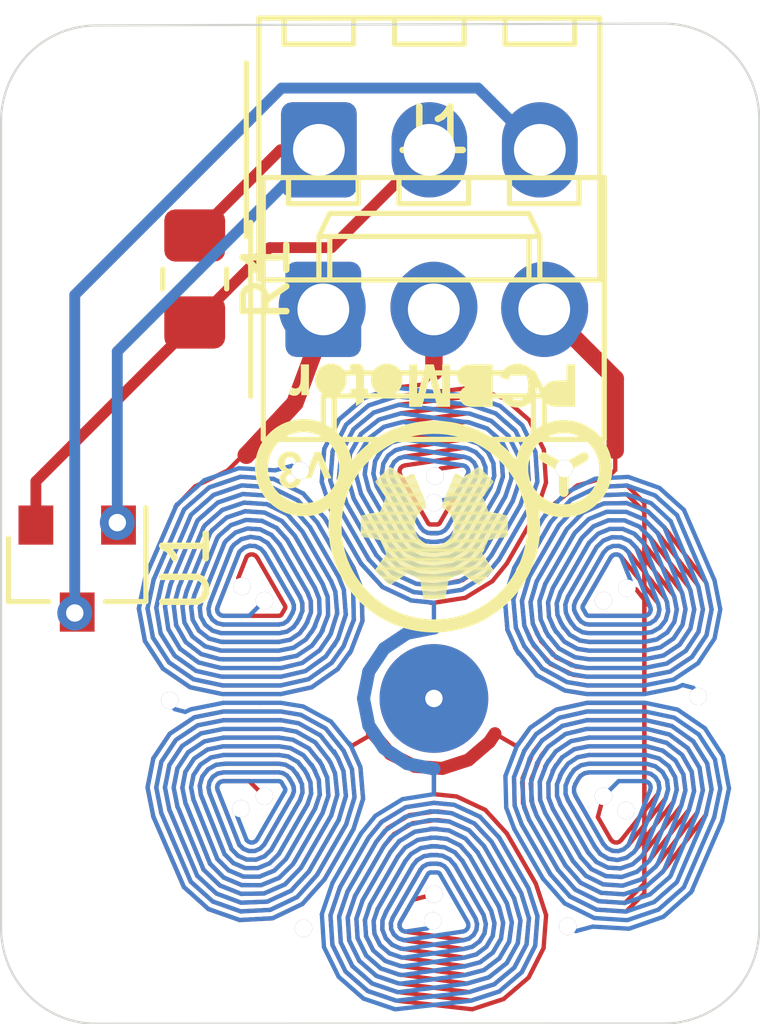
<source format=kicad_pcb>
(kicad_pcb (version 20171130) (host pcbnew "(5.1.10)-1")
  (layers (0 F.Cu signal) (1 In1.Cu signal) (2 In2.Cu signal) (31 B.Cu signal) (34 B.Paste user hide) (35 F.Paste user) (36 B.SilkS user hide) (37 F.SilkS user hide) (38 B.Mask user hide) (39 F.Mask user hide) (44 Edge.Cuts user))
  (net 0 "")
  (net 1 PH1)
  (net 2 GND)
  (net 3 HALL)
  (net 4 +3V3)
  (module Package_TO_SOT_SMD:SOT-23 (layer F.Cu) (at 117.34038 101.14788 270)
    (fp_text reference U1 (at 0 -2.5 90) (layer F.SilkS))
    (fp_text value DRV5015A3QDBZR)
    (pad 3 smd rect (at 1 0 270) (size 0.9 0.8) (layers F.Cu F.Paste F.Mask) (net 2 GND))
    (pad 2 smd rect (at -1 0.95 270) (size 0.9 0.8) (layers F.Cu F.Paste F.Mask) (net 3 HALL))
    (pad 1 smd rect (at -1 -0.95 270) (size 0.9 0.8) (layers F.Cu F.Paste F.Mask) (net 4 +3V3))
  )
  (module Resistor_SMD:R_0805_2012Metric_Pad1.20x1.40mm_HandSolder (layer F.Cu) (at 120.04294 94.49054 270)
    (fp_text reference R1 (at 0 -1.65 90) (layer F.SilkS))
    (fp_text value 10K)
    (pad 2 smd roundrect (at 1 0 270) (size 1.2 1.4) (layers F.Cu F.Paste F.Mask) (roundrect_rratio 0.208333) (net 3 HALL))
    (pad 1 smd roundrect (at -1 0 270) (size 1.2 1.4) (layers F.Cu F.Paste F.Mask) (roundrect_rratio 0.208333) (net 4 +3V3))
  )
  (module Connector_Molex:Molex_KK-254_AE-6410-03A_1x03_P2.54mm_Vertical (layer F.Cu) (at 122.8979 91.52128)
    (fp_text reference J2 (at 2.54 -4.12) (layer F.SilkS))
    (fp_text value Conn_01x03)
    (pad 3 thru_hole oval (at 5.08 0) (size 1.74 2.19) (drill 1.19) (layers *.Cu *.Mask) (net 2 GND))
    (pad 2 thru_hole oval (at 2.54 0) (size 1.74 2.19) (drill 1.19) (layers *.Cu *.Mask) (net 3 HALL))
    (pad 1 thru_hole roundrect (at 0 0) (size 1.74 2.19) (drill 1.19) (layers *.Cu *.Mask) (roundrect_rratio 0.143678) (net 4 +3V3))
  )
  (module Connector_Molex:Molex_KK-254_AE-6410-03A_1x03_P2.54mm_Vertical (layer F.Cu) (at 122.9995 95.18904)
    (fp_text reference J1 (at 2.54 -4.12) (layer F.SilkS))
    (fp_text value Conn_01x03)
    (pad 3 thru_hole oval (at 5.08 0) (size 1.74 2.19) (drill 1.19) (layers *.Cu *.Mask) (net 1 PH1))
    (pad 2 thru_hole oval (at 2.54 0) (size 1.74 2.19) (drill 1.19) (layers *.Cu *.Mask) (net 1 PH1))
    (pad 1 thru_hole roundrect (at 0 0) (size 1.74 2.19) (drill 1.19) (layers *.Cu *.Mask) (roundrect_rratio 0.143678) (net 1 PH1))
  )
  (gr_arc (start 130.823175 109.407957) (end 130.823175 111.607597) (angle -91.19091251) (layer Edge.Cuts) (width 0.05))
  (gr_arc (start 117.78996 109.41304) (end 115.59032 109.41304) (angle -92.05142967) (layer Edge.Cuts) (width 0.05))
  (gr_arc (start 117.789954 90.86088) (end 117.789954 88.66124) (angle -89.86767742) (layer Edge.Cuts) (width 0.05))
  (gr_arc (start 130.8227 90.8177) (end 133.02234 90.83548) (angle -90.46311977) (layer Edge.Cuts) (width 0.05))
  (gr_line (start 117.789954 88.66124) (end 130.8227 88.617988) (layer Edge.Cuts) (width 0.05))
  (gr_line (start 117.8687 111.61127) (end 130.823175 111.607597) (layer Edge.Cuts) (width 0.05))
  (gr_line (start 115.59032 90.8558) (end 115.59032 109.41304) (layer Edge.Cuts) (width 0.05))
  (gr_line (start 133.02234 90.83548) (end 133.02234 109.36224) (layer Edge.Cuts) (width 0.05))
  (gr_poly (pts (xy 122.35119 97.17456) (xy 122.3661 97.17306) (xy 122.37949 97.16856) (xy 122.3913 97.16567) (xy 122.40169 97.16117) (xy 122.4092 97.15678) (xy 122.4136 97.15528) (xy 122.4151 97.15376) (xy 122.42848 97.14337) (xy 122.44339 97.12996) (xy 122.4567 97.11517) (xy 122.46859 97.09876) (xy 122.479 97.08396) (xy 122.48789 97.07207) (xy 122.49389 97.06308) (xy 122.49539 97.06166) (xy 122.49539 97.16117) (xy 122.6692 97.16117) (xy 122.6692 96.45386) (xy 122.482 96.45386) (xy 122.482 96.73326) (xy 122.4805 96.75998) (xy 122.479 96.78378) (xy 122.479 96.80605) (xy 122.4775 96.82536) (xy 122.47598 96.84177) (xy 122.47458 96.85658) (xy 122.47308 96.86846) (xy 122.47159 96.88038) (xy 122.47009 96.88927) (xy 122.47009 96.89516) (xy 122.46859 96.90118) (xy 122.46709 96.90407) (xy 122.46709 96.90707) (xy 122.4612 96.92637) (xy 122.45378 96.94276) (xy 122.44629 96.95757) (xy 122.4389 96.96798) (xy 122.433 96.97547) (xy 122.42848 96.98137) (xy 122.42399 96.98586) (xy 122.4136 96.99328) (xy 122.40169 96.99917) (xy 122.3899 97.00217) (xy 122.37949 97.00517) (xy 122.3706 97.00666) (xy 122.3631 97.00816) (xy 122.35718 97.00816) (xy 122.3408 97.00666) (xy 122.32599 97.00367) (xy 122.31108 96.99777) (xy 122.2962 96.99328) (xy 122.28579 96.98736) (xy 122.2754 96.98137) (xy 122.2695 96.97847) (xy 122.26798 96.97697) (xy 122.21009 97.14037) (xy 122.23239 97.15226) (xy 122.2547 97.16117) (xy 122.2769 97.16717) (xy 122.2948 97.17156) (xy 122.31108 97.17456) (xy 122.32449 97.17606) (xy 122.33488 97.17606)) (layer F.SilkS) (width 0))
  (gr_poly (pts (xy 124.49688 97.17456) (xy 124.53099 97.16856) (xy 124.56368 97.16117) (xy 124.592 97.15376) (xy 124.6143 97.14487) (xy 124.62469 97.14037) (xy 124.63208 97.13737) (xy 124.638 97.13448) (xy 124.6425 97.13148) (xy 124.6455 97.12996) (xy 124.64689 97.12996) (xy 124.67669 97.11068) (xy 124.70188 97.08987) (xy 124.72419 97.06757) (xy 124.74199 97.04527) (xy 124.7569 97.02597) (xy 124.76729 97.01106) (xy 124.77178 97.00517) (xy 124.77468 97.00067) (xy 124.7762 96.99777) (xy 124.7762 96.99628) (xy 124.79109 96.96356) (xy 124.8015 96.93087) (xy 124.81039 96.90118) (xy 124.81489 96.87296) (xy 124.81778 96.84916) (xy 124.81928 96.83877) (xy 124.81928 96.83128) (xy 124.82078 96.82386) (xy 124.82078 96.81497) (xy 124.81928 96.77187) (xy 124.81339 96.73176) (xy 124.8059 96.69607) (xy 124.79848 96.66635) (xy 124.79409 96.65297) (xy 124.78959 96.64116) (xy 124.78659 96.63217) (xy 124.7837 96.62328) (xy 124.7807 96.61736) (xy 124.7777 96.61286) (xy 124.7762 96.60997) (xy 124.7762 96.60847) (xy 124.7569 96.57867) (xy 124.7361 96.55198) (xy 124.7138 96.52968) (xy 124.6915 96.51187) (xy 124.67219 96.49846) (xy 124.65728 96.48807) (xy 124.65139 96.48358) (xy 124.64689 96.48066) (xy 124.644 96.47916) (xy 124.6425 96.47916) (xy 124.60978 96.46427) (xy 124.57709 96.45386) (xy 124.5459 96.44647) (xy 124.51768 96.44197) (xy 124.49388 96.43908) (xy 124.48349 96.43758) (xy 124.4746 96.43608) (xy 124.4582 96.43608) (xy 124.43 96.43758) (xy 124.40178 96.44047) (xy 124.37499 96.44647) (xy 124.35119 96.45236) (xy 124.32749 96.45988) (xy 124.30669 96.46877) (xy 124.28738 96.47916) (xy 124.2695 96.48957) (xy 124.25319 96.49846) (xy 124.23828 96.50887) (xy 124.2264 96.51776) (xy 124.21598 96.52516) (xy 124.20859 96.53118) (xy 124.1997 96.54007) (xy 124.1982 96.54156) (xy 124.1804 96.56237) (xy 124.16399 96.58317) (xy 124.1507 96.60547) (xy 124.13729 96.62777) (xy 124.1284 96.65007) (xy 124.11949 96.67227) (xy 124.11199 96.69318) (xy 124.1076 96.71398) (xy 124.1031 96.73326) (xy 124.10008 96.75106) (xy 124.09719 96.76737) (xy 124.09569 96.78076) (xy 124.09419 96.79267) (xy 124.09419 96.80758) (xy 124.09569 96.83727) (xy 124.09868 96.86397) (xy 124.1031 96.89076) (xy 124.1105 96.91596) (xy 124.11799 96.93826) (xy 124.1269 96.96056) (xy 124.13579 96.97987) (xy 124.14468 96.99917) (xy 124.1551 97.01558) (xy 124.16399 97.02897) (xy 124.1729 97.04227) (xy 124.1804 97.05127) (xy 124.18779 97.06016) (xy 124.19228 97.06607) (xy 124.1952 97.06907) (xy 124.1967 97.07057) (xy 124.21598 97.08987) (xy 124.23678 97.10466) (xy 124.25909 97.11957) (xy 124.28139 97.13148) (xy 124.30219 97.14187) (xy 124.32449 97.15076) (xy 124.34529 97.15678) (xy 124.3661 97.16267) (xy 124.3854 97.16717) (xy 124.40178 97.17006) (xy 124.41809 97.17306) (xy 124.4315 97.17456) (xy 124.44339 97.17606) (xy 124.4582 97.17606)) (layer F.SilkS) (width 0))
  (gr_poly (pts (xy 123.21159 97.17456) (xy 123.2457 97.16856) (xy 123.27839 97.16117) (xy 123.30669 97.15376) (xy 123.32899 97.14487) (xy 123.3394 97.14037) (xy 123.34679 97.13737) (xy 123.35269 97.13448) (xy 123.35718 97.13148) (xy 123.36018 97.12996) (xy 123.3616 97.12996) (xy 123.3914 97.11068) (xy 123.41659 97.08987) (xy 123.43889 97.06757) (xy 123.4567 97.04527) (xy 123.47158 97.02597) (xy 123.482 97.01106) (xy 123.48649 97.00517) (xy 123.48939 97.00067) (xy 123.49089 96.99777) (xy 123.49089 96.99628) (xy 123.5058 96.96356) (xy 123.51619 96.93087) (xy 123.5251 96.90118) (xy 123.5295 96.87296) (xy 123.53249 96.84916) (xy 123.53399 96.83877) (xy 123.53399 96.83128) (xy 123.53549 96.82386) (xy 123.53549 96.81497) (xy 123.53399 96.77187) (xy 123.5281 96.73176) (xy 123.52058 96.69607) (xy 123.51319 96.66635) (xy 123.50869 96.65297) (xy 123.5043 96.64116) (xy 123.5013 96.63217) (xy 123.49838 96.62328) (xy 123.49538 96.61736) (xy 123.49239 96.61286) (xy 123.49089 96.60997) (xy 123.49089 96.60847) (xy 123.47158 96.57867) (xy 123.45078 96.55198) (xy 123.42848 96.52968) (xy 123.4062 96.51187) (xy 123.3869 96.49846) (xy 123.37209 96.48807) (xy 123.3661 96.48358) (xy 123.3616 96.48066) (xy 123.35868 96.47916) (xy 123.35718 96.47916) (xy 123.32449 96.46427) (xy 123.2918 96.45386) (xy 123.26059 96.44647) (xy 123.23239 96.44197) (xy 123.20859 96.43908) (xy 123.1982 96.43758) (xy 123.18929 96.43608) (xy 123.17288 96.43608) (xy 123.14469 96.43758) (xy 123.11649 96.44047) (xy 123.0897 96.44647) (xy 123.0659 96.45236) (xy 123.0422 96.45988) (xy 123.02139 96.46877) (xy 123.00209 96.47916) (xy 122.98418 96.48957) (xy 122.9679 96.49846) (xy 122.95299 96.50887) (xy 122.94108 96.51776) (xy 122.93069 96.52516) (xy 122.9233 96.53118) (xy 122.91738 96.53707) (xy 122.91289 96.54156) (xy 122.89508 96.56237) (xy 122.8787 96.58317) (xy 122.86529 96.60547) (xy 122.852 96.62777) (xy 122.84309 96.65007) (xy 122.8342 96.67227) (xy 122.8267 96.69318) (xy 122.82228 96.71398) (xy 122.81779 96.73326) (xy 122.81479 96.75106) (xy 122.8119 96.76737) (xy 122.8104 96.78076) (xy 122.8089 96.79267) (xy 122.8089 96.80758) (xy 122.8104 96.83727) (xy 122.81339 96.86397) (xy 122.81779 96.89076) (xy 122.82521 96.91596) (xy 122.8327 96.93826) (xy 122.84159 96.96056) (xy 122.8505 96.97987) (xy 122.85939 96.99917) (xy 122.86978 97.01558) (xy 122.8787 97.02897) (xy 122.88759 97.04227) (xy 122.89508 97.05127) (xy 122.9025 97.06016) (xy 122.90699 97.06607) (xy 122.90989 97.06907) (xy 122.93069 97.08987) (xy 122.95149 97.10466) (xy 122.9738 97.11957) (xy 122.9961 97.13148) (xy 123.0169 97.14187) (xy 123.0392 97.15076) (xy 123.06 97.15678) (xy 123.08078 97.16267) (xy 123.10008 97.16717) (xy 123.11649 97.17006) (xy 123.1328 97.17306) (xy 123.14618 97.17456) (xy 123.1581 97.17606) (xy 123.17288 97.17606)) (layer F.SilkS) (width 0))
  (gr_poly (pts (xy 125.44339 96.76298) (xy 125.6202 97.43016) (xy 125.9144 97.43016) (xy 125.9144 96.45386) (xy 125.7317 96.45386) (xy 125.7317 97.22206) (xy 125.53848 96.45386) (xy 125.34979 96.45386) (xy 125.15659 97.22206) (xy 125.1551 96.45386) (xy 124.97239 96.45386) (xy 124.97239 97.43016) (xy 125.2695 97.43016)) (layer F.SilkS) (width 0))
  (gr_poly (pts (xy 127.4954 97.44497) (xy 127.53109 97.44057) (xy 127.5653 97.43458) (xy 127.59649 97.42566) (xy 127.62619 97.41527) (xy 127.65288 97.40336) (xy 127.67818 97.39147) (xy 127.70048 97.37956) (xy 127.72128 97.36628) (xy 127.73909 97.35436) (xy 127.754 97.34248) (xy 127.76728 97.33206) (xy 127.7763 97.32317) (xy 127.78369 97.31718) (xy 127.78809 97.31276) (xy 127.78958 97.31126) (xy 127.81189 97.28446) (xy 127.83119 97.25627) (xy 127.8476 97.22658) (xy 127.86238 97.19536) (xy 127.87429 97.16417) (xy 127.88318 97.13148) (xy 127.8921 97.10176) (xy 127.89809 97.07057) (xy 127.90399 97.04227) (xy 127.90848 97.01708) (xy 127.90998 96.99328) (xy 127.913 96.97248) (xy 127.913 96.95617) (xy 127.9144 96.94276) (xy 127.9144 96.93237) (xy 127.913 96.89076) (xy 127.90848 96.85066) (xy 127.90259 96.81347) (xy 127.8951 96.77926) (xy 127.88468 96.74667) (xy 127.87429 96.71688) (xy 127.8639 96.68866) (xy 127.85199 96.66486) (xy 127.8401 96.64256) (xy 127.82969 96.62328) (xy 127.81788 96.60697) (xy 127.80889 96.59356) (xy 127.8015 96.58317) (xy 127.7956 96.57578) (xy 127.78958 96.56976) (xy 127.76589 96.54606) (xy 127.74059 96.52665) (xy 127.71379 96.50887) (xy 127.6871 96.49397) (xy 127.6604 96.48066) (xy 127.6336 96.47027) (xy 127.60838 96.46138) (xy 127.58308 96.45386) (xy 127.55928 96.44797) (xy 127.53848 96.44497) (xy 127.5192 96.44197) (xy 127.50289 96.43908) (xy 127.48948 96.43908) (xy 127.47909 96.43758) (xy 127.4702 96.43758) (xy 127.44188 96.43908) (xy 127.41369 96.44047) (xy 127.38839 96.44497) (xy 127.36319 96.44946) (xy 127.34089 96.45536) (xy 127.32009 96.46138) (xy 127.30079 96.46877) (xy 127.28291 96.47616) (xy 127.2666 96.48358) (xy 127.25169 96.49107) (xy 127.2398 96.49696) (xy 127.22939 96.50296) (xy 127.222 96.50738) (xy 127.2161 96.51187) (xy 127.21308 96.51337) (xy 127.21158 96.51487) (xy 127.1923 96.52968) (xy 127.17589 96.54746) (xy 127.14478 96.58467) (xy 127.11948 96.62478) (xy 127.1002 96.66336) (xy 127.09129 96.68126) (xy 127.08379 96.69907) (xy 127.0779 96.71398) (xy 127.07338 96.72726) (xy 127.06899 96.73918) (xy 127.06599 96.74667) (xy 127.06449 96.75256) (xy 127.06449 96.75406) (xy 127.25618 96.81347) (xy 127.2666 96.77486) (xy 127.27998 96.74367) (xy 127.29329 96.71548) (xy 127.3067 96.69318) (xy 127.31859 96.67677) (xy 127.32898 96.66336) (xy 127.3349 96.65746) (xy 127.3379 96.65447) (xy 127.3602 96.63816) (xy 127.3825 96.62627) (xy 127.4048 96.61736) (xy 127.4271 96.61136) (xy 127.44488 96.60847) (xy 127.45979 96.60697) (xy 127.46568 96.60547) (xy 127.4731 96.60547) (xy 127.49248 96.60697) (xy 127.51029 96.60847) (xy 127.5444 96.61736) (xy 127.57419 96.62927) (xy 127.59939 96.64408) (xy 127.61869 96.65896) (xy 127.6336 96.67088) (xy 127.64249 96.67977) (xy 127.64399 96.68126) (xy 127.64549 96.68276) (xy 127.6574 96.69907) (xy 127.66629 96.71688) (xy 127.67518 96.73618) (xy 127.6826 96.75696) (xy 127.69449 96.80156) (xy 127.70201 96.84466) (xy 127.7049 96.86547) (xy 127.7079 96.88477) (xy 127.7094 96.90118) (xy 127.7094 96.91746) (xy 127.7109 96.92937) (xy 127.7109 96.94728) (xy 127.7094 96.97847) (xy 127.7079 97.00816) (xy 127.7049 97.03636) (xy 127.70048 97.06016) (xy 127.69599 97.08396) (xy 127.69009 97.10466) (xy 127.6841 97.12256) (xy 127.67668 97.13887) (xy 127.67079 97.15376) (xy 127.66479 97.16567) (xy 127.6589 97.17606) (xy 127.65438 97.18497) (xy 127.64999 97.19086) (xy 127.64699 97.19686) (xy 127.64399 97.19836) (xy 127.64399 97.19975) (xy 127.63058 97.21317) (xy 127.6173 97.22658) (xy 127.60239 97.23697) (xy 127.589 97.24586) (xy 127.55928 97.25927) (xy 127.53109 97.26816) (xy 127.50579 97.27408) (xy 127.4954 97.27557) (xy 127.48649 97.27707) (xy 127.47909 97.27857) (xy 127.46868 97.27857) (xy 127.44039 97.27707) (xy 127.41519 97.27118) (xy 127.39139 97.26516) (xy 127.37208 97.25627) (xy 127.3557 97.24888) (xy 127.34529 97.24146) (xy 127.3379 97.23547) (xy 127.3349 97.23397) (xy 127.31559 97.21616) (xy 127.30079 97.19686) (xy 127.2874 97.17756) (xy 127.27849 97.15818) (xy 127.27099 97.14037) (xy 127.2651 97.12696) (xy 127.2636 97.11807) (xy 127.2621 97.11657) (xy 127.2621 97.11517) (xy 127.06749 97.16117) (xy 127.0808 97.20278) (xy 127.09718 97.23846) (xy 127.11499 97.26816) (xy 127.13139 97.29346) (xy 127.1462 97.31426) (xy 127.15809 97.32757) (xy 127.16548 97.33646) (xy 127.167 97.33945) (xy 127.1685 97.33945) (xy 127.1908 97.35876) (xy 127.21308 97.37517) (xy 127.23688 97.38858) (xy 127.2606 97.40186) (xy 127.2844 97.41228) (xy 127.3097 97.41977) (xy 127.332 97.42716) (xy 127.3557 97.43308) (xy 127.3765 97.43758) (xy 127.39588 97.44057) (xy 127.41369 97.44347) (xy 127.4285 97.44497) (xy 127.44039 97.44647) (xy 127.45829 97.44647)) (layer F.SilkS) (width 0))
  (gr_poly (pts (xy 123.93668 97.30087) (xy 123.93668 97.16117) (xy 124.02289 97.16117) (xy 124.02289 97.01256) (xy 123.93668 97.01256) (xy 123.93668 96.66788) (xy 123.93519 96.63966) (xy 123.93519 96.61586) (xy 123.93369 96.59808) (xy 123.93219 96.58617) (xy 123.93219 96.57728) (xy 123.93069 96.57126) (xy 123.93069 96.56976) (xy 123.92779 96.55348) (xy 123.9248 96.53857) (xy 123.9203 96.52665) (xy 123.91588 96.51487) (xy 123.91139 96.50738) (xy 123.90849 96.49996) (xy 123.90699 96.49696) (xy 123.90549 96.49546) (xy 123.8981 96.48657) (xy 123.88759 96.47766) (xy 123.86828 96.46427) (xy 123.85939 96.45838) (xy 123.852 96.45536) (xy 123.8475 96.45386) (xy 123.84608 96.45236) (xy 123.8312 96.44647) (xy 123.81479 96.44347) (xy 123.79998 96.44047) (xy 123.7851 96.43758) (xy 123.77318 96.43758) (xy 123.76429 96.43608) (xy 123.7554 96.43608) (xy 123.72569 96.43758) (xy 123.69749 96.44047) (xy 123.67219 96.44497) (xy 123.64989 96.44946) (xy 123.63209 96.45386) (xy 123.6187 96.45838) (xy 123.60979 96.46138) (xy 123.60679 96.46277) (xy 123.6232 96.60847) (xy 123.641 96.60247) (xy 123.65589 96.59808) (xy 123.6692 96.59506) (xy 123.67958 96.59356) (xy 123.6885 96.59206) (xy 123.69449 96.59056) (xy 123.69889 96.59056) (xy 123.7108 96.59206) (xy 123.72119 96.59506) (xy 123.72718 96.59808) (xy 123.73008 96.59948) (xy 123.7376 96.60697) (xy 123.74349 96.61436) (xy 123.74649 96.62036) (xy 123.74649 96.62627) (xy 123.74799 96.63217) (xy 123.74799 96.66186) (xy 123.74949 96.67977) (xy 123.74949 97.01256) (xy 123.6217 97.01256) (xy 123.6217 97.16117) (xy 123.74949 97.16117) (xy 123.74949 97.41088)) (layer F.SilkS) (width 0))
  (gr_poly (pts (xy 128.78819 96.45386) (xy 128.5905 96.45386) (xy 128.5905 96.82236) (xy 128.41519 96.82236) (xy 128.39438 96.82386) (xy 128.37511 96.82386) (xy 128.3558 96.82536) (xy 128.33939 96.82686) (xy 128.32458 96.82836) (xy 128.3112 96.82988) (xy 128.29929 96.82988) (xy 128.2889 96.83128) (xy 128.27998 96.83278) (xy 128.27249 96.83427) (xy 128.2666 96.83427) (xy 128.2621 96.83577) (xy 128.2592 96.83577) (xy 128.2399 96.84177) (xy 128.2205 96.84766) (xy 128.20419 96.85508) (xy 128.18778 96.86397) (xy 128.17599 96.86996) (xy 128.16558 96.87588) (xy 128.15809 96.88038) (xy 128.15659 96.88187) (xy 128.13878 96.89666) (xy 128.1225 96.91157) (xy 128.10759 96.92787) (xy 128.09571 96.94426) (xy 128.08679 96.95757) (xy 128.0794 96.96798) (xy 128.0749 96.97547) (xy 128.0734 96.97847) (xy 128.06299 97.00217) (xy 128.0541 97.02747) (xy 128.04818 97.05266) (xy 128.04518 97.07646) (xy 128.04219 97.09727) (xy 128.04069 97.11367) (xy 128.04069 97.12846) (xy 128.04369 97.17006) (xy 128.04968 97.20727) (xy 128.0586 97.23996) (xy 128.06898 97.26816) (xy 128.0809 97.28896) (xy 128.08529 97.29788) (xy 128.08979 97.30537) (xy 128.09268 97.31126) (xy 128.09571 97.31576) (xy 128.0987 97.31718) (xy 128.0987 97.31868) (xy 128.121 97.34398) (xy 128.1448 97.36478) (xy 128.1671 97.38256) (xy 128.1893 97.39447) (xy 128.20858 97.40486) (xy 128.22499 97.41088) (xy 128.23088 97.41228) (xy 128.23388 97.41378) (xy 128.2369 97.41527) (xy 128.2384 97.41527) (xy 128.25029 97.41827) (xy 128.2636 97.41977) (xy 128.27998 97.42267) (xy 128.29779 97.42416) (xy 128.3364 97.42716) (xy 128.3766 97.42866) (xy 128.39588 97.42866) (xy 128.41369 97.43016) (xy 128.78819 97.43016)) (layer F.SilkS) (width 0))
  (gr_poly (pts (xy 126.8951 96.45386) (xy 126.4716 96.45386) (xy 126.44638 96.45536) (xy 126.4062 96.45536) (xy 126.38839 96.45686) (xy 126.3617 96.45686) (xy 126.35128 96.45838) (xy 126.3364 96.45838) (xy 126.33198 96.45988) (xy 126.32599 96.45988) (xy 126.29779 96.46427) (xy 126.27249 96.47027) (xy 126.25019 96.47766) (xy 126.23089 96.48657) (xy 126.21458 96.49397) (xy 126.20269 96.49996) (xy 126.1967 96.50438) (xy 126.1938 96.50588) (xy 126.1745 96.52076) (xy 126.15809 96.53857) (xy 126.14318 96.55498) (xy 126.1314 96.57126) (xy 126.1224 96.58467) (xy 126.11499 96.59656) (xy 126.11059 96.60397) (xy 126.10909 96.60697) (xy 126.09868 96.63067) (xy 126.09119 96.65297) (xy 126.0853 96.67527) (xy 126.0823 96.69457) (xy 126.0794 96.71246) (xy 126.0779 96.72437) (xy 126.0779 96.73618) (xy 126.0794 96.76737) (xy 126.0853 96.79567) (xy 126.09269 96.81947) (xy 126.1016 96.84177) (xy 126.11209 96.85957) (xy 126.11948 96.87296) (xy 126.1254 96.88038) (xy 126.1269 96.88337) (xy 126.1462 96.90557) (xy 126.16848 96.92498) (xy 126.19078 96.93976) (xy 126.21308 96.95167) (xy 126.23239 96.96056) (xy 126.24869 96.96798) (xy 126.25469 96.96948) (xy 126.25918 96.97098) (xy 126.2621 96.97248) (xy 126.2636 96.97248) (xy 126.2413 96.98436) (xy 126.2205 96.99777) (xy 126.20419 97.01106) (xy 126.18928 97.02597) (xy 126.1774 97.03786) (xy 126.17 97.04827) (xy 126.16409 97.05416) (xy 126.16259 97.05716) (xy 126.1507 97.07946) (xy 126.14178 97.10176) (xy 126.13429 97.12256) (xy 126.1299 97.14187) (xy 126.1269 97.15818) (xy 126.1254 97.17156) (xy 126.1254 97.18347) (xy 126.1269 97.20727) (xy 126.1299 97.22808) (xy 126.13579 97.24738) (xy 126.14029 97.26516) (xy 126.1462 97.27857) (xy 126.1522 97.28896) (xy 126.15509 97.29488) (xy 126.15659 97.29788) (xy 126.16848 97.31576) (xy 126.18039 97.33206) (xy 126.1938 97.34547) (xy 126.20419 97.35726) (xy 126.21458 97.36778) (xy 126.2235 97.37367) (xy 126.22939 97.37816) (xy 126.23089 97.37956) (xy 126.24869 97.38998) (xy 126.2651 97.39897) (xy 126.28288 97.40636) (xy 126.29929 97.41088) (xy 126.3126 97.41527) (xy 126.32299 97.41827) (xy 126.33048 97.41977) (xy 126.3334 97.41977) (xy 126.3572 97.42267) (xy 126.384 97.42566) (xy 126.41219 97.42716) (xy 126.44039 97.42866) (xy 126.46569 97.43016) (xy 126.8951 97.43016)) (layer F.SilkS) (width 0))
  (gr_poly (pts (xy 122.26059 99.30387) (xy 122.28469 99.30127) (xy 122.30499 99.29627) (xy 122.32399 99.29246) (xy 122.3392 99.28736) (xy 122.35058 99.28228) (xy 122.3582 99.27976) (xy 122.3595 99.27847) (xy 122.36079 99.27847) (xy 122.37979 99.26836) (xy 122.39749 99.25698) (xy 122.41149 99.24557) (xy 122.42409 99.23407) (xy 122.4343 99.22266) (xy 122.4406 99.21507) (xy 122.4457 99.21006) (xy 122.447 99.20747) (xy 122.45708 99.18977) (xy 122.46719 99.16947) (xy 122.47479 99.14918) (xy 122.48119 99.13015) (xy 122.48619 99.11248) (xy 122.49 99.09846) (xy 122.4913 99.09348) (xy 122.4913 99.08967) (xy 122.49259 99.08708) (xy 122.49259 99.08586) (xy 122.3456 99.06178) (xy 122.34299 99.08078) (xy 122.33788 99.09726) (xy 122.3329 99.11116) (xy 122.3266 99.12386) (xy 122.3202 99.13277) (xy 122.31639 99.13907) (xy 122.31258 99.14285) (xy 122.31129 99.14418) (xy 122.29988 99.15426) (xy 122.28728 99.16056) (xy 122.2758 99.16566) (xy 122.2644 99.16947) (xy 122.25429 99.17206) (xy 122.24669 99.17326) (xy 122.2404 99.17326) (xy 122.2251 99.17206) (xy 122.21119 99.16947) (xy 122.19978 99.16566) (xy 122.1897 99.16056) (xy 122.1821 99.15555) (xy 122.177 99.15177) (xy 122.17319 99.14918) (xy 122.17189 99.14796) (xy 122.163 99.13777) (xy 122.1567 99.12637) (xy 122.15289 99.11497) (xy 122.14908 99.10486) (xy 122.14779 99.09597) (xy 122.14659 99.08837) (xy 122.14659 99.08078) (xy 122.14779 99.06297) (xy 122.1516 99.04776) (xy 122.158 99.03386) (xy 122.1643 99.02246) (xy 122.1707 99.01357) (xy 122.177 99.00597) (xy 122.18078 99.00216) (xy 122.1821 99.00087) (xy 122.196 98.99206) (xy 122.21248 98.98446) (xy 122.22889 98.97936) (xy 122.24418 98.97687) (xy 122.2581 98.97557) (xy 122.2708 98.97428) (xy 122.28088 98.97428) (xy 122.29869 98.84496) (xy 122.2835 98.84877) (xy 122.2695 98.85256) (xy 122.2568 98.85517) (xy 122.24669 98.85647) (xy 122.2378 98.85766) (xy 122.2264 98.85766) (xy 122.20989 98.85647) (xy 122.1947 98.85256) (xy 122.18078 98.84626) (xy 122.1694 98.83996) (xy 122.15919 98.83356) (xy 122.15289 98.82726) (xy 122.14779 98.82348) (xy 122.14659 98.82218) (xy 122.13519 98.80826) (xy 122.12759 98.79178) (xy 122.12119 98.77656) (xy 122.11738 98.76137) (xy 122.11489 98.74748) (xy 122.1136 98.73597) (xy 122.1136 98.72586) (xy 122.11489 98.70308) (xy 122.1187 98.68276) (xy 122.125 98.66506) (xy 122.13008 98.64976) (xy 122.13638 98.63846) (xy 122.14278 98.63077) (xy 122.14659 98.62447) (xy 122.14779 98.62317) (xy 122.16178 98.61057) (xy 122.1757 98.60166) (xy 122.1897 98.59536) (xy 122.2023 98.59157) (xy 122.2137 98.58896) (xy 122.22259 98.58647) (xy 122.23148 98.58647) (xy 122.24799 98.58776) (xy 122.2632 98.59157) (xy 122.2758 98.59658) (xy 122.28728 98.60166) (xy 122.29739 98.60676) (xy 122.30369 98.61177) (xy 122.3088 98.61558) (xy 122.31009 98.61687) (xy 122.3215 98.62957) (xy 122.33039 98.64476) (xy 122.33669 98.65998) (xy 122.34179 98.67387) (xy 122.3456 98.68786) (xy 122.34809 98.69797) (xy 122.34939 98.70557) (xy 122.34939 98.70816) (xy 122.504 98.68906) (xy 122.50148 98.67006) (xy 122.4976 98.65106) (xy 122.48619 98.61817) (xy 122.4723 98.58896) (xy 122.45708 98.56488) (xy 122.44949 98.55477) (xy 122.44319 98.54588) (xy 122.43679 98.53696) (xy 122.43049 98.53066) (xy 122.42538 98.52556) (xy 122.4216 98.52177) (xy 122.4203 98.52055) (xy 122.41908 98.51926) (xy 122.40509 98.50785) (xy 122.3899 98.49777) (xy 122.37339 98.48886) (xy 122.3582 98.48256) (xy 122.3266 98.46986) (xy 122.2961 98.46226) (xy 122.2835 98.45967) (xy 122.2708 98.45848) (xy 122.25939 98.45716) (xy 122.24918 98.45586) (xy 122.24159 98.45467) (xy 122.23018 98.45467) (xy 122.2087 98.45586) (xy 122.18708 98.45848) (xy 122.16808 98.46226) (xy 122.14908 98.46727) (xy 122.1314 98.47237) (xy 122.11489 98.47877) (xy 122.0997 98.48637) (xy 122.08568 98.49396) (xy 122.07309 98.50026) (xy 122.0629 98.50785) (xy 122.05279 98.51418) (xy 122.0452 98.52055) (xy 122.0388 98.52436) (xy 122.0312 98.53196) (xy 122.01728 98.54717) (xy 122.00458 98.56236) (xy 121.9932 98.57758) (xy 121.98429 98.59406) (xy 121.97669 98.60928) (xy 121.97039 98.62447) (xy 121.96018 98.65368) (xy 121.9564 98.66757) (xy 121.95388 98.68027) (xy 121.95259 98.69038) (xy 121.95139 98.70046) (xy 121.9501 98.70816) (xy 121.9501 98.71827) (xy 121.95139 98.74616) (xy 121.9564 98.77026) (xy 121.96399 98.79307) (xy 121.97169 98.81207) (xy 121.97928 98.82726) (xy 121.9869 98.83866) (xy 121.99188 98.84496) (xy 121.9932 98.84758) (xy 122.01098 98.86526) (xy 122.02869 98.88047) (xy 122.04769 98.89317) (xy 122.06668 98.90206) (xy 122.0819 98.90836) (xy 122.09589 98.91347) (xy 122.1009 98.91466) (xy 122.10349 98.91466) (xy 122.106 98.91596) (xy 122.1073 98.91596) (xy 122.08568 98.92866) (xy 122.06798 98.94258) (xy 122.0515 98.95657) (xy 122.0376 98.97176) (xy 122.0262 98.98568) (xy 122.01599 99.00087) (xy 122.00839 99.01486) (xy 122.00209 99.02876) (xy 121.99699 99.04146) (xy 121.9932 99.05286) (xy 121.99069 99.06297) (xy 121.9881 99.07316) (xy 121.9881 99.08078) (xy 121.9869 99.08586) (xy 121.9869 99.10486) (xy 121.98939 99.11878) (xy 121.99569 99.14537) (xy 122.0059 99.16818) (xy 122.01599 99.18847) (xy 122.02739 99.20628) (xy 122.0376 99.21888) (xy 122.04139 99.22266) (xy 122.0439 99.22647) (xy 122.0452 99.22777) (xy 122.04639 99.22906) (xy 122.06039 99.24296) (xy 122.0743 99.25436) (xy 122.09079 99.26457) (xy 122.106 99.27336) (xy 122.12119 99.28106) (xy 122.1377 99.28606) (xy 122.16689 99.29627) (xy 122.18078 99.29876) (xy 122.1947 99.30127) (xy 122.20608 99.30257) (xy 122.21629 99.30387) (xy 122.22389 99.30506) (xy 122.23529 99.30506)) (layer F.SilkS) (width 0))
  (gr_poly (pts (xy 122.83989 98.76516) (xy 122.84619 98.74616) (xy 122.85129 98.72967) (xy 122.85378 98.72208) (xy 122.8551 98.71697) (xy 122.8564 98.71446) (xy 122.8564 98.71316) (xy 122.85759 98.70686) (xy 122.86018 98.69927) (xy 122.86648 98.68276) (xy 122.86899 98.67387) (xy 122.87029 98.66757) (xy 122.8728 98.66246) (xy 122.8728 98.66127) (xy 122.9058 98.76516) (xy 123.01979 99.07316) (xy 123.1871 99.07316) (xy 122.9438 98.46986) (xy 122.80059 98.46986) (xy 122.56099 99.07316) (xy 122.72449 99.07316)) (layer F.SilkS) (width 0))
  (gr_poly (pts (xy 124.47008 97.02147) (xy 124.48349 97.02008) (xy 124.5013 97.01558) (xy 124.52068 97.00966) (xy 124.53998 96.99917) (xy 124.56079 96.98586) (xy 124.58009 96.96656) (xy 124.58159 96.96356) (xy 124.58748 96.95617) (xy 124.5949 96.94276) (xy 124.60389 96.92498) (xy 124.6143 96.90268) (xy 124.6217 96.87436) (xy 124.62759 96.84316) (xy 124.62909 96.80605) (xy 124.62909 96.79567) (xy 124.62759 96.78827) (xy 124.62759 96.77926) (xy 124.62619 96.77037) (xy 124.62319 96.74667) (xy 124.6172 96.71987) (xy 124.60829 96.69318) (xy 124.5964 96.66788) (xy 124.58009 96.64408) (xy 124.57709 96.64116) (xy 124.5712 96.63516) (xy 124.56079 96.62627) (xy 124.5459 96.61736) (xy 124.5281 96.60697) (xy 124.50729 96.59808) (xy 124.48499 96.59206) (xy 124.4582 96.58906) (xy 124.4553 96.58906) (xy 124.44628 96.59056) (xy 124.433 96.59206) (xy 124.41519 96.59656) (xy 124.39579 96.60247) (xy 124.37648 96.61286) (xy 124.35568 96.62627) (xy 124.3364 96.64408) (xy 124.3349 96.64708) (xy 124.32899 96.65447) (xy 124.3201 96.66788) (xy 124.31111 96.68566) (xy 124.30219 96.70796) (xy 124.2933 96.73618) (xy 124.28738 96.76887) (xy 124.28588 96.80605) (xy 124.28588 96.82386) (xy 124.28738 96.83128) (xy 124.2888 96.84177) (xy 124.2918 96.86547) (xy 124.2978 96.89076) (xy 124.30669 96.91746) (xy 124.3201 96.94276) (xy 124.3364 96.96656) (xy 124.3379 96.96948) (xy 124.34529 96.97547) (xy 124.35568 96.98436) (xy 124.37059 96.99478) (xy 124.3869 97.00517) (xy 124.4077 97.01406) (xy 124.4315 97.02008) (xy 124.4582 97.02297) (xy 124.46119 97.02297)) (layer F.SilkS) (width 0))
  (gr_poly (pts (xy 123.18479 97.02147) (xy 123.1982 97.02008) (xy 123.21598 97.01558) (xy 123.23529 97.00966) (xy 123.25469 96.99917) (xy 123.2755 96.98586) (xy 123.2948 96.96656) (xy 123.2963 96.96356) (xy 123.30219 96.95617) (xy 123.30958 96.94276) (xy 123.3185 96.92498) (xy 123.32899 96.90268) (xy 123.33638 96.87436) (xy 123.3423 96.84316) (xy 123.3438 96.80605) (xy 123.3438 96.79567) (xy 123.3423 96.78827) (xy 123.3423 96.77926) (xy 123.3408 96.77037) (xy 123.3379 96.74667) (xy 123.33188 96.71987) (xy 123.32299 96.69318) (xy 123.31108 96.66788) (xy 123.2948 96.64408) (xy 123.2918 96.64116) (xy 123.28588 96.63516) (xy 123.2755 96.62627) (xy 123.26059 96.61736) (xy 123.24278 96.60697) (xy 123.222 96.59808) (xy 123.1997 96.59206) (xy 123.17288 96.58906) (xy 123.16998 96.58906) (xy 123.16099 96.59056) (xy 123.14768 96.59206) (xy 123.1298 96.59656) (xy 123.1105 96.60247) (xy 123.09119 96.61286) (xy 123.07039 96.62627) (xy 123.05109 96.64408) (xy 123.04959 96.64708) (xy 123.0437 96.65447) (xy 123.0347 96.66788) (xy 123.02579 96.68566) (xy 123.0169 96.70796) (xy 123.00798 96.73618) (xy 123.00209 96.76887) (xy 123.00059 96.80605) (xy 123.00059 96.82386) (xy 123.00209 96.83128) (xy 123.00349 96.84177) (xy 123.00648 96.86547) (xy 123.0125 96.89076) (xy 123.02139 96.91746) (xy 123.0347 96.94276) (xy 123.05109 96.96656) (xy 123.05259 96.96948) (xy 123.06 96.97547) (xy 123.07039 96.98436) (xy 123.0853 96.99478) (xy 123.10158 97.00517) (xy 123.12239 97.01406) (xy 123.14618 97.02008) (xy 123.17288 97.02297) (xy 123.1759 97.02297)) (layer F.SilkS) (width 0))
  (gr_poly (pts (xy 128.5905 96.98736) (xy 128.45529 96.98736) (xy 128.4449 96.98876) (xy 128.4211 96.98876) (xy 128.39438 96.99026) (xy 128.36909 96.99328) (xy 128.34678 96.99777) (xy 128.3364 96.99917) (xy 128.329 97.00217) (xy 128.32748 97.00367) (xy 128.32309 97.00517) (xy 128.31559 97.00816) (xy 128.3067 97.01406) (xy 128.29629 97.02008) (xy 128.2859 97.02897) (xy 128.27549 97.03786) (xy 128.2666 97.04977) (xy 128.2651 97.05127) (xy 128.2636 97.05566) (xy 128.2592 97.06308) (xy 128.25468 97.07207) (xy 128.25169 97.08246) (xy 128.24729 97.09577) (xy 128.24579 97.11068) (xy 128.2443 97.12546) (xy 128.2443 97.13448) (xy 128.24579 97.14487) (xy 128.24879 97.15678) (xy 128.25169 97.17006) (xy 128.25768 97.18497) (xy 128.2651 97.19975) (xy 128.27549 97.21317) (xy 128.2874 97.22508) (xy 128.29779 97.23247) (xy 128.3082 97.23996) (xy 128.32309 97.24738) (xy 128.33789 97.25327) (xy 128.3558 97.25777) (xy 128.3572 97.25777) (xy 128.36319 97.25927) (xy 128.37208 97.26077) (xy 128.38549 97.26226) (xy 128.4048 97.26226) (xy 128.4301 97.26366) (xy 128.44338 97.26516) (xy 128.5905 97.26516)) (layer F.SilkS) (width 0))
  (gr_poly (pts (xy 126.69749 96.61886) (xy 126.4806 96.61886) (xy 126.45979 96.62036) (xy 126.43599 96.62036) (xy 126.41369 96.62178) (xy 126.39439 96.62328) (xy 126.38689 96.62328) (xy 126.381 96.62478) (xy 126.3795 96.62478) (xy 126.37359 96.62627) (xy 126.36609 96.62927) (xy 126.3557 96.63217) (xy 126.34529 96.63816) (xy 126.33198 96.64408) (xy 126.32009 96.65297) (xy 126.3097 96.66336) (xy 126.30818 96.66486) (xy 126.30518 96.66938) (xy 126.30079 96.67677) (xy 126.29479 96.68566) (xy 126.2903 96.69757) (xy 126.2859 96.71246) (xy 126.28288 96.72876) (xy 126.28138 96.74667) (xy 126.28138 96.75406) (xy 126.28288 96.76148) (xy 126.28438 96.77187) (xy 126.2874 96.78378) (xy 126.2903 96.79567) (xy 126.29629 96.80908) (xy 126.30368 96.82086) (xy 126.30818 96.82536) (xy 126.3126 96.83128) (xy 126.31859 96.83877) (xy 126.32748 96.84616) (xy 126.3379 96.85358) (xy 126.34979 96.85957) (xy 126.3647 96.86547) (xy 126.36609 96.86547) (xy 126.37359 96.86846) (xy 126.384 96.86996) (xy 126.39289 96.87146) (xy 126.4018 96.87296) (xy 126.41219 96.87436) (xy 126.4256 96.87588) (xy 126.43889 96.87738) (xy 126.4553 96.87738) (xy 126.4731 96.87888) (xy 126.4939 96.88038) (xy 126.69749 96.88038)) (layer F.SilkS) (width 0))
  (gr_poly (pts (xy 126.69749 97.04227) (xy 126.50879 97.04227) (xy 126.48349 97.04377) (xy 126.44039 97.04377) (xy 126.4315 97.04527) (xy 126.42258 97.04527) (xy 126.41669 97.04677) (xy 126.4077 97.04827) (xy 126.39728 97.05127) (xy 126.384 97.05566) (xy 126.37059 97.06166) (xy 126.3587 97.07057) (xy 126.34679 97.07946) (xy 126.34529 97.08096) (xy 126.34239 97.08538) (xy 126.3379 97.09137) (xy 126.33198 97.10026) (xy 126.32599 97.11218) (xy 126.32159 97.12406) (xy 126.31859 97.14037) (xy 126.3171 97.15678) (xy 126.3171 97.16417) (xy 126.31859 97.17306) (xy 126.32009 97.18197) (xy 126.32299 97.19386) (xy 126.32748 97.20577) (xy 126.3334 97.21766) (xy 126.34239 97.22957) (xy 126.34679 97.23397) (xy 126.35278 97.23846) (xy 126.3617 97.24436) (xy 126.37209 97.25038) (xy 126.384 97.25627) (xy 126.39878 97.26077) (xy 126.41669 97.26366) (xy 126.41809 97.26366) (xy 126.42408 97.26516) (xy 126.44039 97.26516) (xy 126.4493 97.26666) (xy 126.48499 97.26666) (xy 126.4999 97.26816) (xy 126.69749 97.26816)) (layer F.SilkS) (width 0))
  (gr_line (start 123.51258 98.82977) (end 123.51258 98.82977) (layer F.SilkS) (width 0.3))
  (gr_line (start 123.51258 98.82977) (end 123.51258 98.82977) (layer F.SilkS) (width 0.3))
  (gr_arc (start 122.54538 98.82977) (end 121.57819 98.82977) (angle 180) (layer F.SilkS) (width 0.3))
  (gr_line (start 121.57819 98.82977) (end 121.57819 98.82977) (layer F.SilkS) (width 0.3))
  (gr_arc (start 122.54539 98.82977) (end 123.51258 98.82977) (angle 180) (layer F.SilkS) (width 0.3))
  (gr_line (start 129.4941 98.85228) (end 129.4941 98.85228) (layer F.SilkS) (width 0.3))
  (gr_line (start 129.4941 98.85228) (end 129.4941 98.85228) (layer F.SilkS) (width 0.3))
  (gr_arc (start 128.5269 98.85228) (end 127.55969 98.85228) (angle 180) (layer F.SilkS) (width 0.3))
  (gr_line (start 127.55969 98.85228) (end 127.55969 98.85228) (layer F.SilkS) (width 0.3))
  (gr_arc (start 128.52689 98.85228) (end 129.4941 98.85228) (angle 180) (layer F.SilkS) (width 0.3))
  (gr_line (start 125.57369 102.46606) (end 125.57369 102.46606) (layer F.SilkS) (width 0.3))
  (gr_line (start 125.57369 102.46606) (end 125.57369 102.46606) (layer F.SilkS) (width 0.3))
  (gr_arc (start 125.55231 100.18315) (end 125.55149 102.46617) (angle 359.4428478) (layer F.SilkS) (width 0.3))
  (gr_line (start 128.5269 99.39106) (end 128.5269 98.85228) (layer F.SilkS) (width 0.22))
  (gr_line (start 128.5269 98.85228) (end 128.99349 98.58286) (layer F.SilkS) (width 0.22))
  (gr_line (start 128.0603 98.58286) (end 128.5269 98.85228) (layer F.SilkS) (width 0.22))
  (gr_line (start 124.5124 98.82378) (end 124.5568 98.82378) (layer F.SilkS) (width 0.0089))
  (gr_line (start 126.54818 98.82378) (end 126.59258 98.82378) (layer F.SilkS) (width 0.0089))
  (gr_line (start 124.50348 98.83267) (end 124.56569 98.83267) (layer F.SilkS) (width 0.0089))
  (gr_line (start 126.53929 98.83267) (end 126.6015 98.83267) (layer F.SilkS) (width 0.0089))
  (gr_line (start 124.49459 98.84156) (end 124.58349 98.84156) (layer F.SilkS) (width 0.0089))
  (gr_line (start 126.52149 98.84156) (end 126.61039 98.84156) (layer F.SilkS) (width 0.0089))
  (gr_line (start 124.4857 98.85048) (end 124.6013 98.85048) (layer F.SilkS) (width 0.0089))
  (gr_line (start 126.50368 98.85048) (end 126.6193 98.85048) (layer F.SilkS) (width 0.0089))
  (gr_line (start 124.47679 98.85937) (end 124.61019 98.85937) (layer F.SilkS) (width 0.0089))
  (gr_line (start 126.49479 98.85937) (end 126.62819 98.85937) (layer F.SilkS) (width 0.0089))
  (gr_line (start 124.4679 98.86826) (end 124.619 98.86826) (layer F.SilkS) (width 0.0089))
  (gr_line (start 126.4859 98.86826) (end 126.63708 98.86826) (layer F.SilkS) (width 0.0089))
  (gr_line (start 124.45898 98.87717) (end 124.62789 98.87717) (layer F.SilkS) (width 0.0089))
  (gr_line (start 126.4682 98.87717) (end 126.646 98.87717) (layer F.SilkS) (width 0.0089))
  (gr_line (start 124.45009 98.88596) (end 124.6457 98.88596) (layer F.SilkS) (width 0.0089))
  (gr_line (start 126.45928 98.88596) (end 126.65489 98.88596) (layer F.SilkS) (width 0.0089))
  (gr_line (start 124.4412 98.89487) (end 124.6635 98.89487) (layer F.SilkS) (width 0.0089))
  (gr_line (start 126.4415 98.89487) (end 126.6637 98.89487) (layer F.SilkS) (width 0.0089))
  (gr_line (start 124.43229 98.90376) (end 124.67239 98.90376) (layer F.SilkS) (width 0.0089))
  (gr_line (start 126.43259 98.90376) (end 126.67259 98.90376) (layer F.SilkS) (width 0.0089))
  (gr_line (start 124.4235 98.91268) (end 124.6902 98.91268) (layer F.SilkS) (width 0.0089))
  (gr_line (start 126.41478 98.91268) (end 126.68148 98.91268) (layer F.SilkS) (width 0.0089))
  (gr_line (start 124.41458 98.92157) (end 124.69899 98.92157) (layer F.SilkS) (width 0.0089))
  (gr_line (start 126.40589 98.92157) (end 126.6904 98.92157) (layer F.SilkS) (width 0.0089))
  (gr_line (start 124.40569 98.93046) (end 124.71679 98.93046) (layer F.SilkS) (width 0.0089))
  (gr_line (start 126.38819 98.93046) (end 126.69929 98.93046) (layer F.SilkS) (width 0.0089))
  (gr_line (start 124.3968 98.93938) (end 124.71679 98.93938) (layer F.SilkS) (width 0.0089))
  (gr_line (start 126.3793 98.93938) (end 126.7082 98.93938) (layer F.SilkS) (width 0.0089))
  (gr_line (start 124.38789 98.94827) (end 124.7346 98.94827) (layer F.SilkS) (width 0.0089))
  (gr_line (start 126.37038 98.94827) (end 126.71709 98.94827) (layer F.SilkS) (width 0.0089))
  (gr_line (start 124.379 98.95716) (end 124.74349 98.95716) (layer F.SilkS) (width 0.0089))
  (gr_line (start 126.3526 98.95716) (end 126.72598 98.95716) (layer F.SilkS) (width 0.0089))
  (gr_line (start 124.37008 98.96607) (end 124.76129 98.96607) (layer F.SilkS) (width 0.0089))
  (gr_line (start 126.34369 98.96607) (end 126.7349 98.96607) (layer F.SilkS) (width 0.0089))
  (gr_line (start 124.36119 98.97496) (end 124.7791 98.97496) (layer F.SilkS) (width 0.0089))
  (gr_line (start 125.02799 98.97496) (end 125.08128 98.97496) (layer F.SilkS) (width 0.0089))
  (gr_line (start 126.0237 98.97496) (end 126.0681 98.97496) (layer F.SilkS) (width 0.0089))
  (gr_line (start 126.32588 98.97496) (end 126.74369 98.97496) (layer F.SilkS) (width 0.0089))
  (gr_line (start 124.3523 98.98377) (end 124.78789 98.98377) (layer F.SilkS) (width 0.0089))
  (gr_line (start 125.01019 98.98377) (end 125.08128 98.98377) (layer F.SilkS) (width 0.0089))
  (gr_line (start 126.0237 98.98377) (end 126.09479 98.98377) (layer F.SilkS) (width 0.0089))
  (gr_line (start 126.3081 98.98377) (end 126.7526 98.98377) (layer F.SilkS) (width 0.0089))
  (gr_line (start 124.34349 98.99266) (end 124.80569 98.99266) (layer F.SilkS) (width 0.0089))
  (gr_line (start 124.99238 98.99266) (end 125.0902 98.99266) (layer F.SilkS) (width 0.0089))
  (gr_line (start 126.0237 98.99266) (end 126.1126 98.99266) (layer F.SilkS) (width 0.0089))
  (gr_line (start 126.29929 98.99266) (end 126.76149 98.99266) (layer F.SilkS) (width 0.0089))
  (gr_line (start 124.3346 99.00158) (end 124.8235 99.00158) (layer F.SilkS) (width 0.0089))
  (gr_line (start 124.96569 99.00158) (end 125.0902 99.00158) (layer F.SilkS) (width 0.0089))
  (gr_line (start 126.01478 99.00158) (end 126.1303 99.00158) (layer F.SilkS) (width 0.0089))
  (gr_line (start 126.28148 99.00158) (end 126.77038 99.00158) (layer F.SilkS) (width 0.0089))
  (gr_line (start 124.32568 99.01047) (end 124.83239 99.01047) (layer F.SilkS) (width 0.0089))
  (gr_line (start 124.9569 99.01047) (end 125.09909 99.01047) (layer F.SilkS) (width 0.0089))
  (gr_line (start 126.00589 99.01047) (end 126.13919 99.01047) (layer F.SilkS) (width 0.0089))
  (gr_line (start 126.27259 99.01047) (end 126.7793 99.01047) (layer F.SilkS) (width 0.0089))
  (gr_line (start 124.31679 99.01936) (end 124.8413 99.01936) (layer F.SilkS) (width 0.0089))
  (gr_line (start 124.93909 99.01936) (end 125.09909 99.01936) (layer F.SilkS) (width 0.0089))
  (gr_line (start 126.00589 99.01936) (end 126.157 99.01936) (layer F.SilkS) (width 0.0089))
  (gr_line (start 126.2637 99.01936) (end 126.78819 99.01936) (layer F.SilkS) (width 0.0089))
  (gr_line (start 124.3079 99.02828) (end 124.85908 99.02828) (layer F.SilkS) (width 0.0089))
  (gr_line (start 124.9302 99.02828) (end 125.09909 99.02828) (layer F.SilkS) (width 0.0089))
  (gr_line (start 125.997 99.02828) (end 126.1748 99.02828) (layer F.SilkS) (width 0.0089))
  (gr_line (start 126.2459 99.02828) (end 126.7971 99.02828) (layer F.SilkS) (width 0.0089))
  (gr_line (start 124.29899 99.03717) (end 124.868 99.03717) (layer F.SilkS) (width 0.0089))
  (gr_line (start 124.9124 99.03717) (end 125.108 99.03717) (layer F.SilkS) (width 0.0089))
  (gr_line (start 125.997 99.03717) (end 126.18369 99.03717) (layer F.SilkS) (width 0.0089))
  (gr_line (start 126.23698 99.03717) (end 126.80599 99.03717) (layer F.SilkS) (width 0.0089))
  (gr_line (start 124.2901 99.04606) (end 124.87689 99.04606) (layer F.SilkS) (width 0.0089))
  (gr_line (start 124.90348 99.04606) (end 125.108 99.04606) (layer F.SilkS) (width 0.0089))
  (gr_line (start 125.98809 99.04606) (end 126.2015 99.04606) (layer F.SilkS) (width 0.0089))
  (gr_line (start 126.22809 99.04606) (end 126.81488 99.04606) (layer F.SilkS) (width 0.0089))
  (gr_line (start 124.28118 99.05497) (end 125.108 99.05497) (layer F.SilkS) (width 0.0089))
  (gr_line (start 125.98809 99.05497) (end 126.8238 99.05497) (layer F.SilkS) (width 0.0089))
  (gr_line (start 124.27229 99.06386) (end 125.11689 99.06386) (layer F.SilkS) (width 0.0089))
  (gr_line (start 125.98809 99.06386) (end 126.83259 99.06386) (layer F.SilkS) (width 0.0089))
  (gr_line (start 124.2634 99.07267) (end 125.11689 99.07267) (layer F.SilkS) (width 0.0089))
  (gr_line (start 125.9792 99.07267) (end 126.8415 99.07267) (layer F.SilkS) (width 0.0089))
  (gr_line (start 124.25459 99.08156) (end 125.11689 99.08156) (layer F.SilkS) (width 0.0089))
  (gr_line (start 125.9792 99.08156) (end 126.85039 99.08156) (layer F.SilkS) (width 0.0089))
  (gr_line (start 124.2457 99.09048) (end 125.1347 99.09048) (layer F.SilkS) (width 0.0089))
  (gr_line (start 125.97028 99.09048) (end 126.85928 99.09048) (layer F.SilkS) (width 0.0089))
  (gr_line (start 124.23678 99.09937) (end 125.1347 99.09937) (layer F.SilkS) (width 0.0089))
  (gr_line (start 125.97028 99.09937) (end 126.8682 99.09937) (layer F.SilkS) (width 0.0089))
  (gr_line (start 124.22789 99.10826) (end 125.1347 99.10826) (layer F.SilkS) (width 0.0089))
  (gr_line (start 125.97028 99.10826) (end 126.87709 99.10826) (layer F.SilkS) (width 0.0089))
  (gr_line (start 124.219 99.11718) (end 125.14359 99.11718) (layer F.SilkS) (width 0.0089))
  (gr_line (start 125.96139 99.11718) (end 126.886 99.11718) (layer F.SilkS) (width 0.0089))
  (gr_line (start 124.21009 99.12607) (end 125.14359 99.12607) (layer F.SilkS) (width 0.0089))
  (gr_line (start 125.96139 99.12607) (end 126.89489 99.12607) (layer F.SilkS) (width 0.0089))
  (gr_line (start 124.2012 99.13496) (end 125.14359 99.13496) (layer F.SilkS) (width 0.0089))
  (gr_line (start 125.96139 99.13496) (end 126.90378 99.13496) (layer F.SilkS) (width 0.0089))
  (gr_line (start 124.2012 99.14387) (end 125.1524 99.14387) (layer F.SilkS) (width 0.0089))
  (gr_line (start 125.9525 99.14387) (end 126.90378 99.14387) (layer F.SilkS) (width 0.0089))
  (gr_line (start 124.2012 99.15266) (end 125.1524 99.15266) (layer F.SilkS) (width 0.0089))
  (gr_line (start 125.9525 99.15266) (end 126.90378 99.15266) (layer F.SilkS) (width 0.0089))
  (gr_line (start 124.2012 99.16157) (end 125.1524 99.16157) (layer F.SilkS) (width 0.0089))
  (gr_line (start 125.94359 99.16157) (end 126.90378 99.16157) (layer F.SilkS) (width 0.0089))
  (gr_line (start 124.2012 99.17046) (end 125.16129 99.17046) (layer F.SilkS) (width 0.0089))
  (gr_line (start 125.94359 99.17046) (end 126.90378 99.17046) (layer F.SilkS) (width 0.0089))
  (gr_line (start 124.21009 99.17938) (end 125.16129 99.17938) (layer F.SilkS) (width 0.0089))
  (gr_line (start 125.94359 99.17938) (end 126.89489 99.17938) (layer F.SilkS) (width 0.0089))
  (gr_line (start 124.219 99.18827) (end 125.17018 99.18827) (layer F.SilkS) (width 0.0089))
  (gr_line (start 125.9348 99.18827) (end 126.886 99.18827) (layer F.SilkS) (width 0.0089))
  (gr_line (start 124.219 99.19716) (end 125.17018 99.19716) (layer F.SilkS) (width 0.0089))
  (gr_line (start 125.92588 99.19716) (end 126.87709 99.19716) (layer F.SilkS) (width 0.0089))
  (gr_line (start 124.22789 99.20608) (end 125.1791 99.20608) (layer F.SilkS) (width 0.0089))
  (gr_line (start 125.92588 99.20608) (end 126.8682 99.20608) (layer F.SilkS) (width 0.0089))
  (gr_line (start 124.23678 99.21497) (end 125.1791 99.21497) (layer F.SilkS) (width 0.0089))
  (gr_line (start 125.92588 99.21497) (end 126.8682 99.21497) (layer F.SilkS) (width 0.0089))
  (gr_line (start 124.2457 99.22386) (end 125.1791 99.22386) (layer F.SilkS) (width 0.0089))
  (gr_line (start 125.91699 99.22386) (end 126.85928 99.22386) (layer F.SilkS) (width 0.0089))
  (gr_line (start 124.2457 99.23277) (end 125.18799 99.23277) (layer F.SilkS) (width 0.0089))
  (gr_line (start 125.91699 99.23277) (end 126.85928 99.23277) (layer F.SilkS) (width 0.0089))
  (gr_line (start 124.25459 99.24166) (end 125.18799 99.24166) (layer F.SilkS) (width 0.0089))
  (gr_line (start 125.91699 99.24166) (end 126.85039 99.24166) (layer F.SilkS) (width 0.0089))
  (gr_line (start 124.2634 99.25047) (end 125.1969 99.25047) (layer F.SilkS) (width 0.0089))
  (gr_line (start 125.9081 99.25047) (end 126.8415 99.25047) (layer F.SilkS) (width 0.0089))
  (gr_line (start 124.27229 99.25936) (end 125.20579 99.25936) (layer F.SilkS) (width 0.0089))
  (gr_line (start 125.9081 99.25936) (end 126.8415 99.25936) (layer F.SilkS) (width 0.0089))
  (gr_line (start 124.27229 99.26828) (end 125.1969 99.26828) (layer F.SilkS) (width 0.0089))
  (gr_line (start 125.9081 99.26828) (end 126.83259 99.26828) (layer F.SilkS) (width 0.0089))
  (gr_line (start 124.28118 99.27717) (end 125.20579 99.27717) (layer F.SilkS) (width 0.0089))
  (gr_line (start 125.89919 99.27717) (end 126.8238 99.27717) (layer F.SilkS) (width 0.0089))
  (gr_line (start 124.2901 99.28606) (end 125.21468 99.28606) (layer F.SilkS) (width 0.0089))
  (gr_line (start 125.89919 99.28606) (end 126.81488 99.28606) (layer F.SilkS) (width 0.0089))
  (gr_line (start 124.2901 99.29498) (end 125.21468 99.29498) (layer F.SilkS) (width 0.0089))
  (gr_line (start 125.8903 99.29498) (end 126.81488 99.29498) (layer F.SilkS) (width 0.0089))
  (gr_line (start 124.29899 99.30387) (end 125.21468 99.30387) (layer F.SilkS) (width 0.0089))
  (gr_line (start 125.8903 99.30387) (end 126.80599 99.30387) (layer F.SilkS) (width 0.0089))
  (gr_line (start 124.29899 99.31276) (end 125.2236 99.31276) (layer F.SilkS) (width 0.0089))
  (gr_line (start 125.8903 99.31276) (end 126.7971 99.31276) (layer F.SilkS) (width 0.0089))
  (gr_line (start 124.3079 99.32167) (end 125.2236 99.32167) (layer F.SilkS) (width 0.0089))
  (gr_line (start 125.88138 99.32167) (end 126.7971 99.32167) (layer F.SilkS) (width 0.0089))
  (gr_line (start 124.31679 99.33056) (end 125.2236 99.33056) (layer F.SilkS) (width 0.0089))
  (gr_line (start 125.87249 99.33056) (end 126.78819 99.33056) (layer F.SilkS) (width 0.0089))
  (gr_line (start 124.32568 99.33937) (end 125.23249 99.33937) (layer F.SilkS) (width 0.0089))
  (gr_line (start 125.87249 99.33937) (end 126.7793 99.33937) (layer F.SilkS) (width 0.0089))
  (gr_line (start 124.32568 99.34826) (end 125.23249 99.34826) (layer F.SilkS) (width 0.0089))
  (gr_line (start 125.87249 99.34826) (end 126.7793 99.34826) (layer F.SilkS) (width 0.0089))
  (gr_line (start 124.3346 99.35718) (end 125.23249 99.35718) (layer F.SilkS) (width 0.0089))
  (gr_line (start 125.8636 99.35718) (end 126.77038 99.35718) (layer F.SilkS) (width 0.0089))
  (gr_line (start 124.3346 99.36607) (end 125.2413 99.36607) (layer F.SilkS) (width 0.0089))
  (gr_line (start 125.8636 99.36607) (end 126.76149 99.36607) (layer F.SilkS) (width 0.0089))
  (gr_line (start 124.34349 99.37496) (end 125.2413 99.37496) (layer F.SilkS) (width 0.0089))
  (gr_line (start 125.85469 99.37496) (end 126.76149 99.37496) (layer F.SilkS) (width 0.0089))
  (gr_line (start 124.3523 99.38388) (end 125.25019 99.38388) (layer F.SilkS) (width 0.0089))
  (gr_line (start 125.8459 99.38388) (end 126.7526 99.38388) (layer F.SilkS) (width 0.0089))
  (gr_line (start 124.3523 99.39277) (end 125.25019 99.39277) (layer F.SilkS) (width 0.0089))
  (gr_line (start 125.8459 99.39277) (end 126.74369 99.39277) (layer F.SilkS) (width 0.0089))
  (gr_line (start 124.36119 99.40166) (end 125.25019 99.40166) (layer F.SilkS) (width 0.0089))
  (gr_line (start 125.8459 99.40166) (end 126.7349 99.40166) (layer F.SilkS) (width 0.0089))
  (gr_line (start 124.37008 99.41057) (end 125.25908 99.41057) (layer F.SilkS) (width 0.0089))
  (gr_line (start 125.83698 99.41057) (end 126.7349 99.41057) (layer F.SilkS) (width 0.0089))
  (gr_line (start 124.379 99.41936) (end 125.25908 99.41936) (layer F.SilkS) (width 0.0089))
  (gr_line (start 125.83698 99.41936) (end 126.72598 99.41936) (layer F.SilkS) (width 0.0089))
  (gr_line (start 124.379 99.42827) (end 125.268 99.42827) (layer F.SilkS) (width 0.0089))
  (gr_line (start 125.83698 99.42827) (end 126.71709 99.42827) (layer F.SilkS) (width 0.0089))
  (gr_line (start 124.38789 99.43716) (end 125.27689 99.43716) (layer F.SilkS) (width 0.0089))
  (gr_line (start 125.82809 99.43716) (end 126.71709 99.43716) (layer F.SilkS) (width 0.0089))
  (gr_line (start 124.3968 99.44608) (end 125.27689 99.44608) (layer F.SilkS) (width 0.0089))
  (gr_line (start 125.82809 99.44608) (end 126.7082 99.44608) (layer F.SilkS) (width 0.0089))
  (gr_line (start 124.40569 99.45497) (end 125.2858 99.45497) (layer F.SilkS) (width 0.0089))
  (gr_line (start 125.82809 99.45497) (end 126.7082 99.45497) (layer F.SilkS) (width 0.0089))
  (gr_line (start 124.40569 99.46386) (end 125.2858 99.46386) (layer F.SilkS) (width 0.0089))
  (gr_line (start 125.8192 99.46386) (end 126.69929 99.46386) (layer F.SilkS) (width 0.0089))
  (gr_line (start 124.41458 99.47278) (end 125.2858 99.47278) (layer F.SilkS) (width 0.0089))
  (gr_line (start 125.8192 99.47278) (end 126.6904 99.47278) (layer F.SilkS) (width 0.0089))
  (gr_line (start 124.4235 99.48167) (end 125.29469 99.48167) (layer F.SilkS) (width 0.0089))
  (gr_line (start 125.8192 99.48167) (end 126.6904 99.48167) (layer F.SilkS) (width 0.0089))
  (gr_line (start 124.4235 99.49056) (end 125.29469 99.49056) (layer F.SilkS) (width 0.0089))
  (gr_line (start 125.81029 99.49056) (end 126.68148 99.49056) (layer F.SilkS) (width 0.0089))
  (gr_line (start 124.43229 99.49947) (end 125.30358 99.49947) (layer F.SilkS) (width 0.0089))
  (gr_line (start 125.81029 99.49947) (end 126.6637 99.49947) (layer F.SilkS) (width 0.0089))
  (gr_line (start 124.43229 99.50826) (end 125.30358 99.50826) (layer F.SilkS) (width 0.0089))
  (gr_line (start 125.81029 99.50826) (end 126.6637 99.50826) (layer F.SilkS) (width 0.0089))
  (gr_line (start 124.43229 99.51717) (end 125.30358 99.51717) (layer F.SilkS) (width 0.0089))
  (gr_line (start 125.8014 99.51717) (end 126.6637 99.51717) (layer F.SilkS) (width 0.0089))
  (gr_line (start 124.43229 99.52606) (end 125.3125 99.52606) (layer F.SilkS) (width 0.0089))
  (gr_line (start 125.8014 99.52606) (end 126.6637 99.52606) (layer F.SilkS) (width 0.0089))
  (gr_line (start 124.4235 99.53498) (end 125.3125 99.53498) (layer F.SilkS) (width 0.0089))
  (gr_line (start 125.78359 99.53498) (end 126.67259 99.53498) (layer F.SilkS) (width 0.0089))
  (gr_line (start 124.4235 99.54387) (end 125.3125 99.54387) (layer F.SilkS) (width 0.0089))
  (gr_line (start 125.78359 99.54387) (end 126.68148 99.54387) (layer F.SilkS) (width 0.0089))
  (gr_line (start 124.4235 99.55276) (end 125.32129 99.55276) (layer F.SilkS) (width 0.0089))
  (gr_line (start 125.78359 99.55276) (end 126.68148 99.55276) (layer F.SilkS) (width 0.0089))
  (gr_line (start 124.41458 99.56168) (end 125.32129 99.56168) (layer F.SilkS) (width 0.0089))
  (gr_line (start 125.7747 99.56168) (end 126.68148 99.56168) (layer F.SilkS) (width 0.0089))
  (gr_line (start 124.41458 99.57057) (end 125.32129 99.57057) (layer F.SilkS) (width 0.0089))
  (gr_line (start 125.7747 99.57057) (end 126.6904 99.57057) (layer F.SilkS) (width 0.0089))
  (gr_line (start 124.41458 99.57946) (end 125.3302 99.57946) (layer F.SilkS) (width 0.0089))
  (gr_line (start 125.7747 99.57946) (end 126.69929 99.57946) (layer F.SilkS) (width 0.0089))
  (gr_line (start 124.40569 99.58837) (end 125.3302 99.58837) (layer F.SilkS) (width 0.0089))
  (gr_line (start 125.76589 99.58837) (end 126.69929 99.58837) (layer F.SilkS) (width 0.0089))
  (gr_line (start 124.40569 99.59726) (end 125.3302 99.59726) (layer F.SilkS) (width 0.0089))
  (gr_line (start 125.76589 99.59726) (end 126.69929 99.59726) (layer F.SilkS) (width 0.0089))
  (gr_line (start 124.40569 99.60607) (end 125.33909 99.60607) (layer F.SilkS) (width 0.0089))
  (gr_line (start 125.757 99.60607) (end 126.7082 99.60607) (layer F.SilkS) (width 0.0089))
  (gr_line (start 124.3968 99.61496) (end 125.33909 99.61496) (layer F.SilkS) (width 0.0089))
  (gr_line (start 125.757 99.61496) (end 126.7082 99.61496) (layer F.SilkS) (width 0.0089))
  (gr_line (start 124.3968 99.62388) (end 125.34798 99.62388) (layer F.SilkS) (width 0.0089))
  (gr_line (start 125.757 99.62388) (end 126.7082 99.62388) (layer F.SilkS) (width 0.0089))
  (gr_line (start 124.3968 99.63277) (end 125.3569 99.63277) (layer F.SilkS) (width 0.0089))
  (gr_line (start 125.74808 99.63277) (end 126.71709 99.63277) (layer F.SilkS) (width 0.0089))
  (gr_line (start 124.379 99.64166) (end 125.3569 99.64166) (layer F.SilkS) (width 0.0089))
  (gr_line (start 125.74808 99.64166) (end 126.71709 99.64166) (layer F.SilkS) (width 0.0089))
  (gr_line (start 124.379 99.65058) (end 125.3569 99.65058) (layer F.SilkS) (width 0.0089))
  (gr_line (start 125.73919 99.65058) (end 126.71709 99.65058) (layer F.SilkS) (width 0.0089))
  (gr_line (start 124.379 99.65947) (end 125.36579 99.65947) (layer F.SilkS) (width 0.0089))
  (gr_line (start 125.73919 99.65947) (end 126.72598 99.65947) (layer F.SilkS) (width 0.0089))
  (gr_line (start 124.37008 99.66836) (end 125.36579 99.66836) (layer F.SilkS) (width 0.0089))
  (gr_line (start 125.73919 99.66836) (end 126.72598 99.66836) (layer F.SilkS) (width 0.0089))
  (gr_line (start 124.37008 99.67727) (end 125.3747 99.67727) (layer F.SilkS) (width 0.0089))
  (gr_line (start 125.7303 99.67727) (end 126.72598 99.67727) (layer F.SilkS) (width 0.0089))
  (gr_line (start 124.37008 99.68606) (end 125.3747 99.68606) (layer F.SilkS) (width 0.0089))
  (gr_line (start 125.7303 99.68606) (end 126.7349 99.68606) (layer F.SilkS) (width 0.0089))
  (gr_line (start 124.36119 99.69497) (end 125.3747 99.69497) (layer F.SilkS) (width 0.0089))
  (gr_line (start 125.7303 99.69497) (end 126.7349 99.69497) (layer F.SilkS) (width 0.0089))
  (gr_line (start 124.36119 99.70386) (end 125.38359 99.70386) (layer F.SilkS) (width 0.0089))
  (gr_line (start 125.72139 99.70386) (end 126.74369 99.70386) (layer F.SilkS) (width 0.0089))
  (gr_line (start 124.36119 99.71278) (end 125.38359 99.71278) (layer F.SilkS) (width 0.0089))
  (gr_line (start 125.72139 99.71278) (end 126.7526 99.71278) (layer F.SilkS) (width 0.0089))
  (gr_line (start 124.3523 99.72167) (end 125.38359 99.72167) (layer F.SilkS) (width 0.0089))
  (gr_line (start 125.72139 99.72167) (end 126.7526 99.72167) (layer F.SilkS) (width 0.0089))
  (gr_line (start 124.3523 99.73056) (end 125.3747 99.73056) (layer F.SilkS) (width 0.0089))
  (gr_line (start 125.7303 99.73056) (end 126.7526 99.73056) (layer F.SilkS) (width 0.0089))
  (gr_line (start 124.34349 99.73948) (end 125.3747 99.73948) (layer F.SilkS) (width 0.0089))
  (gr_line (start 125.7303 99.73948) (end 126.76149 99.73948) (layer F.SilkS) (width 0.0089))
  (gr_line (start 124.34349 99.74837) (end 125.36579 99.74837) (layer F.SilkS) (width 0.0089))
  (gr_line (start 125.73919 99.74837) (end 126.76149 99.74837) (layer F.SilkS) (width 0.0089))
  (gr_line (start 124.34349 99.75726) (end 125.34798 99.75726) (layer F.SilkS) (width 0.0089))
  (gr_line (start 125.757 99.75726) (end 126.76149 99.75726) (layer F.SilkS) (width 0.0089))
  (gr_line (start 124.3346 99.76617) (end 125.33909 99.76617) (layer F.SilkS) (width 0.0089))
  (gr_line (start 125.76589 99.76617) (end 126.77038 99.76617) (layer F.SilkS) (width 0.0089))
  (gr_line (start 124.3346 99.77496) (end 125.32129 99.77496) (layer F.SilkS) (width 0.0089))
  (gr_line (start 125.78359 99.77496) (end 126.77038 99.77496) (layer F.SilkS) (width 0.0089))
  (gr_line (start 124.3346 99.78387) (end 125.30358 99.78387) (layer F.SilkS) (width 0.0089))
  (gr_line (start 125.79248 99.78387) (end 126.77038 99.78387) (layer F.SilkS) (width 0.0089))
  (gr_line (start 124.32568 99.79276) (end 125.29469 99.79276) (layer F.SilkS) (width 0.0089))
  (gr_line (start 125.81029 99.79276) (end 126.7793 99.79276) (layer F.SilkS) (width 0.0089))
  (gr_line (start 124.32568 99.80168) (end 125.27689 99.80168) (layer F.SilkS) (width 0.0089))
  (gr_line (start 125.8192 99.80168) (end 126.7793 99.80168) (layer F.SilkS) (width 0.0089))
  (gr_line (start 124.32568 99.81057) (end 125.268 99.81057) (layer F.SilkS) (width 0.0089))
  (gr_line (start 125.83698 99.81057) (end 126.7793 99.81057) (layer F.SilkS) (width 0.0089))
  (gr_line (start 124.3079 99.81946) (end 125.25019 99.81946) (layer F.SilkS) (width 0.0089))
  (gr_line (start 125.8459 99.81946) (end 126.78819 99.81946) (layer F.SilkS) (width 0.0089))
  (gr_line (start 124.3079 99.82838) (end 125.2413 99.82838) (layer F.SilkS) (width 0.0089))
  (gr_line (start 125.85469 99.82838) (end 126.78819 99.82838) (layer F.SilkS) (width 0.0089))
  (gr_line (start 124.3079 99.83727) (end 125.2413 99.83727) (layer F.SilkS) (width 0.0089))
  (gr_line (start 125.8636 99.83727) (end 126.7971 99.83727) (layer F.SilkS) (width 0.0089))
  (gr_line (start 124.29899 99.84616) (end 125.23249 99.84616) (layer F.SilkS) (width 0.0089))
  (gr_line (start 125.87249 99.84616) (end 126.80599 99.84616) (layer F.SilkS) (width 0.0089))
  (gr_line (start 124.25459 99.85507) (end 125.2236 99.85507) (layer F.SilkS) (width 0.0089))
  (gr_line (start 125.88138 99.85507) (end 126.85039 99.85507) (layer F.SilkS) (width 0.0089))
  (gr_line (start 124.2012 99.86396) (end 125.21468 99.86396) (layer F.SilkS) (width 0.0089))
  (gr_line (start 125.8903 99.86396) (end 126.90378 99.86396) (layer F.SilkS) (width 0.0089))
  (gr_line (start 124.13899 99.87277) (end 125.20579 99.87277) (layer F.SilkS) (width 0.0089))
  (gr_line (start 125.89919 99.87277) (end 126.96599 99.87277) (layer F.SilkS) (width 0.0089))
  (gr_line (start 124.0856 99.88166) (end 125.1969 99.88166) (layer F.SilkS) (width 0.0089))
  (gr_line (start 125.9081 99.88166) (end 127.0193 99.88166) (layer F.SilkS) (width 0.0089))
  (gr_line (start 124.03229 99.89058) (end 125.18799 99.89058) (layer F.SilkS) (width 0.0089))
  (gr_line (start 125.9081 99.89058) (end 127.07269 99.89058) (layer F.SilkS) (width 0.0089))
  (gr_line (start 124.00559 99.89947) (end 125.18799 99.89947) (layer F.SilkS) (width 0.0089))
  (gr_line (start 125.91699 99.89947) (end 127.1082 99.89947) (layer F.SilkS) (width 0.0089))
  (gr_line (start 123.9523 99.90836) (end 125.1791 99.90836) (layer F.SilkS) (width 0.0089))
  (gr_line (start 125.92588 99.90836) (end 127.14379 99.90836) (layer F.SilkS) (width 0.0089))
  (gr_line (start 123.9345 99.91728) (end 125.17018 99.91728) (layer F.SilkS) (width 0.0089))
  (gr_line (start 125.9348 99.91728) (end 127.17048 99.91728) (layer F.SilkS) (width 0.0089))
  (gr_line (start 123.8901 99.92617) (end 125.17018 99.92617) (layer F.SilkS) (width 0.0089))
  (gr_line (start 125.9348 99.92617) (end 127.21488 99.92617) (layer F.SilkS) (width 0.0089))
  (gr_line (start 123.87229 99.93506) (end 125.16129 99.93506) (layer F.SilkS) (width 0.0089))
  (gr_line (start 125.94359 99.93506) (end 127.23269 99.93506) (layer F.SilkS) (width 0.0089))
  (gr_line (start 123.8634 99.94397) (end 125.1524 99.94397) (layer F.SilkS) (width 0.0089))
  (gr_line (start 125.9525 99.94397) (end 127.23269 99.94397) (layer F.SilkS) (width 0.0089))
  (gr_line (start 123.8634 99.95286) (end 125.1524 99.95286) (layer F.SilkS) (width 0.0089))
  (gr_line (start 125.9525 99.95286) (end 127.2416 99.95286) (layer F.SilkS) (width 0.0089))
  (gr_line (start 123.8634 99.96167) (end 125.14359 99.96167) (layer F.SilkS) (width 0.0089))
  (gr_line (start 125.9525 99.96167) (end 127.2416 99.96167) (layer F.SilkS) (width 0.0089))
  (gr_line (start 123.8634 99.97056) (end 125.14359 99.97056) (layer F.SilkS) (width 0.0089))
  (gr_line (start 125.96139 99.97056) (end 127.2416 99.97056) (layer F.SilkS) (width 0.0089))
  (gr_line (start 123.8634 99.97948) (end 125.14359 99.97948) (layer F.SilkS) (width 0.0089))
  (gr_line (start 125.96139 99.97948) (end 127.2416 99.97948) (layer F.SilkS) (width 0.0089))
  (gr_line (start 123.8634 99.98837) (end 125.1347 99.98837) (layer F.SilkS) (width 0.0089))
  (gr_line (start 125.97028 99.98837) (end 127.2416 99.98837) (layer F.SilkS) (width 0.0089))
  (gr_line (start 123.8634 99.99726) (end 125.1347 99.99726) (layer F.SilkS) (width 0.0089))
  (gr_line (start 125.97028 99.99726) (end 127.2416 99.99726) (layer F.SilkS) (width 0.0089))
  (gr_line (start 123.8634 100.00618) (end 125.12578 100.00618) (layer F.SilkS) (width 0.0089))
  (gr_line (start 125.97028 100.00618) (end 127.2416 100.00618) (layer F.SilkS) (width 0.0089))
  (gr_line (start 123.8634 100.01507) (end 125.11689 100.01507) (layer F.SilkS) (width 0.0089))
  (gr_line (start 125.9792 100.01507) (end 127.2416 100.01507) (layer F.SilkS) (width 0.0089))
  (gr_line (start 123.8634 100.02396) (end 125.11689 100.02396) (layer F.SilkS) (width 0.0089))
  (gr_line (start 125.9792 100.02396) (end 127.2416 100.02396) (layer F.SilkS) (width 0.0089))
  (gr_line (start 123.8634 100.03287) (end 125.11689 100.03287) (layer F.SilkS) (width 0.0089))
  (gr_line (start 125.9792 100.03287) (end 127.2416 100.03287) (layer F.SilkS) (width 0.0089))
  (gr_line (start 123.8634 100.04166) (end 125.108 100.04166) (layer F.SilkS) (width 0.0089))
  (gr_line (start 125.98809 100.04166) (end 127.2416 100.04166) (layer F.SilkS) (width 0.0089))
  (gr_line (start 123.8634 100.05057) (end 125.108 100.05057) (layer F.SilkS) (width 0.0089))
  (gr_line (start 125.98809 100.05057) (end 127.2416 100.05057) (layer F.SilkS) (width 0.0089))
  (gr_line (start 123.8634 100.05946) (end 125.108 100.05946) (layer F.SilkS) (width 0.0089))
  (gr_line (start 125.98809 100.05946) (end 127.2416 100.05946) (layer F.SilkS) (width 0.0089))
  (gr_line (start 123.8634 100.06838) (end 125.108 100.06838) (layer F.SilkS) (width 0.0089))
  (gr_line (start 125.98809 100.06838) (end 127.2416 100.06838) (layer F.SilkS) (width 0.0089))
  (gr_line (start 123.8634 100.07727) (end 125.108 100.07727) (layer F.SilkS) (width 0.0089))
  (gr_line (start 125.997 100.07727) (end 127.2416 100.07727) (layer F.SilkS) (width 0.0089))
  (gr_line (start 123.8634 100.08616) (end 125.108 100.08616) (layer F.SilkS) (width 0.0089))
  (gr_line (start 125.997 100.08616) (end 127.2416 100.08616) (layer F.SilkS) (width 0.0089))
  (gr_line (start 123.8634 100.09508) (end 125.09909 100.09508) (layer F.SilkS) (width 0.0089))
  (gr_line (start 125.997 100.09508) (end 127.2416 100.09508) (layer F.SilkS) (width 0.0089))
  (gr_line (start 123.8634 100.10397) (end 125.09909 100.10397) (layer F.SilkS) (width 0.0089))
  (gr_line (start 125.997 100.10397) (end 127.2416 100.10397) (layer F.SilkS) (width 0.0089))
  (gr_line (start 123.8634 100.11286) (end 125.09909 100.11286) (layer F.SilkS) (width 0.0089))
  (gr_line (start 125.997 100.11286) (end 127.2416 100.11286) (layer F.SilkS) (width 0.0089))
  (gr_line (start 123.8634 100.12177) (end 125.09909 100.12177) (layer F.SilkS) (width 0.0089))
  (gr_line (start 125.997 100.12177) (end 127.2416 100.12177) (layer F.SilkS) (width 0.0089))
  (gr_line (start 123.8634 100.13066) (end 125.09909 100.13066) (layer F.SilkS) (width 0.0089))
  (gr_line (start 125.997 100.13066) (end 127.2416 100.13066) (layer F.SilkS) (width 0.0089))
  (gr_line (start 123.8634 100.13947) (end 125.09909 100.13947) (layer F.SilkS) (width 0.0089))
  (gr_line (start 125.997 100.13947) (end 127.2416 100.13947) (layer F.SilkS) (width 0.0089))
  (gr_line (start 123.8634 100.14836) (end 125.09909 100.14836) (layer F.SilkS) (width 0.0089))
  (gr_line (start 125.997 100.14836) (end 127.2416 100.14836) (layer F.SilkS) (width 0.0089))
  (gr_line (start 123.8634 100.15728) (end 125.09909 100.15728) (layer F.SilkS) (width 0.0089))
  (gr_line (start 126.00589 100.15728) (end 127.2416 100.15728) (layer F.SilkS) (width 0.0089))
  (gr_line (start 123.8634 100.16617) (end 125.09909 100.16617) (layer F.SilkS) (width 0.0089))
  (gr_line (start 126.00589 100.16617) (end 127.2416 100.16617) (layer F.SilkS) (width 0.0089))
  (gr_line (start 123.8634 100.17506) (end 125.09909 100.17506) (layer F.SilkS) (width 0.0089))
  (gr_line (start 126.00589 100.17506) (end 127.2416 100.17506) (layer F.SilkS) (width 0.0089))
  (gr_line (start 123.8634 100.18398) (end 125.09909 100.18398) (layer F.SilkS) (width 0.0089))
  (gr_line (start 125.997 100.18398) (end 127.2416 100.18398) (layer F.SilkS) (width 0.0089))
  (gr_line (start 123.8634 100.19287) (end 125.09909 100.19287) (layer F.SilkS) (width 0.0089))
  (gr_line (start 125.997 100.19287) (end 127.2416 100.19287) (layer F.SilkS) (width 0.0089))
  (gr_line (start 123.8634 100.20176) (end 125.09909 100.20176) (layer F.SilkS) (width 0.0089))
  (gr_line (start 125.997 100.20176) (end 127.2416 100.20176) (layer F.SilkS) (width 0.0089))
  (gr_line (start 123.8634 100.21067) (end 125.09909 100.21067) (layer F.SilkS) (width 0.0089))
  (gr_line (start 125.997 100.21067) (end 127.2416 100.21067) (layer F.SilkS) (width 0.0089))
  (gr_line (start 123.8634 100.21956) (end 125.09909 100.21956) (layer F.SilkS) (width 0.0089))
  (gr_line (start 125.997 100.21956) (end 127.2416 100.21956) (layer F.SilkS) (width 0.0089))
  (gr_line (start 123.8634 100.22837) (end 125.09909 100.22837) (layer F.SilkS) (width 0.0089))
  (gr_line (start 125.997 100.22837) (end 127.2416 100.22837) (layer F.SilkS) (width 0.0089))
  (gr_line (start 123.8634 100.23726) (end 125.09909 100.23726) (layer F.SilkS) (width 0.0089))
  (gr_line (start 125.997 100.23726) (end 127.2416 100.23726) (layer F.SilkS) (width 0.0089))
  (gr_line (start 123.8634 100.24618) (end 125.108 100.24618) (layer F.SilkS) (width 0.0089))
  (gr_line (start 125.997 100.24618) (end 127.2416 100.24618) (layer F.SilkS) (width 0.0089))
  (gr_line (start 123.8634 100.25507) (end 125.108 100.25507) (layer F.SilkS) (width 0.0089))
  (gr_line (start 125.997 100.25507) (end 127.2416 100.25507) (layer F.SilkS) (width 0.0089))
  (gr_line (start 123.8634 100.26396) (end 125.108 100.26396) (layer F.SilkS) (width 0.0089))
  (gr_line (start 125.98809 100.26396) (end 127.2416 100.26396) (layer F.SilkS) (width 0.0089))
  (gr_line (start 123.8634 100.27288) (end 125.108 100.27288) (layer F.SilkS) (width 0.0089))
  (gr_line (start 125.98809 100.27288) (end 127.2416 100.27288) (layer F.SilkS) (width 0.0089))
  (gr_line (start 123.8634 100.28177) (end 125.108 100.28177) (layer F.SilkS) (width 0.0089))
  (gr_line (start 125.98809 100.28177) (end 127.2416 100.28177) (layer F.SilkS) (width 0.0089))
  (gr_line (start 123.8634 100.29066) (end 125.11689 100.29066) (layer F.SilkS) (width 0.0089))
  (gr_line (start 125.98809 100.29066) (end 127.2416 100.29066) (layer F.SilkS) (width 0.0089))
  (gr_line (start 123.8634 100.29957) (end 125.11689 100.29957) (layer F.SilkS) (width 0.0089))
  (gr_line (start 125.9792 100.29957) (end 127.2416 100.29957) (layer F.SilkS) (width 0.0089))
  (gr_line (start 123.8634 100.30836) (end 125.11689 100.30836) (layer F.SilkS) (width 0.0089))
  (gr_line (start 125.9792 100.30836) (end 127.2416 100.30836) (layer F.SilkS) (width 0.0089))
  (gr_line (start 123.8634 100.31727) (end 125.11689 100.31727) (layer F.SilkS) (width 0.0089))
  (gr_line (start 125.9792 100.31727) (end 127.2416 100.31727) (layer F.SilkS) (width 0.0089))
  (gr_line (start 123.8634 100.32616) (end 125.12578 100.32616) (layer F.SilkS) (width 0.0089))
  (gr_line (start 125.97028 100.32616) (end 127.2416 100.32616) (layer F.SilkS) (width 0.0089))
  (gr_line (start 123.8634 100.33508) (end 125.1347 100.33508) (layer F.SilkS) (width 0.0089))
  (gr_line (start 125.97028 100.33508) (end 127.2416 100.33508) (layer F.SilkS) (width 0.0089))
  (gr_line (start 123.8634 100.34397) (end 125.1347 100.34397) (layer F.SilkS) (width 0.0089))
  (gr_line (start 125.97028 100.34397) (end 127.2416 100.34397) (layer F.SilkS) (width 0.0089))
  (gr_line (start 123.8634 100.35286) (end 125.14359 100.35286) (layer F.SilkS) (width 0.0089))
  (gr_line (start 125.96139 100.35286) (end 127.2416 100.35286) (layer F.SilkS) (width 0.0089))
  (gr_line (start 123.8634 100.36178) (end 125.14359 100.36178) (layer F.SilkS) (width 0.0089))
  (gr_line (start 125.96139 100.36178) (end 127.2416 100.36178) (layer F.SilkS) (width 0.0089))
  (gr_line (start 123.8634 100.37067) (end 125.14359 100.37067) (layer F.SilkS) (width 0.0089))
  (gr_line (start 125.9525 100.37067) (end 127.2416 100.37067) (layer F.SilkS) (width 0.0089))
  (gr_line (start 123.8634 100.37956) (end 125.1524 100.37956) (layer F.SilkS) (width 0.0089))
  (gr_line (start 125.9525 100.37956) (end 127.2416 100.37956) (layer F.SilkS) (width 0.0089))
  (gr_line (start 123.8634 100.38847) (end 125.1524 100.38847) (layer F.SilkS) (width 0.0089))
  (gr_line (start 125.9525 100.38847) (end 127.2416 100.38847) (layer F.SilkS) (width 0.0089))
  (gr_line (start 123.87229 100.39726) (end 125.16129 100.39726) (layer F.SilkS) (width 0.0089))
  (gr_line (start 125.94359 100.39726) (end 127.23269 100.39726) (layer F.SilkS) (width 0.0089))
  (gr_line (start 123.88118 100.40617) (end 125.17018 100.40617) (layer F.SilkS) (width 0.0089))
  (gr_line (start 125.9348 100.40617) (end 127.2238 100.40617) (layer F.SilkS) (width 0.0089))
  (gr_line (start 123.89889 100.41506) (end 125.17018 100.41506) (layer F.SilkS) (width 0.0089))
  (gr_line (start 125.92588 100.41506) (end 127.20599 100.41506) (layer F.SilkS) (width 0.0089))
  (gr_line (start 123.91669 100.42398) (end 125.1791 100.42398) (layer F.SilkS) (width 0.0089))
  (gr_line (start 125.92588 100.42398) (end 127.18829 100.42398) (layer F.SilkS) (width 0.0089))
  (gr_line (start 123.979 100.43287) (end 125.18799 100.43287) (layer F.SilkS) (width 0.0089))
  (gr_line (start 125.91699 100.43287) (end 127.12598 100.43287) (layer F.SilkS) (width 0.0089))
  (gr_line (start 124.0412 100.44176) (end 125.18799 100.44176) (layer F.SilkS) (width 0.0089))
  (gr_line (start 125.9081 100.44176) (end 127.0638 100.44176) (layer F.SilkS) (width 0.0089))
  (gr_line (start 124.09449 100.45068) (end 125.1969 100.45068) (layer F.SilkS) (width 0.0089))
  (gr_line (start 125.9081 100.45068) (end 127.01049 100.45068) (layer F.SilkS) (width 0.0089))
  (gr_line (start 124.14788 100.45957) (end 125.20579 100.45957) (layer F.SilkS) (width 0.0089))
  (gr_line (start 125.89919 100.45957) (end 126.9571 100.45957) (layer F.SilkS) (width 0.0089))
  (gr_line (start 124.2012 100.46846) (end 125.21468 100.46846) (layer F.SilkS) (width 0.0089))
  (gr_line (start 125.8903 100.46846) (end 126.89489 100.46846) (layer F.SilkS) (width 0.0089))
  (gr_line (start 124.22789 100.47737) (end 125.2236 100.47737) (layer F.SilkS) (width 0.0089))
  (gr_line (start 125.88138 100.47737) (end 126.8682 100.47737) (layer F.SilkS) (width 0.0089))
  (gr_line (start 124.2634 100.48626) (end 125.23249 100.48626) (layer F.SilkS) (width 0.0089))
  (gr_line (start 125.87249 100.48626) (end 126.83259 100.48626) (layer F.SilkS) (width 0.0089))
  (gr_line (start 124.3079 100.49507) (end 125.2413 100.49507) (layer F.SilkS) (width 0.0089))
  (gr_line (start 125.8636 100.49507) (end 126.7971 100.49507) (layer F.SilkS) (width 0.0089))
  (gr_line (start 124.31679 100.50396) (end 125.25019 100.50396) (layer F.SilkS) (width 0.0089))
  (gr_line (start 125.85469 100.50396) (end 126.7793 100.50396) (layer F.SilkS) (width 0.0089))
  (gr_line (start 124.32568 100.51288) (end 125.25908 100.51288) (layer F.SilkS) (width 0.0089))
  (gr_line (start 125.8459 100.51288) (end 126.7793 100.51288) (layer F.SilkS) (width 0.0089))
  (gr_line (start 124.32568 100.52177) (end 125.268 100.52177) (layer F.SilkS) (width 0.0089))
  (gr_line (start 125.82809 100.52177) (end 126.7793 100.52177) (layer F.SilkS) (width 0.0089))
  (gr_line (start 124.3346 100.53066) (end 125.2858 100.53066) (layer F.SilkS) (width 0.0089))
  (gr_line (start 125.8192 100.53066) (end 126.77038 100.53066) (layer F.SilkS) (width 0.0089))
  (gr_line (start 124.3346 100.53958) (end 125.29469 100.53958) (layer F.SilkS) (width 0.0089))
  (gr_line (start 125.81029 100.53958) (end 126.77038 100.53958) (layer F.SilkS) (width 0.0089))
  (gr_line (start 124.3346 100.54847) (end 125.3125 100.54847) (layer F.SilkS) (width 0.0089))
  (gr_line (start 125.79248 100.54847) (end 126.76149 100.54847) (layer F.SilkS) (width 0.0089))
  (gr_line (start 124.34349 100.55736) (end 125.3302 100.55736) (layer F.SilkS) (width 0.0089))
  (gr_line (start 125.7747 100.55736) (end 126.76149 100.55736) (layer F.SilkS) (width 0.0089))
  (gr_line (start 124.34349 100.56627) (end 125.3302 100.56627) (layer F.SilkS) (width 0.0089))
  (gr_line (start 125.76589 100.56627) (end 126.76149 100.56627) (layer F.SilkS) (width 0.0089))
  (gr_line (start 124.3523 100.57506) (end 125.34798 100.57506) (layer F.SilkS) (width 0.0089))
  (gr_line (start 125.74808 100.57506) (end 126.7526 100.57506) (layer F.SilkS) (width 0.0089))
  (gr_line (start 124.3523 100.58397) (end 125.36579 100.58397) (layer F.SilkS) (width 0.0089))
  (gr_line (start 125.7303 100.58397) (end 126.7526 100.58397) (layer F.SilkS) (width 0.0089))
  (gr_line (start 124.36119 100.59286) (end 125.39248 100.59286) (layer F.SilkS) (width 0.0089))
  (gr_line (start 125.7125 100.59286) (end 126.74369 100.59286) (layer F.SilkS) (width 0.0089))
  (gr_line (start 124.36119 100.60178) (end 125.42799 100.60178) (layer F.SilkS) (width 0.0089))
  (gr_line (start 125.67689 100.60178) (end 126.74369 100.60178) (layer F.SilkS) (width 0.0089))
  (gr_line (start 124.36119 100.61067) (end 125.47249 100.61067) (layer F.SilkS) (width 0.0089))
  (gr_line (start 125.63249 100.61067) (end 126.7349 100.61067) (layer F.SilkS) (width 0.0089))
  (gr_line (start 124.37008 100.61956) (end 126.7349 100.61956) (layer F.SilkS) (width 0.0089))
  (gr_line (start 124.37008 100.62848) (end 126.72598 100.62848) (layer F.SilkS) (width 0.0089))
  (gr_line (start 124.379 100.63737) (end 126.72598 100.63737) (layer F.SilkS) (width 0.0089))
  (gr_line (start 124.379 100.64626) (end 126.72598 100.64626) (layer F.SilkS) (width 0.0089))
  (gr_line (start 124.379 100.65517) (end 126.71709 100.65517) (layer F.SilkS) (width 0.0089))
  (gr_line (start 124.38789 100.66396) (end 126.71709 100.66396) (layer F.SilkS) (width 0.0089))
  (gr_line (start 124.3968 100.67287) (end 126.7082 100.67287) (layer F.SilkS) (width 0.0089))
  (gr_line (start 124.3968 100.68176) (end 126.7082 100.68176) (layer F.SilkS) (width 0.0089))
  (gr_line (start 124.40569 100.69068) (end 126.7082 100.69068) (layer F.SilkS) (width 0.0089))
  (gr_line (start 124.40569 100.69957) (end 126.69929 100.69957) (layer F.SilkS) (width 0.0089))
  (gr_line (start 124.40569 100.70846) (end 126.69929 100.70846) (layer F.SilkS) (width 0.0089))
  (gr_line (start 124.41458 100.71738) (end 126.69929 100.71738) (layer F.SilkS) (width 0.0089))
  (gr_line (start 124.41458 100.72627) (end 126.6904 100.72627) (layer F.SilkS) (width 0.0089))
  (gr_line (start 124.4235 100.73516) (end 126.6904 100.73516) (layer F.SilkS) (width 0.0089))
  (gr_line (start 124.4235 100.74407) (end 126.68148 100.74407) (layer F.SilkS) (width 0.0089))
  (gr_line (start 124.4235 100.75296) (end 126.68148 100.75296) (layer F.SilkS) (width 0.0089))
  (gr_line (start 124.43229 100.76177) (end 126.67259 100.76177) (layer F.SilkS) (width 0.0089))
  (gr_line (start 124.43229 100.77066) (end 126.6637 100.77066) (layer F.SilkS) (width 0.0089))
  (gr_line (start 124.43229 100.77958) (end 126.6637 100.77958) (layer F.SilkS) (width 0.0089))
  (gr_line (start 124.4412 100.78847) (end 126.65489 100.78847) (layer F.SilkS) (width 0.0089))
  (gr_line (start 124.4412 100.79736) (end 126.65489 100.79736) (layer F.SilkS) (width 0.0089))
  (gr_line (start 124.4412 100.80628) (end 126.65489 100.80628) (layer F.SilkS) (width 0.0089))
  (gr_line (start 124.4412 100.81517) (end 126.65489 100.81517) (layer F.SilkS) (width 0.0089))
  (gr_line (start 124.4412 100.82406) (end 126.6637 100.82406) (layer F.SilkS) (width 0.0089))
  (gr_line (start 124.43229 100.83297) (end 126.6637 100.83297) (layer F.SilkS) (width 0.0089))
  (gr_line (start 124.4235 100.84186) (end 126.67259 100.84186) (layer F.SilkS) (width 0.0089))
  (gr_line (start 124.4235 100.85067) (end 126.68148 100.85067) (layer F.SilkS) (width 0.0089))
  (gr_line (start 124.41458 100.85956) (end 126.6904 100.85956) (layer F.SilkS) (width 0.0089))
  (gr_line (start 124.41458 100.86848) (end 126.69929 100.86848) (layer F.SilkS) (width 0.0089))
  (gr_line (start 124.40569 100.87737) (end 126.69929 100.87737) (layer F.SilkS) (width 0.0089))
  (gr_line (start 124.3968 100.88626) (end 126.7082 100.88626) (layer F.SilkS) (width 0.0089))
  (gr_line (start 124.3968 100.89518) (end 126.71709 100.89518) (layer F.SilkS) (width 0.0089))
  (gr_line (start 124.38789 100.90407) (end 126.71709 100.90407) (layer F.SilkS) (width 0.0089))
  (gr_line (start 124.379 100.91296) (end 126.72598 100.91296) (layer F.SilkS) (width 0.0089))
  (gr_line (start 124.37008 100.92187) (end 126.72598 100.92187) (layer F.SilkS) (width 0.0089))
  (gr_line (start 124.37008 100.93066) (end 126.7349 100.93066) (layer F.SilkS) (width 0.0089))
  (gr_line (start 124.36119 100.93957) (end 126.74369 100.93957) (layer F.SilkS) (width 0.0089))
  (gr_line (start 124.3523 100.94846) (end 126.74369 100.94846) (layer F.SilkS) (width 0.0089))
  (gr_line (start 124.3523 100.95738) (end 126.7526 100.95738) (layer F.SilkS) (width 0.0089))
  (gr_line (start 124.34349 100.96627) (end 126.76149 100.96627) (layer F.SilkS) (width 0.0089))
  (gr_line (start 124.3346 100.97516) (end 126.77038 100.97516) (layer F.SilkS) (width 0.0089))
  (gr_line (start 124.3346 100.98408) (end 126.77038 100.98408) (layer F.SilkS) (width 0.0089))
  (gr_line (start 124.32568 100.99297) (end 126.7793 100.99297) (layer F.SilkS) (width 0.0089))
  (gr_line (start 124.32568 101.00186) (end 126.7793 101.00186) (layer F.SilkS) (width 0.0089))
  (gr_line (start 124.31679 101.01077) (end 126.78819 101.01077) (layer F.SilkS) (width 0.0089))
  (gr_line (start 124.29899 101.01966) (end 126.7971 101.01966) (layer F.SilkS) (width 0.0089))
  (gr_line (start 124.29899 101.02847) (end 126.7971 101.02847) (layer F.SilkS) (width 0.0089))
  (gr_line (start 124.2901 101.03736) (end 126.80599 101.03736) (layer F.SilkS) (width 0.0089))
  (gr_line (start 124.2901 101.04628) (end 126.81488 101.04628) (layer F.SilkS) (width 0.0089))
  (gr_line (start 124.28118 101.05517) (end 126.8238 101.05517) (layer F.SilkS) (width 0.0089))
  (gr_line (start 124.27229 101.06406) (end 126.83259 101.06406) (layer F.SilkS) (width 0.0089))
  (gr_line (start 124.27229 101.07298) (end 126.83259 101.07298) (layer F.SilkS) (width 0.0089))
  (gr_line (start 124.2634 101.08187) (end 126.8415 101.08187) (layer F.SilkS) (width 0.0089))
  (gr_line (start 124.25459 101.09076) (end 126.85039 101.09076) (layer F.SilkS) (width 0.0089))
  (gr_line (start 124.2457 101.09967) (end 126.85039 101.09967) (layer F.SilkS) (width 0.0089))
  (gr_line (start 124.2457 101.10856) (end 126.85928 101.10856) (layer F.SilkS) (width 0.0089))
  (gr_line (start 124.23678 101.11737) (end 126.85928 101.11737) (layer F.SilkS) (width 0.0089))
  (gr_line (start 124.22789 101.12626) (end 126.8682 101.12626) (layer F.SilkS) (width 0.0089))
  (gr_line (start 124.219 101.13518) (end 126.8682 101.13518) (layer F.SilkS) (width 0.0089))
  (gr_line (start 124.219 101.14407) (end 126.87709 101.14407) (layer F.SilkS) (width 0.0089))
  (gr_line (start 124.21009 101.15296) (end 126.886 101.15296) (layer F.SilkS) (width 0.0089))
  (gr_line (start 124.21009 101.16188) (end 126.89489 101.16188) (layer F.SilkS) (width 0.0089))
  (gr_line (start 124.2012 101.17077) (end 126.90378 101.17077) (layer F.SilkS) (width 0.0089))
  (gr_line (start 124.2012 101.17966) (end 126.90378 101.17966) (layer F.SilkS) (width 0.0089))
  (gr_line (start 124.2012 101.18857) (end 126.90378 101.18857) (layer F.SilkS) (width 0.0089))
  (gr_line (start 124.2012 101.19736) (end 126.90378 101.19736) (layer F.SilkS) (width 0.0089))
  (gr_line (start 124.2012 101.20627) (end 126.89489 101.20627) (layer F.SilkS) (width 0.0089))
  (gr_line (start 124.21009 101.21516) (end 126.886 101.21516) (layer F.SilkS) (width 0.0089))
  (gr_line (start 124.219 101.22408) (end 126.87709 101.22408) (layer F.SilkS) (width 0.0089))
  (gr_line (start 124.22789 101.23297) (end 126.8682 101.23297) (layer F.SilkS) (width 0.0089))
  (gr_line (start 124.23678 101.24186) (end 126.85928 101.24186) (layer F.SilkS) (width 0.0089))
  (gr_line (start 124.2457 101.25078) (end 126.85039 101.25078) (layer F.SilkS) (width 0.0089))
  (gr_line (start 124.25459 101.25967) (end 126.8415 101.25967) (layer F.SilkS) (width 0.0089))
  (gr_line (start 124.2634 101.26856) (end 126.83259 101.26856) (layer F.SilkS) (width 0.0089))
  (gr_line (start 124.27229 101.27747) (end 124.89459 101.27747) (layer F.SilkS) (width 0.0089))
  (gr_line (start 124.94798 101.27747) (end 126.157 101.27747) (layer F.SilkS) (width 0.0089))
  (gr_line (start 126.2015 101.27747) (end 126.8238 101.27747) (layer F.SilkS) (width 0.0089))
  (gr_line (start 124.28118 101.28626) (end 124.8857 101.28626) (layer F.SilkS) (width 0.0089))
  (gr_line (start 124.9746 101.28626) (end 126.1303 101.28626) (layer F.SilkS) (width 0.0089))
  (gr_line (start 126.2192 101.28626) (end 126.81488 101.28626) (layer F.SilkS) (width 0.0089))
  (gr_line (start 124.2901 101.29517) (end 124.868 101.29517) (layer F.SilkS) (width 0.0089))
  (gr_line (start 124.99238 101.29517) (end 126.1126 101.29517) (layer F.SilkS) (width 0.0089))
  (gr_line (start 126.23698 101.29517) (end 126.80599 101.29517) (layer F.SilkS) (width 0.0089))
  (gr_line (start 124.29899 101.30406) (end 124.85908 101.30406) (layer F.SilkS) (width 0.0089))
  (gr_line (start 125.0013 101.30406) (end 126.10368 101.30406) (layer F.SilkS) (width 0.0089))
  (gr_line (start 126.23698 101.30406) (end 126.7971 101.30406) (layer F.SilkS) (width 0.0089))
  (gr_line (start 124.3079 101.31298) (end 124.85019 101.31298) (layer F.SilkS) (width 0.0089))
  (gr_line (start 125.02799 101.31298) (end 126.07699 101.31298) (layer F.SilkS) (width 0.0089))
  (gr_line (start 126.25479 101.31298) (end 126.78819 101.31298) (layer F.SilkS) (width 0.0089))
  (gr_line (start 124.31679 101.32187) (end 124.83239 101.32187) (layer F.SilkS) (width 0.0089))
  (gr_line (start 125.05459 101.32187) (end 126.05029 101.32187) (layer F.SilkS) (width 0.0089))
  (gr_line (start 126.27259 101.32187) (end 126.7793 101.32187) (layer F.SilkS) (width 0.0089))
  (gr_line (start 124.32568 101.33076) (end 124.8235 101.33076) (layer F.SilkS) (width 0.0089))
  (gr_line (start 125.08128 101.33076) (end 126.0237 101.33076) (layer F.SilkS) (width 0.0089))
  (gr_line (start 126.28148 101.33076) (end 126.77038 101.33076) (layer F.SilkS) (width 0.0089))
  (gr_line (start 124.34349 101.33968) (end 124.80569 101.33968) (layer F.SilkS) (width 0.0089))
  (gr_line (start 125.108 101.33968) (end 125.997 101.33968) (layer F.SilkS) (width 0.0089))
  (gr_line (start 126.29929 101.33968) (end 126.76149 101.33968) (layer F.SilkS) (width 0.0089))
  (gr_line (start 124.3523 101.34857) (end 124.7968 101.34857) (layer F.SilkS) (width 0.0089))
  (gr_line (start 125.12578 101.34857) (end 125.9792 101.34857) (layer F.SilkS) (width 0.0089))
  (gr_line (start 126.3081 101.34857) (end 126.7526 101.34857) (layer F.SilkS) (width 0.0089))
  (gr_line (start 124.3523 101.35746) (end 124.7791 101.35746) (layer F.SilkS) (width 0.0089))
  (gr_line (start 125.1347 101.35746) (end 125.96139 101.35746) (layer F.SilkS) (width 0.0089))
  (gr_line (start 126.31699 101.35746) (end 126.74369 101.35746) (layer F.SilkS) (width 0.0089))
  (gr_line (start 124.36119 101.36637) (end 124.77018 101.36637) (layer F.SilkS) (width 0.0089))
  (gr_line (start 125.16129 101.36637) (end 125.94359 101.36637) (layer F.SilkS) (width 0.0089))
  (gr_line (start 126.3348 101.36637) (end 126.7349 101.36637) (layer F.SilkS) (width 0.0089))
  (gr_line (start 124.37008 101.37526) (end 124.76129 101.37526) (layer F.SilkS) (width 0.0089))
  (gr_line (start 125.1791 101.37526) (end 125.91699 101.37526) (layer F.SilkS) (width 0.0089))
  (gr_line (start 126.34369 101.37526) (end 126.72598 101.37526) (layer F.SilkS) (width 0.0089))
  (gr_line (start 124.379 101.38407) (end 124.7524 101.38407) (layer F.SilkS) (width 0.0089))
  (gr_line (start 125.1969 101.38407) (end 125.9081 101.38407) (layer F.SilkS) (width 0.0089))
  (gr_line (start 126.3526 101.38407) (end 126.71709 101.38407) (layer F.SilkS) (width 0.0089))
  (gr_line (start 124.38789 101.39296) (end 124.7346 101.39296) (layer F.SilkS) (width 0.0089))
  (gr_line (start 125.2236 101.39296) (end 125.88138 101.39296) (layer F.SilkS) (width 0.0089))
  (gr_line (start 126.37038 101.39296) (end 126.7082 101.39296) (layer F.SilkS) (width 0.0089))
  (gr_line (start 124.3968 101.40188) (end 124.71679 101.40188) (layer F.SilkS) (width 0.0089))
  (gr_line (start 125.2236 101.40188) (end 125.88138 101.40188) (layer F.SilkS) (width 0.0089))
  (gr_line (start 126.38819 101.40188) (end 126.69929 101.40188) (layer F.SilkS) (width 0.0089))
  (gr_line (start 124.40569 101.41077) (end 124.69899 101.41077) (layer F.SilkS) (width 0.0089))
  (gr_line (start 125.2236 101.41077) (end 125.88138 101.41077) (layer F.SilkS) (width 0.0089))
  (gr_line (start 126.397 101.41077) (end 126.6904 101.41077) (layer F.SilkS) (width 0.0089))
  (gr_line (start 124.4235 101.41966) (end 124.6902 101.41966) (layer F.SilkS) (width 0.0089))
  (gr_line (start 125.23249 101.41966) (end 125.87249 101.41966) (layer F.SilkS) (width 0.0089))
  (gr_line (start 126.41478 101.41966) (end 126.68148 101.41966) (layer F.SilkS) (width 0.0089))
  (gr_line (start 124.4235 101.42858) (end 124.67239 101.42858) (layer F.SilkS) (width 0.0089))
  (gr_line (start 125.23249 101.42858) (end 125.87249 101.42858) (layer F.SilkS) (width 0.0089))
  (gr_line (start 126.43259 101.42858) (end 126.67259 101.42858) (layer F.SilkS) (width 0.0089))
  (gr_line (start 124.43229 101.43747) (end 124.6635 101.43747) (layer F.SilkS) (width 0.0089))
  (gr_line (start 125.23249 101.43747) (end 125.87249 101.43747) (layer F.SilkS) (width 0.0089))
  (gr_line (start 126.4415 101.43747) (end 126.6637 101.43747) (layer F.SilkS) (width 0.0089))
  (gr_line (start 124.4412 101.44636) (end 124.65459 101.44636) (layer F.SilkS) (width 0.0089))
  (gr_line (start 125.23249 101.44636) (end 125.87249 101.44636) (layer F.SilkS) (width 0.0089))
  (gr_line (start 126.45039 101.44636) (end 126.65489 101.44636) (layer F.SilkS) (width 0.0089))
  (gr_line (start 124.45009 101.45527) (end 124.6457 101.45527) (layer F.SilkS) (width 0.0089))
  (gr_line (start 125.23249 101.45527) (end 125.87249 101.45527) (layer F.SilkS) (width 0.0089))
  (gr_line (start 126.45928 101.45527) (end 126.646 101.45527) (layer F.SilkS) (width 0.0089))
  (gr_line (start 124.45898 101.46406) (end 124.62789 101.46406) (layer F.SilkS) (width 0.0089))
  (gr_line (start 125.2413 101.46406) (end 125.87249 101.46406) (layer F.SilkS) (width 0.0089))
  (gr_line (start 126.47699 101.46406) (end 126.63708 101.46406) (layer F.SilkS) (width 0.0089))
  (gr_line (start 124.4679 101.47297) (end 124.619 101.47297) (layer F.SilkS) (width 0.0089))
  (gr_line (start 125.2413 101.47297) (end 125.87249 101.47297) (layer F.SilkS) (width 0.0089))
  (gr_line (start 126.4859 101.47297) (end 126.62819 101.47297) (layer F.SilkS) (width 0.0089))
  (gr_line (start 124.47679 101.48186) (end 124.6013 101.48186) (layer F.SilkS) (width 0.0089))
  (gr_line (start 125.2413 101.48186) (end 125.8636 101.48186) (layer F.SilkS) (width 0.0089))
  (gr_line (start 126.50368 101.48186) (end 126.6193 101.48186) (layer F.SilkS) (width 0.0089))
  (gr_line (start 124.4857 101.49078) (end 124.59238 101.49078) (layer F.SilkS) (width 0.0089))
  (gr_line (start 125.2413 101.49078) (end 125.85469 101.49078) (layer F.SilkS) (width 0.0089))
  (gr_line (start 126.5126 101.49078) (end 126.61039 101.49078) (layer F.SilkS) (width 0.0089))
  (gr_line (start 124.49459 101.49967) (end 124.5746 101.49967) (layer F.SilkS) (width 0.0089))
  (gr_line (start 125.2413 101.49967) (end 125.85469 101.49967) (layer F.SilkS) (width 0.0089))
  (gr_line (start 126.5304 101.49967) (end 126.6015 101.49967) (layer F.SilkS) (width 0.0089))
  (gr_line (start 124.50348 101.50856) (end 124.56569 101.50856) (layer F.SilkS) (width 0.0089))
  (gr_line (start 125.25019 101.50856) (end 125.85469 101.50856) (layer F.SilkS) (width 0.0089))
  (gr_line (start 126.53929 101.50856) (end 126.59258 101.50856) (layer F.SilkS) (width 0.0089))
  (gr_line (start 125.25019 101.51748) (end 125.85469 101.51748) (layer F.SilkS) (width 0.0089))
  (gr_line (start 126.56589 101.51748) (end 126.5748 101.51748) (layer F.SilkS) (width 0.0089))
  (gr_line (start 125.25019 101.52637) (end 125.85469 101.52637) (layer F.SilkS) (width 0.0089))
  (gr_line (start 125.25019 101.53526) (end 125.85469 101.53526) (layer F.SilkS) (width 0.0089))
  (gr_line (start 125.25019 101.54417) (end 125.8459 101.54417) (layer F.SilkS) (width 0.0089))
  (gr_line (start 125.25019 101.55296) (end 125.8459 101.55296) (layer F.SilkS) (width 0.0089))
  (gr_line (start 125.25908 101.56187) (end 125.8459 101.56187) (layer F.SilkS) (width 0.0089))
  (gr_line (start 125.25908 101.57076) (end 125.8459 101.57076) (layer F.SilkS) (width 0.0089))
  (gr_line (start 125.25908 101.57968) (end 125.8459 101.57968) (layer F.SilkS) (width 0.0089))
  (gr_line (start 125.25908 101.58857) (end 125.8459 101.58857) (layer F.SilkS) (width 0.0089))
  (gr_line (start 125.25908 101.59746) (end 125.83698 101.59746) (layer F.SilkS) (width 0.0089))
  (gr_line (start 125.25908 101.60638) (end 125.83698 101.60638) (layer F.SilkS) (width 0.0089))
  (gr_line (start 125.25908 101.61527) (end 125.83698 101.61527) (layer F.SilkS) (width 0.0089))
  (gr_line (start 125.268 101.62416) (end 125.83698 101.62416) (layer F.SilkS) (width 0.0089))
  (gr_line (start 125.27689 101.63307) (end 125.83698 101.63307) (layer F.SilkS) (width 0.0089))
  (gr_line (start 125.27689 101.64196) (end 125.83698 101.64196) (layer F.SilkS) (width 0.0089))
  (gr_line (start 125.27689 101.65077) (end 125.83698 101.65077) (layer F.SilkS) (width 0.0089))
  (gr_line (start 125.27689 101.65966) (end 125.82809 101.65966) (layer F.SilkS) (width 0.0089))
  (gr_line (start 125.27689 101.66858) (end 125.82809 101.66858) (layer F.SilkS) (width 0.0089))
  (gr_line (start 125.27689 101.67747) (end 125.82809 101.67747) (layer F.SilkS) (width 0.0089))
  (gr_line (start 125.2858 101.68636) (end 125.82809 101.68636) (layer F.SilkS) (width 0.0089))
  (gr_line (start 125.2858 101.69528) (end 125.82809 101.69528) (layer F.SilkS) (width 0.0089))
  (gr_line (start 125.2858 101.70417) (end 125.8192 101.70417) (layer F.SilkS) (width 0.0089))
  (gr_line (start 125.2858 101.71306) (end 125.8192 101.71306) (layer F.SilkS) (width 0.0089))
  (gr_line (start 125.2858 101.72197) (end 125.8192 101.72197) (layer F.SilkS) (width 0.0089))
  (gr_line (start 125.2858 101.73086) (end 125.8192 101.73086) (layer F.SilkS) (width 0.0089))
  (gr_line (start 125.29469 101.73967) (end 125.8192 101.73967) (layer F.SilkS) (width 0.0089))
  (gr_line (start 125.29469 101.74856) (end 125.81029 101.74856) (layer F.SilkS) (width 0.0089))
  (gr_line (start 125.29469 101.75748) (end 125.81029 101.75748) (layer F.SilkS) (width 0.0089))
  (gr_line (start 125.29469 101.76637) (end 125.81029 101.76637) (layer F.SilkS) (width 0.0089))
  (gr_line (start 125.29469 101.77526) (end 125.81029 101.77526) (layer F.SilkS) (width 0.0089))
  (gr_line (start 125.29469 101.78418) (end 125.81029 101.78418) (layer F.SilkS) (width 0.0089))
  (gr_line (start 125.30358 101.79307) (end 125.81029 101.79307) (layer F.SilkS) (width 0.0089))
  (gr_line (start 125.30358 101.80196) (end 125.8014 101.80196) (layer F.SilkS) (width 0.0089))
  (gr_line (start 125.30358 101.81087) (end 125.8014 101.81087) (layer F.SilkS) (width 0.0089))
  (gr_line (start 125.30358 101.81966) (end 125.8014 101.81966) (layer F.SilkS) (width 0.0089))
  (gr_line (start 125.30358 101.82857) (end 125.8014 101.82857) (layer F.SilkS) (width 0.0089))
  (gr_line (start 125.3125 101.83746) (end 125.79248 101.83746) (layer F.SilkS) (width 0.0089))
  (gr_line (start 125.32129 101.84638) (end 125.78359 101.84638) (layer F.SilkS) (width 0.0089))
  (via (at 121.104 106.66816) (size 0.4) (layers F.Cu B.Cu) (net 1))
  (via (at 129.95669 106.71127) (size 0.4) (layers F.Cu B.Cu) (net 1))
  (via (at 122.5438 109.41916) (size 0.4) (layers F.Cu B.Cu) (net 1))
  (via (at 128.62019 109.37387) (size 0.4) (layers F.Cu B.Cu) (net 1))
  (via (at 125.51799 109.24527) (size 0.4) (layers F.Cu B.Cu) (net 1))
  (via (at 125.56759 99.02307) (size 0.4) (layers F.Cu B.Cu) (net 1))
  (via (at 122.46539 98.89447) (size 0.4) (layers F.Cu B.Cu) (net 1))
  (via (at 128.54178 98.84918) (size 0.4) (layers F.Cu B.Cu) (net 1))
  (via (at 129.4399 101.88418) (size 0.4) (layers F.Cu B.Cu) (net 1))
  (via (at 119.46639 104.17947) (size 0.4) (layers F.Cu B.Cu) (net 1))
  (via (at 121.64568 106.38417) (size 0.4) (layers F.Cu B.Cu) (net 1))
  (via (at 125.5428 108.63417) (size 0.4) (layers F.Cu B.Cu) (net 1))
  (via (at 125.5428 99.63417) (size 0.4) (layers F.Cu B.Cu) (net 1))
  (via (at 131.61919 104.08887) (size 0.4) (layers F.Cu B.Cu) (net 1))
  (via (at 121.64568 101.88418) (size 0.4) (layers F.Cu B.Cu) (net 1))
  (segment (start 125.5428 102.51397) (end 125.5428 102.51397) (width 0.3) (layer B.Cu) (net 1))
  (segment (start 125.5428 102.51397) (end 125.5428 102.51397) (width 0.3) (layer B.Cu) (net 1))
  (segment (start 125.5428 102.51397) (end 124.92278 102.6373) (width 0.3) (layer B.Cu) (net 1))
  (segment (start 124.92278 102.6373) (end 124.39715 102.98852) (width 0.3) (layer B.Cu) (net 1))
  (segment (start 124.39715 102.98852) (end 124.04593 103.51415) (width 0.3) (layer B.Cu) (net 1))
  (segment (start 124.04593 103.51415) (end 123.9226 104.13417) (width 0.3) (layer B.Cu) (net 1))
  (segment (start 123.9226 104.13417) (end 124.04593 104.75419) (width 0.3) (layer B.Cu) (net 1))
  (segment (start 124.04593 104.75419) (end 124.39715 105.27982) (width 0.3) (layer B.Cu) (net 1))
  (segment (start 124.39715 105.27982) (end 124.92278 105.63104) (width 0.3) (layer B.Cu) (net 1))
  (segment (start 124.92278 105.63104) (end 125.5428 105.75437) (width 0.3) (layer B.Cu) (net 1))
  (segment (start 123.86688 101.03147) (end 123.86688 101.03147) (width 0.1) (layer B.Cu) (net 1))
  (segment (start 123.86688 101.03147) (end 123.86688 101.03147) (width 0.1) (layer B.Cu) (net 1))
  (segment (start 123.86688 101.03147) (end 124.35982 101.57118) (width 0.1) (layer B.Cu) (net 1))
  (segment (start 124.35982 101.57118) (end 125.02178 101.88117) (width 0.1) (layer B.Cu) (net 1))
  (segment (start 125.02178 101.88117) (end 125.5428 101.93416) (width 0.1) (layer B.Cu) (net 1))
  (segment (start 125.5428 106.33418) (end 125.5428 106.33418) (width 0.1) (layer B.Cu) (net 1))
  (segment (start 125.5428 106.33418) (end 125.5428 106.33418) (width 0.1) (layer B.Cu) (net 1))
  (segment (start 125.5428 106.33418) (end 124.8209 106.44883) (width 0.1) (layer B.Cu) (net 1))
  (segment (start 124.8209 106.44883) (end 124.19782 106.83101) (width 0.1) (layer B.Cu) (net 1))
  (segment (start 124.19782 106.83101) (end 123.86688 107.23687) (width 0.1) (layer B.Cu) (net 1))
  (segment (start 126.34989 110.88558) (end 126.34989 110.88558) (width 0.1) (layer B.Cu) (net 1))
  (segment (start 126.34989 110.88558) (end 126.34989 110.88558) (width 0.1) (layer B.Cu) (net 1))
  (segment (start 126.34989 110.88558) (end 126.92621 110.70751) (width 0.1) (layer B.Cu) (net 1))
  (segment (start 126.92621 110.70751) (end 127.39052 110.32245) (width 0.1) (layer B.Cu) (net 1))
  (segment (start 127.39052 110.32245) (end 127.67213 109.78902) (width 0.1) (layer B.Cu) (net 1))
  (segment (start 127.67213 109.78902) (end 127.72817 109.18842) (width 0.1) (layer B.Cu) (net 1))
  (segment (start 127.72817 109.18842) (end 127.5501 108.6121) (width 0.1) (layer B.Cu) (net 1))
  (segment (start 127.5501 108.6121) (end 127.52929 108.57487) (width 0.1) (layer B.Cu) (net 1))
  (segment (start 126.39609 111.08167) (end 126.39609 111.08167) (width 0.1) (layer B.Cu) (net 1))
  (segment (start 126.39609 111.08167) (end 126.39609 111.08167) (width 0.1) (layer B.Cu) (net 1))
  (segment (start 126.39609 111.08167) (end 127.04395 110.87095) (width 0.1) (layer B.Cu) (net 1))
  (segment (start 127.04395 110.87095) (end 127.56185 110.42835) (width 0.1) (layer B.Cu) (net 1))
  (segment (start 127.56185 110.42835) (end 127.87096 109.82125) (width 0.1) (layer B.Cu) (net 1))
  (segment (start 127.87096 109.82125) (end 127.92421 109.14207) (width 0.1) (layer B.Cu) (net 1))
  (segment (start 127.92421 109.14207) (end 127.71349 108.49421) (width 0.1) (layer B.Cu) (net 1))
  (segment (start 127.71349 108.49421) (end 127.70249 108.47487) (width 0.1) (layer B.Cu) (net 1))
  (segment (start 126.6921 107.52478) (end 126.6921 107.52478) (width 0.1) (layer B.Cu) (net 1))
  (segment (start 126.6921 107.52478) (end 126.6921 107.52478) (width 0.1) (layer B.Cu) (net 1))
  (segment (start 126.6921 107.52478) (end 126.34953 107.16471) (width 0.1) (layer B.Cu) (net 1))
  (segment (start 126.34953 107.16471) (end 125.89524 106.96314) (width 0.1) (layer B.Cu) (net 1))
  (segment (start 125.89524 106.96314) (end 125.5428 106.93418) (width 0.1) (layer B.Cu) (net 1))
  (segment (start 126.86739 107.42846) (end 126.86739 107.42846) (width 0.1) (layer B.Cu) (net 1))
  (segment (start 126.86739 107.42846) (end 126.86739 107.42846) (width 0.1) (layer B.Cu) (net 1))
  (segment (start 126.86739 107.42846) (end 126.47457 107.0086) (width 0.1) (layer B.Cu) (net 1))
  (segment (start 126.47457 107.0086) (end 125.95098 106.77103) (width 0.1) (layer B.Cu) (net 1))
  (segment (start 125.95098 106.77103) (end 125.5428 106.73418) (width 0.1) (layer B.Cu) (net 1))
  (segment (start 127.0429 107.33237) (end 127.0429 107.33237) (width 0.1) (layer B.Cu) (net 1))
  (segment (start 127.0429 107.33237) (end 127.0429 107.33237) (width 0.1) (layer B.Cu) (net 1))
  (segment (start 127.0429 107.33237) (end 126.6 106.8527) (width 0.1) (layer B.Cu) (net 1))
  (segment (start 126.6 106.8527) (end 126.00724 106.57903) (width 0.1) (layer B.Cu) (net 1))
  (segment (start 126.00724 106.57903) (end 125.5428 106.53418) (width 0.1) (layer B.Cu) (net 1))
  (segment (start 123.20989 108.37487) (end 123.20989 108.37487) (width 0.1) (layer B.Cu) (net 1))
  (segment (start 123.20989 108.37487) (end 123.20989 108.37487) (width 0.1) (layer B.Cu) (net 1))
  (segment (start 123.20989 108.37487) (end 122.96582 109.09385) (width 0.1) (layer B.Cu) (net 1))
  (segment (start 122.96582 109.09385) (end 123.01547 109.8515) (width 0.1) (layer B.Cu) (net 1))
  (segment (start 123.01547 109.8515) (end 123.35128 110.53248) (width 0.1) (layer B.Cu) (net 1))
  (segment (start 123.35128 110.53248) (end 123.92213 111.03311) (width 0.1) (layer B.Cu) (net 1))
  (segment (start 123.92213 111.03311) (end 124.64111 111.27718) (width 0.1) (layer B.Cu) (net 1))
  (segment (start 124.64111 111.27718) (end 124.6633 111.27997) (width 0.1) (layer B.Cu) (net 1))
  (segment (start 123.38309 108.47487) (end 123.38309 108.47487) (width 0.1) (layer B.Cu) (net 1))
  (segment (start 123.38309 108.47487) (end 123.38309 108.47487) (width 0.1) (layer B.Cu) (net 1))
  (segment (start 123.38309 108.47487) (end 123.1641 109.11995) (width 0.1) (layer B.Cu) (net 1))
  (segment (start 123.1641 109.11995) (end 123.20865 109.79973) (width 0.1) (layer B.Cu) (net 1))
  (segment (start 123.20865 109.79973) (end 123.50994 110.41072) (width 0.1) (layer B.Cu) (net 1))
  (segment (start 123.50994 110.41072) (end 124.02212 110.8599) (width 0.1) (layer B.Cu) (net 1))
  (segment (start 124.02212 110.8599) (end 124.6672 111.07889) (width 0.1) (layer B.Cu) (net 1))
  (segment (start 124.6672 111.07889) (end 124.68949 111.08167) (width 0.1) (layer B.Cu) (net 1))
  (segment (start 123.55629 108.57487) (end 123.55629 108.57487) (width 0.1) (layer B.Cu) (net 1))
  (segment (start 123.55629 108.57487) (end 123.55629 108.57487) (width 0.1) (layer B.Cu) (net 1))
  (segment (start 123.55629 108.57487) (end 123.36239 109.14605) (width 0.1) (layer B.Cu) (net 1))
  (segment (start 123.36239 109.14605) (end 123.40182 109.74796) (width 0.1) (layer B.Cu) (net 1))
  (segment (start 123.40182 109.74796) (end 123.6686 110.28895) (width 0.1) (layer B.Cu) (net 1))
  (segment (start 123.6686 110.28895) (end 124.1221 110.68668) (width 0.1) (layer B.Cu) (net 1))
  (segment (start 124.1221 110.68668) (end 124.69328 110.88058) (width 0.1) (layer B.Cu) (net 1))
  (segment (start 124.69328 110.88058) (end 124.73569 110.88558) (width 0.1) (layer B.Cu) (net 1))
  (segment (start 123.7295 108.67487) (end 123.7295 108.67487) (width 0.1) (layer B.Cu) (net 1))
  (segment (start 123.7295 108.67487) (end 123.7295 108.67487) (width 0.1) (layer B.Cu) (net 1))
  (segment (start 123.7295 108.67487) (end 123.56069 109.1722) (width 0.1) (layer B.Cu) (net 1))
  (segment (start 123.56069 109.1722) (end 123.59505 109.69627) (width 0.1) (layer B.Cu) (net 1))
  (segment (start 123.59505 109.69627) (end 123.82734 110.1673) (width 0.1) (layer B.Cu) (net 1))
  (segment (start 123.82734 110.1673) (end 124.22221 110.51358) (width 0.1) (layer B.Cu) (net 1))
  (segment (start 124.22221 110.51358) (end 124.71954 110.68239) (width 0.1) (layer B.Cu) (net 1))
  (segment (start 124.71954 110.68239) (end 124.78479 110.68936) (width 0.1) (layer B.Cu) (net 1))
  (segment (start 125.67869 108.16956) (end 125.67869 108.16956) (width 0.1) (layer B.Cu) (net 1))
  (segment (start 125.67869 108.16956) (end 125.67869 108.16956) (width 0.1) (layer B.Cu) (net 1))
  (segment (start 125.67869 108.16956) (end 125.65998 108.1482) (width 0.1) (layer B.Cu) (net 1))
  (segment (start 125.65998 108.1482) (end 125.63453 108.13562) (width 0.1) (layer B.Cu) (net 1))
  (segment (start 125.63453 108.13562) (end 125.60689 108.13367) (width 0.1) (layer B.Cu) (net 1))
  (segment (start 125.5428 107.73418) (end 125.5428 107.73418) (width 0.1) (layer B.Cu) (net 1))
  (segment (start 125.5428 107.73418) (end 125.5428 107.73418) (width 0.1) (layer B.Cu) (net 1))
  (segment (start 125.5428 107.73418) (end 125.6251 107.73326) (width 0.1) (layer B.Cu) (net 1))
  (segment (start 125.5428 107.13418) (end 125.5428 107.13418) (width 0.1) (layer B.Cu) (net 1))
  (segment (start 125.5428 107.13418) (end 125.5428 107.13418) (width 0.1) (layer B.Cu) (net 1))
  (segment (start 125.5428 107.13418) (end 125.62108 107.13316) (width 0.1) (layer B.Cu) (net 1))
  (segment (start 125.5428 107.93418) (end 125.5428 107.93418) (width 0.1) (layer B.Cu) (net 1))
  (segment (start 125.5428 107.93418) (end 125.5428 107.93418) (width 0.1) (layer B.Cu) (net 1))
  (segment (start 125.5428 107.93418) (end 125.62469 107.93326) (width 0.1) (layer B.Cu) (net 1))
  (segment (start 125.5428 107.53418) (end 125.5428 107.53418) (width 0.1) (layer B.Cu) (net 1))
  (segment (start 125.5428 107.53418) (end 125.5428 107.53418) (width 0.1) (layer B.Cu) (net 1))
  (segment (start 125.5428 107.53418) (end 125.62439 107.53316) (width 0.1) (layer B.Cu) (net 1))
  (segment (start 125.5428 106.73418) (end 125.5428 106.73418) (width 0.1) (layer B.Cu) (net 1))
  (segment (start 125.5428 106.73418) (end 125.5428 106.73418) (width 0.1) (layer B.Cu) (net 1))
  (segment (start 125.5428 106.73418) (end 125.63579 106.73248) (width 0.1) (layer B.Cu) (net 1))
  (segment (start 125.5428 107.33418) (end 125.5428 107.33418) (width 0.1) (layer B.Cu) (net 1))
  (segment (start 125.5428 107.33418) (end 125.5428 107.33418) (width 0.1) (layer B.Cu) (net 1))
  (segment (start 125.5428 107.33418) (end 125.62299 107.33316) (width 0.1) (layer B.Cu) (net 1))
  (segment (start 126.5447 107.66956) (end 126.5447 107.66956) (width 0.1) (layer B.Cu) (net 1))
  (segment (start 126.5447 107.66956) (end 126.5447 107.66956) (width 0.1) (layer B.Cu) (net 1))
  (segment (start 126.5447 107.66956) (end 126.26874 107.35486) (width 0.1) (layer B.Cu) (net 1))
  (segment (start 126.26874 107.35486) (end 125.89336 107.16972) (width 0.1) (layer B.Cu) (net 1))
  (segment (start 125.89336 107.16972) (end 125.57178 107.13408) (width 0.1) (layer B.Cu) (net 1))
  (segment (start 125.85189 108.06956) (end 125.85189 108.06956) (width 0.1) (layer B.Cu) (net 1))
  (segment (start 125.85189 108.06956) (end 125.85189 108.06956) (width 0.1) (layer B.Cu) (net 1))
  (segment (start 125.85189 108.06956) (end 125.7817 107.98951) (width 0.1) (layer B.Cu) (net 1))
  (segment (start 125.7817 107.98951) (end 125.68621 107.94241) (width 0.1) (layer B.Cu) (net 1))
  (segment (start 125.68621 107.94241) (end 125.5968 107.93377) (width 0.1) (layer B.Cu) (net 1))
  (segment (start 126.3715 107.76956) (end 126.3715 107.76956) (width 0.1) (layer B.Cu) (net 1))
  (segment (start 126.3715 107.76956) (end 126.3715 107.76956) (width 0.1) (layer B.Cu) (net 1))
  (segment (start 126.3715 107.76956) (end 126.14693 107.51349) (width 0.1) (layer B.Cu) (net 1))
  (segment (start 126.14693 107.51349) (end 125.84147 107.36286) (width 0.1) (layer B.Cu) (net 1))
  (segment (start 125.84147 107.36286) (end 125.57709 107.33397) (width 0.1) (layer B.Cu) (net 1))
  (segment (start 126.0251 107.96956) (end 126.0251 107.96956) (width 0.1) (layer B.Cu) (net 1))
  (segment (start 126.0251 107.96956) (end 126.0251 107.96956) (width 0.1) (layer B.Cu) (net 1))
  (segment (start 126.0251 107.96956) (end 125.90347 107.83085) (width 0.1) (layer B.Cu) (net 1))
  (segment (start 125.90347 107.83085) (end 125.73801 107.74924) (width 0.1) (layer B.Cu) (net 1))
  (segment (start 125.73801 107.74924) (end 125.58928 107.73387) (width 0.1) (layer B.Cu) (net 1))
  (segment (start 126.1983 107.86956) (end 126.1983 107.86956) (width 0.1) (layer B.Cu) (net 1))
  (segment (start 126.1983 107.86956) (end 126.1983 107.86956) (width 0.1) (layer B.Cu) (net 1))
  (segment (start 126.1983 107.86956) (end 126.02525 107.6722) (width 0.1) (layer B.Cu) (net 1))
  (segment (start 126.02525 107.6722) (end 125.78984 107.55609) (width 0.1) (layer B.Cu) (net 1))
  (segment (start 125.78984 107.55609) (end 125.58278 107.53397) (width 0.1) (layer B.Cu) (net 1))
  (segment (start 126.30079 110.68936) (end 126.30079 110.68936) (width 0.1) (layer B.Cu) (net 1))
  (segment (start 126.30079 110.68936) (end 126.30079 110.68936) (width 0.1) (layer B.Cu) (net 1))
  (segment (start 126.30079 110.68936) (end 126.80575 110.545) (width 0.1) (layer B.Cu) (net 1))
  (segment (start 126.80575 110.545) (end 127.21703 110.21839) (width 0.1) (layer B.Cu) (net 1))
  (segment (start 127.21703 110.21839) (end 127.47202 109.75925) (width 0.1) (layer B.Cu) (net 1))
  (segment (start 127.47202 109.75925) (end 127.53189 109.23748) (width 0.1) (layer B.Cu) (net 1))
  (segment (start 127.53189 109.23748) (end 127.38753 108.73252) (width 0.1) (layer B.Cu) (net 1))
  (segment (start 127.38753 108.73252) (end 127.35608 108.67487) (width 0.1) (layer B.Cu) (net 1))
  (segment (start 126.24669 110.29216) (end 126.24669 110.29216) (width 0.1) (layer B.Cu) (net 1))
  (segment (start 126.24669 110.29216) (end 126.24669 110.29216) (width 0.1) (layer B.Cu) (net 1))
  (segment (start 126.24669 110.29216) (end 126.60379 110.19875) (width 0.1) (layer B.Cu) (net 1))
  (segment (start 126.60379 110.19875) (end 126.89796 109.9758) (width 0.1) (layer B.Cu) (net 1))
  (segment (start 126.89796 109.9758) (end 127.08441 109.65724) (width 0.1) (layer B.Cu) (net 1))
  (segment (start 127.08441 109.65724) (end 127.13477 109.29158) (width 0.1) (layer B.Cu) (net 1))
  (segment (start 127.13477 109.29158) (end 127.04136 108.93448) (width 0.1) (layer B.Cu) (net 1))
  (segment (start 127.04136 108.93448) (end 127.01308 108.88076) (width 0.1) (layer B.Cu) (net 1))
  (segment (start 126.25809 110.49188) (end 126.25809 110.49188) (width 0.1) (layer B.Cu) (net 1))
  (segment (start 126.25809 110.49188) (end 126.25809 110.49188) (width 0.1) (layer B.Cu) (net 1))
  (segment (start 126.25809 110.49188) (end 126.69074 110.37888) (width 0.1) (layer B.Cu) (net 1))
  (segment (start 126.69074 110.37888) (end 127.04721 110.10892) (width 0.1) (layer B.Cu) (net 1))
  (segment (start 127.04721 110.10892) (end 127.27323 109.72309) (width 0.1) (layer B.Cu) (net 1))
  (segment (start 127.27323 109.72309) (end 127.3344 109.28013) (width 0.1) (layer B.Cu) (net 1))
  (segment (start 127.3344 109.28013) (end 127.2214 108.84748) (width 0.1) (layer B.Cu) (net 1))
  (segment (start 127.2214 108.84748) (end 127.18288 108.77487) (width 0.1) (layer B.Cu) (net 1))
  (segment (start 125.47869 108.13367) (end 125.47869 108.13367) (width 0.1) (layer B.Cu) (net 1))
  (segment (start 125.47869 108.13367) (end 125.47869 108.13367) (width 0.1) (layer B.Cu) (net 1))
  (segment (start 125.47869 108.13367) (end 125.45033 108.13585) (width 0.1) (layer B.Cu) (net 1))
  (segment (start 125.45033 108.13585) (end 125.42496 108.14872) (width 0.1) (layer B.Cu) (net 1))
  (segment (start 125.42496 108.14872) (end 125.40689 108.16956) (width 0.1) (layer B.Cu) (net 1))
  (segment (start 123.9027 108.77487) (end 123.9027 108.77487) (width 0.1) (layer B.Cu) (net 1))
  (segment (start 123.9027 108.77487) (end 123.9027 108.77487) (width 0.1) (layer B.Cu) (net 1))
  (segment (start 123.9027 108.77487) (end 123.75897 109.19829) (width 0.1) (layer B.Cu) (net 1))
  (segment (start 123.75897 109.19829) (end 123.78822 109.64448) (width 0.1) (layer B.Cu) (net 1))
  (segment (start 123.78822 109.64448) (end 123.98599 110.04552) (width 0.1) (layer B.Cu) (net 1))
  (segment (start 123.98599 110.04552) (end 124.32217 110.34034) (width 0.1) (layer B.Cu) (net 1))
  (segment (start 124.32217 110.34034) (end 124.74559 110.48407) (width 0.1) (layer B.Cu) (net 1))
  (segment (start 124.74559 110.48407) (end 124.82749 110.49188) (width 0.1) (layer B.Cu) (net 1))
  (segment (start 124.0725 108.88076) (end 124.0725 108.88076) (width 0.1) (layer B.Cu) (net 1))
  (segment (start 124.0725 108.88076) (end 124.0725 108.88076) (width 0.1) (layer B.Cu) (net 1))
  (segment (start 124.0725 108.88076) (end 123.95637 109.23112) (width 0.1) (layer B.Cu) (net 1))
  (segment (start 123.95637 109.23112) (end 123.98315 109.59924) (width 0.1) (layer B.Cu) (net 1))
  (segment (start 123.98315 109.59924) (end 124.14877 109.9291) (width 0.1) (layer B.Cu) (net 1))
  (segment (start 124.14877 109.9291) (end 124.42801 110.17047) (width 0.1) (layer B.Cu) (net 1))
  (segment (start 124.42801 110.17047) (end 124.77837 110.2866) (width 0.1) (layer B.Cu) (net 1))
  (segment (start 124.77837 110.2866) (end 124.83889 110.29216) (width 0.1) (layer B.Cu) (net 1))
  (segment (start 122.28919 106.36956) (end 122.28919 106.36956) (width 0.1) (layer B.Cu) (net 1))
  (segment (start 122.28919 106.36956) (end 122.28919 106.36956) (width 0.1) (layer B.Cu) (net 1))
  (segment (start 122.28919 106.36956) (end 122.3234 106.26876) (width 0.1) (layer B.Cu) (net 1))
  (segment (start 122.3234 106.26876) (end 122.31643 106.16254) (width 0.1) (layer B.Cu) (net 1))
  (segment (start 122.31643 106.16254) (end 122.27918 106.08076) (width 0.1) (layer B.Cu) (net 1))
  (segment (start 126.2158 109.89498) (end 126.2158 109.89498) (width 0.1) (layer B.Cu) (net 1))
  (segment (start 126.2158 109.89498) (end 126.2158 109.89498) (width 0.1) (layer B.Cu) (net 1))
  (segment (start 126.2158 109.89498) (end 126.42326 109.84359) (width 0.1) (layer B.Cu) (net 1))
  (segment (start 126.42326 109.84359) (end 126.59526 109.71672) (width 0.1) (layer B.Cu) (net 1))
  (segment (start 126.59526 109.71672) (end 126.70562 109.53368) (width 0.1) (layer B.Cu) (net 1))
  (segment (start 126.70562 109.53368) (end 126.73753 109.32235) (width 0.1) (layer B.Cu) (net 1))
  (segment (start 126.73753 109.32235) (end 126.68614 109.11489) (width 0.1) (layer B.Cu) (net 1))
  (segment (start 126.68614 109.11489) (end 126.64158 109.03727) (width 0.1) (layer B.Cu) (net 1))
  (segment (start 126.21958 109.69267) (end 126.21958 109.69267) (width 0.1) (layer B.Cu) (net 1))
  (segment (start 126.21958 109.69267) (end 126.21958 109.69267) (width 0.1) (layer B.Cu) (net 1))
  (segment (start 126.21958 109.69267) (end 126.34928 109.65527) (width 0.1) (layer B.Cu) (net 1))
  (segment (start 126.34928 109.65527) (end 126.4548 109.57109) (width 0.1) (layer B.Cu) (net 1))
  (segment (start 126.4548 109.57109) (end 126.52007 109.45293) (width 0.1) (layer B.Cu) (net 1))
  (segment (start 126.52007 109.45293) (end 126.53516 109.31879) (width 0.1) (layer B.Cu) (net 1))
  (segment (start 126.53516 109.31879) (end 126.49776 109.18909) (width 0.1) (layer B.Cu) (net 1))
  (segment (start 126.49776 109.18909) (end 126.48999 109.17486) (width 0.1) (layer B.Cu) (net 1))
  (segment (start 126.2112 109.49236) (end 126.2112 109.49236) (width 0.1) (layer B.Cu) (net 1))
  (segment (start 126.2112 109.49236) (end 126.2112 109.49236) (width 0.1) (layer B.Cu) (net 1))
  (segment (start 126.2112 109.49236) (end 126.26491 109.47341) (width 0.1) (layer B.Cu) (net 1))
  (segment (start 126.26491 109.47341) (end 126.30728 109.43535) (width 0.1) (layer B.Cu) (net 1))
  (segment (start 126.30728 109.43535) (end 126.33185 109.38397) (width 0.1) (layer B.Cu) (net 1))
  (segment (start 126.33185 109.38397) (end 126.3349 109.3271) (width 0.1) (layer B.Cu) (net 1))
  (segment (start 126.3349 109.3271) (end 126.31679 109.27486) (width 0.1) (layer B.Cu) (net 1))
  (segment (start 126.23518 110.09257) (end 126.23518 110.09257) (width 0.1) (layer B.Cu) (net 1))
  (segment (start 126.23518 110.09257) (end 126.23518 110.09257) (width 0.1) (layer B.Cu) (net 1))
  (segment (start 126.23518 110.09257) (end 126.51675 110.01874) (width 0.1) (layer B.Cu) (net 1))
  (segment (start 126.51675 110.01874) (end 126.74863 109.84278) (width 0.1) (layer B.Cu) (net 1))
  (segment (start 126.74863 109.84278) (end 126.89553 109.59147) (width 0.1) (layer B.Cu) (net 1))
  (segment (start 126.89553 109.59147) (end 126.93507 109.30308) (width 0.1) (layer B.Cu) (net 1))
  (segment (start 126.93507 109.30308) (end 126.86124 109.02151) (width 0.1) (layer B.Cu) (net 1))
  (segment (start 126.86124 109.02151) (end 126.8365 108.97486) (width 0.1) (layer B.Cu) (net 1))
  (segment (start 125.4427 106.93237) (end 125.4427 106.93237) (width 0.1) (layer B.Cu) (net 1))
  (segment (start 125.4427 106.93237) (end 125.4427 106.93237) (width 0.1) (layer B.Cu) (net 1))
  (segment (start 125.4427 106.93237) (end 124.95734 107.03979) (width 0.1) (layer B.Cu) (net 1))
  (segment (start 124.95734 107.03979) (end 124.55004 107.32477) (width 0.1) (layer B.Cu) (net 1))
  (segment (start 124.55004 107.32477) (end 124.3935 107.52478) (width 0.1) (layer B.Cu) (net 1))
  (segment (start 125.5428 106.53418) (end 125.5428 106.53418) (width 0.1) (layer B.Cu) (net 1))
  (segment (start 125.5428 106.53418) (end 125.5428 106.53418) (width 0.1) (layer B.Cu) (net 1))
  (segment (start 125.5428 106.53418) (end 124.89743 106.63361) (width 0.1) (layer B.Cu) (net 1))
  (segment (start 124.89743 106.63361) (end 124.33923 106.97244) (width 0.1) (layer B.Cu) (net 1))
  (segment (start 124.33923 106.97244) (end 124.0427 107.33237) (width 0.1) (layer B.Cu) (net 1))
  (segment (start 125.44979 106.73248) (end 125.44979 106.73248) (width 0.1) (layer B.Cu) (net 1))
  (segment (start 125.44979 106.73248) (end 125.44979 106.73248) (width 0.1) (layer B.Cu) (net 1))
  (segment (start 125.44979 106.73248) (end 124.88746 106.85237) (width 0.1) (layer B.Cu) (net 1))
  (segment (start 124.88746 106.85237) (end 124.41382 107.17833) (width 0.1) (layer B.Cu) (net 1))
  (segment (start 124.41382 107.17833) (end 124.21819 107.42846) (width 0.1) (layer B.Cu) (net 1))
  (segment (start 125.4888 107.93377) (end 125.4888 107.93377) (width 0.1) (layer B.Cu) (net 1))
  (segment (start 125.4888 107.93377) (end 125.4888 107.93377) (width 0.1) (layer B.Cu) (net 1))
  (segment (start 125.4888 107.93377) (end 125.38332 107.9472) (width 0.1) (layer B.Cu) (net 1))
  (segment (start 125.38332 107.9472) (end 125.29101 107.99998) (width 0.1) (layer B.Cu) (net 1))
  (segment (start 125.29101 107.99998) (end 125.23368 108.06956) (width 0.1) (layer B.Cu) (net 1))
  (segment (start 125.5028 107.53397) (end 125.5028 107.53397) (width 0.1) (layer B.Cu) (net 1))
  (segment (start 125.5028 107.53397) (end 125.5028 107.53397) (width 0.1) (layer B.Cu) (net 1))
  (segment (start 125.5028 107.53397) (end 125.2431 107.57259) (width 0.1) (layer B.Cu) (net 1))
  (segment (start 125.2431 107.57259) (end 125.01795 107.70765) (width 0.1) (layer B.Cu) (net 1))
  (segment (start 125.01795 107.70765) (end 124.8873 107.86956) (width 0.1) (layer B.Cu) (net 1))
  (segment (start 125.46089 107.93326) (end 125.46089 107.93326) (width 0.1) (layer B.Cu) (net 1))
  (segment (start 125.46089 107.93326) (end 125.46089 107.93326) (width 0.1) (layer B.Cu) (net 1))
  (segment (start 125.46089 107.93326) (end 125.5428 107.93418) (width 0.1) (layer B.Cu) (net 1))
  (segment (start 125.44979 106.73248) (end 125.44979 106.73248) (width 0.1) (layer B.Cu) (net 1))
  (segment (start 125.44979 106.73248) (end 125.44979 106.73248) (width 0.1) (layer B.Cu) (net 1))
  (segment (start 125.44979 106.73248) (end 125.5428 106.73418) (width 0.1) (layer B.Cu) (net 1))
  (segment (start 125.46259 107.33316) (end 125.46259 107.33316) (width 0.1) (layer B.Cu) (net 1))
  (segment (start 125.46259 107.33316) (end 125.46259 107.33316) (width 0.1) (layer B.Cu) (net 1))
  (segment (start 125.46259 107.33316) (end 125.5428 107.33418) (width 0.1) (layer B.Cu) (net 1))
  (segment (start 125.46449 107.13316) (end 125.46449 107.13316) (width 0.1) (layer B.Cu) (net 1))
  (segment (start 125.46449 107.13316) (end 125.46449 107.13316) (width 0.1) (layer B.Cu) (net 1))
  (segment (start 125.46449 107.13316) (end 125.5428 107.13418) (width 0.1) (layer B.Cu) (net 1))
  (segment (start 125.4427 106.93237) (end 125.4427 106.93237) (width 0.1) (layer B.Cu) (net 1))
  (segment (start 125.4427 106.93237) (end 125.4427 106.93237) (width 0.1) (layer B.Cu) (net 1))
  (segment (start 125.4427 106.93237) (end 125.5428 106.93418) (width 0.1) (layer B.Cu) (net 1))
  (segment (start 125.46119 107.53316) (end 125.46119 107.53316) (width 0.1) (layer B.Cu) (net 1))
  (segment (start 125.46119 107.53316) (end 125.46119 107.53316) (width 0.1) (layer B.Cu) (net 1))
  (segment (start 125.46119 107.53316) (end 125.5428 107.53418) (width 0.1) (layer B.Cu) (net 1))
  (segment (start 125.50849 107.33397) (end 125.50849 107.33397) (width 0.1) (layer B.Cu) (net 1))
  (segment (start 125.50849 107.33397) (end 125.50849 107.33397) (width 0.1) (layer B.Cu) (net 1))
  (segment (start 125.50849 107.33397) (end 125.17199 107.38551) (width 0.1) (layer B.Cu) (net 1))
  (segment (start 125.17199 107.38551) (end 124.88084 107.5619) (width 0.1) (layer B.Cu) (net 1))
  (segment (start 124.88084 107.5619) (end 124.7141 107.76956) (width 0.1) (layer B.Cu) (net 1))
  (segment (start 125.49629 107.73387) (end 125.49629 107.73387) (width 0.1) (layer B.Cu) (net 1))
  (segment (start 125.49629 107.73387) (end 125.49629 107.73387) (width 0.1) (layer B.Cu) (net 1))
  (segment (start 125.49629 107.73387) (end 125.31373 107.75965) (width 0.1) (layer B.Cu) (net 1))
  (segment (start 125.31373 107.75965) (end 125.15492 107.85334) (width 0.1) (layer B.Cu) (net 1))
  (segment (start 125.15492 107.85334) (end 125.06048 107.96956) (width 0.1) (layer B.Cu) (net 1))
  (segment (start 125.5138 107.13408) (end 125.5138 107.13408) (width 0.1) (layer B.Cu) (net 1))
  (segment (start 125.5138 107.13408) (end 125.5138 107.13408) (width 0.1) (layer B.Cu) (net 1))
  (segment (start 125.5138 107.13408) (end 125.10023 107.19893) (width 0.1) (layer B.Cu) (net 1))
  (segment (start 125.10023 107.19893) (end 124.74296 107.4171) (width 0.1) (layer B.Cu) (net 1))
  (segment (start 124.74296 107.4171) (end 124.5409 107.66956) (width 0.1) (layer B.Cu) (net 1))
  (segment (start 125.46048 107.73326) (end 125.46048 107.73326) (width 0.1) (layer B.Cu) (net 1))
  (segment (start 125.46048 107.73326) (end 125.46048 107.73326) (width 0.1) (layer B.Cu) (net 1))
  (segment (start 125.46048 107.73326) (end 125.5428 107.73418) (width 0.1) (layer B.Cu) (net 1))
  (segment (start 124.444 109.03727) (end 124.444 109.03727) (width 0.1) (layer B.Cu) (net 1))
  (segment (start 124.444 109.03727) (end 124.444 109.03727) (width 0.1) (layer B.Cu) (net 1))
  (segment (start 124.444 109.03727) (end 124.35948 109.23354) (width 0.1) (layer B.Cu) (net 1))
  (segment (start 124.35948 109.23354) (end 124.35651 109.44722) (width 0.1) (layer B.Cu) (net 1))
  (segment (start 124.35651 109.44722) (end 124.43553 109.64577) (width 0.1) (layer B.Cu) (net 1))
  (segment (start 124.43553 109.64577) (end 124.58452 109.79897) (width 0.1) (layer B.Cu) (net 1))
  (segment (start 124.58452 109.79897) (end 124.78079 109.88349) (width 0.1) (layer B.Cu) (net 1))
  (segment (start 124.78079 109.88349) (end 124.8698 109.89498) (width 0.1) (layer B.Cu) (net 1))
  (segment (start 124.59548 109.17486) (end 124.59548 109.17486) (width 0.1) (layer B.Cu) (net 1))
  (segment (start 124.59548 109.17486) (end 124.59548 109.17486) (width 0.1) (layer B.Cu) (net 1))
  (segment (start 124.59548 109.17486) (end 124.55209 109.30271) (width 0.1) (layer B.Cu) (net 1))
  (segment (start 124.55209 109.30271) (end 124.56092 109.43744) (width 0.1) (layer B.Cu) (net 1))
  (segment (start 124.56092 109.43744) (end 124.62065 109.55852) (width 0.1) (layer B.Cu) (net 1))
  (segment (start 124.62065 109.55852) (end 124.72216 109.64754) (width 0.1) (layer B.Cu) (net 1))
  (segment (start 124.72216 109.64754) (end 124.85001 109.69093) (width 0.1) (layer B.Cu) (net 1))
  (segment (start 124.85001 109.69093) (end 124.86599 109.69267) (width 0.1) (layer B.Cu) (net 1))
  (segment (start 124.2491 108.97486) (end 124.2491 108.97486) (width 0.1) (layer B.Cu) (net 1))
  (segment (start 124.2491 108.97486) (end 124.2491 108.97486) (width 0.1) (layer B.Cu) (net 1))
  (segment (start 124.2491 108.97486) (end 124.15554 109.25051) (width 0.1) (layer B.Cu) (net 1))
  (segment (start 124.15554 109.25051) (end 124.17459 109.54098) (width 0.1) (layer B.Cu) (net 1))
  (segment (start 124.17459 109.54098) (end 124.30335 109.80205) (width 0.1) (layer B.Cu) (net 1))
  (segment (start 124.30335 109.80205) (end 124.52221 109.99397) (width 0.1) (layer B.Cu) (net 1))
  (segment (start 124.52221 109.99397) (end 124.79786 110.08753) (width 0.1) (layer B.Cu) (net 1))
  (segment (start 124.79786 110.08753) (end 124.8504 110.09257) (width 0.1) (layer B.Cu) (net 1))
  (segment (start 124.76879 109.27486) (end 124.76879 109.27486) (width 0.1) (layer B.Cu) (net 1))
  (segment (start 124.76879 109.27486) (end 124.76879 109.27486) (width 0.1) (layer B.Cu) (net 1))
  (segment (start 124.76879 109.27486) (end 124.75048 109.3288) (width 0.1) (layer B.Cu) (net 1))
  (segment (start 124.75048 109.3288) (end 124.7542 109.38564) (width 0.1) (layer B.Cu) (net 1))
  (segment (start 124.7542 109.38564) (end 124.77939 109.43673) (width 0.1) (layer B.Cu) (net 1))
  (segment (start 124.77939 109.43673) (end 124.82222 109.47429) (width 0.1) (layer B.Cu) (net 1))
  (segment (start 124.82222 109.47429) (end 124.8744 109.49236) (width 0.1) (layer B.Cu) (net 1))
  (segment (start 129.05379 104.83416) (end 129.05379 104.83416) (width 0.1) (layer B.Cu) (net 1))
  (segment (start 129.05379 104.83416) (end 129.05379 104.83416) (width 0.1) (layer B.Cu) (net 1))
  (segment (start 129.05379 104.83416) (end 128.57065 104.95083) (width 0.1) (layer B.Cu) (net 1))
  (segment (start 128.57065 104.95083) (end 128.16893 105.24351) (width 0.1) (layer B.Cu) (net 1))
  (segment (start 128.16893 105.24351) (end 127.96769 105.53416) (width 0.1) (layer B.Cu) (net 1))
  (segment (start 128.6605 105.93418) (end 128.6605 105.93418) (width 0.1) (layer B.Cu) (net 1))
  (segment (start 128.6605 105.93418) (end 128.6605 105.93418) (width 0.1) (layer B.Cu) (net 1))
  (segment (start 128.6605 105.93418) (end 128.70078 105.86248) (width 0.1) (layer B.Cu) (net 1))
  (segment (start 128.14089 105.63416) (end 128.14089 105.63416) (width 0.1) (layer B.Cu) (net 1))
  (segment (start 128.14089 105.63416) (end 128.14089 105.63416) (width 0.1) (layer B.Cu) (net 1))
  (segment (start 128.14089 105.63416) (end 128.17909 105.56588) (width 0.1) (layer B.Cu) (net 1))
  (segment (start 128.8337 106.03418) (end 128.8337 106.03418) (width 0.1) (layer B.Cu) (net 1))
  (segment (start 128.8337 106.03418) (end 128.8337 106.03418) (width 0.1) (layer B.Cu) (net 1))
  (segment (start 128.8337 106.03418) (end 128.87388 105.96275) (width 0.1) (layer B.Cu) (net 1))
  (segment (start 129.05798 104.63416) (end 129.05798 104.63416) (width 0.1) (layer B.Cu) (net 1))
  (segment (start 129.05798 104.63416) (end 129.05798 104.63416) (width 0.1) (layer B.Cu) (net 1))
  (segment (start 129.05798 104.63416) (end 128.49799 104.76444) (width 0.1) (layer B.Cu) (net 1))
  (segment (start 128.49799 104.76444) (end 128.03048 105.09911) (width 0.1) (layer B.Cu) (net 1))
  (segment (start 128.03048 105.09911) (end 127.79449 105.43416) (width 0.1) (layer B.Cu) (net 1))
  (segment (start 128.4873 105.83418) (end 128.4873 105.83418) (width 0.1) (layer B.Cu) (net 1))
  (segment (start 128.4873 105.83418) (end 128.4873 105.83418) (width 0.1) (layer B.Cu) (net 1))
  (segment (start 128.4873 105.83418) (end 128.5272 105.76306) (width 0.1) (layer B.Cu) (net 1))
  (segment (start 127.79449 105.43416) (end 127.79449 105.43416) (width 0.1) (layer B.Cu) (net 1))
  (segment (start 127.79449 105.43416) (end 127.79449 105.43416) (width 0.1) (layer B.Cu) (net 1))
  (segment (start 127.79449 105.43416) (end 127.8395 105.35288) (width 0.1) (layer B.Cu) (net 1))
  (segment (start 128.31409 105.73415) (end 128.31409 105.73415) (width 0.1) (layer B.Cu) (net 1))
  (segment (start 128.31409 105.73415) (end 128.31409 105.73415) (width 0.1) (layer B.Cu) (net 1))
  (segment (start 128.31409 105.73415) (end 128.35329 105.66428) (width 0.1) (layer B.Cu) (net 1))
  (segment (start 129.10548 105.03416) (end 129.10548 105.03416) (width 0.1) (layer B.Cu) (net 1))
  (segment (start 129.10548 105.03416) (end 129.10548 105.03416) (width 0.1) (layer B.Cu) (net 1))
  (segment (start 129.10548 105.03416) (end 128.69495 105.11582) (width 0.1) (layer B.Cu) (net 1))
  (segment (start 128.69495 105.11582) (end 128.34691 105.34836) (width 0.1) (layer B.Cu) (net 1))
  (segment (start 128.34691 105.34836) (end 128.15529 105.60896) (width 0.1) (layer B.Cu) (net 1))
  (segment (start 129.10548 105.83418) (end 129.10548 105.83418) (width 0.1) (layer B.Cu) (net 1))
  (segment (start 129.10548 105.83418) (end 129.10548 105.83418) (width 0.1) (layer B.Cu) (net 1))
  (segment (start 129.10548 105.83418) (end 129.00102 105.85498) (width 0.1) (layer B.Cu) (net 1))
  (segment (start 129.00102 105.85498) (end 128.91246 105.91417) (width 0.1) (layer B.Cu) (net 1))
  (segment (start 128.91246 105.91417) (end 128.8603 105.98727) (width 0.1) (layer B.Cu) (net 1))
  (segment (start 129.10548 105.23416) (end 129.10548 105.23416) (width 0.1) (layer B.Cu) (net 1))
  (segment (start 129.10548 105.23416) (end 129.10548 105.23416) (width 0.1) (layer B.Cu) (net 1))
  (segment (start 129.10548 105.23416) (end 128.77147 105.3006) (width 0.1) (layer B.Cu) (net 1))
  (segment (start 128.77147 105.3006) (end 128.48832 105.4898) (width 0.1) (layer B.Cu) (net 1))
  (segment (start 128.48832 105.4898) (end 128.33109 105.70436) (width 0.1) (layer B.Cu) (net 1))
  (segment (start 129.10548 105.63416) (end 129.10548 105.63416) (width 0.1) (layer B.Cu) (net 1))
  (segment (start 129.10548 105.63416) (end 129.10548 105.63416) (width 0.1) (layer B.Cu) (net 1))
  (segment (start 129.10548 105.63416) (end 128.92455 105.67015) (width 0.1) (layer B.Cu) (net 1))
  (segment (start 128.92455 105.67015) (end 128.77117 105.77264) (width 0.1) (layer B.Cu) (net 1))
  (segment (start 128.77117 105.77264) (end 128.68349 105.89377) (width 0.1) (layer B.Cu) (net 1))
  (segment (start 129.10548 105.43416) (end 129.10548 105.43416) (width 0.1) (layer B.Cu) (net 1))
  (segment (start 129.10548 105.43416) (end 129.10548 105.43416) (width 0.1) (layer B.Cu) (net 1))
  (segment (start 129.10548 105.43416) (end 128.84797 105.48539) (width 0.1) (layer B.Cu) (net 1))
  (segment (start 128.84797 105.48539) (end 128.62968 105.63127) (width 0.1) (layer B.Cu) (net 1))
  (segment (start 128.62968 105.63127) (end 128.50708 105.79936) (width 0.1) (layer B.Cu) (net 1))
  (segment (start 129.06258 104.43416) (end 129.06258 104.43416) (width 0.1) (layer B.Cu) (net 1))
  (segment (start 129.06258 104.43416) (end 129.06258 104.43416) (width 0.1) (layer B.Cu) (net 1))
  (segment (start 129.06258 104.43416) (end 128.4257 104.57791) (width 0.1) (layer B.Cu) (net 1))
  (segment (start 128.4257 104.57791) (end 127.89232 104.95443) (width 0.1) (layer B.Cu) (net 1))
  (segment (start 127.89232 104.95443) (end 127.62128 105.33416) (width 0.1) (layer B.Cu) (net 1))
  (segment (start 128.792 106.10466) (end 128.792 106.10466) (width 0.1) (layer B.Cu) (net 1))
  (segment (start 128.792 106.10466) (end 128.792 106.10466) (width 0.1) (layer B.Cu) (net 1))
  (segment (start 128.792 106.10466) (end 128.8337 106.03418) (width 0.1) (layer B.Cu) (net 1))
  (segment (start 127.74648 105.51386) (end 127.74648 105.51386) (width 0.1) (layer B.Cu) (net 1))
  (segment (start 127.74648 105.51386) (end 127.74648 105.51386) (width 0.1) (layer B.Cu) (net 1))
  (segment (start 127.74648 105.51386) (end 127.79449 105.43416) (width 0.1) (layer B.Cu) (net 1))
  (segment (start 128.2731 105.80307) (end 128.2731 105.80307) (width 0.1) (layer B.Cu) (net 1))
  (segment (start 128.2731 105.80307) (end 128.2731 105.80307) (width 0.1) (layer B.Cu) (net 1))
  (segment (start 128.2731 105.80307) (end 128.31409 105.73415) (width 0.1) (layer B.Cu) (net 1))
  (segment (start 128.10089 105.70147) (end 128.10089 105.70147) (width 0.1) (layer B.Cu) (net 1))
  (segment (start 128.10089 105.70147) (end 128.10089 105.70147) (width 0.1) (layer B.Cu) (net 1))
  (segment (start 128.10089 105.70147) (end 128.14089 105.63416) (width 0.1) (layer B.Cu) (net 1))
  (segment (start 127.9161 105.61996) (end 127.9161 105.61996) (width 0.1) (layer B.Cu) (net 1))
  (segment (start 127.9161 105.61996) (end 127.9161 105.61996) (width 0.1) (layer B.Cu) (net 1))
  (segment (start 127.9161 105.61996) (end 127.96769 105.53416) (width 0.1) (layer B.Cu) (net 1))
  (segment (start 128.44569 105.90436) (end 128.44569 105.90436) (width 0.1) (layer B.Cu) (net 1))
  (segment (start 128.44569 105.90436) (end 128.44569 105.90436) (width 0.1) (layer B.Cu) (net 1))
  (segment (start 128.44569 105.90436) (end 128.4873 105.83418) (width 0.1) (layer B.Cu) (net 1))
  (segment (start 128.61849 106.00497) (end 128.61849 106.00497) (width 0.1) (layer B.Cu) (net 1))
  (segment (start 128.61849 106.00497) (end 128.61849 106.00497) (width 0.1) (layer B.Cu) (net 1))
  (segment (start 128.61849 106.00497) (end 128.6605 105.93418) (width 0.1) (layer B.Cu) (net 1))
  (segment (start 130.86829 106.43177) (end 130.86829 106.43177) (width 0.1) (layer B.Cu) (net 1))
  (segment (start 130.86829 106.43177) (end 130.86829 106.43177) (width 0.1) (layer B.Cu) (net 1))
  (segment (start 130.86829 106.43177) (end 130.92754 106.22643) (width 0.1) (layer B.Cu) (net 1))
  (segment (start 130.92754 106.22643) (end 130.9037 106.01406) (width 0.1) (layer B.Cu) (net 1))
  (segment (start 130.9037 106.01406) (end 130.8004 105.82697) (width 0.1) (layer B.Cu) (net 1))
  (segment (start 130.8004 105.82697) (end 130.63337 105.69365) (width 0.1) (layer B.Cu) (net 1))
  (segment (start 130.63337 105.69365) (end 130.42803 105.6344) (width 0.1) (layer B.Cu) (net 1))
  (segment (start 130.42803 105.6344) (end 130.3384 105.63416) (width 0.1) (layer B.Cu) (net 1))
  (segment (start 130.69499 106.32727) (end 130.69499 106.32727) (width 0.1) (layer B.Cu) (net 1))
  (segment (start 130.69499 106.32727) (end 130.69499 106.32727) (width 0.1) (layer B.Cu) (net 1))
  (segment (start 130.69499 106.32727) (end 130.72744 106.19623) (width 0.1) (layer B.Cu) (net 1))
  (segment (start 130.72744 106.19623) (end 130.70728 106.06274) (width 0.1) (layer B.Cu) (net 1))
  (segment (start 130.70728 106.06274) (end 130.63757 105.94713) (width 0.1) (layer B.Cu) (net 1))
  (segment (start 130.63757 105.94713) (end 130.52892 105.867) (width 0.1) (layer B.Cu) (net 1))
  (segment (start 130.52892 105.867) (end 130.39788 105.83455) (width 0.1) (layer B.Cu) (net 1))
  (segment (start 130.39788 105.83455) (end 130.38178 105.83418) (width 0.1) (layer B.Cu) (net 1))
  (segment (start 130.51729 106.23446) (end 130.51729 106.23446) (width 0.1) (layer B.Cu) (net 1))
  (segment (start 130.51729 106.23446) (end 130.51729 106.23446) (width 0.1) (layer B.Cu) (net 1))
  (segment (start 130.51729 106.23446) (end 130.52775 106.17846) (width 0.1) (layer B.Cu) (net 1))
  (segment (start 130.52775 106.17846) (end 130.51599 106.12272) (width 0.1) (layer B.Cu) (net 1))
  (segment (start 130.51599 106.12272) (end 130.48379 106.07573) (width 0.1) (layer B.Cu) (net 1))
  (segment (start 130.48379 106.07573) (end 130.43606 106.04463) (width 0.1) (layer B.Cu) (net 1))
  (segment (start 130.43606 106.04463) (end 130.38178 106.03418) (width 0.1) (layer B.Cu) (net 1))
  (segment (start 131.04909 106.51366) (end 131.04909 106.51366) (width 0.1) (layer B.Cu) (net 1))
  (segment (start 131.04909 106.51366) (end 131.04909 106.51366) (width 0.1) (layer B.Cu) (net 1))
  (segment (start 131.04909 106.51366) (end 131.12592 106.23291) (width 0.1) (layer B.Cu) (net 1))
  (segment (start 131.12592 106.23291) (end 131.08946 105.94413) (width 0.1) (layer B.Cu) (net 1))
  (segment (start 131.08946 105.94413) (end 130.94527 105.69128) (width 0.1) (layer B.Cu) (net 1))
  (segment (start 130.94527 105.69128) (end 130.71529 105.51286) (width 0.1) (layer B.Cu) (net 1))
  (segment (start 130.71529 105.51286) (end 130.43454 105.43603) (width 0.1) (layer B.Cu) (net 1))
  (segment (start 130.43454 105.43603) (end 130.38178 105.43416) (width 0.1) (layer B.Cu) (net 1))
  (segment (start 128.8064 106.08076) (end 128.8064 106.08076) (width 0.1) (layer B.Cu) (net 1))
  (segment (start 128.8064 106.08076) (end 128.8064 106.08076) (width 0.1) (layer B.Cu) (net 1))
  (segment (start 128.8064 106.08076) (end 128.7653 106.17897) (width 0.1) (layer B.Cu) (net 1))
  (segment (start 128.7653 106.17897) (end 128.76492 106.28544) (width 0.1) (layer B.Cu) (net 1))
  (segment (start 128.76492 106.28544) (end 128.79639 106.36956) (width 0.1) (layer B.Cu) (net 1))
  (segment (start 128.4671 105.86877) (end 128.4671 105.86877) (width 0.1) (layer B.Cu) (net 1))
  (segment (start 128.4671 105.86877) (end 128.4671 105.86877) (width 0.1) (layer B.Cu) (net 1))
  (segment (start 128.4671 105.86877) (end 128.3707 106.11297) (width 0.1) (layer B.Cu) (net 1))
  (segment (start 128.3707 106.11297) (end 128.37509 106.37546) (width 0.1) (layer B.Cu) (net 1))
  (segment (start 128.37509 106.37546) (end 128.44998 106.56956) (width 0.1) (layer B.Cu) (net 1))
  (segment (start 128.2968 105.76377) (end 128.2968 105.76377) (width 0.1) (layer B.Cu) (net 1))
  (segment (start 128.2968 105.76377) (end 128.2968 105.76377) (width 0.1) (layer B.Cu) (net 1))
  (segment (start 128.2968 105.76377) (end 128.17319 106.08107) (width 0.1) (layer B.Cu) (net 1))
  (segment (start 128.17319 106.08107) (end 128.18041 106.42153) (width 0.1) (layer B.Cu) (net 1))
  (segment (start 128.18041 106.42153) (end 128.27678 106.66956) (width 0.1) (layer B.Cu) (net 1))
  (segment (start 128.637 105.97426) (end 128.637 105.97426) (width 0.1) (layer B.Cu) (net 1))
  (segment (start 128.637 105.97426) (end 128.637 105.97426) (width 0.1) (layer B.Cu) (net 1))
  (segment (start 128.637 105.97426) (end 128.56805 106.14535) (width 0.1) (layer B.Cu) (net 1))
  (segment (start 128.56805 106.14535) (end 128.56982 106.3298) (width 0.1) (layer B.Cu) (net 1))
  (segment (start 128.56982 106.3298) (end 128.62319 106.46956) (width 0.1) (layer B.Cu) (net 1))
  (segment (start 128.12619 105.65928) (end 128.12619 105.65928) (width 0.1) (layer B.Cu) (net 1))
  (segment (start 128.12619 105.65928) (end 128.12619 105.65928) (width 0.1) (layer B.Cu) (net 1))
  (segment (start 128.12619 105.65928) (end 127.97558 106.04973) (width 0.1) (layer B.Cu) (net 1))
  (segment (start 127.97558 106.04973) (end 127.98584 106.46809) (width 0.1) (layer B.Cu) (net 1))
  (segment (start 127.98584 106.46809) (end 128.1036 106.76956) (width 0.1) (layer B.Cu) (net 1))
  (segment (start 127.9161 105.61996) (end 127.9161 105.61996) (width 0.1) (layer B.Cu) (net 1))
  (segment (start 127.9161 105.61996) (end 127.9161 105.61996) (width 0.1) (layer B.Cu) (net 1))
  (segment (start 127.9161 105.61996) (end 127.76643 106.09395) (width 0.1) (layer B.Cu) (net 1))
  (segment (start 127.76643 106.09395) (end 127.80955 106.58914) (width 0.1) (layer B.Cu) (net 1))
  (segment (start 127.80955 106.58914) (end 127.90449 106.82478) (width 0.1) (layer B.Cu) (net 1))
  (segment (start 127.74648 105.51386) (end 127.74648 105.51386) (width 0.1) (layer B.Cu) (net 1))
  (segment (start 127.74648 105.51386) (end 127.74648 105.51386) (width 0.1) (layer B.Cu) (net 1))
  (segment (start 127.74648 105.51386) (end 127.56912 106.06074) (width 0.1) (layer B.Cu) (net 1))
  (segment (start 127.56912 106.06074) (end 127.61454 106.63386) (width 0.1) (layer B.Cu) (net 1))
  (segment (start 127.61454 106.63386) (end 127.7334 106.92846) (width 0.1) (layer B.Cu) (net 1))
  (segment (start 131.2278 106.60357) (end 131.2278 106.60357) (width 0.1) (layer B.Cu) (net 1))
  (segment (start 131.2278 106.60357) (end 131.2278 106.60357) (width 0.1) (layer B.Cu) (net 1))
  (segment (start 131.2278 106.60357) (end 131.32543 106.24759) (width 0.1) (layer B.Cu) (net 1))
  (segment (start 131.32543 106.24759) (end 131.2794 105.88135) (width 0.1) (layer B.Cu) (net 1))
  (segment (start 131.2794 105.88135) (end 131.09673 105.56061) (width 0.1) (layer B.Cu) (net 1))
  (segment (start 131.09673 105.56061) (end 130.80521 105.33418) (width 0.1) (layer B.Cu) (net 1))
  (segment (start 130.80521 105.33418) (end 130.44923 105.23655) (width 0.1) (layer B.Cu) (net 1))
  (segment (start 130.44923 105.23655) (end 130.38859 105.23416) (width 0.1) (layer B.Cu) (net 1))
  (segment (start 127.44808 105.23416) (end 127.44808 105.23416) (width 0.1) (layer B.Cu) (net 1))
  (segment (start 127.44808 105.23416) (end 127.44808 105.23416) (width 0.1) (layer B.Cu) (net 1))
  (segment (start 127.44808 105.23416) (end 127.48618 105.16537) (width 0.1) (layer B.Cu) (net 1))
  (segment (start 129.23959 107.53728) (end 129.23959 107.53728) (width 0.1) (layer B.Cu) (net 1))
  (segment (start 129.23959 107.53728) (end 129.23959 107.53728) (width 0.1) (layer B.Cu) (net 1))
  (segment (start 129.23959 107.53728) (end 129.36737 107.70862) (width 0.1) (layer B.Cu) (net 1))
  (segment (start 129.36737 107.70862) (end 129.55099 107.81802) (width 0.1) (layer B.Cu) (net 1))
  (segment (start 129.55099 107.81802) (end 129.76249 107.84882) (width 0.1) (layer B.Cu) (net 1))
  (segment (start 129.76249 107.84882) (end 129.96969 107.79634) (width 0.1) (layer B.Cu) (net 1))
  (segment (start 129.96969 107.79634) (end 130.14103 107.66856) (width 0.1) (layer B.Cu) (net 1))
  (segment (start 130.14103 107.66856) (end 130.19529 107.59747) (width 0.1) (layer B.Cu) (net 1))
  (segment (start 129.43449 107.47487) (end 129.43449 107.47487) (width 0.1) (layer B.Cu) (net 1))
  (segment (start 129.43449 107.47487) (end 129.43449 107.47487) (width 0.1) (layer B.Cu) (net 1))
  (segment (start 129.43449 107.47487) (end 129.52355 107.57637) (width 0.1) (layer B.Cu) (net 1))
  (segment (start 129.52355 107.57637) (end 129.64467 107.63606) (width 0.1) (layer B.Cu) (net 1))
  (segment (start 129.64467 107.63606) (end 129.77941 107.64486) (width 0.1) (layer B.Cu) (net 1))
  (segment (start 129.77941 107.64486) (end 129.90726 107.60142) (width 0.1) (layer B.Cu) (net 1))
  (segment (start 129.90726 107.60142) (end 130.00876 107.51236) (width 0.1) (layer B.Cu) (net 1))
  (segment (start 130.00876 107.51236) (end 130.01818 107.49945) (width 0.1) (layer B.Cu) (net 1))
  (segment (start 129.08808 107.67487) (end 129.08808 107.67487) (width 0.1) (layer B.Cu) (net 1))
  (segment (start 129.08808 107.67487) (end 129.08808 107.67487) (width 0.1) (layer B.Cu) (net 1))
  (segment (start 129.08808 107.67487) (end 129.27998 107.89372) (width 0.1) (layer B.Cu) (net 1))
  (segment (start 129.27998 107.89372) (end 129.54103 108.02247) (width 0.1) (layer B.Cu) (net 1))
  (segment (start 129.54103 108.02247) (end 129.83148 108.04153) (width 0.1) (layer B.Cu) (net 1))
  (segment (start 129.83148 108.04153) (end 130.10711 107.94798) (width 0.1) (layer B.Cu) (net 1))
  (segment (start 130.10711 107.94798) (end 130.32596 107.75608) (width 0.1) (layer B.Cu) (net 1))
  (segment (start 130.32596 107.75608) (end 130.35669 107.71297) (width 0.1) (layer B.Cu) (net 1))
  (segment (start 129.19469 109.37898) (end 129.19469 109.37898) (width 0.1) (layer B.Cu) (net 1))
  (segment (start 129.19469 109.37898) (end 129.19469 109.37898) (width 0.1) (layer B.Cu) (net 1))
  (segment (start 129.19469 109.37898) (end 130.03056 109.42734) (width 0.1) (layer B.Cu) (net 1))
  (segment (start 130.03056 109.42734) (end 130.82132 109.15215) (width 0.1) (layer B.Cu) (net 1))
  (segment (start 130.82132 109.15215) (end 131.44657 108.5953) (width 0.1) (layer B.Cu) (net 1))
  (segment (start 131.44657 108.5953) (end 131.48719 108.53966) (width 0.1) (layer B.Cu) (net 1))
  (segment (start 128.7417 107.87487) (end 128.7417 107.87487) (width 0.1) (layer B.Cu) (net 1))
  (segment (start 128.7417 107.87487) (end 128.7417 107.87487) (width 0.1) (layer B.Cu) (net 1))
  (segment (start 128.7417 107.87487) (end 129.03651 108.21106) (width 0.1) (layer B.Cu) (net 1))
  (segment (start 129.03651 108.21106) (end 129.43754 108.40884) (width 0.1) (layer B.Cu) (net 1))
  (segment (start 129.43754 108.40884) (end 129.88373 108.4381) (width 0.1) (layer B.Cu) (net 1))
  (segment (start 129.88373 108.4381) (end 130.30715 108.29438) (width 0.1) (layer B.Cu) (net 1))
  (segment (start 130.30715 108.29438) (end 130.64334 107.99957) (width 0.1) (layer B.Cu) (net 1))
  (segment (start 130.64334 107.99957) (end 130.6911 107.93247) (width 0.1) (layer B.Cu) (net 1))
  (segment (start 128.91828 107.78076) (end 128.91828 107.78076) (width 0.1) (layer B.Cu) (net 1))
  (segment (start 128.91828 107.78076) (end 128.91828 107.78076) (width 0.1) (layer B.Cu) (net 1))
  (segment (start 128.91828 107.78076) (end 129.16364 108.05653) (width 0.1) (layer B.Cu) (net 1))
  (segment (start 129.16364 108.05653) (end 129.49585 108.21742) (width 0.1) (layer B.Cu) (net 1))
  (segment (start 129.49585 108.21742) (end 129.86435 108.23893) (width 0.1) (layer B.Cu) (net 1))
  (segment (start 129.86435 108.23893) (end 130.21302 108.11778) (width 0.1) (layer B.Cu) (net 1))
  (segment (start 130.21302 108.11778) (end 130.48879 107.87242) (width 0.1) (layer B.Cu) (net 1))
  (segment (start 130.48879 107.87242) (end 130.52389 107.82277) (width 0.1) (layer B.Cu) (net 1))
  (segment (start 128.5685 107.97487) (end 128.5685 107.97487) (width 0.1) (layer B.Cu) (net 1))
  (segment (start 128.5685 107.97487) (end 128.5685 107.97487) (width 0.1) (layer B.Cu) (net 1))
  (segment (start 128.5685 107.97487) (end 128.91474 108.36972) (width 0.1) (layer B.Cu) (net 1))
  (segment (start 128.91474 108.36972) (end 129.38573 108.60202) (width 0.1) (layer B.Cu) (net 1))
  (segment (start 129.38573 108.60202) (end 129.90976 108.63639) (width 0.1) (layer B.Cu) (net 1))
  (segment (start 129.90976 108.63639) (end 130.40706 108.46761) (width 0.1) (layer B.Cu) (net 1))
  (segment (start 130.40706 108.46761) (end 130.80191 108.12137) (width 0.1) (layer B.Cu) (net 1))
  (segment (start 130.80191 108.12137) (end 130.84068 108.06816) (width 0.1) (layer B.Cu) (net 1))
  (segment (start 127.62128 105.33416) (end 127.62128 105.33416) (width 0.1) (layer B.Cu) (net 1))
  (segment (start 127.62128 105.33416) (end 127.62128 105.33416) (width 0.1) (layer B.Cu) (net 1))
  (segment (start 127.62128 105.33416) (end 127.38468 105.94269) (width 0.1) (layer B.Cu) (net 1))
  (segment (start 127.38468 105.94269) (end 127.39897 106.59544) (width 0.1) (layer B.Cu) (net 1))
  (segment (start 127.39897 106.59544) (end 127.56248 107.03237) (width 0.1) (layer B.Cu) (net 1))
  (segment (start 128.2221 108.17487) (end 128.2221 108.17487) (width 0.1) (layer B.Cu) (net 1))
  (segment (start 128.2221 108.17487) (end 128.2221 108.17487) (width 0.1) (layer B.Cu) (net 1))
  (segment (start 128.2221 108.17487) (end 128.67129 108.68707) (width 0.1) (layer B.Cu) (net 1))
  (segment (start 128.67129 108.68707) (end 129.2823 108.98839) (width 0.1) (layer B.Cu) (net 1))
  (segment (start 129.2823 108.98839) (end 129.9621 109.03294) (width 0.1) (layer B.Cu) (net 1))
  (segment (start 129.9621 109.03294) (end 130.60721 108.81396) (width 0.1) (layer B.Cu) (net 1))
  (segment (start 130.60721 108.81396) (end 131.11941 108.36477) (width 0.1) (layer B.Cu) (net 1))
  (segment (start 131.11941 108.36477) (end 131.13288 108.34698) (width 0.1) (layer B.Cu) (net 1))
  (segment (start 128.3953 108.07487) (end 128.3953 108.07487) (width 0.1) (layer B.Cu) (net 1))
  (segment (start 128.3953 108.07487) (end 128.3953 108.07487) (width 0.1) (layer B.Cu) (net 1))
  (segment (start 128.3953 108.07487) (end 128.79303 108.5284) (width 0.1) (layer B.Cu) (net 1))
  (segment (start 128.79303 108.5284) (end 129.33404 108.7952) (width 0.1) (layer B.Cu) (net 1))
  (segment (start 129.33404 108.7952) (end 129.93597 108.83466) (width 0.1) (layer B.Cu) (net 1))
  (segment (start 129.93597 108.83466) (end 130.50718 108.64077) (width 0.1) (layer B.Cu) (net 1))
  (segment (start 130.50718 108.64077) (end 130.96071 108.24304) (width 0.1) (layer B.Cu) (net 1))
  (segment (start 130.96071 108.24304) (end 130.9862 108.20888) (width 0.1) (layer B.Cu) (net 1))
  (segment (start 128.04889 108.27487) (end 128.04889 108.27487) (width 0.1) (layer B.Cu) (net 1))
  (segment (start 128.04889 108.27487) (end 128.04889 108.27487) (width 0.1) (layer B.Cu) (net 1))
  (segment (start 128.04889 108.27487) (end 128.54951 108.84574) (width 0.1) (layer B.Cu) (net 1))
  (segment (start 128.54951 108.84574) (end 129.23049 109.18157) (width 0.1) (layer B.Cu) (net 1))
  (segment (start 129.23049 109.18157) (end 129.98815 109.23124) (width 0.1) (layer B.Cu) (net 1))
  (segment (start 129.98815 109.23124) (end 130.70714 108.98718) (width 0.1) (layer B.Cu) (net 1))
  (segment (start 130.70714 108.98718) (end 131.27801 108.48656) (width 0.1) (layer B.Cu) (net 1))
  (segment (start 131.27801 108.48656) (end 131.29148 108.46877) (width 0.1) (layer B.Cu) (net 1))
  (segment (start 129.06769 104.23416) (end 129.06769 104.23416) (width 0.1) (layer B.Cu) (net 1))
  (segment (start 129.06769 104.23416) (end 129.06769 104.23416) (width 0.1) (layer B.Cu) (net 1))
  (segment (start 129.06769 104.23416) (end 128.3539 104.39117) (width 0.1) (layer B.Cu) (net 1))
  (segment (start 128.3539 104.39117) (end 127.75452 104.80939) (width 0.1) (layer B.Cu) (net 1))
  (segment (start 127.75452 104.80939) (end 127.44808 105.23416) (width 0.1) (layer B.Cu) (net 1))
  (segment (start 131.40639 106.69356) (end 131.40639 106.69356) (width 0.1) (layer B.Cu) (net 1))
  (segment (start 131.40639 106.69356) (end 131.40639 106.69356) (width 0.1) (layer B.Cu) (net 1))
  (segment (start 131.40639 106.69356) (end 131.52487 106.2624) (width 0.1) (layer B.Cu) (net 1))
  (segment (start 131.52487 106.2624) (end 131.46933 105.81872) (width 0.1) (layer B.Cu) (net 1))
  (segment (start 131.46933 105.81872) (end 131.24823 105.43006) (width 0.1) (layer B.Cu) (net 1))
  (segment (start 131.24823 105.43006) (end 130.89523 105.1556) (width 0.1) (layer B.Cu) (net 1))
  (segment (start 130.89523 105.1556) (end 130.46407 105.03712) (width 0.1) (layer B.Cu) (net 1))
  (segment (start 130.46407 105.03712) (end 130.38178 105.03416) (width 0.1) (layer B.Cu) (net 1))
  (segment (start 132.17098 106.94538) (end 132.17098 106.94538) (width 0.1) (layer B.Cu) (net 1))
  (segment (start 132.17098 106.94538) (end 132.17098 106.94538) (width 0.1) (layer B.Cu) (net 1))
  (segment (start 132.17098 106.94538) (end 132.32761 106.20242) (width 0.1) (layer B.Cu) (net 1))
  (segment (start 132.32761 106.20242) (end 132.188 105.45607) (width 0.1) (layer B.Cu) (net 1))
  (segment (start 132.188 105.45607) (end 131.7734 104.81996) (width 0.1) (layer B.Cu) (net 1))
  (segment (start 131.7734 104.81996) (end 131.14693 104.39093) (width 0.1) (layer B.Cu) (net 1))
  (segment (start 131.14693 104.39093) (end 130.40397 104.2343) (width 0.1) (layer B.Cu) (net 1))
  (segment (start 130.40397 104.2343) (end 130.38178 104.23416) (width 0.1) (layer B.Cu) (net 1))
  (segment (start 131.79328 106.81096) (end 131.79328 106.81096) (width 0.1) (layer B.Cu) (net 1))
  (segment (start 131.79328 106.81096) (end 131.79328 106.81096) (width 0.1) (layer B.Cu) (net 1))
  (segment (start 131.79328 106.81096) (end 131.92724 106.2228) (width 0.1) (layer B.Cu) (net 1))
  (segment (start 131.92724 106.2228) (end 131.82592 105.62816) (width 0.1) (layer B.Cu) (net 1))
  (segment (start 131.82592 105.62816) (end 131.50475 105.11755) (width 0.1) (layer B.Cu) (net 1))
  (segment (start 131.50475 105.11755) (end 131.01263 104.76871) (width 0.1) (layer B.Cu) (net 1))
  (segment (start 131.01263 104.76871) (end 130.42447 104.63475) (width 0.1) (layer B.Cu) (net 1))
  (segment (start 130.42447 104.63475) (end 130.38178 104.63416) (width 0.1) (layer B.Cu) (net 1))
  (segment (start 131.9862 106.86898) (end 131.9862 106.86898) (width 0.1) (layer B.Cu) (net 1))
  (segment (start 131.9862 106.86898) (end 131.9862 106.86898) (width 0.1) (layer B.Cu) (net 1))
  (segment (start 131.9862 106.86898) (end 132.12767 106.20257) (width 0.1) (layer B.Cu) (net 1))
  (segment (start 132.12767 106.20257) (end 132.00334 105.53276) (width 0.1) (layer B.Cu) (net 1))
  (segment (start 132.00334 105.53276) (end 131.63215 104.96151) (width 0.1) (layer B.Cu) (net 1))
  (segment (start 131.63215 104.96151) (end 131.07061 104.57579) (width 0.1) (layer B.Cu) (net 1))
  (segment (start 131.07061 104.57579) (end 130.4042 104.43432) (width 0.1) (layer B.Cu) (net 1))
  (segment (start 130.4042 104.43432) (end 130.38178 104.43416) (width 0.1) (layer B.Cu) (net 1))
  (segment (start 131.5987 106.75536) (end 131.5987 106.75536) (width 0.1) (layer B.Cu) (net 1))
  (segment (start 131.5987 106.75536) (end 131.5987 106.75536) (width 0.1) (layer B.Cu) (net 1))
  (segment (start 131.5987 106.75536) (end 131.72619 106.24588) (width 0.1) (layer B.Cu) (net 1))
  (segment (start 131.72619 106.24588) (end 131.649 105.7264) (width 0.1) (layer B.Cu) (net 1))
  (segment (start 131.649 105.7264) (end 131.3789 105.276) (width 0.1) (layer B.Cu) (net 1))
  (segment (start 131.3789 105.276) (end 130.95699 104.96325) (width 0.1) (layer B.Cu) (net 1))
  (segment (start 130.95699 104.96325) (end 130.44751 104.83576) (width 0.1) (layer B.Cu) (net 1))
  (segment (start 130.44751 104.83576) (end 130.38178 104.83416) (width 0.1) (layer B.Cu) (net 1))
  (segment (start 127.44808 105.23416) (end 127.44808 105.23416) (width 0.1) (layer B.Cu) (net 1))
  (segment (start 127.44808 105.23416) (end 127.44808 105.23416) (width 0.1) (layer B.Cu) (net 1))
  (segment (start 127.44808 105.23416) (end 127.1864 105.91658) (width 0.1) (layer B.Cu) (net 1))
  (segment (start 127.1864 105.91658) (end 127.2058 106.64719) (width 0.1) (layer B.Cu) (net 1))
  (segment (start 127.2058 106.64719) (end 127.3919 107.13687) (width 0.1) (layer B.Cu) (net 1))
  (segment (start 123.5994 105.16537) (end 123.5994 105.16537) (width 0.1) (layer B.Cu) (net 1))
  (segment (start 123.5994 105.16537) (end 123.5994 105.16537) (width 0.1) (layer B.Cu) (net 1))
  (segment (start 123.5994 105.16537) (end 123.6375 105.23416) (width 0.1) (layer B.Cu) (net 1))
  (segment (start 122.2519 106.03418) (end 122.2519 106.03418) (width 0.1) (layer B.Cu) (net 1))
  (segment (start 122.2519 106.03418) (end 122.2519 106.03418) (width 0.1) (layer B.Cu) (net 1))
  (segment (start 122.2519 106.03418) (end 122.29358 106.10466) (width 0.1) (layer B.Cu) (net 1))
  (segment (start 123.29109 105.43416) (end 123.29109 105.43416) (width 0.1) (layer B.Cu) (net 1))
  (segment (start 123.29109 105.43416) (end 123.29109 105.43416) (width 0.1) (layer B.Cu) (net 1))
  (segment (start 123.29109 105.43416) (end 123.3391 105.51386) (width 0.1) (layer B.Cu) (net 1))
  (segment (start 122.77148 105.73415) (end 122.77148 105.73415) (width 0.1) (layer B.Cu) (net 1))
  (segment (start 122.77148 105.73415) (end 122.77148 105.73415) (width 0.1) (layer B.Cu) (net 1))
  (segment (start 122.77148 105.73415) (end 122.81251 105.80307) (width 0.1) (layer B.Cu) (net 1))
  (segment (start 122.94469 105.63416) (end 122.94469 105.63416) (width 0.1) (layer B.Cu) (net 1))
  (segment (start 122.94469 105.63416) (end 122.94469 105.63416) (width 0.1) (layer B.Cu) (net 1))
  (segment (start 122.94469 105.63416) (end 122.98469 105.70147) (width 0.1) (layer B.Cu) (net 1))
  (segment (start 123.11789 105.53416) (end 123.11789 105.53416) (width 0.1) (layer B.Cu) (net 1))
  (segment (start 123.11789 105.53416) (end 123.11789 105.53416) (width 0.1) (layer B.Cu) (net 1))
  (segment (start 123.11789 105.53416) (end 123.1695 105.61996) (width 0.1) (layer B.Cu) (net 1))
  (segment (start 122.59828 105.83418) (end 122.59828 105.83418) (width 0.1) (layer B.Cu) (net 1))
  (segment (start 122.59828 105.83418) (end 122.59828 105.83418) (width 0.1) (layer B.Cu) (net 1))
  (segment (start 122.59828 105.83418) (end 122.63989 105.90436) (width 0.1) (layer B.Cu) (net 1))
  (segment (start 122.4251 105.93418) (end 122.4251 105.93418) (width 0.1) (layer B.Cu) (net 1))
  (segment (start 122.4251 105.93418) (end 122.4251 105.93418) (width 0.1) (layer B.Cu) (net 1))
  (segment (start 122.4251 105.93418) (end 122.46709 106.00497) (width 0.1) (layer B.Cu) (net 1))
  (segment (start 122.38479 105.86248) (end 122.38479 105.86248) (width 0.1) (layer B.Cu) (net 1))
  (segment (start 122.38479 105.86248) (end 122.38479 105.86248) (width 0.1) (layer B.Cu) (net 1))
  (segment (start 122.38479 105.86248) (end 122.4251 105.93418) (width 0.1) (layer B.Cu) (net 1))
  (segment (start 122.90649 105.56588) (end 122.90649 105.56588) (width 0.1) (layer B.Cu) (net 1))
  (segment (start 122.90649 105.56588) (end 122.90649 105.56588) (width 0.1) (layer B.Cu) (net 1))
  (segment (start 122.90649 105.56588) (end 122.94469 105.63416) (width 0.1) (layer B.Cu) (net 1))
  (segment (start 122.21169 105.96275) (end 122.21169 105.96275) (width 0.1) (layer B.Cu) (net 1))
  (segment (start 122.21169 105.96275) (end 122.21169 105.96275) (width 0.1) (layer B.Cu) (net 1))
  (segment (start 122.21169 105.96275) (end 122.2519 106.03418) (width 0.1) (layer B.Cu) (net 1))
  (segment (start 122.0471 106.07838) (end 122.0471 106.07838) (width 0.1) (layer B.Cu) (net 1))
  (segment (start 122.0471 106.07838) (end 122.0471 106.07838) (width 0.1) (layer B.Cu) (net 1))
  (segment (start 122.0471 106.07838) (end 122.0311 106.05496) (width 0.1) (layer B.Cu) (net 1))
  (segment (start 122.0311 106.05496) (end 122.00736 106.03944) (width 0.1) (layer B.Cu) (net 1))
  (segment (start 122.00736 106.03944) (end 121.9801 106.03418) (width 0.1) (layer B.Cu) (net 1))
  (segment (start 122.5584 105.76306) (end 122.5584 105.76306) (width 0.1) (layer B.Cu) (net 1))
  (segment (start 122.5584 105.76306) (end 122.5584 105.76306) (width 0.1) (layer B.Cu) (net 1))
  (segment (start 122.5584 105.76306) (end 122.59828 105.83418) (width 0.1) (layer B.Cu) (net 1))
  (segment (start 123.24608 105.35288) (end 123.24608 105.35288) (width 0.1) (layer B.Cu) (net 1))
  (segment (start 123.24608 105.35288) (end 123.24608 105.35288) (width 0.1) (layer B.Cu) (net 1))
  (segment (start 123.24608 105.35288) (end 123.29109 105.43416) (width 0.1) (layer B.Cu) (net 1))
  (segment (start 122.73229 105.66428) (end 122.73229 105.66428) (width 0.1) (layer B.Cu) (net 1))
  (segment (start 122.73229 105.66428) (end 122.73229 105.66428) (width 0.1) (layer B.Cu) (net 1))
  (segment (start 122.73229 105.66428) (end 122.77148 105.73415) (width 0.1) (layer B.Cu) (net 1))
  (segment (start 122.93028 105.60896) (end 122.93028 105.60896) (width 0.1) (layer B.Cu) (net 1))
  (segment (start 122.93028 105.60896) (end 122.93028 105.60896) (width 0.1) (layer B.Cu) (net 1))
  (segment (start 122.93028 105.60896) (end 122.66736 105.28324) (width 0.1) (layer B.Cu) (net 1))
  (segment (start 122.66736 105.28324) (end 122.29981 105.08292) (width 0.1) (layer B.Cu) (net 1))
  (segment (start 122.29981 105.08292) (end 121.9801 105.03416) (width 0.1) (layer B.Cu) (net 1))
  (segment (start 122.22518 105.98727) (end 122.22518 105.98727) (width 0.1) (layer B.Cu) (net 1))
  (segment (start 122.22518 105.98727) (end 122.22518 105.98727) (width 0.1) (layer B.Cu) (net 1))
  (segment (start 122.22518 105.98727) (end 122.16058 105.90252) (width 0.1) (layer B.Cu) (net 1))
  (segment (start 122.16058 105.90252) (end 122.06847 105.84894) (width 0.1) (layer B.Cu) (net 1))
  (segment (start 122.06847 105.84894) (end 121.9801 105.83418) (width 0.1) (layer B.Cu) (net 1))
  (segment (start 122.75449 105.70436) (end 122.75449 105.70436) (width 0.1) (layer B.Cu) (net 1))
  (segment (start 122.75449 105.70436) (end 122.75449 105.70436) (width 0.1) (layer B.Cu) (net 1))
  (segment (start 122.75449 105.70436) (end 122.54147 105.43866) (width 0.1) (layer B.Cu) (net 1))
  (segment (start 122.54147 105.43866) (end 122.24299 105.2747) (width 0.1) (layer B.Cu) (net 1))
  (segment (start 122.24299 105.2747) (end 121.9801 105.23416) (width 0.1) (layer B.Cu) (net 1))
  (segment (start 122.40209 105.89377) (end 122.40209 105.89377) (width 0.1) (layer B.Cu) (net 1))
  (segment (start 122.40209 105.89377) (end 122.40209 105.89377) (width 0.1) (layer B.Cu) (net 1))
  (segment (start 122.40209 105.89377) (end 122.28838 105.74851) (width 0.1) (layer B.Cu) (net 1))
  (segment (start 122.28838 105.74851) (end 122.12773 105.65782) (width 0.1) (layer B.Cu) (net 1))
  (segment (start 122.12773 105.65782) (end 121.9801 105.63416) (width 0.1) (layer B.Cu) (net 1))
  (segment (start 122.57849 105.79936) (end 122.57849 105.79936) (width 0.1) (layer B.Cu) (net 1))
  (segment (start 122.57849 105.79936) (end 122.57849 105.79936) (width 0.1) (layer B.Cu) (net 1))
  (segment (start 122.57849 105.79936) (end 122.41526 105.5938) (width 0.1) (layer B.Cu) (net 1))
  (segment (start 122.41526 105.5938) (end 122.18579 105.46636) (width 0.1) (layer B.Cu) (net 1))
  (segment (start 122.18579 105.46636) (end 121.9801 105.43416) (width 0.1) (layer B.Cu) (net 1))
  (segment (start 123.11789 105.53416) (end 123.11789 105.53416) (width 0.1) (layer B.Cu) (net 1))
  (segment (start 123.11789 105.53416) (end 123.11789 105.53416) (width 0.1) (layer B.Cu) (net 1))
  (segment (start 123.11789 105.53416) (end 122.81208 105.14234) (width 0.1) (layer B.Cu) (net 1))
  (segment (start 122.81208 105.14234) (end 122.37961 104.89738) (width 0.1) (layer B.Cu) (net 1))
  (segment (start 122.37961 104.89738) (end 122.03179 104.83416) (width 0.1) (layer B.Cu) (net 1))
  (segment (start 123.29109 105.43416) (end 123.29109 105.43416) (width 0.1) (layer B.Cu) (net 1))
  (segment (start 123.29109 105.43416) (end 123.29109 105.43416) (width 0.1) (layer B.Cu) (net 1))
  (segment (start 123.29109 105.43416) (end 122.93382 104.98367) (width 0.1) (layer B.Cu) (net 1))
  (segment (start 122.93382 104.98367) (end 122.43136 104.7042) (width 0.1) (layer B.Cu) (net 1))
  (segment (start 122.43136 104.7042) (end 122.02759 104.63416) (width 0.1) (layer B.Cu) (net 1))
  (segment (start 123.18108 106.82478) (end 123.18108 106.82478) (width 0.1) (layer B.Cu) (net 1))
  (segment (start 123.18108 106.82478) (end 123.18108 106.82478) (width 0.1) (layer B.Cu) (net 1))
  (segment (start 123.18108 106.82478) (end 123.32164 106.3482) (width 0.1) (layer B.Cu) (net 1))
  (segment (start 123.32164 106.3482) (end 123.26911 105.85411) (width 0.1) (layer B.Cu) (net 1))
  (segment (start 123.26911 105.85411) (end 123.1695 105.61996) (width 0.1) (layer B.Cu) (net 1))
  (segment (start 122.28919 106.36956) (end 122.28919 106.36956) (width 0.1) (layer B.Cu) (net 1))
  (segment (start 122.28919 106.36956) (end 122.28919 106.36956) (width 0.1) (layer B.Cu) (net 1))
  (segment (start 122.28919 106.36956) (end 122.3234 106.26876) (width 0.1) (layer B.Cu) (net 1))
  (segment (start 122.3234 106.26876) (end 122.31643 106.16254) (width 0.1) (layer B.Cu) (net 1))
  (segment (start 122.31643 106.16254) (end 122.27918 106.08076) (width 0.1) (layer B.Cu) (net 1))
  (segment (start 122.63559 106.56956) (end 122.63559 106.56956) (width 0.1) (layer B.Cu) (net 1))
  (segment (start 122.63559 106.56956) (end 122.63559 106.56956) (width 0.1) (layer B.Cu) (net 1))
  (segment (start 122.63559 106.56956) (end 122.71997 106.32098) (width 0.1) (layer B.Cu) (net 1))
  (segment (start 122.71997 106.32098) (end 122.70279 106.05902) (width 0.1) (layer B.Cu) (net 1))
  (segment (start 122.70279 106.05902) (end 122.6185 105.86877) (width 0.1) (layer B.Cu) (net 1))
  (segment (start 122.11599 106.26956) (end 122.11599 106.26956) (width 0.1) (layer B.Cu) (net 1))
  (segment (start 122.11599 106.26956) (end 122.11599 106.26956) (width 0.1) (layer B.Cu) (net 1))
  (segment (start 122.11599 106.26956) (end 122.12512 106.24263) (width 0.1) (layer B.Cu) (net 1))
  (segment (start 122.12512 106.24263) (end 122.12324 106.21425) (width 0.1) (layer B.Cu) (net 1))
  (segment (start 122.12324 106.21425) (end 122.11119 106.18948) (width 0.1) (layer B.Cu) (net 1))
  (segment (start 122.8088 106.66956) (end 122.8088 106.66956) (width 0.1) (layer B.Cu) (net 1))
  (segment (start 122.8088 106.66956) (end 122.8088 106.66956) (width 0.1) (layer B.Cu) (net 1))
  (segment (start 122.8088 106.66956) (end 122.91827 106.34703) (width 0.1) (layer B.Cu) (net 1))
  (segment (start 122.91827 106.34703) (end 122.89597 106.00715) (width 0.1) (layer B.Cu) (net 1))
  (segment (start 122.89597 106.00715) (end 122.78878 105.76377) (width 0.1) (layer B.Cu) (net 1))
  (segment (start 122.46239 106.46956) (end 122.46239 106.46956) (width 0.1) (layer B.Cu) (net 1))
  (segment (start 122.46239 106.46956) (end 122.46239 106.46956) (width 0.1) (layer B.Cu) (net 1))
  (segment (start 122.46239 106.46956) (end 122.52169 106.29481) (width 0.1) (layer B.Cu) (net 1))
  (segment (start 122.52169 106.29481) (end 122.5096 106.11067) (width 0.1) (layer B.Cu) (net 1))
  (segment (start 122.5096 106.11067) (end 122.4486 105.97426) (width 0.1) (layer B.Cu) (net 1))
  (segment (start 122.982 106.76956) (end 122.982 106.76956) (width 0.1) (layer B.Cu) (net 1))
  (segment (start 122.982 106.76956) (end 122.982 106.76956) (width 0.1) (layer B.Cu) (net 1))
  (segment (start 122.982 106.76956) (end 123.11655 106.3732) (width 0.1) (layer B.Cu) (net 1))
  (segment (start 123.11655 106.3732) (end 123.08917 105.95552) (width 0.1) (layer B.Cu) (net 1))
  (segment (start 123.08917 105.95552) (end 122.95929 105.65928) (width 0.1) (layer B.Cu) (net 1))
  (segment (start 120.7038 104.23416) (end 120.7038 104.23416) (width 0.1) (layer B.Cu) (net 1))
  (segment (start 120.7038 104.23416) (end 120.7038 104.23416) (width 0.1) (layer B.Cu) (net 1))
  (segment (start 120.7038 104.23416) (end 119.95921 104.38225) (width 0.1) (layer B.Cu) (net 1))
  (segment (start 119.95921 104.38225) (end 119.82508 104.44386) (width 0.1) (layer B.Cu) (net 1))
  (segment (start 120.74718 105.63416) (end 120.74718 105.63416) (width 0.1) (layer B.Cu) (net 1))
  (segment (start 120.74718 105.63416) (end 120.74718 105.63416) (width 0.1) (layer B.Cu) (net 1))
  (segment (start 120.74718 105.63416) (end 120.53493 105.65911) (width 0.1) (layer B.Cu) (net 1))
  (segment (start 120.53493 105.65911) (end 120.34839 105.76338) (width 0.1) (layer B.Cu) (net 1))
  (segment (start 120.34839 105.76338) (end 120.21595 105.9311) (width 0.1) (layer B.Cu) (net 1))
  (segment (start 120.21595 105.9311) (end 120.15778 106.13674) (width 0.1) (layer B.Cu) (net 1))
  (segment (start 120.15778 106.13674) (end 120.18273 106.34899) (width 0.1) (layer B.Cu) (net 1))
  (segment (start 120.18273 106.34899) (end 120.21729 106.43177) (width 0.1) (layer B.Cu) (net 1))
  (segment (start 120.7038 105.83418) (end 120.7038 105.83418) (width 0.1) (layer B.Cu) (net 1))
  (segment (start 120.7038 105.83418) (end 120.7038 105.83418) (width 0.1) (layer B.Cu) (net 1))
  (segment (start 120.7038 105.83418) (end 120.57142 105.8605) (width 0.1) (layer B.Cu) (net 1))
  (segment (start 120.57142 105.8605) (end 120.45918 105.93547) (width 0.1) (layer B.Cu) (net 1))
  (segment (start 120.45918 105.93547) (end 120.38418 106.04769) (width 0.1) (layer B.Cu) (net 1))
  (segment (start 120.38418 106.04769) (end 120.35783 106.18007) (width 0.1) (layer B.Cu) (net 1))
  (segment (start 120.35783 106.18007) (end 120.38415 106.31245) (width 0.1) (layer B.Cu) (net 1))
  (segment (start 120.38415 106.31245) (end 120.39069 106.32727) (width 0.1) (layer B.Cu) (net 1))
  (segment (start 120.7038 106.03418) (end 120.7038 106.03418) (width 0.1) (layer B.Cu) (net 1))
  (segment (start 120.7038 106.03418) (end 120.7038 106.03418) (width 0.1) (layer B.Cu) (net 1))
  (segment (start 120.7038 106.03418) (end 120.64794 106.04528) (width 0.1) (layer B.Cu) (net 1))
  (segment (start 120.64794 106.04528) (end 120.60058 106.07692) (width 0.1) (layer B.Cu) (net 1))
  (segment (start 120.60058 106.07692) (end 120.56893 106.12427) (width 0.1) (layer B.Cu) (net 1))
  (segment (start 120.56893 106.12427) (end 120.55781 106.18013) (width 0.1) (layer B.Cu) (net 1))
  (segment (start 120.55781 106.18013) (end 120.56829 106.23446) (width 0.1) (layer B.Cu) (net 1))
  (segment (start 120.7038 105.43416) (end 120.7038 105.43416) (width 0.1) (layer B.Cu) (net 1))
  (segment (start 120.7038 105.43416) (end 120.7038 105.43416) (width 0.1) (layer B.Cu) (net 1))
  (segment (start 120.7038 105.43416) (end 120.41832 105.49095) (width 0.1) (layer B.Cu) (net 1))
  (segment (start 120.41832 105.49095) (end 120.1763 105.65266) (width 0.1) (layer B.Cu) (net 1))
  (segment (start 120.1763 105.65266) (end 120.01459 105.89468) (width 0.1) (layer B.Cu) (net 1))
  (segment (start 120.01459 105.89468) (end 119.9578 106.18016) (width 0.1) (layer B.Cu) (net 1))
  (segment (start 119.9578 106.18016) (end 120.01459 106.46564) (width 0.1) (layer B.Cu) (net 1))
  (segment (start 120.01459 106.46564) (end 120.03649 106.51366) (width 0.1) (layer B.Cu) (net 1))
  (segment (start 123.69368 107.13687) (end 123.69368 107.13687) (width 0.1) (layer B.Cu) (net 1))
  (segment (start 123.69368 107.13687) (end 123.69368 107.13687) (width 0.1) (layer B.Cu) (net 1))
  (segment (start 123.69368 107.13687) (end 123.91461 106.44015) (width 0.1) (layer B.Cu) (net 1))
  (segment (start 123.91461 106.44015) (end 123.8521 105.71192) (width 0.1) (layer B.Cu) (net 1))
  (segment (start 123.8521 105.71192) (end 123.6375 105.23416) (width 0.1) (layer B.Cu) (net 1))
  (segment (start 120.69699 105.23416) (end 120.69699 105.23416) (width 0.1) (layer B.Cu) (net 1))
  (segment (start 120.69699 105.23416) (end 120.69699 105.23416) (width 0.1) (layer B.Cu) (net 1))
  (segment (start 120.69699 105.23416) (end 120.33549 105.30878) (width 0.1) (layer B.Cu) (net 1))
  (segment (start 120.33549 105.30878) (end 120.03005 105.51606) (width 0.1) (layer B.Cu) (net 1))
  (segment (start 120.03005 105.51606) (end 119.82719 105.82444) (width 0.1) (layer B.Cu) (net 1))
  (segment (start 119.82719 105.82444) (end 119.75779 106.18698) (width 0.1) (layer B.Cu) (net 1))
  (segment (start 119.75779 106.18698) (end 119.83241 106.54848) (width 0.1) (layer B.Cu) (net 1))
  (segment (start 119.83241 106.54848) (end 119.8578 106.60357) (width 0.1) (layer B.Cu) (net 1))
  (segment (start 120.7038 105.03416) (end 120.7038 105.03416) (width 0.1) (layer B.Cu) (net 1))
  (segment (start 120.7038 105.03416) (end 120.7038 105.03416) (width 0.1) (layer B.Cu) (net 1))
  (segment (start 120.7038 105.03416) (end 120.26523 105.1214) (width 0.1) (layer B.Cu) (net 1))
  (segment (start 120.26523 105.1214) (end 119.89344 105.36984) (width 0.1) (layer B.Cu) (net 1))
  (segment (start 119.89344 105.36984) (end 119.64502 105.74164) (width 0.1) (layer B.Cu) (net 1))
  (segment (start 119.64502 105.74164) (end 119.55779 106.18021) (width 0.1) (layer B.Cu) (net 1))
  (segment (start 119.55779 106.18021) (end 119.64503 106.61878) (width 0.1) (layer B.Cu) (net 1))
  (segment (start 119.64503 106.61878) (end 119.67919 106.69356) (width 0.1) (layer B.Cu) (net 1))
  (segment (start 123.46429 105.33416) (end 123.46429 105.33416) (width 0.1) (layer B.Cu) (net 1))
  (segment (start 123.46429 105.33416) (end 123.46429 105.33416) (width 0.1) (layer B.Cu) (net 1))
  (segment (start 123.46429 105.33416) (end 123.05556 104.825) (width 0.1) (layer B.Cu) (net 1))
  (segment (start 123.05556 104.825) (end 122.4831 104.511) (width 0.1) (layer B.Cu) (net 1))
  (segment (start 122.4831 104.511) (end 122.023 104.43416) (width 0.1) (layer B.Cu) (net 1))
  (segment (start 120.89028 107.59747) (end 120.89028 107.59747) (width 0.1) (layer B.Cu) (net 1))
  (segment (start 120.89028 107.59747) (end 120.89028 107.59747) (width 0.1) (layer B.Cu) (net 1))
  (segment (start 120.89028 107.59747) (end 121.03852 107.75143) (width 0.1) (layer B.Cu) (net 1))
  (segment (start 121.03852 107.75143) (end 121.2344 107.83694) (width 0.1) (layer B.Cu) (net 1))
  (segment (start 121.2344 107.83694) (end 121.44808 107.84098) (width 0.1) (layer B.Cu) (net 1))
  (segment (start 121.44808 107.84098) (end 121.64705 107.76294) (width 0.1) (layer B.Cu) (net 1))
  (segment (start 121.64705 107.76294) (end 121.80101 107.6147) (width 0.1) (layer B.Cu) (net 1))
  (segment (start 121.80101 107.6147) (end 121.84598 107.53728) (width 0.1) (layer B.Cu) (net 1))
  (segment (start 121.0674 107.49945) (end 121.0674 107.49945) (width 0.1) (layer B.Cu) (net 1))
  (segment (start 121.0674 107.49945) (end 121.0674 107.49945) (width 0.1) (layer B.Cu) (net 1))
  (segment (start 121.0674 107.49945) (end 121.16467 107.5931) (width 0.1) (layer B.Cu) (net 1))
  (segment (start 121.16467 107.5931) (end 121.29037 107.6424) (width 0.1) (layer B.Cu) (net 1))
  (segment (start 121.29037 107.6424) (end 121.42538 107.63984) (width 0.1) (layer B.Cu) (net 1))
  (segment (start 121.42538 107.63984) (end 121.54912 107.58581) (width 0.1) (layer B.Cu) (net 1))
  (segment (start 121.54912 107.58581) (end 121.64277 107.48854) (width 0.1) (layer B.Cu) (net 1))
  (segment (start 121.64277 107.48854) (end 121.65109 107.47487) (width 0.1) (layer B.Cu) (net 1))
  (segment (start 120.72889 107.71297) (end 120.72889 107.71297) (width 0.1) (layer B.Cu) (net 1))
  (segment (start 120.72889 107.71297) (end 120.72889 107.71297) (width 0.1) (layer B.Cu) (net 1))
  (segment (start 120.72889 107.71297) (end 120.93362 107.9199) (width 0.1) (layer B.Cu) (net 1))
  (segment (start 120.93362 107.9199) (end 121.20195 108.03274) (width 0.1) (layer B.Cu) (net 1))
  (segment (start 121.20195 108.03274) (end 121.49303 108.03429) (width 0.1) (layer B.Cu) (net 1))
  (segment (start 121.49303 108.03429) (end 121.76256 107.92434) (width 0.1) (layer B.Cu) (net 1))
  (segment (start 121.76256 107.92434) (end 121.96949 107.71961) (width 0.1) (layer B.Cu) (net 1))
  (segment (start 121.96949 107.71961) (end 121.9975 107.67487) (width 0.1) (layer B.Cu) (net 1))
  (segment (start 121.23669 107.39206) (end 121.23669 107.39206) (width 0.1) (layer B.Cu) (net 1))
  (segment (start 121.23669 107.39206) (end 121.23669 107.39206) (width 0.1) (layer B.Cu) (net 1))
  (segment (start 121.23669 107.39206) (end 121.27992 107.4291) (width 0.1) (layer B.Cu) (net 1))
  (segment (start 121.27992 107.4291) (end 121.33404 107.44678) (width 0.1) (layer B.Cu) (net 1))
  (segment (start 121.33404 107.44678) (end 121.3908 107.44241) (width 0.1) (layer B.Cu) (net 1))
  (segment (start 121.3908 107.44241) (end 121.44157 107.41664) (width 0.1) (layer B.Cu) (net 1))
  (segment (start 121.44157 107.41664) (end 121.47779 107.37487) (width 0.1) (layer B.Cu) (net 1))
  (segment (start 123.5231 107.03237) (end 123.5231 107.03237) (width 0.1) (layer B.Cu) (net 1))
  (segment (start 123.5231 107.03237) (end 123.5231 107.03237) (width 0.1) (layer B.Cu) (net 1))
  (segment (start 123.5231 107.03237) (end 123.71706 106.40903) (width 0.1) (layer B.Cu) (net 1))
  (segment (start 123.71706 106.40903) (end 123.65772 105.75892) (width 0.1) (layer B.Cu) (net 1))
  (segment (start 123.65772 105.75892) (end 123.46429 105.33416) (width 0.1) (layer B.Cu) (net 1))
  (segment (start 123.3522 106.92846) (end 123.3522 106.92846) (width 0.1) (layer B.Cu) (net 1))
  (segment (start 123.3522 106.92846) (end 123.3522 106.92846) (width 0.1) (layer B.Cu) (net 1))
  (segment (start 123.3522 106.92846) (end 123.51938 106.37827) (width 0.1) (layer B.Cu) (net 1))
  (segment (start 123.51938 106.37827) (end 123.46328 105.80598) (width 0.1) (layer B.Cu) (net 1))
  (segment (start 123.46328 105.80598) (end 123.3391 105.51386) (width 0.1) (layer B.Cu) (net 1))
  (segment (start 120.3945 107.93247) (end 120.3945 107.93247) (width 0.1) (layer B.Cu) (net 1))
  (segment (start 120.3945 107.93247) (end 120.3945 107.93247) (width 0.1) (layer B.Cu) (net 1))
  (segment (start 120.3945 107.93247) (end 120.70867 108.25066) (width 0.1) (layer B.Cu) (net 1))
  (segment (start 120.70867 108.25066) (end 121.1207 108.42441) (width 0.1) (layer B.Cu) (net 1))
  (segment (start 121.1207 108.42441) (end 121.56785 108.42725) (width 0.1) (layer B.Cu) (net 1))
  (segment (start 121.56785 108.42725) (end 121.98205 108.25876) (width 0.1) (layer B.Cu) (net 1))
  (segment (start 121.98205 108.25876) (end 122.30024 107.94459) (width 0.1) (layer B.Cu) (net 1))
  (segment (start 122.30024 107.94459) (end 122.3439 107.87487) (width 0.1) (layer B.Cu) (net 1))
  (segment (start 120.56168 107.82277) (end 120.56168 107.82277) (width 0.1) (layer B.Cu) (net 1))
  (segment (start 120.56168 107.82277) (end 120.56168 107.82277) (width 0.1) (layer B.Cu) (net 1))
  (segment (start 120.56168 107.82277) (end 120.82115 108.08533) (width 0.1) (layer B.Cu) (net 1))
  (segment (start 120.82115 108.08533) (end 121.16134 108.22861) (width 0.1) (layer B.Cu) (net 1))
  (segment (start 121.16134 108.22861) (end 121.53047 108.23079) (width 0.1) (layer B.Cu) (net 1))
  (segment (start 121.53047 108.23079) (end 121.87234 108.09155) (width 0.1) (layer B.Cu) (net 1))
  (segment (start 121.87234 108.09155) (end 122.1349 107.83208) (width 0.1) (layer B.Cu) (net 1))
  (segment (start 122.1349 107.83208) (end 122.16729 107.78076) (width 0.1) (layer B.Cu) (net 1))
  (segment (start 119.7941 108.46877) (end 119.7941 108.46877) (width 0.1) (layer B.Cu) (net 1))
  (segment (start 119.7941 108.46877) (end 119.7941 108.46877) (width 0.1) (layer B.Cu) (net 1))
  (segment (start 119.7941 108.46877) (end 120.35921 108.9759) (width 0.1) (layer B.Cu) (net 1))
  (segment (start 120.35921 108.9759) (end 121.07538 109.22817) (width 0.1) (layer B.Cu) (net 1))
  (segment (start 121.07538 109.22817) (end 121.83357 109.18717) (width 0.1) (layer B.Cu) (net 1))
  (segment (start 121.83357 109.18717) (end 122.51836 108.85915) (width 0.1) (layer B.Cu) (net 1))
  (segment (start 122.51836 108.85915) (end 123.02549 108.29404) (width 0.1) (layer B.Cu) (net 1))
  (segment (start 123.02549 108.29404) (end 123.03669 108.27487) (width 0.1) (layer B.Cu) (net 1))
  (segment (start 119.95269 108.34698) (end 119.95269 108.34698) (width 0.1) (layer B.Cu) (net 1))
  (segment (start 119.95269 108.34698) (end 119.95269 108.34698) (width 0.1) (layer B.Cu) (net 1))
  (segment (start 119.95269 108.34698) (end 120.4591 108.80269) (width 0.1) (layer B.Cu) (net 1))
  (segment (start 120.4591 108.80269) (end 121.10135 109.02991) (width 0.1) (layer B.Cu) (net 1))
  (segment (start 121.10135 109.02991) (end 121.78167 108.99406) (width 0.1) (layer B.Cu) (net 1))
  (segment (start 121.78167 108.99406) (end 122.39648 108.70059) (width 0.1) (layer B.Cu) (net 1))
  (segment (start 122.39648 108.70059) (end 122.85219 108.19418) (width 0.1) (layer B.Cu) (net 1))
  (segment (start 122.85219 108.19418) (end 122.86348 108.17487) (width 0.1) (layer B.Cu) (net 1))
  (segment (start 120.0994 108.20888) (end 120.0994 108.20888) (width 0.1) (layer B.Cu) (net 1))
  (segment (start 120.0994 108.20888) (end 120.0994 108.20888) (width 0.1) (layer B.Cu) (net 1))
  (segment (start 120.0994 108.20888) (end 120.5418 108.61896) (width 0.1) (layer B.Cu) (net 1))
  (segment (start 120.5418 108.61896) (end 121.10746 108.82853) (width 0.1) (layer B.Cu) (net 1))
  (segment (start 121.10746 108.82853) (end 121.71025 108.80567) (width 0.1) (layer B.Cu) (net 1))
  (segment (start 121.71025 108.80567) (end 122.25842 108.55388) (width 0.1) (layer B.Cu) (net 1))
  (segment (start 122.25842 108.55388) (end 122.6685 108.11148) (width 0.1) (layer B.Cu) (net 1))
  (segment (start 122.6685 108.11148) (end 122.69028 108.07487) (width 0.1) (layer B.Cu) (net 1))
  (segment (start 120.24479 108.06816) (end 120.24479 108.06816) (width 0.1) (layer B.Cu) (net 1))
  (segment (start 120.24479 108.06816) (end 120.24479 108.06816) (width 0.1) (layer B.Cu) (net 1))
  (segment (start 120.24479 108.06816) (end 120.62228 108.43331) (width 0.1) (layer B.Cu) (net 1))
  (segment (start 120.62228 108.43331) (end 121.11076 108.6262) (width 0.1) (layer B.Cu) (net 1))
  (segment (start 121.11076 108.6262) (end 121.63588 108.61748) (width 0.1) (layer B.Cu) (net 1))
  (segment (start 121.63588 108.61748) (end 122.11769 108.40846) (width 0.1) (layer B.Cu) (net 1))
  (segment (start 122.11769 108.40846) (end 122.48284 108.03097) (width 0.1) (layer B.Cu) (net 1))
  (segment (start 122.48284 108.03097) (end 122.5171 107.97487) (width 0.1) (layer B.Cu) (net 1))
  (segment (start 120.7038 104.83416) (end 120.7038 104.83416) (width 0.1) (layer B.Cu) (net 1))
  (segment (start 120.7038 104.83416) (end 120.7038 104.83416) (width 0.1) (layer B.Cu) (net 1))
  (segment (start 120.7038 104.83416) (end 120.18871 104.93662) (width 0.1) (layer B.Cu) (net 1))
  (segment (start 120.18871 104.93662) (end 119.75204 105.22839) (width 0.1) (layer B.Cu) (net 1))
  (segment (start 119.75204 105.22839) (end 119.46027 105.66506) (width 0.1) (layer B.Cu) (net 1))
  (segment (start 119.46027 105.66506) (end 119.35781 106.18015) (width 0.1) (layer B.Cu) (net 1))
  (segment (start 119.35781 106.18015) (end 119.46027 106.69524) (width 0.1) (layer B.Cu) (net 1))
  (segment (start 119.46027 106.69524) (end 119.48688 106.75536) (width 0.1) (layer B.Cu) (net 1))
  (segment (start 123.6375 105.23416) (end 123.6375 105.23416) (width 0.1) (layer B.Cu) (net 1))
  (segment (start 123.6375 105.23416) (end 123.6375 105.23416) (width 0.1) (layer B.Cu) (net 1))
  (segment (start 123.6375 105.23416) (end 123.17731 104.66633) (width 0.1) (layer B.Cu) (net 1))
  (segment (start 123.17731 104.66633) (end 122.53486 104.31782) (width 0.1) (layer B.Cu) (net 1))
  (segment (start 122.53486 104.31782) (end 122.01789 104.23416) (width 0.1) (layer B.Cu) (net 1))
  (segment (start 120.7038 104.63416) (end 120.7038 104.63416) (width 0.1) (layer B.Cu) (net 1))
  (segment (start 120.7038 104.63416) (end 120.7038 104.63416) (width 0.1) (layer B.Cu) (net 1))
  (segment (start 120.7038 104.63416) (end 120.11216 104.75185) (width 0.1) (layer B.Cu) (net 1))
  (segment (start 120.11216 104.75185) (end 119.61059 105.087) (width 0.1) (layer B.Cu) (net 1))
  (segment (start 119.61059 105.087) (end 119.27546 105.58857) (width 0.1) (layer B.Cu) (net 1))
  (segment (start 119.27546 105.58857) (end 119.15778 106.18022) (width 0.1) (layer B.Cu) (net 1))
  (segment (start 119.15778 106.18022) (end 119.27547 106.77186) (width 0.1) (layer B.Cu) (net 1))
  (segment (start 119.27547 106.77186) (end 119.29229 106.81096) (width 0.1) (layer B.Cu) (net 1))
  (segment (start 120.7038 104.43416) (end 120.7038 104.43416) (width 0.1) (layer B.Cu) (net 1))
  (segment (start 120.7038 104.43416) (end 120.7038 104.43416) (width 0.1) (layer B.Cu) (net 1))
  (segment (start 120.7038 104.43416) (end 120.03563 104.56707) (width 0.1) (layer B.Cu) (net 1))
  (segment (start 120.03563 104.56707) (end 119.46918 104.94555) (width 0.1) (layer B.Cu) (net 1))
  (segment (start 119.46918 104.94555) (end 119.0907 105.512) (width 0.1) (layer B.Cu) (net 1))
  (segment (start 119.0907 105.512) (end 118.95779 106.18017) (width 0.1) (layer B.Cu) (net 1))
  (segment (start 118.95779 106.18017) (end 119.0907 106.84834) (width 0.1) (layer B.Cu) (net 1))
  (segment (start 119.0907 106.84834) (end 119.09938 106.86898) (width 0.1) (layer B.Cu) (net 1))
  (segment (start 130.38178 103.83416) (end 130.38178 103.83416) (width 0.1) (layer B.Cu) (net 1))
  (segment (start 130.38178 103.83416) (end 130.38178 103.83416) (width 0.1) (layer B.Cu) (net 1))
  (segment (start 130.38178 103.83416) (end 131.04995 103.70125) (width 0.1) (layer B.Cu) (net 1))
  (segment (start 131.04995 103.70125) (end 131.6164 103.32277) (width 0.1) (layer B.Cu) (net 1))
  (segment (start 131.6164 103.32277) (end 131.99488 102.75632) (width 0.1) (layer B.Cu) (net 1))
  (segment (start 131.99488 102.75632) (end 132.12779 102.08815) (width 0.1) (layer B.Cu) (net 1))
  (segment (start 132.12779 102.08815) (end 131.99488 101.41998) (width 0.1) (layer B.Cu) (net 1))
  (segment (start 131.99488 101.41998) (end 131.9862 101.39937) (width 0.1) (layer B.Cu) (net 1))
  (segment (start 130.38178 103.63416) (end 130.38178 103.63416) (width 0.1) (layer B.Cu) (net 1))
  (segment (start 130.38178 103.63416) (end 130.38178 103.63416) (width 0.1) (layer B.Cu) (net 1))
  (segment (start 130.38178 103.63416) (end 130.97342 103.51647) (width 0.1) (layer B.Cu) (net 1))
  (segment (start 130.97342 103.51647) (end 131.47499 103.18132) (width 0.1) (layer B.Cu) (net 1))
  (segment (start 131.47499 103.18132) (end 131.81012 102.67975) (width 0.1) (layer B.Cu) (net 1))
  (segment (start 131.81012 102.67975) (end 131.9278 102.0881) (width 0.1) (layer B.Cu) (net 1))
  (segment (start 131.9278 102.0881) (end 131.81011 101.49646) (width 0.1) (layer B.Cu) (net 1))
  (segment (start 131.81011 101.49646) (end 131.79328 101.45738) (width 0.1) (layer B.Cu) (net 1))
  (segment (start 127.44808 103.03416) (end 127.44808 103.03416) (width 0.1) (layer B.Cu) (net 1))
  (segment (start 127.44808 103.03416) (end 127.44808 103.03416) (width 0.1) (layer B.Cu) (net 1))
  (segment (start 127.44808 103.03416) (end 127.90827 103.60199) (width 0.1) (layer B.Cu) (net 1))
  (segment (start 127.90827 103.60199) (end 128.55072 103.9505) (width 0.1) (layer B.Cu) (net 1))
  (segment (start 128.55072 103.9505) (end 129.06769 104.03416) (width 0.1) (layer B.Cu) (net 1))
  (segment (start 130.38178 103.43416) (end 130.38178 103.43416) (width 0.1) (layer B.Cu) (net 1))
  (segment (start 130.38178 103.43416) (end 130.38178 103.43416) (width 0.1) (layer B.Cu) (net 1))
  (segment (start 130.38178 103.43416) (end 130.89687 103.3317) (width 0.1) (layer B.Cu) (net 1))
  (segment (start 130.89687 103.3317) (end 131.33354 103.03993) (width 0.1) (layer B.Cu) (net 1))
  (segment (start 131.33354 103.03993) (end 131.62531 102.60326) (width 0.1) (layer B.Cu) (net 1))
  (segment (start 131.62531 102.60326) (end 131.72777 102.08817) (width 0.1) (layer B.Cu) (net 1))
  (segment (start 131.72777 102.08817) (end 131.62531 101.57308) (width 0.1) (layer B.Cu) (net 1))
  (segment (start 131.62531 101.57308) (end 131.5987 101.51298) (width 0.1) (layer B.Cu) (net 1))
  (segment (start 130.84068 100.20016) (end 130.84068 100.20016) (width 0.1) (layer B.Cu) (net 1))
  (segment (start 130.84068 100.20016) (end 130.84068 100.20016) (width 0.1) (layer B.Cu) (net 1))
  (segment (start 130.84068 100.20016) (end 130.46323 99.83503) (width 0.1) (layer B.Cu) (net 1))
  (segment (start 130.46323 99.83503) (end 129.97479 99.64213) (width 0.1) (layer B.Cu) (net 1))
  (segment (start 129.97479 99.64213) (end 129.4497 99.65084) (width 0.1) (layer B.Cu) (net 1))
  (segment (start 129.4497 99.65084) (end 128.96792 99.85982) (width 0.1) (layer B.Cu) (net 1))
  (segment (start 128.96792 99.85982) (end 128.60279 100.23727) (width 0.1) (layer B.Cu) (net 1))
  (segment (start 128.60279 100.23727) (end 128.5685 100.29347) (width 0.1) (layer B.Cu) (net 1))
  (segment (start 130.9862 100.05946) (end 130.9862 100.05946) (width 0.1) (layer B.Cu) (net 1))
  (segment (start 130.9862 100.05946) (end 130.9862 100.05946) (width 0.1) (layer B.Cu) (net 1))
  (segment (start 130.9862 100.05946) (end 130.5438 99.64938) (width 0.1) (layer B.Cu) (net 1))
  (segment (start 130.5438 99.64938) (end 129.97814 99.43981) (width 0.1) (layer B.Cu) (net 1))
  (segment (start 129.97814 99.43981) (end 129.37535 99.46267) (width 0.1) (layer B.Cu) (net 1))
  (segment (start 129.37535 99.46267) (end 128.82718 99.71446) (width 0.1) (layer B.Cu) (net 1))
  (segment (start 128.82718 99.71446) (end 128.4171 100.15686) (width 0.1) (layer B.Cu) (net 1))
  (segment (start 128.4171 100.15686) (end 128.3953 100.19348) (width 0.1) (layer B.Cu) (net 1))
  (segment (start 131.13288 99.92136) (end 131.13288 99.92136) (width 0.1) (layer B.Cu) (net 1))
  (segment (start 131.13288 99.92136) (end 131.13288 99.92136) (width 0.1) (layer B.Cu) (net 1))
  (segment (start 131.13288 99.92136) (end 130.62647 99.46565) (width 0.1) (layer B.Cu) (net 1))
  (segment (start 130.62647 99.46565) (end 129.98422 99.23843) (width 0.1) (layer B.Cu) (net 1))
  (segment (start 129.98422 99.23843) (end 129.3039 99.27428) (width 0.1) (layer B.Cu) (net 1))
  (segment (start 129.3039 99.27428) (end 128.68909 99.56775) (width 0.1) (layer B.Cu) (net 1))
  (segment (start 128.68909 99.56775) (end 128.23338 100.07416) (width 0.1) (layer B.Cu) (net 1))
  (segment (start 128.23338 100.07416) (end 128.2221 100.09348) (width 0.1) (layer B.Cu) (net 1))
  (segment (start 131.29148 99.79957) (end 131.29148 99.79957) (width 0.1) (layer B.Cu) (net 1))
  (segment (start 131.29148 99.79957) (end 131.29148 99.79957) (width 0.1) (layer B.Cu) (net 1))
  (segment (start 131.29148 99.79957) (end 130.72637 99.29244) (width 0.1) (layer B.Cu) (net 1))
  (segment (start 130.72637 99.29244) (end 130.0102 99.04017) (width 0.1) (layer B.Cu) (net 1))
  (segment (start 130.0102 99.04017) (end 129.25201 99.08117) (width 0.1) (layer B.Cu) (net 1))
  (segment (start 129.25201 99.08117) (end 128.56722 99.40919) (width 0.1) (layer B.Cu) (net 1))
  (segment (start 128.56722 99.40919) (end 128.06009 99.9743) (width 0.1) (layer B.Cu) (net 1))
  (segment (start 128.06009 99.9743) (end 128.04889 99.99348) (width 0.1) (layer B.Cu) (net 1))
  (segment (start 130.52389 100.44557) (end 130.52389 100.44557) (width 0.1) (layer B.Cu) (net 1))
  (segment (start 130.52389 100.44557) (end 130.52389 100.44557) (width 0.1) (layer B.Cu) (net 1))
  (segment (start 130.52389 100.44557) (end 130.26442 100.18301) (width 0.1) (layer B.Cu) (net 1))
  (segment (start 130.26442 100.18301) (end 129.92423 100.03973) (width 0.1) (layer B.Cu) (net 1))
  (segment (start 129.92423 100.03973) (end 129.5551 100.03755) (width 0.1) (layer B.Cu) (net 1))
  (segment (start 129.5551 100.03755) (end 129.21323 100.17679) (width 0.1) (layer B.Cu) (net 1))
  (segment (start 129.21323 100.17679) (end 128.95067 100.43626) (width 0.1) (layer B.Cu) (net 1))
  (segment (start 128.95067 100.43626) (end 128.91828 100.48756) (width 0.1) (layer B.Cu) (net 1))
  (segment (start 130.6911 100.33587) (end 130.6911 100.33587) (width 0.1) (layer B.Cu) (net 1))
  (segment (start 130.6911 100.33587) (end 130.6911 100.33587) (width 0.1) (layer B.Cu) (net 1))
  (segment (start 130.6911 100.33587) (end 130.37693 100.01768) (width 0.1) (layer B.Cu) (net 1))
  (segment (start 130.37693 100.01768) (end 129.9649 99.84393) (width 0.1) (layer B.Cu) (net 1))
  (segment (start 129.9649 99.84393) (end 129.51775 99.84109) (width 0.1) (layer B.Cu) (net 1))
  (segment (start 129.51775 99.84109) (end 129.10355 100.00958) (width 0.1) (layer B.Cu) (net 1))
  (segment (start 129.10355 100.00958) (end 128.78536 100.32375) (width 0.1) (layer B.Cu) (net 1))
  (segment (start 128.78536 100.32375) (end 128.7417 100.39347) (width 0.1) (layer B.Cu) (net 1))
  (segment (start 127.7334 101.33995) (end 127.7334 101.33995) (width 0.1) (layer B.Cu) (net 1))
  (segment (start 127.7334 101.33995) (end 127.7334 101.33995) (width 0.1) (layer B.Cu) (net 1))
  (segment (start 127.7334 101.33995) (end 127.56622 101.89006) (width 0.1) (layer B.Cu) (net 1))
  (segment (start 127.56622 101.89006) (end 127.62229 102.46227) (width 0.1) (layer B.Cu) (net 1))
  (segment (start 127.62229 102.46227) (end 127.74648 102.75446) (width 0.1) (layer B.Cu) (net 1))
  (segment (start 127.56248 101.23597) (end 127.56248 101.23597) (width 0.1) (layer B.Cu) (net 1))
  (segment (start 127.56248 101.23597) (end 127.56248 101.23597) (width 0.1) (layer B.Cu) (net 1))
  (segment (start 127.56248 101.23597) (end 127.36852 101.85931) (width 0.1) (layer B.Cu) (net 1))
  (segment (start 127.36852 101.85931) (end 127.42786 102.50942) (width 0.1) (layer B.Cu) (net 1))
  (segment (start 127.42786 102.50942) (end 127.62128 102.93416) (width 0.1) (layer B.Cu) (net 1))
  (segment (start 129.84889 100.87628) (end 129.84889 100.87628) (width 0.1) (layer B.Cu) (net 1))
  (segment (start 129.84889 100.87628) (end 129.84889 100.87628) (width 0.1) (layer B.Cu) (net 1))
  (segment (start 129.84889 100.87628) (end 129.80562 100.83923) (width 0.1) (layer B.Cu) (net 1))
  (segment (start 129.80562 100.83923) (end 129.75146 100.82155) (width 0.1) (layer B.Cu) (net 1))
  (segment (start 129.75146 100.82155) (end 129.69465 100.82595) (width 0.1) (layer B.Cu) (net 1))
  (segment (start 129.69465 100.82595) (end 129.64386 100.85175) (width 0.1) (layer B.Cu) (net 1))
  (segment (start 129.64386 100.85175) (end 129.60769 100.89347) (width 0.1) (layer B.Cu) (net 1))
  (segment (start 130.35669 100.55537) (end 130.35669 100.55537) (width 0.1) (layer B.Cu) (net 1))
  (segment (start 130.35669 100.55537) (end 130.35669 100.55537) (width 0.1) (layer B.Cu) (net 1))
  (segment (start 130.35669 100.55537) (end 130.15196 100.34844) (width 0.1) (layer B.Cu) (net 1))
  (segment (start 130.15196 100.34844) (end 129.88363 100.2356) (width 0.1) (layer B.Cu) (net 1))
  (segment (start 129.88363 100.2356) (end 129.59255 100.23405) (width 0.1) (layer B.Cu) (net 1))
  (segment (start 129.59255 100.23405) (end 129.32302 100.344) (width 0.1) (layer B.Cu) (net 1))
  (segment (start 129.32302 100.344) (end 129.11609 100.54873) (width 0.1) (layer B.Cu) (net 1))
  (segment (start 129.11609 100.54873) (end 129.08808 100.59347) (width 0.1) (layer B.Cu) (net 1))
  (segment (start 130.01818 100.76886) (end 130.01818 100.76886) (width 0.1) (layer B.Cu) (net 1))
  (segment (start 130.01818 100.76886) (end 130.01818 100.76886) (width 0.1) (layer B.Cu) (net 1))
  (segment (start 130.01818 100.76886) (end 129.92091 100.67521) (width 0.1) (layer B.Cu) (net 1))
  (segment (start 129.92091 100.67521) (end 129.79521 100.62591) (width 0.1) (layer B.Cu) (net 1))
  (segment (start 129.79521 100.62591) (end 129.6602 100.62847) (width 0.1) (layer B.Cu) (net 1))
  (segment (start 129.6602 100.62847) (end 129.53646 100.6825) (width 0.1) (layer B.Cu) (net 1))
  (segment (start 129.53646 100.6825) (end 129.44281 100.77977) (width 0.1) (layer B.Cu) (net 1))
  (segment (start 129.44281 100.77977) (end 129.43449 100.79347) (width 0.1) (layer B.Cu) (net 1))
  (segment (start 130.19529 100.67097) (end 130.19529 100.67097) (width 0.1) (layer B.Cu) (net 1))
  (segment (start 130.19529 100.67097) (end 130.19529 100.67097) (width 0.1) (layer B.Cu) (net 1))
  (segment (start 130.19529 100.67097) (end 130.04703 100.517) (width 0.1) (layer B.Cu) (net 1))
  (segment (start 130.04703 100.517) (end 129.85114 100.43149) (width 0.1) (layer B.Cu) (net 1))
  (segment (start 129.85114 100.43149) (end 129.63743 100.42746) (width 0.1) (layer B.Cu) (net 1))
  (segment (start 129.63743 100.42746) (end 129.43845 100.50551) (width 0.1) (layer B.Cu) (net 1))
  (segment (start 129.43845 100.50551) (end 129.28448 100.65377) (width 0.1) (layer B.Cu) (net 1))
  (segment (start 129.28448 100.65377) (end 129.23959 100.73107) (width 0.1) (layer B.Cu) (net 1))
  (segment (start 127.62128 102.93416) (end 127.62128 102.93416) (width 0.1) (layer B.Cu) (net 1))
  (segment (start 127.62128 102.93416) (end 127.62128 102.93416) (width 0.1) (layer B.Cu) (net 1))
  (segment (start 127.62128 102.93416) (end 128.03001 103.44332) (width 0.1) (layer B.Cu) (net 1))
  (segment (start 128.03001 103.44332) (end 128.60247 103.75732) (width 0.1) (layer B.Cu) (net 1))
  (segment (start 128.60247 103.75732) (end 129.06258 103.83416) (width 0.1) (layer B.Cu) (net 1))
  (segment (start 130.38178 103.23416) (end 130.38178 103.23416) (width 0.1) (layer B.Cu) (net 1))
  (segment (start 130.38178 103.23416) (end 130.38178 103.23416) (width 0.1) (layer B.Cu) (net 1))
  (segment (start 130.38178 103.23416) (end 130.82035 103.14692) (width 0.1) (layer B.Cu) (net 1))
  (segment (start 130.82035 103.14692) (end 131.19214 102.89848) (width 0.1) (layer B.Cu) (net 1))
  (segment (start 131.19214 102.89848) (end 131.44056 102.52668) (width 0.1) (layer B.Cu) (net 1))
  (segment (start 131.44056 102.52668) (end 131.52779 102.08811) (width 0.1) (layer B.Cu) (net 1))
  (segment (start 131.52779 102.08811) (end 131.44055 101.64954) (width 0.1) (layer B.Cu) (net 1))
  (segment (start 131.44055 101.64954) (end 131.40639 101.57478) (width 0.1) (layer B.Cu) (net 1))
  (segment (start 130.38859 103.03416) (end 130.38859 103.03416) (width 0.1) (layer B.Cu) (net 1))
  (segment (start 130.38859 103.03416) (end 130.38859 103.03416) (width 0.1) (layer B.Cu) (net 1))
  (segment (start 130.38859 103.03416) (end 130.75009 102.95954) (width 0.1) (layer B.Cu) (net 1))
  (segment (start 130.75009 102.95954) (end 131.05553 102.75226) (width 0.1) (layer B.Cu) (net 1))
  (segment (start 131.05553 102.75226) (end 131.25839 102.44388) (width 0.1) (layer B.Cu) (net 1))
  (segment (start 131.25839 102.44388) (end 131.32779 102.08134) (width 0.1) (layer B.Cu) (net 1))
  (segment (start 131.32779 102.08134) (end 131.25317 101.71984) (width 0.1) (layer B.Cu) (net 1))
  (segment (start 131.25317 101.71984) (end 131.2278 101.66477) (width 0.1) (layer B.Cu) (net 1))
  (segment (start 127.3919 101.13147) (end 127.3919 101.13147) (width 0.1) (layer B.Cu) (net 1))
  (segment (start 127.3919 101.13147) (end 127.3919 101.13147) (width 0.1) (layer B.Cu) (net 1))
  (segment (start 127.3919 101.13147) (end 127.17097 101.82819) (width 0.1) (layer B.Cu) (net 1))
  (segment (start 127.17097 101.82819) (end 127.23348 102.55642) (width 0.1) (layer B.Cu) (net 1))
  (segment (start 127.23348 102.55642) (end 127.44808 103.03416) (width 0.1) (layer B.Cu) (net 1))
  (segment (start 130.38178 102.83416) (end 130.38178 102.83416) (width 0.1) (layer B.Cu) (net 1))
  (segment (start 130.38178 102.83416) (end 130.38178 102.83416) (width 0.1) (layer B.Cu) (net 1))
  (segment (start 130.38178 102.83416) (end 130.66726 102.77737) (width 0.1) (layer B.Cu) (net 1))
  (segment (start 130.66726 102.77737) (end 130.90928 102.61566) (width 0.1) (layer B.Cu) (net 1))
  (segment (start 130.90928 102.61566) (end 131.07099 102.37364) (width 0.1) (layer B.Cu) (net 1))
  (segment (start 131.07099 102.37364) (end 131.12778 102.08816) (width 0.1) (layer B.Cu) (net 1))
  (segment (start 131.12778 102.08816) (end 131.07099 101.80268) (width 0.1) (layer B.Cu) (net 1))
  (segment (start 131.07099 101.80268) (end 131.04909 101.75466) (width 0.1) (layer B.Cu) (net 1))
  (segment (start 130.38178 102.23416) (end 130.38178 102.23416) (width 0.1) (layer B.Cu) (net 1))
  (segment (start 130.38178 102.23416) (end 130.38178 102.23416) (width 0.1) (layer B.Cu) (net 1))
  (segment (start 130.38178 102.23416) (end 130.43764 102.22306) (width 0.1) (layer B.Cu) (net 1))
  (segment (start 130.43764 102.22306) (end 130.485 102.19142) (width 0.1) (layer B.Cu) (net 1))
  (segment (start 130.485 102.19142) (end 130.51665 102.14407) (width 0.1) (layer B.Cu) (net 1))
  (segment (start 130.51665 102.14407) (end 130.52777 102.08821) (width 0.1) (layer B.Cu) (net 1))
  (segment (start 130.52777 102.08821) (end 130.51729 102.03386) (width 0.1) (layer B.Cu) (net 1))
  (segment (start 130.38178 102.43416) (end 130.38178 102.43416) (width 0.1) (layer B.Cu) (net 1))
  (segment (start 130.38178 102.43416) (end 130.38178 102.43416) (width 0.1) (layer B.Cu) (net 1))
  (segment (start 130.38178 102.43416) (end 130.5142 102.40782) (width 0.1) (layer B.Cu) (net 1))
  (segment (start 130.5142 102.40782) (end 130.62646 102.3328) (width 0.1) (layer B.Cu) (net 1))
  (segment (start 130.62646 102.3328) (end 130.70146 102.22054) (width 0.1) (layer B.Cu) (net 1))
  (segment (start 130.70146 102.22054) (end 130.7278 102.08812) (width 0.1) (layer B.Cu) (net 1))
  (segment (start 130.7278 102.08812) (end 130.70146 101.9557) (width 0.1) (layer B.Cu) (net 1))
  (segment (start 130.70146 101.9557) (end 130.69499 101.94107) (width 0.1) (layer B.Cu) (net 1))
  (segment (start 130.3384 102.63416) (end 130.3384 102.63416) (width 0.1) (layer B.Cu) (net 1))
  (segment (start 130.3384 102.63416) (end 130.3384 102.63416) (width 0.1) (layer B.Cu) (net 1))
  (segment (start 130.3384 102.63416) (end 130.55065 102.60921) (width 0.1) (layer B.Cu) (net 1))
  (segment (start 130.55065 102.60921) (end 130.73719 102.50494) (width 0.1) (layer B.Cu) (net 1))
  (segment (start 130.73719 102.50494) (end 130.86963 102.33722) (width 0.1) (layer B.Cu) (net 1))
  (segment (start 130.86963 102.33722) (end 130.9278 102.13158) (width 0.1) (layer B.Cu) (net 1))
  (segment (start 130.9278 102.13158) (end 130.90285 101.91933) (width 0.1) (layer B.Cu) (net 1))
  (segment (start 130.90285 101.91933) (end 130.86829 101.83658) (width 0.1) (layer B.Cu) (net 1))
  (segment (start 130.38178 104.03416) (end 130.38178 104.03416) (width 0.1) (layer B.Cu) (net 1))
  (segment (start 130.38178 104.03416) (end 130.38178 104.03416) (width 0.1) (layer B.Cu) (net 1))
  (segment (start 130.38178 104.03416) (end 131.12637 103.88607) (width 0.1) (layer B.Cu) (net 1))
  (segment (start 131.12637 103.88607) (end 131.26049 103.82446) (width 0.1) (layer B.Cu) (net 1))
  (segment (start 128.1036 101.49876) (end 128.1036 101.49876) (width 0.1) (layer B.Cu) (net 1))
  (segment (start 128.1036 101.49876) (end 128.1036 101.49876) (width 0.1) (layer B.Cu) (net 1))
  (segment (start 128.1036 101.49876) (end 127.96905 101.89524) (width 0.1) (layer B.Cu) (net 1))
  (segment (start 127.96905 101.89524) (end 127.99647 102.31304) (width 0.1) (layer B.Cu) (net 1))
  (segment (start 127.99647 102.31304) (end 128.12619 102.60907) (width 0.1) (layer B.Cu) (net 1))
  (segment (start 128.62319 101.79876) (end 128.62319 101.79876) (width 0.1) (layer B.Cu) (net 1))
  (segment (start 128.62319 101.79876) (end 128.62319 101.79876) (width 0.1) (layer B.Cu) (net 1))
  (segment (start 128.62319 101.79876) (end 128.56389 101.97351) (width 0.1) (layer B.Cu) (net 1))
  (segment (start 128.56389 101.97351) (end 128.57598 102.15765) (width 0.1) (layer B.Cu) (net 1))
  (segment (start 128.57598 102.15765) (end 128.637 102.29406) (width 0.1) (layer B.Cu) (net 1))
  (segment (start 128.27678 101.59876) (end 128.27678 101.59876) (width 0.1) (layer B.Cu) (net 1))
  (segment (start 128.27678 101.59876) (end 128.27678 101.59876) (width 0.1) (layer B.Cu) (net 1))
  (segment (start 128.27678 101.59876) (end 128.16731 101.92129) (width 0.1) (layer B.Cu) (net 1))
  (segment (start 128.16731 101.92129) (end 128.18961 102.26117) (width 0.1) (layer B.Cu) (net 1))
  (segment (start 128.18961 102.26117) (end 128.2968 102.50457) (width 0.1) (layer B.Cu) (net 1))
  (segment (start 128.96959 101.99878) (end 128.96959 101.99878) (width 0.1) (layer B.Cu) (net 1))
  (segment (start 128.96959 101.99878) (end 128.96959 101.99878) (width 0.1) (layer B.Cu) (net 1))
  (segment (start 128.96959 101.99878) (end 128.96046 102.02571) (width 0.1) (layer B.Cu) (net 1))
  (segment (start 128.96046 102.02571) (end 128.96234 102.05409) (width 0.1) (layer B.Cu) (net 1))
  (segment (start 128.96234 102.05409) (end 128.97439 102.07887) (width 0.1) (layer B.Cu) (net 1))
  (segment (start 128.44998 101.69876) (end 128.44998 101.69876) (width 0.1) (layer B.Cu) (net 1))
  (segment (start 128.44998 101.69876) (end 128.44998 101.69876) (width 0.1) (layer B.Cu) (net 1))
  (segment (start 128.44998 101.69876) (end 128.3656 101.94742) (width 0.1) (layer B.Cu) (net 1))
  (segment (start 128.3656 101.94742) (end 128.38279 102.20944) (width 0.1) (layer B.Cu) (net 1))
  (segment (start 128.38279 102.20944) (end 128.4671 102.39967) (width 0.1) (layer B.Cu) (net 1))
  (segment (start 128.79639 101.89875) (end 128.79639 101.89875) (width 0.1) (layer B.Cu) (net 1))
  (segment (start 128.79639 101.89875) (end 128.79639 101.89875) (width 0.1) (layer B.Cu) (net 1))
  (segment (start 128.79639 101.89875) (end 128.76218 101.99962) (width 0.1) (layer B.Cu) (net 1))
  (segment (start 128.76218 101.99962) (end 128.76917 102.10591) (width 0.1) (layer B.Cu) (net 1))
  (segment (start 128.76917 102.10591) (end 128.8064 102.18768) (width 0.1) (layer B.Cu) (net 1))
  (segment (start 127.90449 101.44356) (end 127.90449 101.44356) (width 0.1) (layer B.Cu) (net 1))
  (segment (start 127.90449 101.44356) (end 127.90449 101.44356) (width 0.1) (layer B.Cu) (net 1))
  (segment (start 127.90449 101.44356) (end 127.76393 101.92014) (width 0.1) (layer B.Cu) (net 1))
  (segment (start 127.76393 101.92014) (end 127.81646 102.41423) (width 0.1) (layer B.Cu) (net 1))
  (segment (start 127.81646 102.41423) (end 127.9161 102.64836) (width 0.1) (layer B.Cu) (net 1))
  (segment (start 127.79449 102.83416) (end 127.79449 102.83416) (width 0.1) (layer B.Cu) (net 1))
  (segment (start 127.79449 102.83416) (end 127.79449 102.83416) (width 0.1) (layer B.Cu) (net 1))
  (segment (start 127.79449 102.83416) (end 128.15176 103.28465) (width 0.1) (layer B.Cu) (net 1))
  (segment (start 128.15176 103.28465) (end 128.65422 103.56412) (width 0.1) (layer B.Cu) (net 1))
  (segment (start 128.65422 103.56412) (end 129.05798 103.63416) (width 0.1) (layer B.Cu) (net 1))
  (segment (start 127.96769 102.73416) (end 127.96769 102.73416) (width 0.1) (layer B.Cu) (net 1))
  (segment (start 127.96769 102.73416) (end 127.96769 102.73416) (width 0.1) (layer B.Cu) (net 1))
  (segment (start 127.96769 102.73416) (end 128.2735 103.12598) (width 0.1) (layer B.Cu) (net 1))
  (segment (start 128.2735 103.12598) (end 128.70597 103.37094) (width 0.1) (layer B.Cu) (net 1))
  (segment (start 128.70597 103.37094) (end 129.05379 103.43416) (width 0.1) (layer B.Cu) (net 1))
  (segment (start 128.50708 102.46896) (end 128.50708 102.46896) (width 0.1) (layer B.Cu) (net 1))
  (segment (start 128.50708 102.46896) (end 128.50708 102.46896) (width 0.1) (layer B.Cu) (net 1))
  (segment (start 128.50708 102.46896) (end 128.67031 102.67452) (width 0.1) (layer B.Cu) (net 1))
  (segment (start 128.67031 102.67452) (end 128.89978 102.80196) (width 0.1) (layer B.Cu) (net 1))
  (segment (start 128.89978 102.80196) (end 129.10548 102.83416) (width 0.1) (layer B.Cu) (net 1))
  (segment (start 128.68349 102.37457) (end 128.68349 102.37457) (width 0.1) (layer B.Cu) (net 1))
  (segment (start 128.68349 102.37457) (end 128.68349 102.37457) (width 0.1) (layer B.Cu) (net 1))
  (segment (start 128.68349 102.37457) (end 128.7972 102.51983) (width 0.1) (layer B.Cu) (net 1))
  (segment (start 128.7972 102.51983) (end 128.95785 102.61052) (width 0.1) (layer B.Cu) (net 1))
  (segment (start 128.95785 102.61052) (end 129.10548 102.63416) (width 0.1) (layer B.Cu) (net 1))
  (segment (start 128.33109 102.56396) (end 128.33109 102.56396) (width 0.1) (layer B.Cu) (net 1))
  (segment (start 128.33109 102.56396) (end 128.33109 102.56396) (width 0.1) (layer B.Cu) (net 1))
  (segment (start 128.33109 102.56396) (end 128.54411 102.82966) (width 0.1) (layer B.Cu) (net 1))
  (segment (start 128.54411 102.82966) (end 128.84259 102.99362) (width 0.1) (layer B.Cu) (net 1))
  (segment (start 128.84259 102.99362) (end 129.10548 103.03416) (width 0.1) (layer B.Cu) (net 1))
  (segment (start 128.8603 102.28108) (end 128.8603 102.28108) (width 0.1) (layer B.Cu) (net 1))
  (segment (start 128.8603 102.28108) (end 128.8603 102.28108) (width 0.1) (layer B.Cu) (net 1))
  (segment (start 128.8603 102.28108) (end 128.9249 102.36583) (width 0.1) (layer B.Cu) (net 1))
  (segment (start 128.9249 102.36583) (end 129.01701 102.41941) (width 0.1) (layer B.Cu) (net 1))
  (segment (start 129.01701 102.41941) (end 129.10548 102.43416) (width 0.1) (layer B.Cu) (net 1))
  (segment (start 128.15529 102.65936) (end 128.15529 102.65936) (width 0.1) (layer B.Cu) (net 1))
  (segment (start 128.15529 102.65936) (end 128.15529 102.65936) (width 0.1) (layer B.Cu) (net 1))
  (segment (start 128.15529 102.65936) (end 128.41821 102.98508) (width 0.1) (layer B.Cu) (net 1))
  (segment (start 128.41821 102.98508) (end 128.78576 103.1854) (width 0.1) (layer B.Cu) (net 1))
  (segment (start 128.78576 103.1854) (end 129.10548 103.23416) (width 0.1) (layer B.Cu) (net 1))
  (segment (start 128.35329 102.60406) (end 128.35329 102.60406) (width 0.1) (layer B.Cu) (net 1))
  (segment (start 128.35329 102.60406) (end 128.35329 102.60406) (width 0.1) (layer B.Cu) (net 1))
  (segment (start 128.35329 102.60406) (end 128.31409 102.53416) (width 0.1) (layer B.Cu) (net 1))
  (segment (start 127.8395 102.91557) (end 127.8395 102.91557) (width 0.1) (layer B.Cu) (net 1))
  (segment (start 127.8395 102.91557) (end 127.8395 102.91557) (width 0.1) (layer B.Cu) (net 1))
  (segment (start 127.8395 102.91557) (end 127.79449 102.83416) (width 0.1) (layer B.Cu) (net 1))
  (segment (start 128.5272 102.50526) (end 128.5272 102.50526) (width 0.1) (layer B.Cu) (net 1))
  (segment (start 128.5272 102.50526) (end 128.5272 102.50526) (width 0.1) (layer B.Cu) (net 1))
  (segment (start 128.5272 102.50526) (end 128.4873 102.43416) (width 0.1) (layer B.Cu) (net 1))
  (segment (start 129.0385 102.18997) (end 129.0385 102.18997) (width 0.1) (layer B.Cu) (net 1))
  (segment (start 129.0385 102.18997) (end 129.0385 102.18997) (width 0.1) (layer B.Cu) (net 1))
  (segment (start 129.0385 102.18997) (end 129.0545 102.21339) (width 0.1) (layer B.Cu) (net 1))
  (segment (start 129.0545 102.21339) (end 129.07824 102.22891) (width 0.1) (layer B.Cu) (net 1))
  (segment (start 129.07824 102.22891) (end 129.10548 102.23416) (width 0.1) (layer B.Cu) (net 1))
  (segment (start 128.87388 102.30556) (end 128.87388 102.30556) (width 0.1) (layer B.Cu) (net 1))
  (segment (start 128.87388 102.30556) (end 128.87388 102.30556) (width 0.1) (layer B.Cu) (net 1))
  (segment (start 128.87388 102.30556) (end 128.8337 102.23416) (width 0.1) (layer B.Cu) (net 1))
  (segment (start 128.17909 102.70246) (end 128.17909 102.70246) (width 0.1) (layer B.Cu) (net 1))
  (segment (start 128.17909 102.70246) (end 128.17909 102.70246) (width 0.1) (layer B.Cu) (net 1))
  (segment (start 128.17909 102.70246) (end 128.14089 102.63416) (width 0.1) (layer B.Cu) (net 1))
  (segment (start 128.70078 102.40587) (end 128.70078 102.40587) (width 0.1) (layer B.Cu) (net 1))
  (segment (start 128.70078 102.40587) (end 128.70078 102.40587) (width 0.1) (layer B.Cu) (net 1))
  (segment (start 128.70078 102.40587) (end 128.6605 102.33416) (width 0.1) (layer B.Cu) (net 1))
  (segment (start 128.6605 102.33416) (end 128.6605 102.33416) (width 0.1) (layer B.Cu) (net 1))
  (segment (start 128.6605 102.33416) (end 128.6605 102.33416) (width 0.1) (layer B.Cu) (net 1))
  (segment (start 128.6605 102.33416) (end 128.61849 102.26337) (width 0.1) (layer B.Cu) (net 1))
  (segment (start 128.4873 102.43416) (end 128.4873 102.43416) (width 0.1) (layer B.Cu) (net 1))
  (segment (start 128.4873 102.43416) (end 128.4873 102.43416) (width 0.1) (layer B.Cu) (net 1))
  (segment (start 128.4873 102.43416) (end 128.44569 102.36406) (width 0.1) (layer B.Cu) (net 1))
  (segment (start 127.96769 102.73416) (end 127.96769 102.73416) (width 0.1) (layer B.Cu) (net 1))
  (segment (start 127.96769 102.73416) (end 127.96769 102.73416) (width 0.1) (layer B.Cu) (net 1))
  (segment (start 127.96769 102.73416) (end 127.9161 102.64836) (width 0.1) (layer B.Cu) (net 1))
  (segment (start 128.14089 102.63416) (end 128.14089 102.63416) (width 0.1) (layer B.Cu) (net 1))
  (segment (start 128.14089 102.63416) (end 128.14089 102.63416) (width 0.1) (layer B.Cu) (net 1))
  (segment (start 128.14089 102.63416) (end 128.10089 102.56688) (width 0.1) (layer B.Cu) (net 1))
  (segment (start 128.31409 102.53416) (end 128.31409 102.53416) (width 0.1) (layer B.Cu) (net 1))
  (segment (start 128.31409 102.53416) (end 128.31409 102.53416) (width 0.1) (layer B.Cu) (net 1))
  (segment (start 128.31409 102.53416) (end 128.2731 102.46528) (width 0.1) (layer B.Cu) (net 1))
  (segment (start 127.79449 102.83416) (end 127.79449 102.83416) (width 0.1) (layer B.Cu) (net 1))
  (segment (start 127.79449 102.83416) (end 127.79449 102.83416) (width 0.1) (layer B.Cu) (net 1))
  (segment (start 127.79449 102.83416) (end 127.74648 102.75446) (width 0.1) (layer B.Cu) (net 1))
  (segment (start 128.8337 102.23416) (end 128.8337 102.23416) (width 0.1) (layer B.Cu) (net 1))
  (segment (start 128.8337 102.23416) (end 128.8337 102.23416) (width 0.1) (layer B.Cu) (net 1))
  (segment (start 128.8337 102.23416) (end 128.792 102.16368) (width 0.1) (layer B.Cu) (net 1))
  (segment (start 127.48618 103.10297) (end 127.48618 103.10297) (width 0.1) (layer B.Cu) (net 1))
  (segment (start 127.48618 103.10297) (end 127.48618 103.10297) (width 0.1) (layer B.Cu) (net 1))
  (segment (start 127.48618 103.10297) (end 127.44808 103.03416) (width 0.1) (layer B.Cu) (net 1))
  (segment (start 123.6375 103.03416) (end 123.6375 103.03416) (width 0.1) (layer B.Cu) (net 1))
  (segment (start 123.6375 103.03416) (end 123.6375 103.03416) (width 0.1) (layer B.Cu) (net 1))
  (segment (start 123.6375 103.03416) (end 123.89918 102.35174) (width 0.1) (layer B.Cu) (net 1))
  (segment (start 123.89918 102.35174) (end 123.87978 101.62113) (width 0.1) (layer B.Cu) (net 1))
  (segment (start 123.87978 101.62113) (end 123.69368 101.13147) (width 0.1) (layer B.Cu) (net 1))
  (segment (start 119.48688 101.51298) (end 119.48688 101.51298) (width 0.1) (layer B.Cu) (net 1))
  (segment (start 119.48688 101.51298) (end 119.48688 101.51298) (width 0.1) (layer B.Cu) (net 1))
  (segment (start 119.48688 101.51298) (end 119.35939 102.02246) (width 0.1) (layer B.Cu) (net 1))
  (segment (start 119.35939 102.02246) (end 119.43658 102.54194) (width 0.1) (layer B.Cu) (net 1))
  (segment (start 119.43658 102.54194) (end 119.70668 102.99234) (width 0.1) (layer B.Cu) (net 1))
  (segment (start 119.70668 102.99234) (end 120.12859 103.30509) (width 0.1) (layer B.Cu) (net 1))
  (segment (start 120.12859 103.30509) (end 120.63807 103.43258) (width 0.1) (layer B.Cu) (net 1))
  (segment (start 120.63807 103.43258) (end 120.7038 103.43416) (width 0.1) (layer B.Cu) (net 1))
  (segment (start 119.09938 101.39937) (end 119.09938 101.39937) (width 0.1) (layer B.Cu) (net 1))
  (segment (start 119.09938 101.39937) (end 119.09938 101.39937) (width 0.1) (layer B.Cu) (net 1))
  (segment (start 119.09938 101.39937) (end 118.95791 102.06578) (width 0.1) (layer B.Cu) (net 1))
  (segment (start 118.95791 102.06578) (end 119.08224 102.73559) (width 0.1) (layer B.Cu) (net 1))
  (segment (start 119.08224 102.73559) (end 119.45343 103.30684) (width 0.1) (layer B.Cu) (net 1))
  (segment (start 119.45343 103.30684) (end 120.01497 103.69256) (width 0.1) (layer B.Cu) (net 1))
  (segment (start 120.01497 103.69256) (end 120.68138 103.83403) (width 0.1) (layer B.Cu) (net 1))
  (segment (start 120.68138 103.83403) (end 120.7038 103.83416) (width 0.1) (layer B.Cu) (net 1))
  (segment (start 119.29229 101.45738) (end 119.29229 101.45738) (width 0.1) (layer B.Cu) (net 1))
  (segment (start 119.29229 101.45738) (end 119.29229 101.45738) (width 0.1) (layer B.Cu) (net 1))
  (segment (start 119.29229 101.45738) (end 119.15833 102.04554) (width 0.1) (layer B.Cu) (net 1))
  (segment (start 119.15833 102.04554) (end 119.25965 102.64018) (width 0.1) (layer B.Cu) (net 1))
  (segment (start 119.25965 102.64018) (end 119.58082 103.15079) (width 0.1) (layer B.Cu) (net 1))
  (segment (start 119.58082 103.15079) (end 120.07294 103.49963) (width 0.1) (layer B.Cu) (net 1))
  (segment (start 120.07294 103.49963) (end 120.6611 103.63359) (width 0.1) (layer B.Cu) (net 1))
  (segment (start 120.6611 103.63359) (end 120.7038 103.63416) (width 0.1) (layer B.Cu) (net 1))
  (segment (start 118.9146 101.32296) (end 118.9146 101.32296) (width 0.1) (layer B.Cu) (net 1))
  (segment (start 118.9146 101.32296) (end 118.9146 101.32296) (width 0.1) (layer B.Cu) (net 1))
  (segment (start 118.9146 101.32296) (end 118.75797 102.06592) (width 0.1) (layer B.Cu) (net 1))
  (segment (start 118.75797 102.06592) (end 118.89758 102.81227) (width 0.1) (layer B.Cu) (net 1))
  (segment (start 118.89758 102.81227) (end 119.31218 103.44838) (width 0.1) (layer B.Cu) (net 1))
  (segment (start 119.31218 103.44838) (end 119.93865 103.87741) (width 0.1) (layer B.Cu) (net 1))
  (segment (start 119.93865 103.87741) (end 120.68161 104.03404) (width 0.1) (layer B.Cu) (net 1))
  (segment (start 120.68161 104.03404) (end 120.7038 104.03416) (width 0.1) (layer B.Cu) (net 1))
  (segment (start 119.67919 101.57478) (end 119.67919 101.57478) (width 0.1) (layer B.Cu) (net 1))
  (segment (start 119.67919 101.57478) (end 119.67919 101.57478) (width 0.1) (layer B.Cu) (net 1))
  (segment (start 119.67919 101.57478) (end 119.56071 102.00594) (width 0.1) (layer B.Cu) (net 1))
  (segment (start 119.56071 102.00594) (end 119.61625 102.44962) (width 0.1) (layer B.Cu) (net 1))
  (segment (start 119.61625 102.44962) (end 119.83735 102.83828) (width 0.1) (layer B.Cu) (net 1))
  (segment (start 119.83735 102.83828) (end 120.19035 103.11274) (width 0.1) (layer B.Cu) (net 1))
  (segment (start 120.19035 103.11274) (end 120.62151 103.23122) (width 0.1) (layer B.Cu) (net 1))
  (segment (start 120.62151 103.23122) (end 120.7038 103.23416) (width 0.1) (layer B.Cu) (net 1))
  (segment (start 122.01789 104.03416) (end 122.01789 104.03416) (width 0.1) (layer B.Cu) (net 1))
  (segment (start 122.01789 104.03416) (end 122.01789 104.03416) (width 0.1) (layer B.Cu) (net 1))
  (segment (start 122.01789 104.03416) (end 122.73168 103.87715) (width 0.1) (layer B.Cu) (net 1))
  (segment (start 122.73168 103.87715) (end 123.33106 103.45893) (width 0.1) (layer B.Cu) (net 1))
  (segment (start 123.33106 103.45893) (end 123.6375 103.03416) (width 0.1) (layer B.Cu) (net 1))
  (segment (start 123.03669 99.99348) (end 123.03669 99.99348) (width 0.1) (layer B.Cu) (net 1))
  (segment (start 123.03669 99.99348) (end 123.03669 99.99348) (width 0.1) (layer B.Cu) (net 1))
  (segment (start 123.03669 99.99348) (end 122.53607 99.42261) (width 0.1) (layer B.Cu) (net 1))
  (segment (start 122.53607 99.42261) (end 121.85509 99.08678) (width 0.1) (layer B.Cu) (net 1))
  (segment (start 121.85509 99.08678) (end 121.09743 99.03711) (width 0.1) (layer B.Cu) (net 1))
  (segment (start 121.09743 99.03711) (end 120.37844 99.28117) (width 0.1) (layer B.Cu) (net 1))
  (segment (start 120.37844 99.28117) (end 119.80757 99.78179) (width 0.1) (layer B.Cu) (net 1))
  (segment (start 119.80757 99.78179) (end 119.7941 99.79957) (width 0.1) (layer B.Cu) (net 1))
  (segment (start 122.69028 100.19348) (end 122.69028 100.19348) (width 0.1) (layer B.Cu) (net 1))
  (segment (start 122.69028 100.19348) (end 122.69028 100.19348) (width 0.1) (layer B.Cu) (net 1))
  (segment (start 122.69028 100.19348) (end 122.29255 99.73995) (width 0.1) (layer B.Cu) (net 1))
  (segment (start 122.29255 99.73995) (end 121.75154 99.47315) (width 0.1) (layer B.Cu) (net 1))
  (segment (start 121.75154 99.47315) (end 121.14961 99.43369) (width 0.1) (layer B.Cu) (net 1))
  (segment (start 121.14961 99.43369) (end 120.5784 99.62758) (width 0.1) (layer B.Cu) (net 1))
  (segment (start 120.5784 99.62758) (end 120.12487 100.02531) (width 0.1) (layer B.Cu) (net 1))
  (segment (start 120.12487 100.02531) (end 120.0994 100.05946) (width 0.1) (layer B.Cu) (net 1))
  (segment (start 122.86348 100.09348) (end 122.86348 100.09348) (width 0.1) (layer B.Cu) (net 1))
  (segment (start 122.86348 100.09348) (end 122.86348 100.09348) (width 0.1) (layer B.Cu) (net 1))
  (segment (start 122.86348 100.09348) (end 122.41429 99.58128) (width 0.1) (layer B.Cu) (net 1))
  (segment (start 122.41429 99.58128) (end 121.80328 99.27996) (width 0.1) (layer B.Cu) (net 1))
  (segment (start 121.80328 99.27996) (end 121.12348 99.23541) (width 0.1) (layer B.Cu) (net 1))
  (segment (start 121.12348 99.23541) (end 120.47837 99.45439) (width 0.1) (layer B.Cu) (net 1))
  (segment (start 120.47837 99.45439) (end 119.96617 99.90358) (width 0.1) (layer B.Cu) (net 1))
  (segment (start 119.96617 99.90358) (end 119.95269 99.92136) (width 0.1) (layer B.Cu) (net 1))
  (segment (start 123.46429 102.93416) (end 123.46429 102.93416) (width 0.1) (layer B.Cu) (net 1))
  (segment (start 123.46429 102.93416) (end 123.46429 102.93416) (width 0.1) (layer B.Cu) (net 1))
  (segment (start 123.46429 102.93416) (end 123.70089 102.32563) (width 0.1) (layer B.Cu) (net 1))
  (segment (start 123.70089 102.32563) (end 123.6866 101.67288) (width 0.1) (layer B.Cu) (net 1))
  (segment (start 123.6866 101.67288) (end 123.5231 101.23597) (width 0.1) (layer B.Cu) (net 1))
  (segment (start 122.5171 100.29347) (end 122.5171 100.29347) (width 0.1) (layer B.Cu) (net 1))
  (segment (start 122.5171 100.29347) (end 122.5171 100.29347) (width 0.1) (layer B.Cu) (net 1))
  (segment (start 122.5171 100.29347) (end 122.17082 99.8986) (width 0.1) (layer B.Cu) (net 1))
  (segment (start 122.17082 99.8986) (end 121.69979 99.66631) (width 0.1) (layer B.Cu) (net 1))
  (segment (start 121.69979 99.66631) (end 121.17572 99.63196) (width 0.1) (layer B.Cu) (net 1))
  (segment (start 121.17572 99.63196) (end 120.6784 99.80077) (width 0.1) (layer B.Cu) (net 1))
  (segment (start 120.6784 99.80077) (end 120.28353 100.14705) (width 0.1) (layer B.Cu) (net 1))
  (segment (start 120.28353 100.14705) (end 120.24479 100.20016) (width 0.1) (layer B.Cu) (net 1))
  (segment (start 122.16729 100.48756) (end 122.16729 100.48756) (width 0.1) (layer B.Cu) (net 1))
  (segment (start 122.16729 100.48756) (end 122.16729 100.48756) (width 0.1) (layer B.Cu) (net 1))
  (segment (start 122.16729 100.48756) (end 121.92193 100.21179) (width 0.1) (layer B.Cu) (net 1))
  (segment (start 121.92193 100.21179) (end 121.58972 100.0509) (width 0.1) (layer B.Cu) (net 1))
  (segment (start 121.58972 100.0509) (end 121.22122 100.02939) (width 0.1) (layer B.Cu) (net 1))
  (segment (start 121.22122 100.02939) (end 120.87255 100.15054) (width 0.1) (layer B.Cu) (net 1))
  (segment (start 120.87255 100.15054) (end 120.59678 100.3959) (width 0.1) (layer B.Cu) (net 1))
  (segment (start 120.59678 100.3959) (end 120.56168 100.44557) (width 0.1) (layer B.Cu) (net 1))
  (segment (start 122.3439 100.39347) (end 122.3439 100.39347) (width 0.1) (layer B.Cu) (net 1))
  (segment (start 122.3439 100.39347) (end 122.3439 100.39347) (width 0.1) (layer B.Cu) (net 1))
  (segment (start 122.3439 100.39347) (end 122.04909 100.05728) (width 0.1) (layer B.Cu) (net 1))
  (segment (start 122.04909 100.05728) (end 121.64806 99.8595) (width 0.1) (layer B.Cu) (net 1))
  (segment (start 121.64806 99.8595) (end 121.20187 99.83024) (width 0.1) (layer B.Cu) (net 1))
  (segment (start 121.20187 99.83024) (end 120.77845 99.97396) (width 0.1) (layer B.Cu) (net 1))
  (segment (start 120.77845 99.97396) (end 120.44226 100.26877) (width 0.1) (layer B.Cu) (net 1))
  (segment (start 120.44226 100.26877) (end 120.3945 100.33587) (width 0.1) (layer B.Cu) (net 1))
  (segment (start 121.89089 98.88936) (end 121.89089 98.88936) (width 0.1) (layer B.Cu) (net 1))
  (segment (start 121.89089 98.88936) (end 121.89089 98.88936) (width 0.1) (layer B.Cu) (net 1))
  (segment (start 121.89089 98.88936) (end 121.05502 98.841) (width 0.1) (layer B.Cu) (net 1))
  (segment (start 121.05502 98.841) (end 120.26426 99.11619) (width 0.1) (layer B.Cu) (net 1))
  (segment (start 120.26426 99.11619) (end 119.63901 99.67304) (width 0.1) (layer B.Cu) (net 1))
  (segment (start 119.63901 99.67304) (end 119.59839 99.72866) (width 0.1) (layer B.Cu) (net 1))
  (segment (start 121.9975 100.59347) (end 121.9975 100.59347) (width 0.1) (layer B.Cu) (net 1))
  (segment (start 121.9975 100.59347) (end 121.9975 100.59347) (width 0.1) (layer B.Cu) (net 1))
  (segment (start 121.9975 100.59347) (end 121.8056 100.37462) (width 0.1) (layer B.Cu) (net 1))
  (segment (start 121.8056 100.37462) (end 121.54455 100.24587) (width 0.1) (layer B.Cu) (net 1))
  (segment (start 121.54455 100.24587) (end 121.2541 100.22681) (width 0.1) (layer B.Cu) (net 1))
  (segment (start 121.2541 100.22681) (end 120.97847 100.32036) (width 0.1) (layer B.Cu) (net 1))
  (segment (start 120.97847 100.32036) (end 120.75962 100.51226) (width 0.1) (layer B.Cu) (net 1))
  (segment (start 120.75962 100.51226) (end 120.72889 100.55537) (width 0.1) (layer B.Cu) (net 1))
  (segment (start 121.65109 100.79347) (end 121.65109 100.79347) (width 0.1) (layer B.Cu) (net 1))
  (segment (start 121.65109 100.79347) (end 121.65109 100.79347) (width 0.1) (layer B.Cu) (net 1))
  (segment (start 121.65109 100.79347) (end 121.56203 100.69197) (width 0.1) (layer B.Cu) (net 1))
  (segment (start 121.56203 100.69197) (end 121.44091 100.63228) (width 0.1) (layer B.Cu) (net 1))
  (segment (start 121.44091 100.63228) (end 121.30617 100.62348) (width 0.1) (layer B.Cu) (net 1))
  (segment (start 121.30617 100.62348) (end 121.17832 100.66692) (width 0.1) (layer B.Cu) (net 1))
  (segment (start 121.17832 100.66692) (end 121.07682 100.75598) (width 0.1) (layer B.Cu) (net 1))
  (segment (start 121.07682 100.75598) (end 121.0674 100.76886) (width 0.1) (layer B.Cu) (net 1))
  (segment (start 121.84598 100.73107) (end 121.84598 100.73107) (width 0.1) (layer B.Cu) (net 1))
  (segment (start 121.84598 100.73107) (end 121.84598 100.73107) (width 0.1) (layer B.Cu) (net 1))
  (segment (start 121.84598 100.73107) (end 121.71822 100.55974) (width 0.1) (layer B.Cu) (net 1))
  (segment (start 121.71822 100.55974) (end 121.53463 100.45034) (width 0.1) (layer B.Cu) (net 1))
  (segment (start 121.53463 100.45034) (end 121.32314 100.41952) (width 0.1) (layer B.Cu) (net 1))
  (segment (start 121.32314 100.41952) (end 121.11596 100.47199) (width 0.1) (layer B.Cu) (net 1))
  (segment (start 121.11596 100.47199) (end 120.94463 100.59975) (width 0.1) (layer B.Cu) (net 1))
  (segment (start 120.94463 100.59975) (end 120.89028 100.67097) (width 0.1) (layer B.Cu) (net 1))
  (segment (start 123.6375 103.03416) (end 123.6375 103.03416) (width 0.1) (layer B.Cu) (net 1))
  (segment (start 123.6375 103.03416) (end 123.6375 103.03416) (width 0.1) (layer B.Cu) (net 1))
  (segment (start 123.6375 103.03416) (end 123.5994 103.10297) (width 0.1) (layer B.Cu) (net 1))
  (segment (start 119.8578 101.66477) (end 119.8578 101.66477) (width 0.1) (layer B.Cu) (net 1))
  (segment (start 119.8578 101.66477) (end 119.8578 101.66477) (width 0.1) (layer B.Cu) (net 1))
  (segment (start 119.8578 101.66477) (end 119.76017 102.02075) (width 0.1) (layer B.Cu) (net 1))
  (segment (start 119.76017 102.02075) (end 119.8062 102.38699) (width 0.1) (layer B.Cu) (net 1))
  (segment (start 119.8062 102.38699) (end 119.98887 102.70773) (width 0.1) (layer B.Cu) (net 1))
  (segment (start 119.98887 102.70773) (end 120.28039 102.93416) (width 0.1) (layer B.Cu) (net 1))
  (segment (start 120.28039 102.93416) (end 120.63637 103.03179) (width 0.1) (layer B.Cu) (net 1))
  (segment (start 120.63637 103.03179) (end 120.69699 103.03416) (width 0.1) (layer B.Cu) (net 1))
  (segment (start 123.3391 102.75446) (end 123.3391 102.75446) (width 0.1) (layer B.Cu) (net 1))
  (segment (start 123.3391 102.75446) (end 123.3391 102.75446) (width 0.1) (layer B.Cu) (net 1))
  (segment (start 123.3391 102.75446) (end 123.51646 102.20766) (width 0.1) (layer B.Cu) (net 1))
  (segment (start 123.51646 102.20766) (end 123.47107 101.63461) (width 0.1) (layer B.Cu) (net 1))
  (segment (start 123.47107 101.63461) (end 123.3522 101.33995) (width 0.1) (layer B.Cu) (net 1))
  (segment (start 123.1695 102.64836) (end 123.1695 102.64836) (width 0.1) (layer B.Cu) (net 1))
  (segment (start 123.1695 102.64836) (end 123.1695 102.64836) (width 0.1) (layer B.Cu) (net 1))
  (segment (start 123.1695 102.64836) (end 123.31917 102.17437) (width 0.1) (layer B.Cu) (net 1))
  (segment (start 123.31917 102.17437) (end 123.27605 101.67918) (width 0.1) (layer B.Cu) (net 1))
  (segment (start 123.27605 101.67918) (end 123.18108 101.44356) (width 0.1) (layer B.Cu) (net 1))
  (segment (start 122.95929 102.60907) (end 122.95929 102.60907) (width 0.1) (layer B.Cu) (net 1))
  (segment (start 122.95929 102.60907) (end 122.95929 102.60907) (width 0.1) (layer B.Cu) (net 1))
  (segment (start 122.95929 102.60907) (end 123.10992 102.2185) (width 0.1) (layer B.Cu) (net 1))
  (segment (start 123.10992 102.2185) (end 123.09961 101.80002) (width 0.1) (layer B.Cu) (net 1))
  (segment (start 123.09961 101.80002) (end 122.982 101.49876) (width 0.1) (layer B.Cu) (net 1))
  (segment (start 122.4486 102.29406) (end 122.4486 102.29406) (width 0.1) (layer B.Cu) (net 1))
  (segment (start 122.4486 102.29406) (end 122.4486 102.29406) (width 0.1) (layer B.Cu) (net 1))
  (segment (start 122.4486 102.29406) (end 122.51755 102.12297) (width 0.1) (layer B.Cu) (net 1))
  (segment (start 122.51755 102.12297) (end 122.51578 101.93852) (width 0.1) (layer B.Cu) (net 1))
  (segment (start 122.51578 101.93852) (end 122.46239 101.79876) (width 0.1) (layer B.Cu) (net 1))
  (segment (start 122.78878 102.50457) (end 122.78878 102.50457) (width 0.1) (layer B.Cu) (net 1))
  (segment (start 122.78878 102.50457) (end 122.78878 102.50457) (width 0.1) (layer B.Cu) (net 1))
  (segment (start 122.78878 102.50457) (end 122.91239 102.18727) (width 0.1) (layer B.Cu) (net 1))
  (segment (start 122.91239 102.18727) (end 122.90517 101.84681) (width 0.1) (layer B.Cu) (net 1))
  (segment (start 122.90517 101.84681) (end 122.8088 101.59876) (width 0.1) (layer B.Cu) (net 1))
  (segment (start 122.6185 102.39967) (end 122.6185 102.39967) (width 0.1) (layer B.Cu) (net 1))
  (segment (start 122.6185 102.39967) (end 122.6185 102.39967) (width 0.1) (layer B.Cu) (net 1))
  (segment (start 122.6185 102.39967) (end 122.7149 102.1554) (width 0.1) (layer B.Cu) (net 1))
  (segment (start 122.7149 102.1554) (end 122.71049 101.89284) (width 0.1) (layer B.Cu) (net 1))
  (segment (start 122.71049 101.89284) (end 122.63559 101.69876) (width 0.1) (layer B.Cu) (net 1))
  (segment (start 122.27918 102.18768) (end 122.27918 102.18768) (width 0.1) (layer B.Cu) (net 1))
  (segment (start 122.27918 102.18768) (end 122.27918 102.18768) (width 0.1) (layer B.Cu) (net 1))
  (segment (start 122.27918 102.18768) (end 122.32028 102.0894) (width 0.1) (layer B.Cu) (net 1))
  (segment (start 122.32028 102.0894) (end 122.32065 101.98287) (width 0.1) (layer B.Cu) (net 1))
  (segment (start 122.32065 101.98287) (end 122.28919 101.89875) (width 0.1) (layer B.Cu) (net 1))
  (segment (start 120.03649 101.75466) (end 120.03649 101.75466) (width 0.1) (layer B.Cu) (net 1))
  (segment (start 120.03649 101.75466) (end 120.03649 101.75466) (width 0.1) (layer B.Cu) (net 1))
  (segment (start 120.03649 101.75466) (end 119.95966 102.03541) (width 0.1) (layer B.Cu) (net 1))
  (segment (start 119.95966 102.03541) (end 119.99612 102.32419) (width 0.1) (layer B.Cu) (net 1))
  (segment (start 119.99612 102.32419) (end 120.14031 102.57704) (width 0.1) (layer B.Cu) (net 1))
  (segment (start 120.14031 102.57704) (end 120.37029 102.75546) (width 0.1) (layer B.Cu) (net 1))
  (segment (start 120.37029 102.75546) (end 120.65104 102.83229) (width 0.1) (layer B.Cu) (net 1))
  (segment (start 120.65104 102.83229) (end 120.7038 102.83416) (width 0.1) (layer B.Cu) (net 1))
  (segment (start 120.56829 102.03386) (end 120.56829 102.03386) (width 0.1) (layer B.Cu) (net 1))
  (segment (start 120.56829 102.03386) (end 120.56829 102.03386) (width 0.1) (layer B.Cu) (net 1))
  (segment (start 120.56829 102.03386) (end 120.55783 102.08986) (width 0.1) (layer B.Cu) (net 1))
  (segment (start 120.55783 102.08986) (end 120.56959 102.1456) (width 0.1) (layer B.Cu) (net 1))
  (segment (start 120.56959 102.1456) (end 120.60179 102.19259) (width 0.1) (layer B.Cu) (net 1))
  (segment (start 120.60179 102.19259) (end 120.64952 102.22369) (width 0.1) (layer B.Cu) (net 1))
  (segment (start 120.64952 102.22369) (end 120.7038 102.23416) (width 0.1) (layer B.Cu) (net 1))
  (segment (start 120.39069 101.94107) (end 120.39069 101.94107) (width 0.1) (layer B.Cu) (net 1))
  (segment (start 120.39069 101.94107) (end 120.39069 101.94107) (width 0.1) (layer B.Cu) (net 1))
  (segment (start 120.39069 101.94107) (end 120.35824 102.07211) (width 0.1) (layer B.Cu) (net 1))
  (segment (start 120.35824 102.07211) (end 120.3784 102.2056) (width 0.1) (layer B.Cu) (net 1))
  (segment (start 120.3784 102.2056) (end 120.44811 102.32121) (width 0.1) (layer B.Cu) (net 1))
  (segment (start 120.44811 102.32121) (end 120.55676 102.40134) (width 0.1) (layer B.Cu) (net 1))
  (segment (start 120.55676 102.40134) (end 120.6878 102.43379) (width 0.1) (layer B.Cu) (net 1))
  (segment (start 120.6878 102.43379) (end 120.7038 102.43416) (width 0.1) (layer B.Cu) (net 1))
  (segment (start 120.21729 101.83658) (end 120.21729 101.83658) (width 0.1) (layer B.Cu) (net 1))
  (segment (start 120.21729 101.83658) (end 120.21729 101.83658) (width 0.1) (layer B.Cu) (net 1))
  (segment (start 120.21729 101.83658) (end 120.15804 102.04192) (width 0.1) (layer B.Cu) (net 1))
  (segment (start 120.15804 102.04192) (end 120.18188 102.25429) (width 0.1) (layer B.Cu) (net 1))
  (segment (start 120.18188 102.25429) (end 120.28518 102.44138) (width 0.1) (layer B.Cu) (net 1))
  (segment (start 120.28518 102.44138) (end 120.45221 102.5747) (width 0.1) (layer B.Cu) (net 1))
  (segment (start 120.45221 102.5747) (end 120.65755 102.63395) (width 0.1) (layer B.Cu) (net 1))
  (segment (start 120.65755 102.63395) (end 120.74718 102.63416) (width 0.1) (layer B.Cu) (net 1))
  (segment (start 122.46709 102.26337) (end 122.46709 102.26337) (width 0.1) (layer B.Cu) (net 1))
  (segment (start 122.46709 102.26337) (end 122.46709 102.26337) (width 0.1) (layer B.Cu) (net 1))
  (segment (start 122.46709 102.26337) (end 122.4251 102.33416) (width 0.1) (layer B.Cu) (net 1))
  (segment (start 122.63989 102.36406) (end 122.63989 102.36406) (width 0.1) (layer B.Cu) (net 1))
  (segment (start 122.63989 102.36406) (end 122.63989 102.36406) (width 0.1) (layer B.Cu) (net 1))
  (segment (start 122.63989 102.36406) (end 122.59828 102.43416) (width 0.1) (layer B.Cu) (net 1))
  (segment (start 123.1695 102.64836) (end 123.1695 102.64836) (width 0.1) (layer B.Cu) (net 1))
  (segment (start 123.1695 102.64836) (end 123.1695 102.64836) (width 0.1) (layer B.Cu) (net 1))
  (segment (start 123.1695 102.64836) (end 123.11789 102.73416) (width 0.1) (layer B.Cu) (net 1))
  (segment (start 122.98469 102.56688) (end 122.98469 102.56688) (width 0.1) (layer B.Cu) (net 1))
  (segment (start 122.98469 102.56688) (end 122.98469 102.56688) (width 0.1) (layer B.Cu) (net 1))
  (segment (start 122.98469 102.56688) (end 122.94469 102.63416) (width 0.1) (layer B.Cu) (net 1))
  (segment (start 122.81251 102.46528) (end 122.81251 102.46528) (width 0.1) (layer B.Cu) (net 1))
  (segment (start 122.81251 102.46528) (end 122.81251 102.46528) (width 0.1) (layer B.Cu) (net 1))
  (segment (start 122.81251 102.46528) (end 122.77148 102.53416) (width 0.1) (layer B.Cu) (net 1))
  (segment (start 123.3391 102.75446) (end 123.3391 102.75446) (width 0.1) (layer B.Cu) (net 1))
  (segment (start 123.3391 102.75446) (end 123.3391 102.75446) (width 0.1) (layer B.Cu) (net 1))
  (segment (start 123.3391 102.75446) (end 123.29109 102.83416) (width 0.1) (layer B.Cu) (net 1))
  (segment (start 122.29358 102.16368) (end 122.29358 102.16368) (width 0.1) (layer B.Cu) (net 1))
  (segment (start 122.29358 102.16368) (end 122.29358 102.16368) (width 0.1) (layer B.Cu) (net 1))
  (segment (start 122.29358 102.16368) (end 122.2519 102.23416) (width 0.1) (layer B.Cu) (net 1))
  (segment (start 122.023 103.83416) (end 122.023 103.83416) (width 0.1) (layer B.Cu) (net 1))
  (segment (start 122.023 103.83416) (end 122.023 103.83416) (width 0.1) (layer B.Cu) (net 1))
  (segment (start 122.023 103.83416) (end 122.65988 103.69041) (width 0.1) (layer B.Cu) (net 1))
  (segment (start 122.65988 103.69041) (end 123.19326 103.31389) (width 0.1) (layer B.Cu) (net 1))
  (segment (start 123.19326 103.31389) (end 123.46429 102.93416) (width 0.1) (layer B.Cu) (net 1))
  (segment (start 121.9801 102.83416) (end 121.9801 102.83416) (width 0.1) (layer B.Cu) (net 1))
  (segment (start 121.9801 102.83416) (end 121.9801 102.83416) (width 0.1) (layer B.Cu) (net 1))
  (segment (start 121.9801 102.83416) (end 122.23761 102.78293) (width 0.1) (layer B.Cu) (net 1))
  (segment (start 122.23761 102.78293) (end 122.4559 102.63705) (width 0.1) (layer B.Cu) (net 1))
  (segment (start 122.4559 102.63705) (end 122.57849 102.46896) (width 0.1) (layer B.Cu) (net 1))
  (segment (start 121.9801 102.63416) (end 121.9801 102.63416) (width 0.1) (layer B.Cu) (net 1))
  (segment (start 121.9801 102.63416) (end 121.9801 102.63416) (width 0.1) (layer B.Cu) (net 1))
  (segment (start 121.9801 102.63416) (end 122.16103 102.59817) (width 0.1) (layer B.Cu) (net 1))
  (segment (start 122.16103 102.59817) (end 122.31441 102.49568) (width 0.1) (layer B.Cu) (net 1))
  (segment (start 122.31441 102.49568) (end 122.40209 102.37457) (width 0.1) (layer B.Cu) (net 1))
  (segment (start 121.9801 103.03416) (end 121.9801 103.03416) (width 0.1) (layer B.Cu) (net 1))
  (segment (start 121.9801 103.03416) (end 121.9801 103.03416) (width 0.1) (layer B.Cu) (net 1))
  (segment (start 121.9801 103.03416) (end 122.31411 102.96772) (width 0.1) (layer B.Cu) (net 1))
  (segment (start 122.31411 102.96772) (end 122.59726 102.77852) (width 0.1) (layer B.Cu) (net 1))
  (segment (start 122.59726 102.77852) (end 122.75449 102.56396) (width 0.1) (layer B.Cu) (net 1))
  (segment (start 121.9801 102.43416) (end 121.9801 102.43416) (width 0.1) (layer B.Cu) (net 1))
  (segment (start 121.9801 102.43416) (end 121.9801 102.43416) (width 0.1) (layer B.Cu) (net 1))
  (segment (start 121.9801 102.43416) (end 122.08446 102.41341) (width 0.1) (layer B.Cu) (net 1))
  (segment (start 122.08446 102.41341) (end 122.17293 102.35431) (width 0.1) (layer B.Cu) (net 1))
  (segment (start 122.17293 102.35431) (end 122.22518 102.28108) (width 0.1) (layer B.Cu) (net 1))
  (segment (start 121.9801 103.23416) (end 121.9801 103.23416) (width 0.1) (layer B.Cu) (net 1))
  (segment (start 121.9801 103.23416) (end 121.9801 103.23416) (width 0.1) (layer B.Cu) (net 1))
  (segment (start 121.9801 103.23416) (end 122.39063 103.1525) (width 0.1) (layer B.Cu) (net 1))
  (segment (start 122.39063 103.1525) (end 122.73867 102.91996) (width 0.1) (layer B.Cu) (net 1))
  (segment (start 122.73867 102.91996) (end 122.93028 102.65936) (width 0.1) (layer B.Cu) (net 1))
  (segment (start 122.77148 102.53416) (end 122.77148 102.53416) (width 0.1) (layer B.Cu) (net 1))
  (segment (start 122.77148 102.53416) (end 122.77148 102.53416) (width 0.1) (layer B.Cu) (net 1))
  (segment (start 122.77148 102.53416) (end 122.73229 102.60406) (width 0.1) (layer B.Cu) (net 1))
  (segment (start 123.29109 102.83416) (end 123.29109 102.83416) (width 0.1) (layer B.Cu) (net 1))
  (segment (start 123.29109 102.83416) (end 123.29109 102.83416) (width 0.1) (layer B.Cu) (net 1))
  (segment (start 123.29109 102.83416) (end 123.24608 102.91557) (width 0.1) (layer B.Cu) (net 1))
  (segment (start 122.59828 102.43416) (end 122.59828 102.43416) (width 0.1) (layer B.Cu) (net 1))
  (segment (start 122.59828 102.43416) (end 122.59828 102.43416) (width 0.1) (layer B.Cu) (net 1))
  (segment (start 122.59828 102.43416) (end 122.5584 102.50526) (width 0.1) (layer B.Cu) (net 1))
  (segment (start 122.02759 103.63416) (end 122.02759 103.63416) (width 0.1) (layer B.Cu) (net 1))
  (segment (start 122.02759 103.63416) (end 122.02759 103.63416) (width 0.1) (layer B.Cu) (net 1))
  (segment (start 122.02759 103.63416) (end 122.58758 103.50388) (width 0.1) (layer B.Cu) (net 1))
  (segment (start 122.58758 103.50388) (end 123.05509 103.16921) (width 0.1) (layer B.Cu) (net 1))
  (segment (start 123.05509 103.16921) (end 123.29109 102.83416) (width 0.1) (layer B.Cu) (net 1))
  (segment (start 122.2519 102.23416) (end 122.2519 102.23416) (width 0.1) (layer B.Cu) (net 1))
  (segment (start 122.2519 102.23416) (end 122.2519 102.23416) (width 0.1) (layer B.Cu) (net 1))
  (segment (start 122.2519 102.23416) (end 122.21169 102.30556) (width 0.1) (layer B.Cu) (net 1))
  (segment (start 122.94469 102.63416) (end 122.94469 102.63416) (width 0.1) (layer B.Cu) (net 1))
  (segment (start 122.94469 102.63416) (end 122.94469 102.63416) (width 0.1) (layer B.Cu) (net 1))
  (segment (start 122.94469 102.63416) (end 122.90649 102.70246) (width 0.1) (layer B.Cu) (net 1))
  (segment (start 122.4251 102.33416) (end 122.4251 102.33416) (width 0.1) (layer B.Cu) (net 1))
  (segment (start 122.4251 102.33416) (end 122.4251 102.33416) (width 0.1) (layer B.Cu) (net 1))
  (segment (start 122.4251 102.33416) (end 122.38479 102.40587) (width 0.1) (layer B.Cu) (net 1))
  (segment (start 122.03179 103.43416) (end 122.03179 103.43416) (width 0.1) (layer B.Cu) (net 1))
  (segment (start 122.03179 103.43416) (end 122.03179 103.43416) (width 0.1) (layer B.Cu) (net 1))
  (segment (start 122.03179 103.43416) (end 122.51493 103.31749) (width 0.1) (layer B.Cu) (net 1))
  (segment (start 122.51493 103.31749) (end 122.91665 103.02481) (width 0.1) (layer B.Cu) (net 1))
  (segment (start 122.91665 103.02481) (end 123.11789 102.73416) (width 0.1) (layer B.Cu) (net 1))
  (segment (start 127.70249 99.79348) (end 127.70249 99.79348) (width 0.1) (layer B.Cu) (net 1))
  (segment (start 127.70249 99.79348) (end 127.70249 99.79348) (width 0.1) (layer B.Cu) (net 1))
  (segment (start 127.70249 99.79348) (end 127.92148 99.1484) (width 0.1) (layer B.Cu) (net 1))
  (segment (start 127.92148 99.1484) (end 127.87693 98.46862) (width 0.1) (layer B.Cu) (net 1))
  (segment (start 127.87693 98.46862) (end 127.57564 97.85763) (width 0.1) (layer B.Cu) (net 1))
  (segment (start 127.57564 97.85763) (end 127.06346 97.40845) (width 0.1) (layer B.Cu) (net 1))
  (segment (start 127.06346 97.40845) (end 126.41838 97.18946) (width 0.1) (layer B.Cu) (net 1))
  (segment (start 126.41838 97.18946) (end 126.39609 97.18667) (width 0.1) (layer B.Cu) (net 1))
  (segment (start 127.52929 99.69348) (end 127.52929 99.69348) (width 0.1) (layer B.Cu) (net 1))
  (segment (start 127.52929 99.69348) (end 127.52929 99.69348) (width 0.1) (layer B.Cu) (net 1))
  (segment (start 127.52929 99.69348) (end 127.72319 99.1223) (width 0.1) (layer B.Cu) (net 1))
  (segment (start 127.72319 99.1223) (end 127.68376 98.52039) (width 0.1) (layer B.Cu) (net 1))
  (segment (start 127.68376 98.52039) (end 127.41698 97.9794) (width 0.1) (layer B.Cu) (net 1))
  (segment (start 127.41698 97.9794) (end 126.96348 97.58167) (width 0.1) (layer B.Cu) (net 1))
  (segment (start 126.96348 97.58167) (end 126.3923 97.38777) (width 0.1) (layer B.Cu) (net 1))
  (segment (start 126.3923 97.38777) (end 126.34989 97.38276) (width 0.1) (layer B.Cu) (net 1))
  (segment (start 125.5428 101.73416) (end 125.5428 101.73416) (width 0.1) (layer B.Cu) (net 1))
  (segment (start 125.5428 101.73416) (end 125.5428 101.73416) (width 0.1) (layer B.Cu) (net 1))
  (segment (start 125.5428 101.73416) (end 126.18817 101.63473) (width 0.1) (layer B.Cu) (net 1))
  (segment (start 126.18817 101.63473) (end 126.74637 101.2959) (width 0.1) (layer B.Cu) (net 1))
  (segment (start 126.74637 101.2959) (end 127.0429 100.93597) (width 0.1) (layer B.Cu) (net 1))
  (segment (start 125.5428 101.53416) (end 125.5428 101.53416) (width 0.1) (layer B.Cu) (net 1))
  (segment (start 125.5428 101.53416) (end 125.5428 101.53416) (width 0.1) (layer B.Cu) (net 1))
  (segment (start 125.5428 101.53416) (end 126.11165 101.44995) (width 0.1) (layer B.Cu) (net 1))
  (segment (start 126.11165 101.44995) (end 126.60498 101.15446) (width 0.1) (layer B.Cu) (net 1))
  (segment (start 126.60498 101.15446) (end 126.86739 100.83996) (width 0.1) (layer B.Cu) (net 1))
  (segment (start 125.5428 101.33416) (end 125.5428 101.33416) (width 0.1) (layer B.Cu) (net 1))
  (segment (start 125.5428 101.33416) (end 125.5428 101.33416) (width 0.1) (layer B.Cu) (net 1))
  (segment (start 125.5428 101.33416) (end 126.0351 101.26519) (width 0.1) (layer B.Cu) (net 1))
  (segment (start 126.0351 101.26519) (end 126.46353 101.01307) (width 0.1) (layer B.Cu) (net 1))
  (segment (start 126.46353 101.01307) (end 126.6921 100.74356) (width 0.1) (layer B.Cu) (net 1))
  (segment (start 124.78479 97.57898) (end 124.78479 97.57898) (width 0.1) (layer B.Cu) (net 1))
  (segment (start 124.78479 97.57898) (end 124.78479 97.57898) (width 0.1) (layer B.Cu) (net 1))
  (segment (start 124.78479 97.57898) (end 124.27983 97.72334) (width 0.1) (layer B.Cu) (net 1))
  (segment (start 124.27983 97.72334) (end 123.86855 98.04995) (width 0.1) (layer B.Cu) (net 1))
  (segment (start 123.86855 98.04995) (end 123.61356 98.50909) (width 0.1) (layer B.Cu) (net 1))
  (segment (start 123.61356 98.50909) (end 123.55369 99.03086) (width 0.1) (layer B.Cu) (net 1))
  (segment (start 123.55369 99.03086) (end 123.69805 99.53582) (width 0.1) (layer B.Cu) (net 1))
  (segment (start 123.69805 99.53582) (end 123.7295 99.59348) (width 0.1) (layer B.Cu) (net 1))
  (segment (start 124.73569 97.38276) (end 124.73569 97.38276) (width 0.1) (layer B.Cu) (net 1))
  (segment (start 124.73569 97.38276) (end 124.73569 97.38276) (width 0.1) (layer B.Cu) (net 1))
  (segment (start 124.73569 97.38276) (end 124.15937 97.56083) (width 0.1) (layer B.Cu) (net 1))
  (segment (start 124.15937 97.56083) (end 123.69506 97.94589) (width 0.1) (layer B.Cu) (net 1))
  (segment (start 123.69506 97.94589) (end 123.41345 98.47932) (width 0.1) (layer B.Cu) (net 1))
  (segment (start 123.41345 98.47932) (end 123.35741 99.07992) (width 0.1) (layer B.Cu) (net 1))
  (segment (start 123.35741 99.07992) (end 123.53548 99.65624) (width 0.1) (layer B.Cu) (net 1))
  (segment (start 123.53548 99.65624) (end 123.55629 99.69348) (width 0.1) (layer B.Cu) (net 1))
  (segment (start 124.68949 97.18667) (end 124.68949 97.18667) (width 0.1) (layer B.Cu) (net 1))
  (segment (start 124.68949 97.18667) (end 124.68949 97.18667) (width 0.1) (layer B.Cu) (net 1))
  (segment (start 124.68949 97.18667) (end 124.04163 97.39739) (width 0.1) (layer B.Cu) (net 1))
  (segment (start 124.04163 97.39739) (end 123.52373 97.83999) (width 0.1) (layer B.Cu) (net 1))
  (segment (start 123.52373 97.83999) (end 123.21462 98.44709) (width 0.1) (layer B.Cu) (net 1))
  (segment (start 123.21462 98.44709) (end 123.16137 99.12627) (width 0.1) (layer B.Cu) (net 1))
  (segment (start 123.16137 99.12627) (end 123.37209 99.77413) (width 0.1) (layer B.Cu) (net 1))
  (segment (start 123.37209 99.77413) (end 123.38309 99.79348) (width 0.1) (layer B.Cu) (net 1))
  (segment (start 124.6633 96.98838) (end 124.6633 96.98838) (width 0.1) (layer B.Cu) (net 1))
  (segment (start 124.6633 96.98838) (end 124.6633 96.98838) (width 0.1) (layer B.Cu) (net 1))
  (segment (start 124.6633 96.98838) (end 123.94155 97.22421) (width 0.1) (layer B.Cu) (net 1))
  (segment (start 123.94155 97.22421) (end 123.36499 97.71829) (width 0.1) (layer B.Cu) (net 1))
  (segment (start 123.36499 97.71829) (end 123.0214 98.3954) (width 0.1) (layer B.Cu) (net 1))
  (segment (start 123.0214 98.3954) (end 122.96308 99.15246) (width 0.1) (layer B.Cu) (net 1))
  (segment (start 122.96308 99.15246) (end 123.19891 99.87421) (width 0.1) (layer B.Cu) (net 1))
  (segment (start 123.19891 99.87421) (end 123.20989 99.89348) (width 0.1) (layer B.Cu) (net 1))
  (segment (start 125.58278 100.73437) (end 125.58278 100.73437) (width 0.1) (layer B.Cu) (net 1))
  (segment (start 125.58278 100.73437) (end 125.58278 100.73437) (width 0.1) (layer B.Cu) (net 1))
  (segment (start 125.58278 100.73437) (end 125.84248 100.69575) (width 0.1) (layer B.Cu) (net 1))
  (segment (start 125.84248 100.69575) (end 126.06763 100.56069) (width 0.1) (layer B.Cu) (net 1))
  (segment (start 126.06763 100.56069) (end 126.1983 100.39876) (width 0.1) (layer B.Cu) (net 1))
  (segment (start 125.58928 100.53447) (end 125.58928 100.53447) (width 0.1) (layer B.Cu) (net 1))
  (segment (start 125.58928 100.53447) (end 125.58928 100.53447) (width 0.1) (layer B.Cu) (net 1))
  (segment (start 125.58928 100.53447) (end 125.77184 100.50869) (width 0.1) (layer B.Cu) (net 1))
  (segment (start 125.77184 100.50869) (end 125.93065 100.415) (width 0.1) (layer B.Cu) (net 1))
  (segment (start 125.93065 100.415) (end 126.0251 100.29876) (width 0.1) (layer B.Cu) (net 1))
  (segment (start 125.57709 100.93437) (end 125.57709 100.93437) (width 0.1) (layer B.Cu) (net 1))
  (segment (start 125.57709 100.93437) (end 125.57709 100.93437) (width 0.1) (layer B.Cu) (net 1))
  (segment (start 125.57709 100.93437) (end 125.91359 100.88283) (width 0.1) (layer B.Cu) (net 1))
  (segment (start 125.91359 100.88283) (end 126.20474 100.70644) (width 0.1) (layer B.Cu) (net 1))
  (segment (start 126.20474 100.70644) (end 126.3715 100.49876) (width 0.1) (layer B.Cu) (net 1))
  (segment (start 125.5968 100.33457) (end 125.5968 100.33457) (width 0.1) (layer B.Cu) (net 1))
  (segment (start 125.5968 100.33457) (end 125.5968 100.33457) (width 0.1) (layer B.Cu) (net 1))
  (segment (start 125.5968 100.33457) (end 125.70228 100.32114) (width 0.1) (layer B.Cu) (net 1))
  (segment (start 125.70228 100.32114) (end 125.79459 100.26836) (width 0.1) (layer B.Cu) (net 1))
  (segment (start 125.79459 100.26836) (end 125.85189 100.19876) (width 0.1) (layer B.Cu) (net 1))
  (segment (start 125.57178 101.13427) (end 125.57178 101.13427) (width 0.1) (layer B.Cu) (net 1))
  (segment (start 125.57178 101.13427) (end 125.57178 101.13427) (width 0.1) (layer B.Cu) (net 1))
  (segment (start 125.57178 101.13427) (end 125.98535 101.06942) (width 0.1) (layer B.Cu) (net 1))
  (segment (start 125.98535 101.06942) (end 126.34262 100.85125) (width 0.1) (layer B.Cu) (net 1))
  (segment (start 126.34262 100.85125) (end 126.5447 100.59876) (width 0.1) (layer B.Cu) (net 1))
  (segment (start 125.62299 100.93515) (end 125.62299 100.93515) (width 0.1) (layer B.Cu) (net 1))
  (segment (start 125.62299 100.93515) (end 125.62299 100.93515) (width 0.1) (layer B.Cu) (net 1))
  (segment (start 125.62299 100.93515) (end 125.5428 100.93416) (width 0.1) (layer B.Cu) (net 1))
  (segment (start 125.63579 101.53587) (end 125.63579 101.53587) (width 0.1) (layer B.Cu) (net 1))
  (segment (start 125.63579 101.53587) (end 125.63579 101.53587) (width 0.1) (layer B.Cu) (net 1))
  (segment (start 125.63579 101.53587) (end 125.5428 101.53416) (width 0.1) (layer B.Cu) (net 1))
  (segment (start 125.62439 100.73516) (end 125.62439 100.73516) (width 0.1) (layer B.Cu) (net 1))
  (segment (start 125.62439 100.73516) (end 125.62439 100.73516) (width 0.1) (layer B.Cu) (net 1))
  (segment (start 125.62439 100.73516) (end 125.5428 100.73416) (width 0.1) (layer B.Cu) (net 1))
  (segment (start 125.62469 100.33508) (end 125.62469 100.33508) (width 0.1) (layer B.Cu) (net 1))
  (segment (start 125.62469 100.33508) (end 125.62469 100.33508) (width 0.1) (layer B.Cu) (net 1))
  (segment (start 125.62469 100.33508) (end 125.5428 100.33417) (width 0.1) (layer B.Cu) (net 1))
  (segment (start 125.62108 101.13518) (end 125.62108 101.13518) (width 0.1) (layer B.Cu) (net 1))
  (segment (start 125.62108 101.13518) (end 125.62108 101.13518) (width 0.1) (layer B.Cu) (net 1))
  (segment (start 125.62108 101.13518) (end 125.5428 101.13416) (width 0.1) (layer B.Cu) (net 1))
  (segment (start 125.6251 100.53508) (end 125.6251 100.53508) (width 0.1) (layer B.Cu) (net 1))
  (segment (start 125.6251 100.53508) (end 125.6251 100.53508) (width 0.1) (layer B.Cu) (net 1))
  (segment (start 125.6251 100.53508) (end 125.5428 100.53417) (width 0.1) (layer B.Cu) (net 1))
  (segment (start 127.18288 99.49348) (end 127.18288 99.49348) (width 0.1) (layer B.Cu) (net 1))
  (segment (start 127.18288 99.49348) (end 127.18288 99.49348) (width 0.1) (layer B.Cu) (net 1))
  (segment (start 127.18288 99.49348) (end 127.32661 99.07006) (width 0.1) (layer B.Cu) (net 1))
  (segment (start 127.32661 99.07006) (end 127.29736 98.62387) (width 0.1) (layer B.Cu) (net 1))
  (segment (start 127.29736 98.62387) (end 127.09959 98.22283) (width 0.1) (layer B.Cu) (net 1))
  (segment (start 127.09959 98.22283) (end 126.76341 97.92801) (width 0.1) (layer B.Cu) (net 1))
  (segment (start 126.76341 97.92801) (end 126.33999 97.78428) (width 0.1) (layer B.Cu) (net 1))
  (segment (start 126.33999 97.78428) (end 126.25809 97.77646) (width 0.1) (layer B.Cu) (net 1))
  (segment (start 127.01308 99.38756) (end 127.01308 99.38756) (width 0.1) (layer B.Cu) (net 1))
  (segment (start 127.01308 99.38756) (end 127.01308 99.38756) (width 0.1) (layer B.Cu) (net 1))
  (segment (start 127.01308 99.38756) (end 127.12921 99.0372) (width 0.1) (layer B.Cu) (net 1))
  (segment (start 127.12921 99.0372) (end 127.10243 98.66908) (width 0.1) (layer B.Cu) (net 1))
  (segment (start 127.10243 98.66908) (end 126.93681 98.33922) (width 0.1) (layer B.Cu) (net 1))
  (segment (start 126.93681 98.33922) (end 126.65757 98.09785) (width 0.1) (layer B.Cu) (net 1))
  (segment (start 126.65757 98.09785) (end 126.30721 97.98172) (width 0.1) (layer B.Cu) (net 1))
  (segment (start 126.30721 97.98172) (end 126.24669 97.97616) (width 0.1) (layer B.Cu) (net 1))
  (segment (start 127.35608 99.59348) (end 127.35608 99.59348) (width 0.1) (layer B.Cu) (net 1))
  (segment (start 127.35608 99.59348) (end 127.35608 99.59348) (width 0.1) (layer B.Cu) (net 1))
  (segment (start 127.35608 99.59348) (end 127.52489 99.09615) (width 0.1) (layer B.Cu) (net 1))
  (segment (start 127.52489 99.09615) (end 127.49053 98.57208) (width 0.1) (layer B.Cu) (net 1))
  (segment (start 127.49053 98.57208) (end 127.25824 98.10105) (width 0.1) (layer B.Cu) (net 1))
  (segment (start 127.25824 98.10105) (end 126.86337 97.75477) (width 0.1) (layer B.Cu) (net 1))
  (segment (start 126.86337 97.75477) (end 126.36604 97.58596) (width 0.1) (layer B.Cu) (net 1))
  (segment (start 126.36604 97.58596) (end 126.30079 97.57898) (width 0.1) (layer B.Cu) (net 1))
  (segment (start 124.83889 97.97616) (end 124.83889 97.97616) (width 0.1) (layer B.Cu) (net 1))
  (segment (start 124.83889 97.97616) (end 124.83889 97.97616) (width 0.1) (layer B.Cu) (net 1))
  (segment (start 124.83889 97.97616) (end 124.48179 98.06957) (width 0.1) (layer B.Cu) (net 1))
  (segment (start 124.48179 98.06957) (end 124.18762 98.29252) (width 0.1) (layer B.Cu) (net 1))
  (segment (start 124.18762 98.29252) (end 124.00117 98.61108) (width 0.1) (layer B.Cu) (net 1))
  (segment (start 124.00117 98.61108) (end 123.95081 98.97674) (width 0.1) (layer B.Cu) (net 1))
  (segment (start 123.95081 98.97674) (end 124.04422 99.33384) (width 0.1) (layer B.Cu) (net 1))
  (segment (start 124.04422 99.33384) (end 124.0725 99.38756) (width 0.1) (layer B.Cu) (net 1))
  (segment (start 124.82749 97.77646) (end 124.82749 97.77646) (width 0.1) (layer B.Cu) (net 1))
  (segment (start 124.82749 97.77646) (end 124.82749 97.77646) (width 0.1) (layer B.Cu) (net 1))
  (segment (start 124.82749 97.77646) (end 124.39484 97.88946) (width 0.1) (layer B.Cu) (net 1))
  (segment (start 124.39484 97.88946) (end 124.03837 98.15942) (width 0.1) (layer B.Cu) (net 1))
  (segment (start 124.03837 98.15942) (end 123.81235 98.54525) (width 0.1) (layer B.Cu) (net 1))
  (segment (start 123.81235 98.54525) (end 123.75118 98.98821) (width 0.1) (layer B.Cu) (net 1))
  (segment (start 123.75118 98.98821) (end 123.86418 99.42086) (width 0.1) (layer B.Cu) (net 1))
  (segment (start 123.86418 99.42086) (end 123.9027 99.49348) (width 0.1) (layer B.Cu) (net 1))
  (segment (start 126.8365 99.29348) (end 126.8365 99.29348) (width 0.1) (layer B.Cu) (net 1))
  (segment (start 126.8365 99.29348) (end 126.8365 99.29348) (width 0.1) (layer B.Cu) (net 1))
  (segment (start 126.8365 99.29348) (end 126.93007 99.01788) (width 0.1) (layer B.Cu) (net 1))
  (segment (start 126.93007 99.01788) (end 126.91104 98.72745) (width 0.1) (layer B.Cu) (net 1))
  (segment (start 126.91104 98.72745) (end 126.78233 98.4664) (width 0.1) (layer B.Cu) (net 1))
  (segment (start 126.78233 98.4664) (end 126.56351 98.27449) (width 0.1) (layer B.Cu) (net 1))
  (segment (start 126.56351 98.27449) (end 126.28791 98.18092) (width 0.1) (layer B.Cu) (net 1))
  (segment (start 126.28791 98.18092) (end 126.23518 98.17588) (width 0.1) (layer B.Cu) (net 1))
  (segment (start 126.31679 98.99348) (end 126.31679 98.99348) (width 0.1) (layer B.Cu) (net 1))
  (segment (start 126.31679 98.99348) (end 126.31679 98.99348) (width 0.1) (layer B.Cu) (net 1))
  (segment (start 126.31679 98.99348) (end 126.3351 98.93954) (width 0.1) (layer B.Cu) (net 1))
  (segment (start 126.3351 98.93954) (end 126.33138 98.8827) (width 0.1) (layer B.Cu) (net 1))
  (segment (start 126.33138 98.8827) (end 126.30619 98.83161) (width 0.1) (layer B.Cu) (net 1))
  (segment (start 126.30619 98.83161) (end 126.26336 98.79405) (width 0.1) (layer B.Cu) (net 1))
  (segment (start 126.26336 98.79405) (end 126.2112 98.77598) (width 0.1) (layer B.Cu) (net 1))
  (segment (start 126.48999 99.09348) (end 126.48999 99.09348) (width 0.1) (layer B.Cu) (net 1))
  (segment (start 126.48999 99.09348) (end 126.48999 99.09348) (width 0.1) (layer B.Cu) (net 1))
  (segment (start 126.48999 99.09348) (end 126.53338 98.96562) (width 0.1) (layer B.Cu) (net 1))
  (segment (start 126.53338 98.96562) (end 126.52454 98.8309) (width 0.1) (layer B.Cu) (net 1))
  (segment (start 126.52454 98.8309) (end 126.46482 98.70981) (width 0.1) (layer B.Cu) (net 1))
  (segment (start 126.46482 98.70981) (end 126.3633 98.62079) (width 0.1) (layer B.Cu) (net 1))
  (segment (start 126.3633 98.62079) (end 126.23544 98.5774) (width 0.1) (layer B.Cu) (net 1))
  (segment (start 126.23544 98.5774) (end 126.21958 98.57567) (width 0.1) (layer B.Cu) (net 1))
  (segment (start 126.64158 99.23107) (end 126.64158 99.23107) (width 0.1) (layer B.Cu) (net 1))
  (segment (start 126.64158 99.23107) (end 126.64158 99.23107) (width 0.1) (layer B.Cu) (net 1))
  (segment (start 126.64158 99.23107) (end 126.7261 99.0348) (width 0.1) (layer B.Cu) (net 1))
  (segment (start 126.7261 99.0348) (end 126.72907 98.82112) (width 0.1) (layer B.Cu) (net 1))
  (segment (start 126.72907 98.82112) (end 126.65005 98.62257) (width 0.1) (layer B.Cu) (net 1))
  (segment (start 126.65005 98.62257) (end 126.50106 98.46937) (width 0.1) (layer B.Cu) (net 1))
  (segment (start 126.50106 98.46937) (end 126.30479 98.38485) (width 0.1) (layer B.Cu) (net 1))
  (segment (start 126.30479 98.38485) (end 126.2158 98.37336) (width 0.1) (layer B.Cu) (net 1))
  (segment (start 124.8504 98.17588) (end 124.8504 98.17588) (width 0.1) (layer B.Cu) (net 1))
  (segment (start 124.8504 98.17588) (end 124.8504 98.17588) (width 0.1) (layer B.Cu) (net 1))
  (segment (start 124.8504 98.17588) (end 124.56885 98.24969) (width 0.1) (layer B.Cu) (net 1))
  (segment (start 124.56885 98.24969) (end 124.33697 98.42563) (width 0.1) (layer B.Cu) (net 1))
  (segment (start 124.33697 98.42563) (end 124.19007 98.67691) (width 0.1) (layer B.Cu) (net 1))
  (segment (start 124.19007 98.67691) (end 124.15052 98.96528) (width 0.1) (layer B.Cu) (net 1))
  (segment (start 124.15052 98.96528) (end 124.22433 99.24683) (width 0.1) (layer B.Cu) (net 1))
  (segment (start 124.22433 99.24683) (end 124.2491 99.29348) (width 0.1) (layer B.Cu) (net 1))
  (segment (start 124.86599 98.57567) (end 124.86599 98.57567) (width 0.1) (layer B.Cu) (net 1))
  (segment (start 124.86599 98.57567) (end 124.86599 98.57567) (width 0.1) (layer B.Cu) (net 1))
  (segment (start 124.86599 98.57567) (end 124.73626 98.6131) (width 0.1) (layer B.Cu) (net 1))
  (segment (start 124.73626 98.6131) (end 124.63073 98.69732) (width 0.1) (layer B.Cu) (net 1))
  (segment (start 124.63073 98.69732) (end 124.56546 98.81551) (width 0.1) (layer B.Cu) (net 1))
  (segment (start 124.56546 98.81551) (end 124.55039 98.94969) (width 0.1) (layer B.Cu) (net 1))
  (segment (start 124.55039 98.94969) (end 124.58782 99.07942) (width 0.1) (layer B.Cu) (net 1))
  (segment (start 124.58782 99.07942) (end 124.59548 99.09348) (width 0.1) (layer B.Cu) (net 1))
  (segment (start 124.8698 98.37336) (end 124.8698 98.37336) (width 0.1) (layer B.Cu) (net 1))
  (segment (start 124.8698 98.37336) (end 124.8698 98.37336) (width 0.1) (layer B.Cu) (net 1))
  (segment (start 124.8698 98.37336) (end 124.66234 98.42475) (width 0.1) (layer B.Cu) (net 1))
  (segment (start 124.66234 98.42475) (end 124.49034 98.55162) (width 0.1) (layer B.Cu) (net 1))
  (segment (start 124.49034 98.55162) (end 124.37998 98.73466) (width 0.1) (layer B.Cu) (net 1))
  (segment (start 124.37998 98.73466) (end 124.34807 98.94599) (width 0.1) (layer B.Cu) (net 1))
  (segment (start 124.34807 98.94599) (end 124.39946 99.15345) (width 0.1) (layer B.Cu) (net 1))
  (segment (start 124.39946 99.15345) (end 124.444 99.23107) (width 0.1) (layer B.Cu) (net 1))
  (segment (start 125.5428 100.53417) (end 125.5428 100.53417) (width 0.1) (layer B.Cu) (net 1))
  (segment (start 125.5428 100.53417) (end 125.5428 100.53417) (width 0.1) (layer B.Cu) (net 1))
  (segment (start 125.5428 100.53417) (end 125.46048 100.53508) (width 0.1) (layer B.Cu) (net 1))
  (segment (start 124.5409 100.59876) (end 124.5409 100.59876) (width 0.1) (layer B.Cu) (net 1))
  (segment (start 124.5409 100.59876) (end 124.5409 100.59876) (width 0.1) (layer B.Cu) (net 1))
  (segment (start 124.5409 100.59876) (end 124.81686 100.91346) (width 0.1) (layer B.Cu) (net 1))
  (segment (start 124.81686 100.91346) (end 125.19224 101.0986) (width 0.1) (layer B.Cu) (net 1))
  (segment (start 125.19224 101.0986) (end 125.5138 101.13427) (width 0.1) (layer B.Cu) (net 1))
  (segment (start 125.06048 100.29876) (end 125.06048 100.29876) (width 0.1) (layer B.Cu) (net 1))
  (segment (start 125.06048 100.29876) (end 125.06048 100.29876) (width 0.1) (layer B.Cu) (net 1))
  (segment (start 125.06048 100.29876) (end 125.18211 100.43747) (width 0.1) (layer B.Cu) (net 1))
  (segment (start 125.18211 100.43747) (end 125.34757 100.51908) (width 0.1) (layer B.Cu) (net 1))
  (segment (start 125.34757 100.51908) (end 125.49629 100.53447) (width 0.1) (layer B.Cu) (net 1))
  (segment (start 124.7141 100.49876) (end 124.7141 100.49876) (width 0.1) (layer B.Cu) (net 1))
  (segment (start 124.7141 100.49876) (end 124.7141 100.49876) (width 0.1) (layer B.Cu) (net 1))
  (segment (start 124.7141 100.49876) (end 124.93867 100.75483) (width 0.1) (layer B.Cu) (net 1))
  (segment (start 124.93867 100.75483) (end 125.24413 100.90546) (width 0.1) (layer B.Cu) (net 1))
  (segment (start 125.24413 100.90546) (end 125.50849 100.93437) (width 0.1) (layer B.Cu) (net 1))
  (segment (start 125.5428 100.73416) (end 125.5428 100.73416) (width 0.1) (layer B.Cu) (net 1))
  (segment (start 125.5428 100.73416) (end 125.5428 100.73416) (width 0.1) (layer B.Cu) (net 1))
  (segment (start 125.5428 100.73416) (end 125.46119 100.73516) (width 0.1) (layer B.Cu) (net 1))
  (segment (start 125.5428 101.33416) (end 125.5428 101.33416) (width 0.1) (layer B.Cu) (net 1))
  (segment (start 125.5428 101.33416) (end 125.5428 101.33416) (width 0.1) (layer B.Cu) (net 1))
  (segment (start 125.5428 101.33416) (end 125.4427 101.33597) (width 0.1) (layer B.Cu) (net 1))
  (segment (start 125.5428 101.13416) (end 125.5428 101.13416) (width 0.1) (layer B.Cu) (net 1))
  (segment (start 125.5428 101.13416) (end 125.5428 101.13416) (width 0.1) (layer B.Cu) (net 1))
  (segment (start 125.5428 101.13416) (end 125.46449 101.13518) (width 0.1) (layer B.Cu) (net 1))
  (segment (start 125.5428 100.93416) (end 125.5428 100.93416) (width 0.1) (layer B.Cu) (net 1))
  (segment (start 125.5428 100.93416) (end 125.5428 100.93416) (width 0.1) (layer B.Cu) (net 1))
  (segment (start 125.5428 100.93416) (end 125.46259 100.93515) (width 0.1) (layer B.Cu) (net 1))
  (segment (start 125.5428 101.53416) (end 125.5428 101.53416) (width 0.1) (layer B.Cu) (net 1))
  (segment (start 125.5428 101.53416) (end 125.5428 101.53416) (width 0.1) (layer B.Cu) (net 1))
  (segment (start 125.5428 101.53416) (end 125.44979 101.53587) (width 0.1) (layer B.Cu) (net 1))
  (segment (start 125.5428 100.33417) (end 125.5428 100.33417) (width 0.1) (layer B.Cu) (net 1))
  (segment (start 125.5428 100.33417) (end 125.5428 100.33417) (width 0.1) (layer B.Cu) (net 1))
  (segment (start 125.5428 100.33417) (end 125.46089 100.33508) (width 0.1) (layer B.Cu) (net 1))
  (segment (start 124.8873 100.39876) (end 124.8873 100.39876) (width 0.1) (layer B.Cu) (net 1))
  (segment (start 124.8873 100.39876) (end 124.8873 100.39876) (width 0.1) (layer B.Cu) (net 1))
  (segment (start 124.8873 100.39876) (end 125.06035 100.59612) (width 0.1) (layer B.Cu) (net 1))
  (segment (start 125.06035 100.59612) (end 125.29576 100.71223) (width 0.1) (layer B.Cu) (net 1))
  (segment (start 125.29576 100.71223) (end 125.5028 100.73437) (width 0.1) (layer B.Cu) (net 1))
  (segment (start 125.23368 100.19876) (end 125.23368 100.19876) (width 0.1) (layer B.Cu) (net 1))
  (segment (start 125.23368 100.19876) (end 125.23368 100.19876) (width 0.1) (layer B.Cu) (net 1))
  (segment (start 125.23368 100.19876) (end 125.30387 100.27881) (width 0.1) (layer B.Cu) (net 1))
  (segment (start 125.30387 100.27881) (end 125.39936 100.32591) (width 0.1) (layer B.Cu) (net 1))
  (segment (start 125.39936 100.32591) (end 125.4888 100.33457) (width 0.1) (layer B.Cu) (net 1))
  (segment (start 124.21819 100.83996) (end 124.21819 100.83996) (width 0.1) (layer B.Cu) (net 1))
  (segment (start 124.21819 100.83996) (end 124.21819 100.83996) (width 0.1) (layer B.Cu) (net 1))
  (segment (start 124.21819 100.83996) (end 124.61092 101.25976) (width 0.1) (layer B.Cu) (net 1))
  (segment (start 124.61092 101.25976) (end 125.13441 101.49732) (width 0.1) (layer B.Cu) (net 1))
  (segment (start 125.13441 101.49732) (end 125.44979 101.53587) (width 0.1) (layer B.Cu) (net 1))
  (segment (start 124.0427 100.93597) (end 124.0427 100.93597) (width 0.1) (layer B.Cu) (net 1))
  (segment (start 124.0427 100.93597) (end 124.0427 100.93597) (width 0.1) (layer B.Cu) (net 1))
  (segment (start 124.0427 100.93597) (end 124.4856 101.41564) (width 0.1) (layer B.Cu) (net 1))
  (segment (start 124.4856 101.41564) (end 125.07836 101.68931) (width 0.1) (layer B.Cu) (net 1))
  (segment (start 125.07836 101.68931) (end 125.5428 101.73416) (width 0.1) (layer B.Cu) (net 1))
  (segment (start 124.3935 100.74356) (end 124.3935 100.74356) (width 0.1) (layer B.Cu) (net 1))
  (segment (start 124.3935 100.74356) (end 124.3935 100.74356) (width 0.1) (layer B.Cu) (net 1))
  (segment (start 124.3935 100.74356) (end 124.73608 101.10363) (width 0.1) (layer B.Cu) (net 1))
  (segment (start 124.73608 101.10363) (end 125.19038 101.3052) (width 0.1) (layer B.Cu) (net 1))
  (segment (start 125.19038 101.3052) (end 125.4427 101.33597) (width 0.1) (layer B.Cu) (net 1))
  (segment (start 125.5428 106.33418) (end 125.5428 105.80406) (width 0.1) (layer B.Cu) (net 1))
  (segment (start 125.5428 102.46426) (end 125.5428 101.93416) (width 0.1) (layer B.Cu) (net 1))
  (segment (start 123.63 100.62116) (end 123.86688 101.03147) (width 0.1) (layer B.Cu) (net 1))
  (segment (start 123.63 107.64716) (end 123.86688 107.23687) (width 0.1) (layer B.Cu) (net 1))
  (segment (start 127.0429 107.33237) (end 127.70249 108.47487) (width 0.1) (layer B.Cu) (net 1))
  (segment (start 123.20989 108.37487) (end 123.63 107.64716) (width 0.1) (layer B.Cu) (net 1))
  (segment (start 123.38309 108.47487) (end 124.0427 107.33237) (width 0.1) (layer B.Cu) (net 1))
  (segment (start 124.83889 110.29216) (end 126.23518 110.09257) (width 0.1) (layer B.Cu) (net 1))
  (segment (start 123.55629 108.57487) (end 124.21819 107.42846) (width 0.1) (layer B.Cu) (net 1))
  (segment (start 125.5428 108.13418) (end 125.61458 108.13316) (width 0.1) (layer B.Cu) (net 1))
  (segment (start 124.8698 109.89498) (end 126.21958 109.69267) (width 0.1) (layer B.Cu) (net 1))
  (segment (start 124.86599 109.69267) (end 126.19779 109.49427) (width 0.1) (layer B.Cu) (net 1))
  (segment (start 124.8504 110.09257) (end 126.2158 109.89498) (width 0.1) (layer B.Cu) (net 1))
  (segment (start 124.82749 110.49188) (end 126.24669 110.29216) (width 0.1) (layer B.Cu) (net 1))
  (segment (start 124.78479 110.68936) (end 126.25809 110.49188) (width 0.1) (layer B.Cu) (net 1))
  (segment (start 124.73569 110.88558) (end 126.30079 110.68936) (width 0.1) (layer B.Cu) (net 1))
  (segment (start 124.6633 111.27997) (end 126.39609 111.08167) (width 0.1) (layer B.Cu) (net 1))
  (segment (start 124.68949 111.08167) (end 126.34989 110.88558) (width 0.1) (layer B.Cu) (net 1))
  (segment (start 126.86739 107.42846) (end 127.52929 108.57487) (width 0.1) (layer B.Cu) (net 1))
  (segment (start 126.5447 107.66956) (end 127.18288 108.77487) (width 0.1) (layer B.Cu) (net 1))
  (segment (start 126.3715 107.76956) (end 127.01308 108.88076) (width 0.1) (layer B.Cu) (net 1))
  (segment (start 125.67869 108.16956) (end 126.31679 109.27486) (width 0.1) (layer B.Cu) (net 1))
  (segment (start 126.6921 107.52478) (end 127.35608 108.67487) (width 0.1) (layer B.Cu) (net 1))
  (segment (start 126.0251 107.96956) (end 126.64158 109.03727) (width 0.1) (layer B.Cu) (net 1))
  (segment (start 125.85189 108.06956) (end 126.48999 109.17486) (width 0.1) (layer B.Cu) (net 1))
  (segment (start 126.1983 107.86956) (end 126.8365 108.97486) (width 0.1) (layer B.Cu) (net 1))
  (segment (start 125.471 108.13316) (end 125.5428 108.13418) (width 0.1) (layer B.Cu) (net 1))
  (segment (start 124.76879 109.27486) (end 125.40689 108.16956) (width 0.1) (layer B.Cu) (net 1))
  (segment (start 124.59548 109.17486) (end 125.23368 108.06956) (width 0.1) (layer B.Cu) (net 1))
  (segment (start 123.7295 108.67487) (end 124.3935 107.52478) (width 0.1) (layer B.Cu) (net 1))
  (segment (start 124.444 109.03727) (end 125.06048 107.96956) (width 0.1) (layer B.Cu) (net 1))
  (segment (start 124.2491 108.97486) (end 124.8873 107.86956) (width 0.1) (layer B.Cu) (net 1))
  (segment (start 123.9027 108.77487) (end 124.5409 107.66956) (width 0.1) (layer B.Cu) (net 1))
  (segment (start 124.0725 108.88076) (end 124.7141 107.76956) (width 0.1) (layer B.Cu) (net 1))
  (segment (start 126.19779 109.49427) (end 126.2112 109.49236) (width 0.1) (layer B.Cu) (net 1))
  (segment (start 125.3887 109.41967) (end 125.51799 109.24527) (width 0.1) (layer B.Cu) (net 1))
  (segment (start 124.88779 109.49427) (end 125.3887 109.41967) (width 0.1) (layer B.Cu) (net 1))
  (segment (start 129.78989 106.03418) (end 130.38178 106.03418) (width 0.1) (layer B.Cu) (net 1))
  (segment (start 130.19529 107.59747) (end 130.69499 106.32727) (width 0.1) (layer B.Cu) (net 1))
  (segment (start 130.35669 107.71297) (end 130.86829 106.43177) (width 0.1) (layer B.Cu) (net 1))
  (segment (start 130.84068 108.06816) (end 131.40639 106.69356) (width 0.1) (layer B.Cu) (net 1))
  (segment (start 130.52389 107.82277) (end 131.04909 106.51366) (width 0.1) (layer B.Cu) (net 1))
  (segment (start 130.6911 107.93247) (end 131.2278 106.60357) (width 0.1) (layer B.Cu) (net 1))
  (segment (start 128.79639 106.36956) (end 129.43449 107.47487) (width 0.1) (layer B.Cu) (net 1))
  (segment (start 127.90449 106.82478) (end 128.5685 107.97487) (width 0.1) (layer B.Cu) (net 1))
  (segment (start 128.62319 106.46956) (end 129.2397 107.53728) (width 0.1) (layer B.Cu) (net 1))
  (segment (start 127.7334 106.92846) (end 128.3953 108.07487) (width 0.1) (layer B.Cu) (net 1))
  (segment (start 128.44998 106.56956) (end 129.08808 107.67487) (width 0.1) (layer B.Cu) (net 1))
  (segment (start 128.1036 106.76956) (end 128.7417 107.87487) (width 0.1) (layer B.Cu) (net 1))
  (segment (start 128.27678 106.66956) (end 128.91828 107.78076) (width 0.1) (layer B.Cu) (net 1))
  (segment (start 127.56248 107.03237) (end 128.2221 108.17487) (width 0.1) (layer B.Cu) (net 1))
  (segment (start 128.8083 109.48246) (end 129.19469 109.37898) (width 0.1) (layer B.Cu) (net 1))
  (segment (start 128.62019 109.37387) (end 128.8083 109.48246) (width 0.1) (layer B.Cu) (net 1))
  (segment (start 130.51229 106.24696) (end 130.51729 106.23446) (width 0.1) (layer B.Cu) (net 1))
  (segment (start 130.01818 107.49945) (end 130.51229 106.24696) (width 0.1) (layer B.Cu) (net 1))
  (segment (start 127.6288 107.54716) (end 128.04889 108.27487) (width 0.1) (layer B.Cu) (net 1))
  (segment (start 129.10548 105.03416) (end 130.38178 105.03416) (width 0.1) (layer B.Cu) (net 1))
  (segment (start 129.10548 105.23416) (end 130.38859 105.23416) (width 0.1) (layer B.Cu) (net 1))
  (segment (start 129.05379 104.83416) (end 130.38178 104.83416) (width 0.1) (layer B.Cu) (net 1))
  (segment (start 129.10548 105.63416) (end 130.3384 105.63416) (width 0.1) (layer B.Cu) (net 1))
  (segment (start 129.10548 105.83418) (end 130.38178 105.83418) (width 0.1) (layer B.Cu) (net 1))
  (segment (start 129.10548 105.43416) (end 130.38178 105.43416) (width 0.1) (layer B.Cu) (net 1))
  (segment (start 129.06258 104.43416) (end 130.38178 104.43416) (width 0.1) (layer B.Cu) (net 1))
  (segment (start 129.05798 104.63416) (end 130.38178 104.63416) (width 0.1) (layer B.Cu) (net 1))
  (segment (start 127.3919 107.13687) (end 127.6288 107.54716) (width 0.1) (layer B.Cu) (net 1))
  (segment (start 130.9862 108.20888) (end 131.5987 106.75536) (width 0.1) (layer B.Cu) (net 1))
  (segment (start 129.06769 104.23416) (end 129.5415 104.23416) (width 0.1) (layer B.Cu) (net 1))
  (segment (start 129.5415 104.23416) (end 130.38178 104.23416) (width 0.1) (layer B.Cu) (net 1))
  (segment (start 129.4399 106.38417) (end 129.78989 106.03418) (width 0.1) (layer B.Cu) (net 1))
  (segment (start 131.29148 108.46877) (end 131.9862 106.86898) (width 0.1) (layer B.Cu) (net 1))
  (segment (start 131.13288 108.34698) (end 131.79328 106.81096) (width 0.1) (layer B.Cu) (net 1))
  (segment (start 131.45648 108.59087) (end 132.17098 106.94538) (width 0.1) (layer B.Cu) (net 1))
  (segment (start 122.0437 106.07147) (end 122.0787 106.13418) (width 0.1) (layer B.Cu) (net 1))
  (segment (start 121.65109 107.47487) (end 122.28919 106.36956) (width 0.1) (layer B.Cu) (net 1))
  (segment (start 122.5171 107.97487) (end 123.18108 106.82478) (width 0.1) (layer B.Cu) (net 1))
  (segment (start 121.84598 107.53728) (end 122.46239 106.46956) (width 0.1) (layer B.Cu) (net 1))
  (segment (start 121.9975 107.67487) (end 122.63559 106.56956) (width 0.1) (layer B.Cu) (net 1))
  (segment (start 122.3439 107.87487) (end 122.982 106.76956) (width 0.1) (layer B.Cu) (net 1))
  (segment (start 122.16729 107.78076) (end 122.8088 106.66956) (width 0.1) (layer B.Cu) (net 1))
  (segment (start 122.69028 108.07487) (end 123.3522 106.92846) (width 0.1) (layer B.Cu) (net 1))
  (segment (start 119.58129 104.37856) (end 119.82508 104.44386) (width 0.1) (layer B.Cu) (net 1))
  (segment (start 121.02389 106.85277) (end 121.104 106.66816) (width 0.1) (layer B.Cu) (net 1))
  (segment (start 121.02389 106.85277) (end 121.23659 107.39206) (width 0.1) (layer B.Cu) (net 1))
  (segment (start 120.39059 106.32727) (end 120.89028 107.59747) (width 0.1) (layer B.Cu) (net 1))
  (segment (start 120.21729 106.43177) (end 120.72889 107.71297) (width 0.1) (layer B.Cu) (net 1))
  (segment (start 119.67919 106.69356) (end 120.24479 108.06816) (width 0.1) (layer B.Cu) (net 1))
  (segment (start 119.48688 106.75536) (end 120.0994 108.20888) (width 0.1) (layer B.Cu) (net 1))
  (segment (start 120.03649 106.51366) (end 120.56168 107.82277) (width 0.1) (layer B.Cu) (net 1))
  (segment (start 119.8578 106.60357) (end 120.3945 107.93247) (width 0.1) (layer B.Cu) (net 1))
  (segment (start 121.54408 104.23416) (end 122.01789 104.23416) (width 0.1) (layer B.Cu) (net 1))
  (segment (start 122.0787 106.13418) (end 122.1155 106.19577) (width 0.1) (layer B.Cu) (net 1))
  (segment (start 121.47779 107.37487) (end 122.11599 106.26956) (width 0.1) (layer B.Cu) (net 1))
  (segment (start 119.46639 104.17947) (end 119.58129 104.37856) (width 0.1) (layer B.Cu) (net 1))
  (segment (start 120.56829 106.23446) (end 120.57329 106.24696) (width 0.1) (layer B.Cu) (net 1))
  (segment (start 120.57329 106.24696) (end 121.0674 107.49945) (width 0.1) (layer B.Cu) (net 1))
  (segment (start 120.7038 104.63416) (end 122.02759 104.63416) (width 0.1) (layer B.Cu) (net 1))
  (segment (start 120.7038 105.03416) (end 121.9801 105.03416) (width 0.1) (layer B.Cu) (net 1))
  (segment (start 120.69699 105.23416) (end 121.9801 105.23416) (width 0.1) (layer B.Cu) (net 1))
  (segment (start 120.7038 106.03418) (end 121.9801 106.03418) (width 0.1) (layer B.Cu) (net 1))
  (segment (start 120.7038 104.83416) (end 122.03179 104.83416) (width 0.1) (layer B.Cu) (net 1))
  (segment (start 120.74718 105.63416) (end 121.9801 105.63416) (width 0.1) (layer B.Cu) (net 1))
  (segment (start 120.7038 105.83418) (end 121.9801 105.83418) (width 0.1) (layer B.Cu) (net 1))
  (segment (start 120.7038 105.43416) (end 121.9801 105.43416) (width 0.1) (layer B.Cu) (net 1))
  (segment (start 120.7038 104.43416) (end 122.023 104.43416) (width 0.1) (layer B.Cu) (net 1))
  (segment (start 123.4568 107.54716) (end 123.69368 107.13687) (width 0.1) (layer B.Cu) (net 1))
  (segment (start 122.86348 108.17487) (end 123.5231 107.03237) (width 0.1) (layer B.Cu) (net 1))
  (segment (start 120.7038 104.23416) (end 121.54408 104.23416) (width 0.1) (layer B.Cu) (net 1))
  (segment (start 119.09938 106.86898) (end 119.7941 108.46877) (width 0.1) (layer B.Cu) (net 1))
  (segment (start 119.29229 106.81096) (end 119.95269 108.34698) (width 0.1) (layer B.Cu) (net 1))
  (segment (start 123.03669 108.27487) (end 123.4568 107.54716) (width 0.1) (layer B.Cu) (net 1))
  (segment (start 127.6288 100.72116) (end 128.04889 99.99348) (width 0.1) (layer B.Cu) (net 1))
  (segment (start 131.13288 99.92136) (end 131.79328 101.45738) (width 0.1) (layer B.Cu) (net 1))
  (segment (start 131.29148 99.79957) (end 131.9862 101.39937) (width 0.1) (layer B.Cu) (net 1))
  (segment (start 129.5415 104.03416) (end 130.38178 104.03416) (width 0.1) (layer B.Cu) (net 1))
  (segment (start 127.56248 101.23597) (end 128.2221 100.09348) (width 0.1) (layer B.Cu) (net 1))
  (segment (start 127.3919 101.13147) (end 127.6288 100.72116) (width 0.1) (layer B.Cu) (net 1))
  (segment (start 129.06258 103.83416) (end 130.38178 103.83416) (width 0.1) (layer B.Cu) (net 1))
  (segment (start 129.10548 102.83416) (end 130.38178 102.83416) (width 0.1) (layer B.Cu) (net 1))
  (segment (start 129.10548 102.43416) (end 130.38178 102.43416) (width 0.1) (layer B.Cu) (net 1))
  (segment (start 129.10548 102.63416) (end 130.3384 102.63416) (width 0.1) (layer B.Cu) (net 1))
  (segment (start 129.05379 103.43416) (end 130.38178 103.43416) (width 0.1) (layer B.Cu) (net 1))
  (segment (start 129.10548 102.23416) (end 130.38178 102.23416) (width 0.1) (layer B.Cu) (net 1))
  (segment (start 129.10548 103.03416) (end 130.38859 103.03416) (width 0.1) (layer B.Cu) (net 1))
  (segment (start 129.10548 103.23416) (end 130.38178 103.23416) (width 0.1) (layer B.Cu) (net 1))
  (segment (start 129.05798 103.63416) (end 130.38178 103.63416) (width 0.1) (layer B.Cu) (net 1))
  (segment (start 130.01818 100.76886) (end 130.51229 102.02136) (width 0.1) (layer B.Cu) (net 1))
  (segment (start 130.51229 102.02136) (end 130.51729 102.03386) (width 0.1) (layer B.Cu) (net 1))
  (segment (start 131.50428 103.88976) (end 131.61919 104.08887) (width 0.1) (layer B.Cu) (net 1))
  (segment (start 128.96959 101.99878) (end 129.60769 100.89347) (width 0.1) (layer B.Cu) (net 1))
  (segment (start 128.9701 102.07247) (end 129.0069 102.13416) (width 0.1) (layer B.Cu) (net 1))
  (segment (start 129.06769 104.03416) (end 129.5415 104.03416) (width 0.1) (layer B.Cu) (net 1))
  (segment (start 130.6911 100.33587) (end 131.2278 101.66477) (width 0.1) (layer B.Cu) (net 1))
  (segment (start 130.52389 100.44557) (end 131.04909 101.75466) (width 0.1) (layer B.Cu) (net 1))
  (segment (start 130.9862 100.05946) (end 131.5987 101.51298) (width 0.1) (layer B.Cu) (net 1))
  (segment (start 130.84068 100.20016) (end 131.40639 101.57478) (width 0.1) (layer B.Cu) (net 1))
  (segment (start 130.35669 100.55537) (end 130.86829 101.83658) (width 0.1) (layer B.Cu) (net 1))
  (segment (start 130.19529 100.67097) (end 130.69499 101.94107) (width 0.1) (layer B.Cu) (net 1))
  (segment (start 129.84899 100.87628) (end 130.06169 101.41557) (width 0.1) (layer B.Cu) (net 1))
  (segment (start 129.9816 101.60018) (end 130.06169 101.41557) (width 0.1) (layer B.Cu) (net 1))
  (segment (start 131.26049 103.82446) (end 131.50428 103.88976) (width 0.1) (layer B.Cu) (net 1))
  (segment (start 127.7334 101.33995) (end 128.3953 100.19348) (width 0.1) (layer B.Cu) (net 1))
  (segment (start 128.27678 101.59876) (end 128.91828 100.48756) (width 0.1) (layer B.Cu) (net 1))
  (segment (start 128.1036 101.49876) (end 128.7417 100.39347) (width 0.1) (layer B.Cu) (net 1))
  (segment (start 128.44998 101.69876) (end 129.08808 100.59347) (width 0.1) (layer B.Cu) (net 1))
  (segment (start 128.62319 101.79876) (end 129.2397 100.73107) (width 0.1) (layer B.Cu) (net 1))
  (segment (start 127.90449 101.44356) (end 128.5685 100.29347) (width 0.1) (layer B.Cu) (net 1))
  (segment (start 128.79639 101.89875) (end 129.43449 100.79347) (width 0.1) (layer B.Cu) (net 1))
  (segment (start 129.0069 102.13416) (end 129.04188 102.19687) (width 0.1) (layer B.Cu) (net 1))
  (segment (start 118.9146 101.32296) (end 119.6291 99.67747) (width 0.1) (layer B.Cu) (net 1))
  (segment (start 119.29229 101.45738) (end 119.95269 99.92136) (width 0.1) (layer B.Cu) (net 1))
  (segment (start 119.09938 101.39937) (end 119.7941 99.79957) (width 0.1) (layer B.Cu) (net 1))
  (segment (start 121.29569 102.23416) (end 121.64568 101.88418) (width 0.1) (layer B.Cu) (net 1))
  (segment (start 120.7038 104.03416) (end 121.54408 104.03416) (width 0.1) (layer B.Cu) (net 1))
  (segment (start 121.54408 104.03416) (end 122.01789 104.03416) (width 0.1) (layer B.Cu) (net 1))
  (segment (start 119.48688 101.51298) (end 120.0994 100.05946) (width 0.1) (layer B.Cu) (net 1))
  (segment (start 123.4568 100.72116) (end 123.69368 101.13147) (width 0.1) (layer B.Cu) (net 1))
  (segment (start 120.7038 103.63416) (end 122.02759 103.63416) (width 0.1) (layer B.Cu) (net 1))
  (segment (start 120.7038 103.83416) (end 122.023 103.83416) (width 0.1) (layer B.Cu) (net 1))
  (segment (start 120.7038 102.83416) (end 121.9801 102.83416) (width 0.1) (layer B.Cu) (net 1))
  (segment (start 120.7038 102.43416) (end 121.9801 102.43416) (width 0.1) (layer B.Cu) (net 1))
  (segment (start 120.74718 102.63416) (end 121.9801 102.63416) (width 0.1) (layer B.Cu) (net 1))
  (segment (start 120.7038 103.43416) (end 122.03179 103.43416) (width 0.1) (layer B.Cu) (net 1))
  (segment (start 120.69699 103.03416) (end 121.9801 103.03416) (width 0.1) (layer B.Cu) (net 1))
  (segment (start 120.7038 103.23416) (end 121.9801 103.23416) (width 0.1) (layer B.Cu) (net 1))
  (segment (start 123.03669 99.99348) (end 123.4568 100.72116) (width 0.1) (layer B.Cu) (net 1))
  (segment (start 120.57329 102.02136) (end 121.0674 100.76886) (width 0.1) (layer B.Cu) (net 1))
  (segment (start 120.56829 102.03386) (end 120.57329 102.02136) (width 0.1) (layer B.Cu) (net 1))
  (segment (start 122.2773 98.78586) (end 122.46539 98.89447) (width 0.1) (layer B.Cu) (net 1))
  (segment (start 121.89089 98.88936) (end 122.2773 98.78586) (width 0.1) (layer B.Cu) (net 1))
  (segment (start 122.86348 100.09348) (end 123.5231 101.23597) (width 0.1) (layer B.Cu) (net 1))
  (segment (start 122.16729 100.48756) (end 122.8088 101.59876) (width 0.1) (layer B.Cu) (net 1))
  (segment (start 122.3439 100.39347) (end 122.982 101.49876) (width 0.1) (layer B.Cu) (net 1))
  (segment (start 121.9975 100.59347) (end 122.63559 101.69876) (width 0.1) (layer B.Cu) (net 1))
  (segment (start 122.69028 100.19348) (end 123.3522 101.33995) (width 0.1) (layer B.Cu) (net 1))
  (segment (start 121.84598 100.73107) (end 122.46239 101.79876) (width 0.1) (layer B.Cu) (net 1))
  (segment (start 122.5171 100.29347) (end 123.18108 101.44356) (width 0.1) (layer B.Cu) (net 1))
  (segment (start 121.65109 100.79347) (end 122.28919 101.89875) (width 0.1) (layer B.Cu) (net 1))
  (segment (start 119.8578 101.66477) (end 120.3945 100.33587) (width 0.1) (layer B.Cu) (net 1))
  (segment (start 120.03649 101.75466) (end 120.56168 100.44557) (width 0.1) (layer B.Cu) (net 1))
  (segment (start 119.67919 101.57478) (end 120.24479 100.20016) (width 0.1) (layer B.Cu) (net 1))
  (segment (start 120.21729 101.83658) (end 120.72889 100.55537) (width 0.1) (layer B.Cu) (net 1))
  (segment (start 120.39059 101.94107) (end 120.89028 100.67097) (width 0.1) (layer B.Cu) (net 1))
  (segment (start 120.7038 102.23416) (end 121.29569 102.23416) (width 0.1) (layer B.Cu) (net 1))
  (segment (start 125.5428 99.63417) (end 126.02088 99.50607) (width 0.1) (layer B.Cu) (net 1))
  (segment (start 127.0429 100.93597) (end 127.70249 99.79348) (width 0.1) (layer B.Cu) (net 1))
  (segment (start 123.55629 99.69348) (end 124.21819 100.83996) (width 0.1) (layer B.Cu) (net 1))
  (segment (start 124.82749 97.77646) (end 126.24669 97.97616) (width 0.1) (layer B.Cu) (net 1))
  (segment (start 124.83889 97.97616) (end 126.23518 98.17588) (width 0.1) (layer B.Cu) (net 1))
  (segment (start 123.38309 99.79348) (end 124.0427 100.93597) (width 0.1) (layer B.Cu) (net 1))
  (segment (start 123.20989 99.89348) (end 123.63 100.62116) (width 0.1) (layer B.Cu) (net 1))
  (segment (start 124.68949 97.18667) (end 126.34989 97.38276) (width 0.1) (layer B.Cu) (net 1))
  (segment (start 124.6633 96.98838) (end 126.39609 97.18667) (width 0.1) (layer B.Cu) (net 1))
  (segment (start 124.73569 97.38276) (end 126.30079 97.57898) (width 0.1) (layer B.Cu) (net 1))
  (segment (start 124.78479 97.57898) (end 126.25809 97.77646) (width 0.1) (layer B.Cu) (net 1))
  (segment (start 124.8504 98.17588) (end 126.2158 98.37336) (width 0.1) (layer B.Cu) (net 1))
  (segment (start 124.86599 98.57567) (end 126.19779 98.77407) (width 0.1) (layer B.Cu) (net 1))
  (segment (start 124.8698 98.37336) (end 126.21958 98.57567) (width 0.1) (layer B.Cu) (net 1))
  (segment (start 126.1983 100.39876) (end 126.8365 99.29348) (width 0.1) (layer B.Cu) (net 1))
  (segment (start 125.85189 100.19876) (end 126.48999 99.09348) (width 0.1) (layer B.Cu) (net 1))
  (segment (start 126.0251 100.29876) (end 126.64158 99.23107) (width 0.1) (layer B.Cu) (net 1))
  (segment (start 126.6921 100.74356) (end 127.35608 99.59348) (width 0.1) (layer B.Cu) (net 1))
  (segment (start 126.02088 99.50607) (end 126.31679 98.99348) (width 0.1) (layer B.Cu) (net 1))
  (segment (start 126.3715 100.49876) (end 127.01308 99.38756) (width 0.1) (layer B.Cu) (net 1))
  (segment (start 126.5447 100.59876) (end 127.18288 99.49348) (width 0.1) (layer B.Cu) (net 1))
  (segment (start 126.86739 100.83996) (end 127.52929 99.69348) (width 0.1) (layer B.Cu) (net 1))
  (segment (start 124.0725 99.38756) (end 124.7141 100.49876) (width 0.1) (layer B.Cu) (net 1))
  (segment (start 123.9027 99.49348) (end 124.5409 100.59876) (width 0.1) (layer B.Cu) (net 1))
  (segment (start 124.2491 99.29348) (end 124.8873 100.39876) (width 0.1) (layer B.Cu) (net 1))
  (segment (start 124.444 99.23107) (end 125.06048 100.29876) (width 0.1) (layer B.Cu) (net 1))
  (segment (start 123.7295 99.59348) (end 124.3935 100.74356) (width 0.1) (layer B.Cu) (net 1))
  (segment (start 124.59548 99.09348) (end 125.23368 100.19876) (width 0.1) (layer B.Cu) (net 1))
  (segment (start 126.19779 98.77407) (end 126.2112 98.77598) (width 0.1) (layer B.Cu) (net 1))
  (via (at 125.5428 104.13416) (size 2.5) (layers F.Cu B.Cu) (net 0))
  (via (at 122.9728 95.13418) (size 2) (layers F.Cu B.Cu) (net 1))
  (via (at 125.5428 95.13418) (size 2) (layers F.Cu B.Cu) (net 1))
  (via (at 129.4399 106.38417) (size 0.4) (layers F.Cu B.Cu) (net 1))
  (via (at 129.9816 101.60018) (size 0.4) (layers F.Cu B.Cu) (net 1))
  (segment (start 124.1297 104.92677) (end 124.1297 104.92677) (width 0.3) (layer F.Cu) (net 1))
  (segment (start 124.1297 104.92677) (end 124.1297 104.92677) (width 0.3) (layer F.Cu) (net 1))
  (segment (start 124.1297 104.92677) (end 124.54057 105.4072) (width 0.3) (layer F.Cu) (net 1))
  (segment (start 124.54057 105.4072) (end 125.10401 105.69383) (width 0.3) (layer F.Cu) (net 1))
  (segment (start 125.10401 105.69383) (end 125.73426 105.74302) (width 0.3) (layer F.Cu) (net 1))
  (segment (start 125.73426 105.74302) (end 126.33535 105.54728) (width 0.3) (layer F.Cu) (net 1))
  (segment (start 126.33535 105.54728) (end 126.81578 105.13641) (width 0.3) (layer F.Cu) (net 1))
  (segment (start 126.81578 105.13641) (end 126.9459 104.94427) (width 0.3) (layer F.Cu) (net 1))
  (segment (start 128.1128 95.13418) (end 128.1128 95.13418) (width 0.4) (layer F.Cu) (net 1))
  (segment (start 128.1128 95.13418) (end 128.1128 95.13418) (width 0.4) (layer F.Cu) (net 1))
  (segment (start 121.22889 98.54176) (end 121.22889 98.54176) (width 0.4) (layer F.Cu) (net 1))
  (segment (start 121.22889 98.54176) (end 121.22889 98.54176) (width 0.4) (layer F.Cu) (net 1))
  (segment (start 121.22889 98.54176) (end 122.3459 97.34189) (width 0.4) (layer F.Cu) (net 1))
  (segment (start 122.3459 97.34189) (end 122.91872 95.8059) (width 0.4) (layer F.Cu) (net 1))
  (segment (start 122.91872 95.8059) (end 122.9728 95.13418) (width 0.4) (layer F.Cu) (net 1))
  (segment (start 125.5428 96.62846) (end 125.5428 95.13418) (width 0.4) (layer F.Cu) (net 1))
  (segment (start 122.28919 106.36956) (end 122.28919 106.36956) (width 0.1) (layer F.Cu) (net 1))
  (segment (start 122.28919 106.36956) (end 122.28919 106.36956) (width 0.1) (layer F.Cu) (net 1))
  (segment (start 122.28919 106.36956) (end 122.3234 106.26876) (width 0.1) (layer F.Cu) (net 1))
  (segment (start 122.3234 106.26876) (end 122.31643 106.16254) (width 0.1) (layer F.Cu) (net 1))
  (segment (start 122.31643 106.16254) (end 122.27918 106.08076) (width 0.1) (layer F.Cu) (net 1))
  (segment (start 124.59548 109.17486) (end 124.59548 109.17486) (width 0.1) (layer F.Cu) (net 1))
  (segment (start 124.59548 109.17486) (end 124.59548 109.17486) (width 0.1) (layer F.Cu) (net 1))
  (segment (start 124.59548 109.17486) (end 124.55209 109.30271) (width 0.1) (layer F.Cu) (net 1))
  (segment (start 124.55209 109.30271) (end 124.56092 109.43744) (width 0.1) (layer F.Cu) (net 1))
  (segment (start 124.56092 109.43744) (end 124.62065 109.55852) (width 0.1) (layer F.Cu) (net 1))
  (segment (start 124.62065 109.55852) (end 124.72216 109.64754) (width 0.1) (layer F.Cu) (net 1))
  (segment (start 124.72216 109.64754) (end 124.85001 109.69093) (width 0.1) (layer F.Cu) (net 1))
  (segment (start 124.85001 109.69093) (end 124.86599 109.69267) (width 0.1) (layer F.Cu) (net 1))
  (segment (start 124.76879 109.27486) (end 124.76879 109.27486) (width 0.1) (layer F.Cu) (net 1))
  (segment (start 124.76879 109.27486) (end 124.76879 109.27486) (width 0.1) (layer F.Cu) (net 1))
  (segment (start 124.76879 109.27486) (end 124.75048 109.3288) (width 0.1) (layer F.Cu) (net 1))
  (segment (start 124.75048 109.3288) (end 124.7542 109.38564) (width 0.1) (layer F.Cu) (net 1))
  (segment (start 124.7542 109.38564) (end 124.77939 109.43673) (width 0.1) (layer F.Cu) (net 1))
  (segment (start 124.77939 109.43673) (end 124.82222 109.47429) (width 0.1) (layer F.Cu) (net 1))
  (segment (start 124.82222 109.47429) (end 124.8744 109.49236) (width 0.1) (layer F.Cu) (net 1))
  (segment (start 125.85189 108.06956) (end 125.85189 108.06956) (width 0.1) (layer F.Cu) (net 1))
  (segment (start 125.85189 108.06956) (end 125.85189 108.06956) (width 0.1) (layer F.Cu) (net 1))
  (segment (start 125.85189 108.06956) (end 125.7817 107.98951) (width 0.1) (layer F.Cu) (net 1))
  (segment (start 125.7817 107.98951) (end 125.68621 107.94241) (width 0.1) (layer F.Cu) (net 1))
  (segment (start 125.68621 107.94241) (end 125.5968 107.93377) (width 0.1) (layer F.Cu) (net 1))
  (segment (start 126.1983 107.86956) (end 126.1983 107.86956) (width 0.1) (layer F.Cu) (net 1))
  (segment (start 126.1983 107.86956) (end 126.1983 107.86956) (width 0.1) (layer F.Cu) (net 1))
  (segment (start 126.1983 107.86956) (end 126.02525 107.6722) (width 0.1) (layer F.Cu) (net 1))
  (segment (start 126.02525 107.6722) (end 125.78984 107.55609) (width 0.1) (layer F.Cu) (net 1))
  (segment (start 125.78984 107.55609) (end 125.58278 107.53397) (width 0.1) (layer F.Cu) (net 1))
  (segment (start 125.5428 107.93418) (end 125.5428 107.93418) (width 0.1) (layer F.Cu) (net 1))
  (segment (start 125.5428 107.93418) (end 125.5428 107.93418) (width 0.1) (layer F.Cu) (net 1))
  (segment (start 125.5428 107.93418) (end 125.62469 107.93326) (width 0.1) (layer F.Cu) (net 1))
  (segment (start 125.5428 107.33418) (end 125.5428 107.33418) (width 0.1) (layer F.Cu) (net 1))
  (segment (start 125.5428 107.33418) (end 125.5428 107.33418) (width 0.1) (layer F.Cu) (net 1))
  (segment (start 125.5428 107.33418) (end 125.62299 107.33316) (width 0.1) (layer F.Cu) (net 1))
  (segment (start 125.5428 107.13418) (end 125.5428 107.13418) (width 0.1) (layer F.Cu) (net 1))
  (segment (start 125.5428 107.13418) (end 125.5428 107.13418) (width 0.1) (layer F.Cu) (net 1))
  (segment (start 125.5428 107.13418) (end 125.62108 107.13316) (width 0.1) (layer F.Cu) (net 1))
  (segment (start 125.5428 107.53418) (end 125.5428 107.53418) (width 0.1) (layer F.Cu) (net 1))
  (segment (start 125.5428 107.53418) (end 125.5428 107.53418) (width 0.1) (layer F.Cu) (net 1))
  (segment (start 125.5428 107.53418) (end 125.62439 107.53316) (width 0.1) (layer F.Cu) (net 1))
  (segment (start 126.3715 107.76956) (end 126.3715 107.76956) (width 0.1) (layer F.Cu) (net 1))
  (segment (start 126.3715 107.76956) (end 126.3715 107.76956) (width 0.1) (layer F.Cu) (net 1))
  (segment (start 126.3715 107.76956) (end 126.14693 107.51349) (width 0.1) (layer F.Cu) (net 1))
  (segment (start 126.14693 107.51349) (end 125.84147 107.36286) (width 0.1) (layer F.Cu) (net 1))
  (segment (start 125.84147 107.36286) (end 125.57709 107.33397) (width 0.1) (layer F.Cu) (net 1))
  (segment (start 126.0251 107.96956) (end 126.0251 107.96956) (width 0.1) (layer F.Cu) (net 1))
  (segment (start 126.0251 107.96956) (end 126.0251 107.96956) (width 0.1) (layer F.Cu) (net 1))
  (segment (start 126.0251 107.96956) (end 125.90347 107.83085) (width 0.1) (layer F.Cu) (net 1))
  (segment (start 125.90347 107.83085) (end 125.73801 107.74924) (width 0.1) (layer F.Cu) (net 1))
  (segment (start 125.73801 107.74924) (end 125.58928 107.73387) (width 0.1) (layer F.Cu) (net 1))
  (segment (start 125.5428 107.73418) (end 125.5428 107.73418) (width 0.1) (layer F.Cu) (net 1))
  (segment (start 125.5428 107.73418) (end 125.5428 107.73418) (width 0.1) (layer F.Cu) (net 1))
  (segment (start 125.5428 107.73418) (end 125.6251 107.73326) (width 0.1) (layer F.Cu) (net 1))
  (segment (start 125.46048 107.73326) (end 125.46048 107.73326) (width 0.1) (layer F.Cu) (net 1))
  (segment (start 125.46048 107.73326) (end 125.46048 107.73326) (width 0.1) (layer F.Cu) (net 1))
  (segment (start 125.46048 107.73326) (end 125.5428 107.73418) (width 0.1) (layer F.Cu) (net 1))
  (segment (start 125.46449 107.13316) (end 125.46449 107.13316) (width 0.1) (layer F.Cu) (net 1))
  (segment (start 125.46449 107.13316) (end 125.46449 107.13316) (width 0.1) (layer F.Cu) (net 1))
  (segment (start 125.46449 107.13316) (end 125.5428 107.13418) (width 0.1) (layer F.Cu) (net 1))
  (segment (start 125.46089 107.93326) (end 125.46089 107.93326) (width 0.1) (layer F.Cu) (net 1))
  (segment (start 125.46089 107.93326) (end 125.46089 107.93326) (width 0.1) (layer F.Cu) (net 1))
  (segment (start 125.46089 107.93326) (end 125.5428 107.93418) (width 0.1) (layer F.Cu) (net 1))
  (segment (start 125.46119 107.53316) (end 125.46119 107.53316) (width 0.1) (layer F.Cu) (net 1))
  (segment (start 125.46119 107.53316) (end 125.46119 107.53316) (width 0.1) (layer F.Cu) (net 1))
  (segment (start 125.46119 107.53316) (end 125.5428 107.53418) (width 0.1) (layer F.Cu) (net 1))
  (segment (start 125.46259 107.33316) (end 125.46259 107.33316) (width 0.1) (layer F.Cu) (net 1))
  (segment (start 125.46259 107.33316) (end 125.46259 107.33316) (width 0.1) (layer F.Cu) (net 1))
  (segment (start 125.46259 107.33316) (end 125.5428 107.33418) (width 0.1) (layer F.Cu) (net 1))
  (segment (start 125.5138 107.13408) (end 125.5138 107.13408) (width 0.1) (layer F.Cu) (net 1))
  (segment (start 125.5138 107.13408) (end 125.5138 107.13408) (width 0.1) (layer F.Cu) (net 1))
  (segment (start 125.5138 107.13408) (end 125.10023 107.19893) (width 0.1) (layer F.Cu) (net 1))
  (segment (start 125.10023 107.19893) (end 124.74296 107.4171) (width 0.1) (layer F.Cu) (net 1))
  (segment (start 124.74296 107.4171) (end 124.5409 107.66956) (width 0.1) (layer F.Cu) (net 1))
  (segment (start 125.4888 107.93377) (end 125.4888 107.93377) (width 0.1) (layer F.Cu) (net 1))
  (segment (start 125.4888 107.93377) (end 125.4888 107.93377) (width 0.1) (layer F.Cu) (net 1))
  (segment (start 125.4888 107.93377) (end 125.38332 107.9472) (width 0.1) (layer F.Cu) (net 1))
  (segment (start 125.38332 107.9472) (end 125.29101 107.99998) (width 0.1) (layer F.Cu) (net 1))
  (segment (start 125.29101 107.99998) (end 125.23368 108.06956) (width 0.1) (layer F.Cu) (net 1))
  (segment (start 125.50849 107.33397) (end 125.50849 107.33397) (width 0.1) (layer F.Cu) (net 1))
  (segment (start 125.50849 107.33397) (end 125.50849 107.33397) (width 0.1) (layer F.Cu) (net 1))
  (segment (start 125.50849 107.33397) (end 125.17199 107.38551) (width 0.1) (layer F.Cu) (net 1))
  (segment (start 125.17199 107.38551) (end 124.88084 107.5619) (width 0.1) (layer F.Cu) (net 1))
  (segment (start 124.88084 107.5619) (end 124.7141 107.76956) (width 0.1) (layer F.Cu) (net 1))
  (segment (start 125.49629 107.73387) (end 125.49629 107.73387) (width 0.1) (layer F.Cu) (net 1))
  (segment (start 125.49629 107.73387) (end 125.49629 107.73387) (width 0.1) (layer F.Cu) (net 1))
  (segment (start 125.49629 107.73387) (end 125.31373 107.75965) (width 0.1) (layer F.Cu) (net 1))
  (segment (start 125.31373 107.75965) (end 125.15492 107.85334) (width 0.1) (layer F.Cu) (net 1))
  (segment (start 125.15492 107.85334) (end 125.06048 107.96956) (width 0.1) (layer F.Cu) (net 1))
  (segment (start 125.5028 107.53397) (end 125.5028 107.53397) (width 0.1) (layer F.Cu) (net 1))
  (segment (start 125.5028 107.53397) (end 125.5028 107.53397) (width 0.1) (layer F.Cu) (net 1))
  (segment (start 125.5028 107.53397) (end 125.2431 107.57259) (width 0.1) (layer F.Cu) (net 1))
  (segment (start 125.2431 107.57259) (end 125.01795 107.70765) (width 0.1) (layer F.Cu) (net 1))
  (segment (start 125.01795 107.70765) (end 124.8873 107.86956) (width 0.1) (layer F.Cu) (net 1))
  (segment (start 125.5428 106.73418) (end 125.5428 106.73418) (width 0.1) (layer F.Cu) (net 1))
  (segment (start 125.5428 106.73418) (end 125.5428 106.73418) (width 0.1) (layer F.Cu) (net 1))
  (segment (start 125.5428 106.73418) (end 125.63579 106.73248) (width 0.1) (layer F.Cu) (net 1))
  (segment (start 125.44979 106.73248) (end 125.44979 106.73248) (width 0.1) (layer F.Cu) (net 1))
  (segment (start 125.44979 106.73248) (end 125.44979 106.73248) (width 0.1) (layer F.Cu) (net 1))
  (segment (start 125.44979 106.73248) (end 125.5428 106.73418) (width 0.1) (layer F.Cu) (net 1))
  (segment (start 125.5428 106.93418) (end 125.5428 106.93418) (width 0.1) (layer F.Cu) (net 1))
  (segment (start 125.5428 106.93418) (end 125.5428 106.93418) (width 0.1) (layer F.Cu) (net 1))
  (segment (start 125.5428 106.93418) (end 125.6429 106.93237) (width 0.1) (layer F.Cu) (net 1))
  (segment (start 126.21958 109.69267) (end 126.21958 109.69267) (width 0.1) (layer F.Cu) (net 1))
  (segment (start 126.21958 109.69267) (end 126.21958 109.69267) (width 0.1) (layer F.Cu) (net 1))
  (segment (start 126.21958 109.69267) (end 126.34928 109.65527) (width 0.1) (layer F.Cu) (net 1))
  (segment (start 126.34928 109.65527) (end 126.4548 109.57109) (width 0.1) (layer F.Cu) (net 1))
  (segment (start 126.4548 109.57109) (end 126.52007 109.45293) (width 0.1) (layer F.Cu) (net 1))
  (segment (start 126.52007 109.45293) (end 126.53516 109.31879) (width 0.1) (layer F.Cu) (net 1))
  (segment (start 126.53516 109.31879) (end 126.49776 109.18909) (width 0.1) (layer F.Cu) (net 1))
  (segment (start 126.49776 109.18909) (end 126.48999 109.17486) (width 0.1) (layer F.Cu) (net 1))
  (segment (start 126.5447 107.66956) (end 126.5447 107.66956) (width 0.1) (layer F.Cu) (net 1))
  (segment (start 126.5447 107.66956) (end 126.5447 107.66956) (width 0.1) (layer F.Cu) (net 1))
  (segment (start 126.5447 107.66956) (end 126.26874 107.35486) (width 0.1) (layer F.Cu) (net 1))
  (segment (start 126.26874 107.35486) (end 125.89336 107.16972) (width 0.1) (layer F.Cu) (net 1))
  (segment (start 125.89336 107.16972) (end 125.57178 107.13408) (width 0.1) (layer F.Cu) (net 1))
  (segment (start 124.444 109.03727) (end 124.444 109.03727) (width 0.1) (layer F.Cu) (net 1))
  (segment (start 124.444 109.03727) (end 124.444 109.03727) (width 0.1) (layer F.Cu) (net 1))
  (segment (start 124.444 109.03727) (end 124.35948 109.23354) (width 0.1) (layer F.Cu) (net 1))
  (segment (start 124.35948 109.23354) (end 124.35651 109.44722) (width 0.1) (layer F.Cu) (net 1))
  (segment (start 124.35651 109.44722) (end 124.43553 109.64577) (width 0.1) (layer F.Cu) (net 1))
  (segment (start 124.43553 109.64577) (end 124.58452 109.79897) (width 0.1) (layer F.Cu) (net 1))
  (segment (start 124.58452 109.79897) (end 124.78079 109.88349) (width 0.1) (layer F.Cu) (net 1))
  (segment (start 124.78079 109.88349) (end 124.8698 109.89498) (width 0.1) (layer F.Cu) (net 1))
  (segment (start 126.6921 107.52478) (end 126.6921 107.52478) (width 0.1) (layer F.Cu) (net 1))
  (segment (start 126.6921 107.52478) (end 126.6921 107.52478) (width 0.1) (layer F.Cu) (net 1))
  (segment (start 126.6921 107.52478) (end 126.34952 107.16471) (width 0.1) (layer F.Cu) (net 1))
  (segment (start 126.34952 107.16471) (end 125.89522 106.96314) (width 0.1) (layer F.Cu) (net 1))
  (segment (start 125.89522 106.96314) (end 125.6429 106.93237) (width 0.1) (layer F.Cu) (net 1))
  (segment (start 127.0429 107.33237) (end 127.0429 107.33237) (width 0.1) (layer F.Cu) (net 1))
  (segment (start 127.0429 107.33237) (end 127.0429 107.33237) (width 0.1) (layer F.Cu) (net 1))
  (segment (start 127.0429 107.33237) (end 126.6 106.8527) (width 0.1) (layer F.Cu) (net 1))
  (segment (start 126.6 106.8527) (end 126.00724 106.57903) (width 0.1) (layer F.Cu) (net 1))
  (segment (start 126.00724 106.57903) (end 125.5428 106.53418) (width 0.1) (layer F.Cu) (net 1))
  (segment (start 127.21859 107.23687) (end 127.21859 107.23687) (width 0.1) (layer F.Cu) (net 1))
  (segment (start 127.21859 107.23687) (end 127.21859 107.23687) (width 0.1) (layer F.Cu) (net 1))
  (segment (start 127.21859 107.23687) (end 126.72566 106.69716) (width 0.1) (layer F.Cu) (net 1))
  (segment (start 126.72566 106.69716) (end 126.0637 106.38717) (width 0.1) (layer F.Cu) (net 1))
  (segment (start 126.0637 106.38717) (end 125.5428 106.33418) (width 0.1) (layer F.Cu) (net 1))
  (segment (start 126.86739 107.42846) (end 126.86739 107.42846) (width 0.1) (layer F.Cu) (net 1))
  (segment (start 126.86739 107.42846) (end 126.86739 107.42846) (width 0.1) (layer F.Cu) (net 1))
  (segment (start 126.86739 107.42846) (end 126.47452 107.00857) (width 0.1) (layer F.Cu) (net 1))
  (segment (start 126.47452 107.00857) (end 125.95087 106.77099) (width 0.1) (layer F.Cu) (net 1))
  (segment (start 125.95087 106.77099) (end 125.63579 106.73248) (width 0.1) (layer F.Cu) (net 1))
  (segment (start 126.2158 109.89498) (end 126.2158 109.89498) (width 0.1) (layer F.Cu) (net 1))
  (segment (start 126.2158 109.89498) (end 126.2158 109.89498) (width 0.1) (layer F.Cu) (net 1))
  (segment (start 126.2158 109.89498) (end 126.42326 109.84359) (width 0.1) (layer F.Cu) (net 1))
  (segment (start 126.42326 109.84359) (end 126.59526 109.71672) (width 0.1) (layer F.Cu) (net 1))
  (segment (start 126.59526 109.71672) (end 126.70562 109.53368) (width 0.1) (layer F.Cu) (net 1))
  (segment (start 126.70562 109.53368) (end 126.73753 109.32235) (width 0.1) (layer F.Cu) (net 1))
  (segment (start 126.73753 109.32235) (end 126.68614 109.11489) (width 0.1) (layer F.Cu) (net 1))
  (segment (start 126.68614 109.11489) (end 126.64158 109.03727) (width 0.1) (layer F.Cu) (net 1))
  (segment (start 124.2491 108.97486) (end 124.2491 108.97486) (width 0.1) (layer F.Cu) (net 1))
  (segment (start 124.2491 108.97486) (end 124.2491 108.97486) (width 0.1) (layer F.Cu) (net 1))
  (segment (start 124.2491 108.97486) (end 124.15554 109.25051) (width 0.1) (layer F.Cu) (net 1))
  (segment (start 124.15554 109.25051) (end 124.17459 109.54098) (width 0.1) (layer F.Cu) (net 1))
  (segment (start 124.17459 109.54098) (end 124.30335 109.80205) (width 0.1) (layer F.Cu) (net 1))
  (segment (start 124.30335 109.80205) (end 124.52221 109.99397) (width 0.1) (layer F.Cu) (net 1))
  (segment (start 124.52221 109.99397) (end 124.79786 110.08753) (width 0.1) (layer F.Cu) (net 1))
  (segment (start 124.79786 110.08753) (end 124.8504 110.09257) (width 0.1) (layer F.Cu) (net 1))
  (segment (start 123.7295 108.67487) (end 123.7295 108.67487) (width 0.1) (layer F.Cu) (net 1))
  (segment (start 123.7295 108.67487) (end 123.7295 108.67487) (width 0.1) (layer F.Cu) (net 1))
  (segment (start 123.7295 108.67487) (end 123.56069 109.1722) (width 0.1) (layer F.Cu) (net 1))
  (segment (start 123.56069 109.1722) (end 123.59505 109.69627) (width 0.1) (layer F.Cu) (net 1))
  (segment (start 123.59505 109.69627) (end 123.82734 110.1673) (width 0.1) (layer F.Cu) (net 1))
  (segment (start 123.82734 110.1673) (end 124.22221 110.51358) (width 0.1) (layer F.Cu) (net 1))
  (segment (start 124.22221 110.51358) (end 124.71954 110.68239) (width 0.1) (layer F.Cu) (net 1))
  (segment (start 124.71954 110.68239) (end 124.78479 110.68936) (width 0.1) (layer F.Cu) (net 1))
  (segment (start 124.0725 108.88076) (end 124.0725 108.88076) (width 0.1) (layer F.Cu) (net 1))
  (segment (start 124.0725 108.88076) (end 124.0725 108.88076) (width 0.1) (layer F.Cu) (net 1))
  (segment (start 124.0725 108.88076) (end 123.95637 109.23112) (width 0.1) (layer F.Cu) (net 1))
  (segment (start 123.95637 109.23112) (end 123.98315 109.59924) (width 0.1) (layer F.Cu) (net 1))
  (segment (start 123.98315 109.59924) (end 124.14877 109.9291) (width 0.1) (layer F.Cu) (net 1))
  (segment (start 124.14877 109.9291) (end 124.42801 110.17047) (width 0.1) (layer F.Cu) (net 1))
  (segment (start 124.42801 110.17047) (end 124.77837 110.2866) (width 0.1) (layer F.Cu) (net 1))
  (segment (start 124.77837 110.2866) (end 124.83889 110.29216) (width 0.1) (layer F.Cu) (net 1))
  (segment (start 123.9027 108.77487) (end 123.9027 108.77487) (width 0.1) (layer F.Cu) (net 1))
  (segment (start 123.9027 108.77487) (end 123.9027 108.77487) (width 0.1) (layer F.Cu) (net 1))
  (segment (start 123.9027 108.77487) (end 123.75897 109.19829) (width 0.1) (layer F.Cu) (net 1))
  (segment (start 123.75897 109.19829) (end 123.78822 109.64448) (width 0.1) (layer F.Cu) (net 1))
  (segment (start 123.78822 109.64448) (end 123.98599 110.04552) (width 0.1) (layer F.Cu) (net 1))
  (segment (start 123.98599 110.04552) (end 124.32217 110.34034) (width 0.1) (layer F.Cu) (net 1))
  (segment (start 124.32217 110.34034) (end 124.74559 110.48407) (width 0.1) (layer F.Cu) (net 1))
  (segment (start 124.74559 110.48407) (end 124.82749 110.49188) (width 0.1) (layer F.Cu) (net 1))
  (segment (start 123.55629 108.57487) (end 123.55629 108.57487) (width 0.1) (layer F.Cu) (net 1))
  (segment (start 123.55629 108.57487) (end 123.55629 108.57487) (width 0.1) (layer F.Cu) (net 1))
  (segment (start 123.55629 108.57487) (end 123.36239 109.14605) (width 0.1) (layer F.Cu) (net 1))
  (segment (start 123.36239 109.14605) (end 123.40182 109.74796) (width 0.1) (layer F.Cu) (net 1))
  (segment (start 123.40182 109.74796) (end 123.6686 110.28895) (width 0.1) (layer F.Cu) (net 1))
  (segment (start 123.6686 110.28895) (end 124.1221 110.68668) (width 0.1) (layer F.Cu) (net 1))
  (segment (start 124.1221 110.68668) (end 124.69328 110.88058) (width 0.1) (layer F.Cu) (net 1))
  (segment (start 124.69328 110.88058) (end 124.73569 110.88558) (width 0.1) (layer F.Cu) (net 1))
  (segment (start 123.38309 108.47487) (end 123.38309 108.47487) (width 0.1) (layer F.Cu) (net 1))
  (segment (start 123.38309 108.47487) (end 123.38309 108.47487) (width 0.1) (layer F.Cu) (net 1))
  (segment (start 123.38309 108.47487) (end 123.1641 109.11995) (width 0.1) (layer F.Cu) (net 1))
  (segment (start 123.1641 109.11995) (end 123.20865 109.79973) (width 0.1) (layer F.Cu) (net 1))
  (segment (start 123.20865 109.79973) (end 123.50994 110.41072) (width 0.1) (layer F.Cu) (net 1))
  (segment (start 123.50994 110.41072) (end 124.02212 110.8599) (width 0.1) (layer F.Cu) (net 1))
  (segment (start 124.02212 110.8599) (end 124.6672 111.07889) (width 0.1) (layer F.Cu) (net 1))
  (segment (start 124.6672 111.07889) (end 124.68949 111.08167) (width 0.1) (layer F.Cu) (net 1))
  (segment (start 126.23518 110.09257) (end 126.23518 110.09257) (width 0.1) (layer F.Cu) (net 1))
  (segment (start 126.23518 110.09257) (end 126.23518 110.09257) (width 0.1) (layer F.Cu) (net 1))
  (segment (start 126.23518 110.09257) (end 126.51675 110.01874) (width 0.1) (layer F.Cu) (net 1))
  (segment (start 126.51675 110.01874) (end 126.74863 109.84278) (width 0.1) (layer F.Cu) (net 1))
  (segment (start 126.74863 109.84278) (end 126.89553 109.59147) (width 0.1) (layer F.Cu) (net 1))
  (segment (start 126.89553 109.59147) (end 126.93507 109.30308) (width 0.1) (layer F.Cu) (net 1))
  (segment (start 126.93507 109.30308) (end 126.86124 109.02151) (width 0.1) (layer F.Cu) (net 1))
  (segment (start 126.86124 109.02151) (end 126.8365 108.97486) (width 0.1) (layer F.Cu) (net 1))
  (segment (start 126.25809 110.49188) (end 126.25809 110.49188) (width 0.1) (layer F.Cu) (net 1))
  (segment (start 126.25809 110.49188) (end 126.25809 110.49188) (width 0.1) (layer F.Cu) (net 1))
  (segment (start 126.25809 110.49188) (end 126.69074 110.37888) (width 0.1) (layer F.Cu) (net 1))
  (segment (start 126.69074 110.37888) (end 127.04721 110.10892) (width 0.1) (layer F.Cu) (net 1))
  (segment (start 127.04721 110.10892) (end 127.27323 109.72309) (width 0.1) (layer F.Cu) (net 1))
  (segment (start 127.27323 109.72309) (end 127.3344 109.28013) (width 0.1) (layer F.Cu) (net 1))
  (segment (start 127.3344 109.28013) (end 127.2214 108.84748) (width 0.1) (layer F.Cu) (net 1))
  (segment (start 127.2214 108.84748) (end 127.18288 108.77487) (width 0.1) (layer F.Cu) (net 1))
  (segment (start 126.24669 110.29216) (end 126.24669 110.29216) (width 0.1) (layer F.Cu) (net 1))
  (segment (start 126.24669 110.29216) (end 126.24669 110.29216) (width 0.1) (layer F.Cu) (net 1))
  (segment (start 126.24669 110.29216) (end 126.60379 110.19875) (width 0.1) (layer F.Cu) (net 1))
  (segment (start 126.60379 110.19875) (end 126.89796 109.9758) (width 0.1) (layer F.Cu) (net 1))
  (segment (start 126.89796 109.9758) (end 127.08441 109.65724) (width 0.1) (layer F.Cu) (net 1))
  (segment (start 127.08441 109.65724) (end 127.13477 109.29158) (width 0.1) (layer F.Cu) (net 1))
  (segment (start 127.13477 109.29158) (end 127.04136 108.93448) (width 0.1) (layer F.Cu) (net 1))
  (segment (start 127.04136 108.93448) (end 127.01308 108.88076) (width 0.1) (layer F.Cu) (net 1))
  (segment (start 126.4223 111.27997) (end 126.4223 111.27997) (width 0.1) (layer F.Cu) (net 1))
  (segment (start 126.4223 111.27997) (end 126.4223 111.27997) (width 0.1) (layer F.Cu) (net 1))
  (segment (start 126.4223 111.27997) (end 127.14405 111.04414) (width 0.1) (layer F.Cu) (net 1))
  (segment (start 127.14405 111.04414) (end 127.72061 110.55006) (width 0.1) (layer F.Cu) (net 1))
  (segment (start 127.72061 110.55006) (end 128.0642 109.87295) (width 0.1) (layer F.Cu) (net 1))
  (segment (start 128.0642 109.87295) (end 128.12252 109.11589) (width 0.1) (layer F.Cu) (net 1))
  (segment (start 128.12252 109.11589) (end 127.88669 108.39414) (width 0.1) (layer F.Cu) (net 1))
  (segment (start 127.88669 108.39414) (end 127.87569 108.37487) (width 0.1) (layer F.Cu) (net 1))
  (segment (start 126.39609 111.08167) (end 126.39609 111.08167) (width 0.1) (layer F.Cu) (net 1))
  (segment (start 126.39609 111.08167) (end 126.39609 111.08167) (width 0.1) (layer F.Cu) (net 1))
  (segment (start 126.39609 111.08167) (end 127.04395 110.87095) (width 0.1) (layer F.Cu) (net 1))
  (segment (start 127.04395 110.87095) (end 127.56185 110.42835) (width 0.1) (layer F.Cu) (net 1))
  (segment (start 127.56185 110.42835) (end 127.87096 109.82125) (width 0.1) (layer F.Cu) (net 1))
  (segment (start 127.87096 109.82125) (end 127.92421 109.14207) (width 0.1) (layer F.Cu) (net 1))
  (segment (start 127.92421 109.14207) (end 127.71349 108.49421) (width 0.1) (layer F.Cu) (net 1))
  (segment (start 127.71349 108.49421) (end 127.70249 108.47487) (width 0.1) (layer F.Cu) (net 1))
  (segment (start 126.34989 110.88558) (end 126.34989 110.88558) (width 0.1) (layer F.Cu) (net 1))
  (segment (start 126.34989 110.88558) (end 126.34989 110.88558) (width 0.1) (layer F.Cu) (net 1))
  (segment (start 126.34989 110.88558) (end 126.92621 110.70751) (width 0.1) (layer F.Cu) (net 1))
  (segment (start 126.92621 110.70751) (end 127.39052 110.32245) (width 0.1) (layer F.Cu) (net 1))
  (segment (start 127.39052 110.32245) (end 127.67213 109.78902) (width 0.1) (layer F.Cu) (net 1))
  (segment (start 127.67213 109.78902) (end 127.72817 109.18842) (width 0.1) (layer F.Cu) (net 1))
  (segment (start 127.72817 109.18842) (end 127.5501 108.6121) (width 0.1) (layer F.Cu) (net 1))
  (segment (start 127.5501 108.6121) (end 127.52929 108.57487) (width 0.1) (layer F.Cu) (net 1))
  (segment (start 126.30079 110.68936) (end 126.30079 110.68936) (width 0.1) (layer F.Cu) (net 1))
  (segment (start 126.30079 110.68936) (end 126.30079 110.68936) (width 0.1) (layer F.Cu) (net 1))
  (segment (start 126.30079 110.68936) (end 126.80575 110.545) (width 0.1) (layer F.Cu) (net 1))
  (segment (start 126.80575 110.545) (end 127.21703 110.21839) (width 0.1) (layer F.Cu) (net 1))
  (segment (start 127.21703 110.21839) (end 127.47202 109.75925) (width 0.1) (layer F.Cu) (net 1))
  (segment (start 127.47202 109.75925) (end 127.53189 109.23748) (width 0.1) (layer F.Cu) (net 1))
  (segment (start 127.53189 109.23748) (end 127.38753 108.73252) (width 0.1) (layer F.Cu) (net 1))
  (segment (start 127.38753 108.73252) (end 127.35608 108.67487) (width 0.1) (layer F.Cu) (net 1))
  (segment (start 125.5428 106.93418) (end 125.5428 106.93418) (width 0.1) (layer F.Cu) (net 1))
  (segment (start 125.5428 106.93418) (end 125.5428 106.93418) (width 0.1) (layer F.Cu) (net 1))
  (segment (start 125.5428 106.93418) (end 125.0505 107.00315) (width 0.1) (layer F.Cu) (net 1))
  (segment (start 125.0505 107.00315) (end 124.62207 107.25527) (width 0.1) (layer F.Cu) (net 1))
  (segment (start 124.62207 107.25527) (end 124.3935 107.52478) (width 0.1) (layer F.Cu) (net 1))
  (segment (start 125.5428 106.73418) (end 125.5428 106.73418) (width 0.1) (layer F.Cu) (net 1))
  (segment (start 125.5428 106.73418) (end 125.5428 106.73418) (width 0.1) (layer F.Cu) (net 1))
  (segment (start 125.5428 106.73418) (end 124.97402 106.81836) (width 0.1) (layer F.Cu) (net 1))
  (segment (start 124.97402 106.81836) (end 124.48074 107.11379) (width 0.1) (layer F.Cu) (net 1))
  (segment (start 124.48074 107.11379) (end 124.21819 107.42846) (width 0.1) (layer F.Cu) (net 1))
  (segment (start 125.5428 106.53418) (end 125.5428 106.53418) (width 0.1) (layer F.Cu) (net 1))
  (segment (start 125.5428 106.53418) (end 125.5428 106.53418) (width 0.1) (layer F.Cu) (net 1))
  (segment (start 125.5428 106.53418) (end 124.89743 106.63361) (width 0.1) (layer F.Cu) (net 1))
  (segment (start 124.89743 106.63361) (end 124.33923 106.97244) (width 0.1) (layer F.Cu) (net 1))
  (segment (start 124.33923 106.97244) (end 124.0427 107.33237) (width 0.1) (layer F.Cu) (net 1))
  (segment (start 127.74648 105.51386) (end 127.74648 105.51386) (width 0.1) (layer F.Cu) (net 1))
  (segment (start 127.74648 105.51386) (end 127.74648 105.51386) (width 0.1) (layer F.Cu) (net 1))
  (segment (start 127.74648 105.51386) (end 127.79449 105.43416) (width 0.1) (layer F.Cu) (net 1))
  (segment (start 129.60769 107.37487) (end 129.60769 107.37487) (width 0.1) (layer F.Cu) (net 1))
  (segment (start 129.60769 107.37487) (end 129.60769 107.37487) (width 0.1) (layer F.Cu) (net 1))
  (segment (start 129.60769 107.37487) (end 129.64526 107.41769) (width 0.1) (layer F.Cu) (net 1))
  (segment (start 129.64526 107.41769) (end 129.69636 107.44287) (width 0.1) (layer F.Cu) (net 1))
  (segment (start 129.69636 107.44287) (end 129.7532 107.44658) (width 0.1) (layer F.Cu) (net 1))
  (segment (start 129.7532 107.44658) (end 129.80714 107.42826) (width 0.1) (layer F.Cu) (net 1))
  (segment (start 129.80714 107.42826) (end 129.84889 107.39206) (width 0.1) (layer F.Cu) (net 1))
  (segment (start 129.10548 105.03416) (end 129.10548 105.03416) (width 0.1) (layer F.Cu) (net 1))
  (segment (start 129.10548 105.03416) (end 129.10548 105.03416) (width 0.1) (layer F.Cu) (net 1))
  (segment (start 129.10548 105.03416) (end 128.69495 105.11582) (width 0.1) (layer F.Cu) (net 1))
  (segment (start 128.69495 105.11582) (end 128.34691 105.34836) (width 0.1) (layer F.Cu) (net 1))
  (segment (start 128.34691 105.34836) (end 128.15529 105.60896) (width 0.1) (layer F.Cu) (net 1))
  (segment (start 129.10548 105.23416) (end 129.10548 105.23416) (width 0.1) (layer F.Cu) (net 1))
  (segment (start 129.10548 105.23416) (end 129.10548 105.23416) (width 0.1) (layer F.Cu) (net 1))
  (segment (start 129.10548 105.23416) (end 128.77147 105.3006) (width 0.1) (layer F.Cu) (net 1))
  (segment (start 128.77147 105.3006) (end 128.48832 105.4898) (width 0.1) (layer F.Cu) (net 1))
  (segment (start 128.48832 105.4898) (end 128.33109 105.70436) (width 0.1) (layer F.Cu) (net 1))
  (segment (start 128.4873 105.83418) (end 128.4873 105.83418) (width 0.1) (layer F.Cu) (net 1))
  (segment (start 128.4873 105.83418) (end 128.4873 105.83418) (width 0.1) (layer F.Cu) (net 1))
  (segment (start 128.4873 105.83418) (end 128.5272 105.76306) (width 0.1) (layer F.Cu) (net 1))
  (segment (start 129.10548 105.43416) (end 129.10548 105.43416) (width 0.1) (layer F.Cu) (net 1))
  (segment (start 129.10548 105.43416) (end 129.10548 105.43416) (width 0.1) (layer F.Cu) (net 1))
  (segment (start 129.10548 105.43416) (end 128.84797 105.48539) (width 0.1) (layer F.Cu) (net 1))
  (segment (start 128.84797 105.48539) (end 128.62968 105.63127) (width 0.1) (layer F.Cu) (net 1))
  (segment (start 128.62968 105.63127) (end 128.50708 105.79936) (width 0.1) (layer F.Cu) (net 1))
  (segment (start 129.05379 104.83416) (end 129.05379 104.83416) (width 0.1) (layer F.Cu) (net 1))
  (segment (start 129.05379 104.83416) (end 129.05379 104.83416) (width 0.1) (layer F.Cu) (net 1))
  (segment (start 129.05379 104.83416) (end 128.57064 104.95083) (width 0.1) (layer F.Cu) (net 1))
  (segment (start 128.57064 104.95083) (end 128.16891 105.24352) (width 0.1) (layer F.Cu) (net 1))
  (segment (start 128.16891 105.24352) (end 128.0162 105.44658) (width 0.1) (layer F.Cu) (net 1))
  (segment (start 128.2731 105.80307) (end 128.2731 105.80307) (width 0.1) (layer F.Cu) (net 1))
  (segment (start 128.2731 105.80307) (end 128.2731 105.80307) (width 0.1) (layer F.Cu) (net 1))
  (segment (start 128.2731 105.80307) (end 128.31409 105.73415) (width 0.1) (layer F.Cu) (net 1))
  (segment (start 128.44569 105.90436) (end 128.44569 105.90436) (width 0.1) (layer F.Cu) (net 1))
  (segment (start 128.44569 105.90436) (end 128.44569 105.90436) (width 0.1) (layer F.Cu) (net 1))
  (segment (start 128.44569 105.90436) (end 128.4873 105.83418) (width 0.1) (layer F.Cu) (net 1))
  (segment (start 128.10089 105.70147) (end 128.10089 105.70147) (width 0.1) (layer F.Cu) (net 1))
  (segment (start 128.10089 105.70147) (end 128.10089 105.70147) (width 0.1) (layer F.Cu) (net 1))
  (segment (start 128.10089 105.70147) (end 128.14089 105.63416) (width 0.1) (layer F.Cu) (net 1))
  (segment (start 127.96769 105.53416) (end 127.96769 105.53416) (width 0.1) (layer F.Cu) (net 1))
  (segment (start 127.96769 105.53416) (end 127.96769 105.53416) (width 0.1) (layer F.Cu) (net 1))
  (segment (start 127.96769 105.53416) (end 128.0162 105.44658) (width 0.1) (layer F.Cu) (net 1))
  (segment (start 128.14089 105.63416) (end 128.14089 105.63416) (width 0.1) (layer F.Cu) (net 1))
  (segment (start 128.14089 105.63416) (end 128.14089 105.63416) (width 0.1) (layer F.Cu) (net 1))
  (segment (start 128.14089 105.63416) (end 128.17909 105.56588) (width 0.1) (layer F.Cu) (net 1))
  (segment (start 128.31409 105.73415) (end 128.31409 105.73415) (width 0.1) (layer F.Cu) (net 1))
  (segment (start 128.31409 105.73415) (end 128.31409 105.73415) (width 0.1) (layer F.Cu) (net 1))
  (segment (start 128.31409 105.73415) (end 128.35329 105.66428) (width 0.1) (layer F.Cu) (net 1))
  (segment (start 128.792 106.10466) (end 128.792 106.10466) (width 0.1) (layer F.Cu) (net 1))
  (segment (start 128.792 106.10466) (end 128.792 106.10466) (width 0.1) (layer F.Cu) (net 1))
  (segment (start 128.792 106.10466) (end 128.8337 106.03418) (width 0.1) (layer F.Cu) (net 1))
  (segment (start 128.61849 106.00497) (end 128.61849 106.00497) (width 0.1) (layer F.Cu) (net 1))
  (segment (start 128.61849 106.00497) (end 128.61849 106.00497) (width 0.1) (layer F.Cu) (net 1))
  (segment (start 128.61849 106.00497) (end 128.6605 105.93418) (width 0.1) (layer F.Cu) (net 1))
  (segment (start 128.6605 105.93418) (end 128.6605 105.93418) (width 0.1) (layer F.Cu) (net 1))
  (segment (start 128.6605 105.93418) (end 128.6605 105.93418) (width 0.1) (layer F.Cu) (net 1))
  (segment (start 128.6605 105.93418) (end 128.70078 105.86248) (width 0.1) (layer F.Cu) (net 1))
  (segment (start 129.10548 105.63416) (end 129.10548 105.63416) (width 0.1) (layer F.Cu) (net 1))
  (segment (start 129.10548 105.63416) (end 129.10548 105.63416) (width 0.1) (layer F.Cu) (net 1))
  (segment (start 129.10548 105.63416) (end 128.92455 105.67015) (width 0.1) (layer F.Cu) (net 1))
  (segment (start 128.92455 105.67015) (end 128.77117 105.77264) (width 0.1) (layer F.Cu) (net 1))
  (segment (start 128.77117 105.77264) (end 128.68349 105.89377) (width 0.1) (layer F.Cu) (net 1))
  (segment (start 128.8337 106.03418) (end 128.8337 106.03418) (width 0.1) (layer F.Cu) (net 1))
  (segment (start 128.8337 106.03418) (end 128.8337 106.03418) (width 0.1) (layer F.Cu) (net 1))
  (segment (start 128.8337 106.03418) (end 128.87388 105.96275) (width 0.1) (layer F.Cu) (net 1))
  (segment (start 129.10548 105.83418) (end 129.10548 105.83418) (width 0.1) (layer F.Cu) (net 1))
  (segment (start 129.10548 105.83418) (end 129.10548 105.83418) (width 0.1) (layer F.Cu) (net 1))
  (segment (start 129.10548 105.83418) (end 129.00102 105.85498) (width 0.1) (layer F.Cu) (net 1))
  (segment (start 129.00102 105.85498) (end 128.91246 105.91417) (width 0.1) (layer F.Cu) (net 1))
  (segment (start 128.91246 105.91417) (end 128.8603 105.98727) (width 0.1) (layer F.Cu) (net 1))
  (segment (start 127.62128 105.33416) (end 127.62128 105.33416) (width 0.1) (layer F.Cu) (net 1))
  (segment (start 127.62128 105.33416) (end 127.62128 105.33416) (width 0.1) (layer F.Cu) (net 1))
  (segment (start 127.79449 105.43416) (end 127.79449 105.43416) (width 0.1) (layer F.Cu) (net 1))
  (segment (start 127.79449 105.43416) (end 127.79449 105.43416) (width 0.1) (layer F.Cu) (net 1))
  (segment (start 128.637 105.97426) (end 128.637 105.97426) (width 0.1) (layer F.Cu) (net 1))
  (segment (start 128.637 105.97426) (end 128.637 105.97426) (width 0.1) (layer F.Cu) (net 1))
  (segment (start 128.637 105.97426) (end 128.56805 106.14535) (width 0.1) (layer F.Cu) (net 1))
  (segment (start 128.56805 106.14535) (end 128.56982 106.3298) (width 0.1) (layer F.Cu) (net 1))
  (segment (start 128.56982 106.3298) (end 128.62319 106.46956) (width 0.1) (layer F.Cu) (net 1))
  (segment (start 128.4671 105.86877) (end 128.4671 105.86877) (width 0.1) (layer F.Cu) (net 1))
  (segment (start 128.4671 105.86877) (end 128.4671 105.86877) (width 0.1) (layer F.Cu) (net 1))
  (segment (start 128.4671 105.86877) (end 128.3707 106.11297) (width 0.1) (layer F.Cu) (net 1))
  (segment (start 128.3707 106.11297) (end 128.37509 106.37546) (width 0.1) (layer F.Cu) (net 1))
  (segment (start 128.37509 106.37546) (end 128.44998 106.56956) (width 0.1) (layer F.Cu) (net 1))
  (segment (start 128.2968 105.76377) (end 128.2968 105.76377) (width 0.1) (layer F.Cu) (net 1))
  (segment (start 128.2968 105.76377) (end 128.2968 105.76377) (width 0.1) (layer F.Cu) (net 1))
  (segment (start 128.2968 105.76377) (end 128.17319 106.08107) (width 0.1) (layer F.Cu) (net 1))
  (segment (start 128.17319 106.08107) (end 128.18041 106.42153) (width 0.1) (layer F.Cu) (net 1))
  (segment (start 128.18041 106.42153) (end 128.27678 106.66956) (width 0.1) (layer F.Cu) (net 1))
  (segment (start 128.12619 105.65928) (end 128.12619 105.65928) (width 0.1) (layer F.Cu) (net 1))
  (segment (start 128.12619 105.65928) (end 128.12619 105.65928) (width 0.1) (layer F.Cu) (net 1))
  (segment (start 128.12619 105.65928) (end 127.97558 106.04973) (width 0.1) (layer F.Cu) (net 1))
  (segment (start 127.97558 106.04973) (end 127.98584 106.46809) (width 0.1) (layer F.Cu) (net 1))
  (segment (start 127.98584 106.46809) (end 128.1036 106.76956) (width 0.1) (layer F.Cu) (net 1))
  (segment (start 128.8064 106.08076) (end 128.8064 106.08076) (width 0.1) (layer F.Cu) (net 1))
  (segment (start 128.8064 106.08076) (end 128.8064 106.08076) (width 0.1) (layer F.Cu) (net 1))
  (segment (start 128.8064 106.08076) (end 128.7653 106.17897) (width 0.1) (layer F.Cu) (net 1))
  (segment (start 128.7653 106.17897) (end 128.76492 106.28544) (width 0.1) (layer F.Cu) (net 1))
  (segment (start 128.76492 106.28544) (end 128.79639 106.36956) (width 0.1) (layer F.Cu) (net 1))
  (segment (start 131.5987 106.75536) (end 131.5987 106.75536) (width 0.1) (layer F.Cu) (net 1))
  (segment (start 131.5987 106.75536) (end 131.5987 106.75536) (width 0.1) (layer F.Cu) (net 1))
  (segment (start 131.5987 106.75536) (end 131.72619 106.24588) (width 0.1) (layer F.Cu) (net 1))
  (segment (start 131.72619 106.24588) (end 131.649 105.7264) (width 0.1) (layer F.Cu) (net 1))
  (segment (start 131.649 105.7264) (end 131.3789 105.276) (width 0.1) (layer F.Cu) (net 1))
  (segment (start 131.3789 105.276) (end 130.95699 104.96325) (width 0.1) (layer F.Cu) (net 1))
  (segment (start 130.95699 104.96325) (end 130.44751 104.83576) (width 0.1) (layer F.Cu) (net 1))
  (segment (start 130.44751 104.83576) (end 130.38178 104.83416) (width 0.1) (layer F.Cu) (net 1))
  (segment (start 131.2278 106.60357) (end 131.2278 106.60357) (width 0.1) (layer F.Cu) (net 1))
  (segment (start 131.2278 106.60357) (end 131.2278 106.60357) (width 0.1) (layer F.Cu) (net 1))
  (segment (start 131.2278 106.60357) (end 131.32543 106.24759) (width 0.1) (layer F.Cu) (net 1))
  (segment (start 131.32543 106.24759) (end 131.2794 105.88135) (width 0.1) (layer F.Cu) (net 1))
  (segment (start 131.2794 105.88135) (end 131.09673 105.56061) (width 0.1) (layer F.Cu) (net 1))
  (segment (start 131.09673 105.56061) (end 130.80521 105.33418) (width 0.1) (layer F.Cu) (net 1))
  (segment (start 130.80521 105.33418) (end 130.44923 105.23655) (width 0.1) (layer F.Cu) (net 1))
  (segment (start 130.44923 105.23655) (end 130.38859 105.23416) (width 0.1) (layer F.Cu) (net 1))
  (segment (start 131.40639 106.69356) (end 131.40639 106.69356) (width 0.1) (layer F.Cu) (net 1))
  (segment (start 131.40639 106.69356) (end 131.40639 106.69356) (width 0.1) (layer F.Cu) (net 1))
  (segment (start 131.40639 106.69356) (end 131.52487 106.2624) (width 0.1) (layer F.Cu) (net 1))
  (segment (start 131.52487 106.2624) (end 131.46933 105.81872) (width 0.1) (layer F.Cu) (net 1))
  (segment (start 131.46933 105.81872) (end 131.24823 105.43006) (width 0.1) (layer F.Cu) (net 1))
  (segment (start 131.24823 105.43006) (end 130.89523 105.1556) (width 0.1) (layer F.Cu) (net 1))
  (segment (start 130.89523 105.1556) (end 130.46407 105.03712) (width 0.1) (layer F.Cu) (net 1))
  (segment (start 130.46407 105.03712) (end 130.38178 105.03416) (width 0.1) (layer F.Cu) (net 1))
  (segment (start 131.04909 106.51366) (end 131.04909 106.51366) (width 0.1) (layer F.Cu) (net 1))
  (segment (start 131.04909 106.51366) (end 131.04909 106.51366) (width 0.1) (layer F.Cu) (net 1))
  (segment (start 131.04909 106.51366) (end 131.12592 106.23291) (width 0.1) (layer F.Cu) (net 1))
  (segment (start 131.12592 106.23291) (end 131.08946 105.94413) (width 0.1) (layer F.Cu) (net 1))
  (segment (start 131.08946 105.94413) (end 130.94527 105.69128) (width 0.1) (layer F.Cu) (net 1))
  (segment (start 130.94527 105.69128) (end 130.71529 105.51286) (width 0.1) (layer F.Cu) (net 1))
  (segment (start 130.71529 105.51286) (end 130.43454 105.43603) (width 0.1) (layer F.Cu) (net 1))
  (segment (start 130.43454 105.43603) (end 130.38178 105.43416) (width 0.1) (layer F.Cu) (net 1))
  (segment (start 130.86829 106.43177) (end 130.86829 106.43177) (width 0.1) (layer F.Cu) (net 1))
  (segment (start 130.86829 106.43177) (end 130.86829 106.43177) (width 0.1) (layer F.Cu) (net 1))
  (segment (start 130.86829 106.43177) (end 130.92754 106.22643) (width 0.1) (layer F.Cu) (net 1))
  (segment (start 130.92754 106.22643) (end 130.9037 106.01406) (width 0.1) (layer F.Cu) (net 1))
  (segment (start 130.9037 106.01406) (end 130.8004 105.82697) (width 0.1) (layer F.Cu) (net 1))
  (segment (start 130.8004 105.82697) (end 130.63337 105.69365) (width 0.1) (layer F.Cu) (net 1))
  (segment (start 130.63337 105.69365) (end 130.42803 105.6344) (width 0.1) (layer F.Cu) (net 1))
  (segment (start 130.42803 105.6344) (end 130.3384 105.63416) (width 0.1) (layer F.Cu) (net 1))
  (segment (start 130.69499 106.32727) (end 130.69499 106.32727) (width 0.1) (layer F.Cu) (net 1))
  (segment (start 130.69499 106.32727) (end 130.69499 106.32727) (width 0.1) (layer F.Cu) (net 1))
  (segment (start 130.69499 106.32727) (end 130.72744 106.19623) (width 0.1) (layer F.Cu) (net 1))
  (segment (start 130.72744 106.19623) (end 130.70728 106.06274) (width 0.1) (layer F.Cu) (net 1))
  (segment (start 130.70728 106.06274) (end 130.63757 105.94713) (width 0.1) (layer F.Cu) (net 1))
  (segment (start 130.63757 105.94713) (end 130.52892 105.867) (width 0.1) (layer F.Cu) (net 1))
  (segment (start 130.52892 105.867) (end 130.39788 105.83455) (width 0.1) (layer F.Cu) (net 1))
  (segment (start 130.39788 105.83455) (end 130.38178 105.83418) (width 0.1) (layer F.Cu) (net 1))
  (segment (start 129.08808 107.67487) (end 129.08808 107.67487) (width 0.1) (layer F.Cu) (net 1))
  (segment (start 129.08808 107.67487) (end 129.08808 107.67487) (width 0.1) (layer F.Cu) (net 1))
  (segment (start 129.08808 107.67487) (end 129.27998 107.89372) (width 0.1) (layer F.Cu) (net 1))
  (segment (start 129.27998 107.89372) (end 129.54103 108.02247) (width 0.1) (layer F.Cu) (net 1))
  (segment (start 129.54103 108.02247) (end 129.83148 108.04153) (width 0.1) (layer F.Cu) (net 1))
  (segment (start 129.83148 108.04153) (end 130.10711 107.94798) (width 0.1) (layer F.Cu) (net 1))
  (segment (start 130.10711 107.94798) (end 130.32596 107.75608) (width 0.1) (layer F.Cu) (net 1))
  (segment (start 130.32596 107.75608) (end 130.35669 107.71297) (width 0.1) (layer F.Cu) (net 1))
  (segment (start 129.43449 107.47487) (end 129.43449 107.47487) (width 0.1) (layer F.Cu) (net 1))
  (segment (start 129.43449 107.47487) (end 129.43449 107.47487) (width 0.1) (layer F.Cu) (net 1))
  (segment (start 129.43449 107.47487) (end 129.52355 107.57637) (width 0.1) (layer F.Cu) (net 1))
  (segment (start 129.52355 107.57637) (end 129.64467 107.63606) (width 0.1) (layer F.Cu) (net 1))
  (segment (start 129.64467 107.63606) (end 129.77941 107.64486) (width 0.1) (layer F.Cu) (net 1))
  (segment (start 129.77941 107.64486) (end 129.90726 107.60142) (width 0.1) (layer F.Cu) (net 1))
  (segment (start 129.90726 107.60142) (end 130.00876 107.51236) (width 0.1) (layer F.Cu) (net 1))
  (segment (start 130.00876 107.51236) (end 130.01818 107.49945) (width 0.1) (layer F.Cu) (net 1))
  (segment (start 129.23959 107.53728) (end 129.23959 107.53728) (width 0.1) (layer F.Cu) (net 1))
  (segment (start 129.23959 107.53728) (end 129.23959 107.53728) (width 0.1) (layer F.Cu) (net 1))
  (segment (start 129.23959 107.53728) (end 129.36737 107.70862) (width 0.1) (layer F.Cu) (net 1))
  (segment (start 129.36737 107.70862) (end 129.55099 107.81802) (width 0.1) (layer F.Cu) (net 1))
  (segment (start 129.55099 107.81802) (end 129.76249 107.84882) (width 0.1) (layer F.Cu) (net 1))
  (segment (start 129.76249 107.84882) (end 129.96969 107.79634) (width 0.1) (layer F.Cu) (net 1))
  (segment (start 129.96969 107.79634) (end 130.14103 107.66856) (width 0.1) (layer F.Cu) (net 1))
  (segment (start 130.14103 107.66856) (end 130.19529 107.59747) (width 0.1) (layer F.Cu) (net 1))
  (segment (start 129.06258 104.43416) (end 129.06258 104.43416) (width 0.1) (layer F.Cu) (net 1))
  (segment (start 129.06258 104.43416) (end 129.06258 104.43416) (width 0.1) (layer F.Cu) (net 1))
  (segment (start 129.05798 104.63416) (end 129.05798 104.63416) (width 0.1) (layer F.Cu) (net 1))
  (segment (start 129.05798 104.63416) (end 129.05798 104.63416) (width 0.1) (layer F.Cu) (net 1))
  (segment (start 129.05798 104.63416) (end 128.49797 104.76445) (width 0.1) (layer F.Cu) (net 1))
  (segment (start 128.49797 104.76445) (end 128.03044 105.09914) (width 0.1) (layer F.Cu) (net 1))
  (segment (start 128.03044 105.09914) (end 127.8395 105.35288) (width 0.1) (layer F.Cu) (net 1))
  (segment (start 127.79449 105.43416) (end 127.79449 105.43416) (width 0.1) (layer F.Cu) (net 1))
  (segment (start 127.79449 105.43416) (end 127.79449 105.43416) (width 0.1) (layer F.Cu) (net 1))
  (segment (start 127.79449 105.43416) (end 127.8395 105.35288) (width 0.1) (layer F.Cu) (net 1))
  (segment (start 131.79328 106.81096) (end 131.79328 106.81096) (width 0.1) (layer F.Cu) (net 1))
  (segment (start 131.79328 106.81096) (end 131.79328 106.81096) (width 0.1) (layer F.Cu) (net 1))
  (segment (start 131.79328 106.81096) (end 131.92724 106.2228) (width 0.1) (layer F.Cu) (net 1))
  (segment (start 131.92724 106.2228) (end 131.82592 105.62816) (width 0.1) (layer F.Cu) (net 1))
  (segment (start 131.82592 105.62816) (end 131.50475 105.11755) (width 0.1) (layer F.Cu) (net 1))
  (segment (start 131.50475 105.11755) (end 131.01263 104.76871) (width 0.1) (layer F.Cu) (net 1))
  (segment (start 131.01263 104.76871) (end 130.42447 104.63475) (width 0.1) (layer F.Cu) (net 1))
  (segment (start 130.42447 104.63475) (end 130.38178 104.63416) (width 0.1) (layer F.Cu) (net 1))
  (segment (start 131.9862 106.86898) (end 131.9862 106.86898) (width 0.1) (layer F.Cu) (net 1))
  (segment (start 131.9862 106.86898) (end 131.9862 106.86898) (width 0.1) (layer F.Cu) (net 1))
  (segment (start 132.17098 106.94538) (end 132.17098 106.94538) (width 0.1) (layer F.Cu) (net 1))
  (segment (start 132.17098 106.94538) (end 132.17098 106.94538) (width 0.1) (layer F.Cu) (net 1))
  (segment (start 128.2221 108.17487) (end 128.2221 108.17487) (width 0.1) (layer F.Cu) (net 1))
  (segment (start 128.2221 108.17487) (end 128.2221 108.17487) (width 0.1) (layer F.Cu) (net 1))
  (segment (start 128.3953 108.07487) (end 128.3953 108.07487) (width 0.1) (layer F.Cu) (net 1))
  (segment (start 128.3953 108.07487) (end 128.3953 108.07487) (width 0.1) (layer F.Cu) (net 1))
  (segment (start 128.7417 107.87487) (end 128.7417 107.87487) (width 0.1) (layer F.Cu) (net 1))
  (segment (start 128.7417 107.87487) (end 128.7417 107.87487) (width 0.1) (layer F.Cu) (net 1))
  (segment (start 128.7417 107.87487) (end 129.03651 108.21106) (width 0.1) (layer F.Cu) (net 1))
  (segment (start 129.03651 108.21106) (end 129.43754 108.40884) (width 0.1) (layer F.Cu) (net 1))
  (segment (start 129.43754 108.40884) (end 129.88373 108.4381) (width 0.1) (layer F.Cu) (net 1))
  (segment (start 129.88373 108.4381) (end 130.30715 108.29438) (width 0.1) (layer F.Cu) (net 1))
  (segment (start 130.30715 108.29438) (end 130.64334 107.99957) (width 0.1) (layer F.Cu) (net 1))
  (segment (start 130.64334 107.99957) (end 130.6911 107.93247) (width 0.1) (layer F.Cu) (net 1))
  (segment (start 128.5685 107.97487) (end 128.5685 107.97487) (width 0.1) (layer F.Cu) (net 1))
  (segment (start 128.5685 107.97487) (end 128.5685 107.97487) (width 0.1) (layer F.Cu) (net 1))
  (segment (start 128.5685 107.97487) (end 128.91474 108.36972) (width 0.1) (layer F.Cu) (net 1))
  (segment (start 128.91474 108.36972) (end 129.38573 108.60202) (width 0.1) (layer F.Cu) (net 1))
  (segment (start 129.38573 108.60202) (end 129.90976 108.63639) (width 0.1) (layer F.Cu) (net 1))
  (segment (start 129.90976 108.63639) (end 130.40706 108.46761) (width 0.1) (layer F.Cu) (net 1))
  (segment (start 130.40706 108.46761) (end 130.80191 108.12137) (width 0.1) (layer F.Cu) (net 1))
  (segment (start 130.80191 108.12137) (end 130.84068 108.06816) (width 0.1) (layer F.Cu) (net 1))
  (segment (start 129.06769 104.23416) (end 129.06769 104.23416) (width 0.1) (layer F.Cu) (net 1))
  (segment (start 129.06769 104.23416) (end 129.06769 104.23416) (width 0.1) (layer F.Cu) (net 1))
  (segment (start 127.96769 105.53416) (end 127.96769 105.53416) (width 0.1) (layer F.Cu) (net 1))
  (segment (start 127.96769 105.53416) (end 127.96769 105.53416) (width 0.1) (layer F.Cu) (net 1))
  (segment (start 127.96769 105.53416) (end 127.78126 105.99493) (width 0.1) (layer F.Cu) (net 1))
  (segment (start 127.78126 105.99493) (end 127.78535 106.49196) (width 0.1) (layer F.Cu) (net 1))
  (segment (start 127.78535 106.49196) (end 127.90449 106.82478) (width 0.1) (layer F.Cu) (net 1))
  (segment (start 128.91828 107.78076) (end 128.91828 107.78076) (width 0.1) (layer F.Cu) (net 1))
  (segment (start 128.91828 107.78076) (end 128.91828 107.78076) (width 0.1) (layer F.Cu) (net 1))
  (segment (start 128.91828 107.78076) (end 129.16364 108.05653) (width 0.1) (layer F.Cu) (net 1))
  (segment (start 129.16364 108.05653) (end 129.49585 108.21742) (width 0.1) (layer F.Cu) (net 1))
  (segment (start 129.49585 108.21742) (end 129.86435 108.23893) (width 0.1) (layer F.Cu) (net 1))
  (segment (start 129.86435 108.23893) (end 130.21302 108.11778) (width 0.1) (layer F.Cu) (net 1))
  (segment (start 130.21302 108.11778) (end 130.48879 107.87242) (width 0.1) (layer F.Cu) (net 1))
  (segment (start 130.48879 107.87242) (end 130.52389 107.82277) (width 0.1) (layer F.Cu) (net 1))
  (segment (start 120.89028 107.59747) (end 120.89028 107.59747) (width 0.1) (layer F.Cu) (net 1))
  (segment (start 120.89028 107.59747) (end 120.89028 107.59747) (width 0.1) (layer F.Cu) (net 1))
  (segment (start 120.89028 107.59747) (end 121.03852 107.75143) (width 0.1) (layer F.Cu) (net 1))
  (segment (start 121.03852 107.75143) (end 121.2344 107.83694) (width 0.1) (layer F.Cu) (net 1))
  (segment (start 121.2344 107.83694) (end 121.44808 107.84098) (width 0.1) (layer F.Cu) (net 1))
  (segment (start 121.44808 107.84098) (end 121.64705 107.76294) (width 0.1) (layer F.Cu) (net 1))
  (segment (start 121.64705 107.76294) (end 121.80101 107.6147) (width 0.1) (layer F.Cu) (net 1))
  (segment (start 121.80101 107.6147) (end 121.84598 107.53728) (width 0.1) (layer F.Cu) (net 1))
  (segment (start 121.0674 107.49945) (end 121.0674 107.49945) (width 0.1) (layer F.Cu) (net 1))
  (segment (start 121.0674 107.49945) (end 121.0674 107.49945) (width 0.1) (layer F.Cu) (net 1))
  (segment (start 121.0674 107.49945) (end 121.16467 107.5931) (width 0.1) (layer F.Cu) (net 1))
  (segment (start 121.16467 107.5931) (end 121.29037 107.6424) (width 0.1) (layer F.Cu) (net 1))
  (segment (start 121.29037 107.6424) (end 121.42538 107.63984) (width 0.1) (layer F.Cu) (net 1))
  (segment (start 121.42538 107.63984) (end 121.54912 107.58581) (width 0.1) (layer F.Cu) (net 1))
  (segment (start 121.54912 107.58581) (end 121.64277 107.48854) (width 0.1) (layer F.Cu) (net 1))
  (segment (start 121.64277 107.48854) (end 121.65109 107.47487) (width 0.1) (layer F.Cu) (net 1))
  (segment (start 120.72889 107.71297) (end 120.72889 107.71297) (width 0.1) (layer F.Cu) (net 1))
  (segment (start 120.72889 107.71297) (end 120.72889 107.71297) (width 0.1) (layer F.Cu) (net 1))
  (segment (start 120.72889 107.71297) (end 120.93362 107.9199) (width 0.1) (layer F.Cu) (net 1))
  (segment (start 120.93362 107.9199) (end 121.20195 108.03274) (width 0.1) (layer F.Cu) (net 1))
  (segment (start 121.20195 108.03274) (end 121.49303 108.03429) (width 0.1) (layer F.Cu) (net 1))
  (segment (start 121.49303 108.03429) (end 121.76256 107.92434) (width 0.1) (layer F.Cu) (net 1))
  (segment (start 121.76256 107.92434) (end 121.96949 107.71961) (width 0.1) (layer F.Cu) (net 1))
  (segment (start 121.96949 107.71961) (end 121.9975 107.67487) (width 0.1) (layer F.Cu) (net 1))
  (segment (start 120.56168 107.82277) (end 120.56168 107.82277) (width 0.1) (layer F.Cu) (net 1))
  (segment (start 120.56168 107.82277) (end 120.56168 107.82277) (width 0.1) (layer F.Cu) (net 1))
  (segment (start 120.56168 107.82277) (end 120.82115 108.08533) (width 0.1) (layer F.Cu) (net 1))
  (segment (start 120.82115 108.08533) (end 121.16134 108.22861) (width 0.1) (layer F.Cu) (net 1))
  (segment (start 121.16134 108.22861) (end 121.53047 108.23079) (width 0.1) (layer F.Cu) (net 1))
  (segment (start 121.53047 108.23079) (end 121.87234 108.09155) (width 0.1) (layer F.Cu) (net 1))
  (segment (start 121.87234 108.09155) (end 122.1349 107.83208) (width 0.1) (layer F.Cu) (net 1))
  (segment (start 122.1349 107.83208) (end 122.16729 107.78076) (width 0.1) (layer F.Cu) (net 1))
  (segment (start 120.7038 106.03418) (end 120.7038 106.03418) (width 0.1) (layer F.Cu) (net 1))
  (segment (start 120.7038 106.03418) (end 120.7038 106.03418) (width 0.1) (layer F.Cu) (net 1))
  (segment (start 120.7038 106.03418) (end 120.64794 106.04528) (width 0.1) (layer F.Cu) (net 1))
  (segment (start 120.64794 106.04528) (end 120.60058 106.07692) (width 0.1) (layer F.Cu) (net 1))
  (segment (start 120.60058 106.07692) (end 120.56893 106.12427) (width 0.1) (layer F.Cu) (net 1))
  (segment (start 120.56893 106.12427) (end 120.55781 106.18013) (width 0.1) (layer F.Cu) (net 1))
  (segment (start 120.55781 106.18013) (end 120.56829 106.23446) (width 0.1) (layer F.Cu) (net 1))
  (segment (start 122.2519 106.03418) (end 122.2519 106.03418) (width 0.1) (layer F.Cu) (net 1))
  (segment (start 122.2519 106.03418) (end 122.2519 106.03418) (width 0.1) (layer F.Cu) (net 1))
  (segment (start 122.2519 106.03418) (end 122.29358 106.10466) (width 0.1) (layer F.Cu) (net 1))
  (segment (start 122.38479 105.86248) (end 122.38479 105.86248) (width 0.1) (layer F.Cu) (net 1))
  (segment (start 122.38479 105.86248) (end 122.38479 105.86248) (width 0.1) (layer F.Cu) (net 1))
  (segment (start 122.38479 105.86248) (end 122.4251 105.93418) (width 0.1) (layer F.Cu) (net 1))
  (segment (start 122.21169 105.96275) (end 122.21169 105.96275) (width 0.1) (layer F.Cu) (net 1))
  (segment (start 122.21169 105.96275) (end 122.21169 105.96275) (width 0.1) (layer F.Cu) (net 1))
  (segment (start 122.21169 105.96275) (end 122.2519 106.03418) (width 0.1) (layer F.Cu) (net 1))
  (segment (start 122.22518 105.98727) (end 122.22518 105.98727) (width 0.1) (layer F.Cu) (net 1))
  (segment (start 122.22518 105.98727) (end 122.22518 105.98727) (width 0.1) (layer F.Cu) (net 1))
  (segment (start 122.22518 105.98727) (end 122.16058 105.90252) (width 0.1) (layer F.Cu) (net 1))
  (segment (start 122.16058 105.90252) (end 122.06847 105.84894) (width 0.1) (layer F.Cu) (net 1))
  (segment (start 122.06847 105.84894) (end 121.9801 105.83418) (width 0.1) (layer F.Cu) (net 1))
  (segment (start 122.40209 105.89377) (end 122.40209 105.89377) (width 0.1) (layer F.Cu) (net 1))
  (segment (start 122.40209 105.89377) (end 122.40209 105.89377) (width 0.1) (layer F.Cu) (net 1))
  (segment (start 122.40209 105.89377) (end 122.28838 105.74851) (width 0.1) (layer F.Cu) (net 1))
  (segment (start 122.28838 105.74851) (end 122.12773 105.65782) (width 0.1) (layer F.Cu) (net 1))
  (segment (start 122.12773 105.65782) (end 121.9801 105.63416) (width 0.1) (layer F.Cu) (net 1))
  (segment (start 123.3522 106.92846) (end 123.3522 106.92846) (width 0.1) (layer F.Cu) (net 1))
  (segment (start 123.3522 106.92846) (end 123.3522 106.92846) (width 0.1) (layer F.Cu) (net 1))
  (segment (start 123.3522 106.92846) (end 123.51938 106.37827) (width 0.1) (layer F.Cu) (net 1))
  (segment (start 123.51938 106.37827) (end 123.46328 105.80598) (width 0.1) (layer F.Cu) (net 1))
  (segment (start 123.46328 105.80598) (end 123.3391 105.51386) (width 0.1) (layer F.Cu) (net 1))
  (segment (start 123.18108 106.82478) (end 123.18108 106.82478) (width 0.1) (layer F.Cu) (net 1))
  (segment (start 123.18108 106.82478) (end 123.18108 106.82478) (width 0.1) (layer F.Cu) (net 1))
  (segment (start 123.18108 106.82478) (end 123.32164 106.3482) (width 0.1) (layer F.Cu) (net 1))
  (segment (start 123.32164 106.3482) (end 123.26911 105.85411) (width 0.1) (layer F.Cu) (net 1))
  (segment (start 123.26911 105.85411) (end 123.1695 105.61996) (width 0.1) (layer F.Cu) (net 1))
  (segment (start 123.29109 105.43416) (end 123.29109 105.43416) (width 0.1) (layer F.Cu) (net 1))
  (segment (start 123.29109 105.43416) (end 123.29109 105.43416) (width 0.1) (layer F.Cu) (net 1))
  (segment (start 123.29109 105.43416) (end 123.3391 105.51386) (width 0.1) (layer F.Cu) (net 1))
  (segment (start 123.24608 105.35288) (end 123.24608 105.35288) (width 0.1) (layer F.Cu) (net 1))
  (segment (start 123.24608 105.35288) (end 123.24608 105.35288) (width 0.1) (layer F.Cu) (net 1))
  (segment (start 123.24608 105.35288) (end 123.29109 105.43416) (width 0.1) (layer F.Cu) (net 1))
  (segment (start 122.63559 106.56956) (end 122.63559 106.56956) (width 0.1) (layer F.Cu) (net 1))
  (segment (start 122.63559 106.56956) (end 122.63559 106.56956) (width 0.1) (layer F.Cu) (net 1))
  (segment (start 122.63559 106.56956) (end 122.71997 106.32098) (width 0.1) (layer F.Cu) (net 1))
  (segment (start 122.71997 106.32098) (end 122.70279 106.05902) (width 0.1) (layer F.Cu) (net 1))
  (segment (start 122.70279 106.05902) (end 122.6185 105.86877) (width 0.1) (layer F.Cu) (net 1))
  (segment (start 122.77148 105.73415) (end 122.77148 105.73415) (width 0.1) (layer F.Cu) (net 1))
  (segment (start 122.77148 105.73415) (end 122.77148 105.73415) (width 0.1) (layer F.Cu) (net 1))
  (segment (start 122.77148 105.73415) (end 122.81251 105.80307) (width 0.1) (layer F.Cu) (net 1))
  (segment (start 122.94469 105.63416) (end 122.94469 105.63416) (width 0.1) (layer F.Cu) (net 1))
  (segment (start 122.94469 105.63416) (end 122.94469 105.63416) (width 0.1) (layer F.Cu) (net 1))
  (segment (start 122.94469 105.63416) (end 122.98469 105.70147) (width 0.1) (layer F.Cu) (net 1))
  (segment (start 123.11789 105.53416) (end 123.11789 105.53416) (width 0.1) (layer F.Cu) (net 1))
  (segment (start 123.11789 105.53416) (end 123.11789 105.53416) (width 0.1) (layer F.Cu) (net 1))
  (segment (start 123.11789 105.53416) (end 123.1695 105.61996) (width 0.1) (layer F.Cu) (net 1))
  (segment (start 122.59828 105.83418) (end 122.59828 105.83418) (width 0.1) (layer F.Cu) (net 1))
  (segment (start 122.59828 105.83418) (end 122.59828 105.83418) (width 0.1) (layer F.Cu) (net 1))
  (segment (start 122.59828 105.83418) (end 122.63989 105.90436) (width 0.1) (layer F.Cu) (net 1))
  (segment (start 122.8088 106.66956) (end 122.8088 106.66956) (width 0.1) (layer F.Cu) (net 1))
  (segment (start 122.8088 106.66956) (end 122.8088 106.66956) (width 0.1) (layer F.Cu) (net 1))
  (segment (start 122.8088 106.66956) (end 122.91827 106.34703) (width 0.1) (layer F.Cu) (net 1))
  (segment (start 122.91827 106.34703) (end 122.89597 106.00715) (width 0.1) (layer F.Cu) (net 1))
  (segment (start 122.89597 106.00715) (end 122.78878 105.76377) (width 0.1) (layer F.Cu) (net 1))
  (segment (start 122.982 106.76956) (end 122.982 106.76956) (width 0.1) (layer F.Cu) (net 1))
  (segment (start 122.982 106.76956) (end 122.982 106.76956) (width 0.1) (layer F.Cu) (net 1))
  (segment (start 122.982 106.76956) (end 123.11655 106.3732) (width 0.1) (layer F.Cu) (net 1))
  (segment (start 123.11655 106.3732) (end 123.08917 105.95552) (width 0.1) (layer F.Cu) (net 1))
  (segment (start 123.08917 105.95552) (end 122.95929 105.65928) (width 0.1) (layer F.Cu) (net 1))
  (segment (start 122.90649 105.56588) (end 122.90649 105.56588) (width 0.1) (layer F.Cu) (net 1))
  (segment (start 122.90649 105.56588) (end 122.90649 105.56588) (width 0.1) (layer F.Cu) (net 1))
  (segment (start 122.90649 105.56588) (end 122.94469 105.63416) (width 0.1) (layer F.Cu) (net 1))
  (segment (start 122.5584 105.76306) (end 122.5584 105.76306) (width 0.1) (layer F.Cu) (net 1))
  (segment (start 122.5584 105.76306) (end 122.5584 105.76306) (width 0.1) (layer F.Cu) (net 1))
  (segment (start 122.5584 105.76306) (end 122.59828 105.83418) (width 0.1) (layer F.Cu) (net 1))
  (segment (start 122.73229 105.66428) (end 122.73229 105.66428) (width 0.1) (layer F.Cu) (net 1))
  (segment (start 122.73229 105.66428) (end 122.73229 105.66428) (width 0.1) (layer F.Cu) (net 1))
  (segment (start 122.73229 105.66428) (end 122.77148 105.73415) (width 0.1) (layer F.Cu) (net 1))
  (segment (start 123.5231 107.03237) (end 123.5231 107.03237) (width 0.1) (layer F.Cu) (net 1))
  (segment (start 123.5231 107.03237) (end 123.5231 107.03237) (width 0.1) (layer F.Cu) (net 1))
  (segment (start 123.5231 107.03237) (end 123.71706 106.40903) (width 0.1) (layer F.Cu) (net 1))
  (segment (start 123.71706 106.40903) (end 123.65772 105.75892) (width 0.1) (layer F.Cu) (net 1))
  (segment (start 123.65772 105.75892) (end 123.46429 105.33416) (width 0.1) (layer F.Cu) (net 1))
  (segment (start 123.69368 107.13687) (end 123.69368 107.13687) (width 0.1) (layer F.Cu) (net 1))
  (segment (start 123.69368 107.13687) (end 123.69368 107.13687) (width 0.1) (layer F.Cu) (net 1))
  (segment (start 123.69368 107.13687) (end 123.91461 106.44015) (width 0.1) (layer F.Cu) (net 1))
  (segment (start 123.91461 106.44015) (end 123.8521 105.71192) (width 0.1) (layer F.Cu) (net 1))
  (segment (start 123.8521 105.71192) (end 123.6375 105.23416) (width 0.1) (layer F.Cu) (net 1))
  (segment (start 120.3945 107.93247) (end 120.3945 107.93247) (width 0.1) (layer F.Cu) (net 1))
  (segment (start 120.3945 107.93247) (end 120.3945 107.93247) (width 0.1) (layer F.Cu) (net 1))
  (segment (start 120.3945 107.93247) (end 120.70867 108.25066) (width 0.1) (layer F.Cu) (net 1))
  (segment (start 120.70867 108.25066) (end 121.1207 108.42441) (width 0.1) (layer F.Cu) (net 1))
  (segment (start 121.1207 108.42441) (end 121.56785 108.42725) (width 0.1) (layer F.Cu) (net 1))
  (segment (start 121.56785 108.42725) (end 121.98205 108.25876) (width 0.1) (layer F.Cu) (net 1))
  (segment (start 121.98205 108.25876) (end 122.30024 107.94459) (width 0.1) (layer F.Cu) (net 1))
  (segment (start 122.30024 107.94459) (end 122.3439 107.87487) (width 0.1) (layer F.Cu) (net 1))
  (segment (start 120.0994 108.20888) (end 120.0994 108.20888) (width 0.1) (layer F.Cu) (net 1))
  (segment (start 120.0994 108.20888) (end 120.0994 108.20888) (width 0.1) (layer F.Cu) (net 1))
  (segment (start 120.0994 108.20888) (end 120.5418 108.61896) (width 0.1) (layer F.Cu) (net 1))
  (segment (start 120.5418 108.61896) (end 121.10746 108.82853) (width 0.1) (layer F.Cu) (net 1))
  (segment (start 121.10746 108.82853) (end 121.71025 108.80567) (width 0.1) (layer F.Cu) (net 1))
  (segment (start 121.71025 108.80567) (end 122.25842 108.55388) (width 0.1) (layer F.Cu) (net 1))
  (segment (start 122.25842 108.55388) (end 122.6685 108.11148) (width 0.1) (layer F.Cu) (net 1))
  (segment (start 122.6685 108.11148) (end 122.69028 108.07487) (width 0.1) (layer F.Cu) (net 1))
  (segment (start 120.24479 108.06816) (end 120.24479 108.06816) (width 0.1) (layer F.Cu) (net 1))
  (segment (start 120.24479 108.06816) (end 120.24479 108.06816) (width 0.1) (layer F.Cu) (net 1))
  (segment (start 120.24479 108.06816) (end 120.62228 108.43331) (width 0.1) (layer F.Cu) (net 1))
  (segment (start 120.62228 108.43331) (end 121.11076 108.6262) (width 0.1) (layer F.Cu) (net 1))
  (segment (start 121.11076 108.6262) (end 121.63588 108.61748) (width 0.1) (layer F.Cu) (net 1))
  (segment (start 121.63588 108.61748) (end 122.11769 108.40846) (width 0.1) (layer F.Cu) (net 1))
  (segment (start 122.11769 108.40846) (end 122.48284 108.03097) (width 0.1) (layer F.Cu) (net 1))
  (segment (start 122.48284 108.03097) (end 122.5171 107.97487) (width 0.1) (layer F.Cu) (net 1))
  (segment (start 120.74718 105.63416) (end 120.74718 105.63416) (width 0.1) (layer F.Cu) (net 1))
  (segment (start 120.74718 105.63416) (end 120.74718 105.63416) (width 0.1) (layer F.Cu) (net 1))
  (segment (start 120.74718 105.63416) (end 120.53493 105.65911) (width 0.1) (layer F.Cu) (net 1))
  (segment (start 120.53493 105.65911) (end 120.34839 105.76338) (width 0.1) (layer F.Cu) (net 1))
  (segment (start 120.34839 105.76338) (end 120.21595 105.9311) (width 0.1) (layer F.Cu) (net 1))
  (segment (start 120.21595 105.9311) (end 120.15778 106.13674) (width 0.1) (layer F.Cu) (net 1))
  (segment (start 120.15778 106.13674) (end 120.18273 106.34899) (width 0.1) (layer F.Cu) (net 1))
  (segment (start 120.18273 106.34899) (end 120.21729 106.43177) (width 0.1) (layer F.Cu) (net 1))
  (segment (start 120.7038 105.83418) (end 120.7038 105.83418) (width 0.1) (layer F.Cu) (net 1))
  (segment (start 120.7038 105.83418) (end 120.7038 105.83418) (width 0.1) (layer F.Cu) (net 1))
  (segment (start 120.7038 105.83418) (end 120.57142 105.8605) (width 0.1) (layer F.Cu) (net 1))
  (segment (start 120.57142 105.8605) (end 120.45918 105.93547) (width 0.1) (layer F.Cu) (net 1))
  (segment (start 120.45918 105.93547) (end 120.38418 106.04769) (width 0.1) (layer F.Cu) (net 1))
  (segment (start 120.38418 106.04769) (end 120.35783 106.18007) (width 0.1) (layer F.Cu) (net 1))
  (segment (start 120.35783 106.18007) (end 120.38415 106.31245) (width 0.1) (layer F.Cu) (net 1))
  (segment (start 120.38415 106.31245) (end 120.39069 106.32727) (width 0.1) (layer F.Cu) (net 1))
  (segment (start 120.7038 105.43416) (end 120.7038 105.43416) (width 0.1) (layer F.Cu) (net 1))
  (segment (start 120.7038 105.43416) (end 120.7038 105.43416) (width 0.1) (layer F.Cu) (net 1))
  (segment (start 120.7038 105.43416) (end 120.41832 105.49095) (width 0.1) (layer F.Cu) (net 1))
  (segment (start 120.41832 105.49095) (end 120.1763 105.65266) (width 0.1) (layer F.Cu) (net 1))
  (segment (start 120.1763 105.65266) (end 120.01459 105.89468) (width 0.1) (layer F.Cu) (net 1))
  (segment (start 120.01459 105.89468) (end 119.9578 106.18016) (width 0.1) (layer F.Cu) (net 1))
  (segment (start 119.9578 106.18016) (end 120.01459 106.46564) (width 0.1) (layer F.Cu) (net 1))
  (segment (start 120.01459 106.46564) (end 120.03649 106.51366) (width 0.1) (layer F.Cu) (net 1))
  (segment (start 120.69699 105.23416) (end 120.69699 105.23416) (width 0.1) (layer F.Cu) (net 1))
  (segment (start 120.69699 105.23416) (end 120.69699 105.23416) (width 0.1) (layer F.Cu) (net 1))
  (segment (start 120.69699 105.23416) (end 120.33549 105.30878) (width 0.1) (layer F.Cu) (net 1))
  (segment (start 120.33549 105.30878) (end 120.03005 105.51606) (width 0.1) (layer F.Cu) (net 1))
  (segment (start 120.03005 105.51606) (end 119.82719 105.82444) (width 0.1) (layer F.Cu) (net 1))
  (segment (start 119.82719 105.82444) (end 119.75779 106.18698) (width 0.1) (layer F.Cu) (net 1))
  (segment (start 119.75779 106.18698) (end 119.83241 106.54848) (width 0.1) (layer F.Cu) (net 1))
  (segment (start 119.83241 106.54848) (end 119.8578 106.60357) (width 0.1) (layer F.Cu) (net 1))
  (segment (start 122.46239 106.46956) (end 122.46239 106.46956) (width 0.1) (layer F.Cu) (net 1))
  (segment (start 122.46239 106.46956) (end 122.46239 106.46956) (width 0.1) (layer F.Cu) (net 1))
  (segment (start 122.46239 106.46956) (end 122.52169 106.29481) (width 0.1) (layer F.Cu) (net 1))
  (segment (start 122.52169 106.29481) (end 122.5096 106.11067) (width 0.1) (layer F.Cu) (net 1))
  (segment (start 122.5096 106.11067) (end 122.4486 105.97426) (width 0.1) (layer F.Cu) (net 1))
  (segment (start 122.4251 105.93418) (end 122.4251 105.93418) (width 0.1) (layer F.Cu) (net 1))
  (segment (start 122.4251 105.93418) (end 122.4251 105.93418) (width 0.1) (layer F.Cu) (net 1))
  (segment (start 122.4251 105.93418) (end 122.46709 106.00497) (width 0.1) (layer F.Cu) (net 1))
  (segment (start 122.75449 105.70436) (end 122.75449 105.70436) (width 0.1) (layer F.Cu) (net 1))
  (segment (start 122.75449 105.70436) (end 122.75449 105.70436) (width 0.1) (layer F.Cu) (net 1))
  (segment (start 122.75449 105.70436) (end 122.54147 105.43866) (width 0.1) (layer F.Cu) (net 1))
  (segment (start 122.54147 105.43866) (end 122.24299 105.2747) (width 0.1) (layer F.Cu) (net 1))
  (segment (start 122.24299 105.2747) (end 121.9801 105.23416) (width 0.1) (layer F.Cu) (net 1))
  (segment (start 122.57849 105.79936) (end 122.57849 105.79936) (width 0.1) (layer F.Cu) (net 1))
  (segment (start 122.57849 105.79936) (end 122.57849 105.79936) (width 0.1) (layer F.Cu) (net 1))
  (segment (start 122.57849 105.79936) (end 122.41526 105.5938) (width 0.1) (layer F.Cu) (net 1))
  (segment (start 122.41526 105.5938) (end 122.18579 105.46636) (width 0.1) (layer F.Cu) (net 1))
  (segment (start 122.18579 105.46636) (end 121.9801 105.43416) (width 0.1) (layer F.Cu) (net 1))
  (segment (start 119.7941 108.46877) (end 119.7941 108.46877) (width 0.1) (layer F.Cu) (net 1))
  (segment (start 119.7941 108.46877) (end 119.7941 108.46877) (width 0.1) (layer F.Cu) (net 1))
  (segment (start 119.7941 108.46877) (end 120.35921 108.9759) (width 0.1) (layer F.Cu) (net 1))
  (segment (start 120.35921 108.9759) (end 121.07538 109.22817) (width 0.1) (layer F.Cu) (net 1))
  (segment (start 121.07538 109.22817) (end 121.83357 109.18717) (width 0.1) (layer F.Cu) (net 1))
  (segment (start 121.83357 109.18717) (end 122.51836 108.85915) (width 0.1) (layer F.Cu) (net 1))
  (segment (start 122.51836 108.85915) (end 123.02549 108.29404) (width 0.1) (layer F.Cu) (net 1))
  (segment (start 123.02549 108.29404) (end 123.03669 108.27487) (width 0.1) (layer F.Cu) (net 1))
  (segment (start 119.95269 108.34698) (end 119.95269 108.34698) (width 0.1) (layer F.Cu) (net 1))
  (segment (start 119.95269 108.34698) (end 119.95269 108.34698) (width 0.1) (layer F.Cu) (net 1))
  (segment (start 119.95269 108.34698) (end 120.4591 108.80269) (width 0.1) (layer F.Cu) (net 1))
  (segment (start 120.4591 108.80269) (end 121.10135 109.02991) (width 0.1) (layer F.Cu) (net 1))
  (segment (start 121.10135 109.02991) (end 121.78167 108.99406) (width 0.1) (layer F.Cu) (net 1))
  (segment (start 121.78167 108.99406) (end 122.39648 108.70059) (width 0.1) (layer F.Cu) (net 1))
  (segment (start 122.39648 108.70059) (end 122.85219 108.19418) (width 0.1) (layer F.Cu) (net 1))
  (segment (start 122.85219 108.19418) (end 122.86348 108.17487) (width 0.1) (layer F.Cu) (net 1))
  (segment (start 123.29109 105.43416) (end 123.29109 105.43416) (width 0.1) (layer F.Cu) (net 1))
  (segment (start 123.29109 105.43416) (end 123.29109 105.43416) (width 0.1) (layer F.Cu) (net 1))
  (segment (start 123.29109 105.43416) (end 122.93382 104.98367) (width 0.1) (layer F.Cu) (net 1))
  (segment (start 122.93382 104.98367) (end 122.43136 104.7042) (width 0.1) (layer F.Cu) (net 1))
  (segment (start 122.43136 104.7042) (end 122.02759 104.63416) (width 0.1) (layer F.Cu) (net 1))
  (segment (start 123.46429 105.33416) (end 123.46429 105.33416) (width 0.1) (layer F.Cu) (net 1))
  (segment (start 123.46429 105.33416) (end 123.46429 105.33416) (width 0.1) (layer F.Cu) (net 1))
  (segment (start 123.46429 105.33416) (end 123.05556 104.825) (width 0.1) (layer F.Cu) (net 1))
  (segment (start 123.05556 104.825) (end 122.4831 104.511) (width 0.1) (layer F.Cu) (net 1))
  (segment (start 122.4831 104.511) (end 122.023 104.43416) (width 0.1) (layer F.Cu) (net 1))
  (segment (start 123.11789 105.53416) (end 123.11789 105.53416) (width 0.1) (layer F.Cu) (net 1))
  (segment (start 123.11789 105.53416) (end 123.11789 105.53416) (width 0.1) (layer F.Cu) (net 1))
  (segment (start 123.11789 105.53416) (end 122.81208 105.14234) (width 0.1) (layer F.Cu) (net 1))
  (segment (start 122.81208 105.14234) (end 122.37961 104.89738) (width 0.1) (layer F.Cu) (net 1))
  (segment (start 122.37961 104.89738) (end 122.03179 104.83416) (width 0.1) (layer F.Cu) (net 1))
  (segment (start 120.7038 105.03416) (end 120.7038 105.03416) (width 0.1) (layer F.Cu) (net 1))
  (segment (start 120.7038 105.03416) (end 120.7038 105.03416) (width 0.1) (layer F.Cu) (net 1))
  (segment (start 120.7038 105.03416) (end 120.26523 105.1214) (width 0.1) (layer F.Cu) (net 1))
  (segment (start 120.26523 105.1214) (end 119.89344 105.36984) (width 0.1) (layer F.Cu) (net 1))
  (segment (start 119.89344 105.36984) (end 119.64502 105.74164) (width 0.1) (layer F.Cu) (net 1))
  (segment (start 119.64502 105.74164) (end 119.55779 106.18021) (width 0.1) (layer F.Cu) (net 1))
  (segment (start 119.55779 106.18021) (end 119.64503 106.61878) (width 0.1) (layer F.Cu) (net 1))
  (segment (start 119.64503 106.61878) (end 119.67919 106.69356) (width 0.1) (layer F.Cu) (net 1))
  (segment (start 122.93028 105.60896) (end 122.93028 105.60896) (width 0.1) (layer F.Cu) (net 1))
  (segment (start 122.93028 105.60896) (end 122.93028 105.60896) (width 0.1) (layer F.Cu) (net 1))
  (segment (start 122.93028 105.60896) (end 122.66736 105.28324) (width 0.1) (layer F.Cu) (net 1))
  (segment (start 122.66736 105.28324) (end 122.29981 105.08292) (width 0.1) (layer F.Cu) (net 1))
  (segment (start 122.29981 105.08292) (end 121.9801 105.03416) (width 0.1) (layer F.Cu) (net 1))
  (segment (start 120.7038 104.63416) (end 120.7038 104.63416) (width 0.1) (layer F.Cu) (net 1))
  (segment (start 120.7038 104.63416) (end 120.7038 104.63416) (width 0.1) (layer F.Cu) (net 1))
  (segment (start 120.7038 104.63416) (end 120.11216 104.75185) (width 0.1) (layer F.Cu) (net 1))
  (segment (start 120.11216 104.75185) (end 119.61059 105.087) (width 0.1) (layer F.Cu) (net 1))
  (segment (start 119.61059 105.087) (end 119.27546 105.58857) (width 0.1) (layer F.Cu) (net 1))
  (segment (start 119.27546 105.58857) (end 119.15778 106.18022) (width 0.1) (layer F.Cu) (net 1))
  (segment (start 119.15778 106.18022) (end 119.27547 106.77186) (width 0.1) (layer F.Cu) (net 1))
  (segment (start 119.27547 106.77186) (end 119.29229 106.81096) (width 0.1) (layer F.Cu) (net 1))
  (segment (start 120.7038 104.43416) (end 120.7038 104.43416) (width 0.1) (layer F.Cu) (net 1))
  (segment (start 120.7038 104.43416) (end 120.7038 104.43416) (width 0.1) (layer F.Cu) (net 1))
  (segment (start 120.7038 104.43416) (end 120.03563 104.56707) (width 0.1) (layer F.Cu) (net 1))
  (segment (start 120.03563 104.56707) (end 119.46918 104.94555) (width 0.1) (layer F.Cu) (net 1))
  (segment (start 119.46918 104.94555) (end 119.0907 105.512) (width 0.1) (layer F.Cu) (net 1))
  (segment (start 119.0907 105.512) (end 118.95779 106.18017) (width 0.1) (layer F.Cu) (net 1))
  (segment (start 118.95779 106.18017) (end 119.0907 106.84834) (width 0.1) (layer F.Cu) (net 1))
  (segment (start 119.0907 106.84834) (end 119.09938 106.86898) (width 0.1) (layer F.Cu) (net 1))
  (segment (start 120.7038 104.83416) (end 120.7038 104.83416) (width 0.1) (layer F.Cu) (net 1))
  (segment (start 120.7038 104.83416) (end 120.7038 104.83416) (width 0.1) (layer F.Cu) (net 1))
  (segment (start 120.7038 104.83416) (end 120.18871 104.93662) (width 0.1) (layer F.Cu) (net 1))
  (segment (start 120.18871 104.93662) (end 119.75204 105.22839) (width 0.1) (layer F.Cu) (net 1))
  (segment (start 119.75204 105.22839) (end 119.46027 105.66506) (width 0.1) (layer F.Cu) (net 1))
  (segment (start 119.46027 105.66506) (end 119.35781 106.18015) (width 0.1) (layer F.Cu) (net 1))
  (segment (start 119.35781 106.18015) (end 119.46027 106.69524) (width 0.1) (layer F.Cu) (net 1))
  (segment (start 119.46027 106.69524) (end 119.48688 106.75536) (width 0.1) (layer F.Cu) (net 1))
  (segment (start 120.8058 98.89096) (end 120.8058 98.89096) (width 0.1) (layer F.Cu) (net 1))
  (segment (start 120.8058 98.89096) (end 120.8058 98.89096) (width 0.1) (layer F.Cu) (net 1))
  (segment (start 120.8058 98.89096) (end 120.05321 99.25764) (width 0.1) (layer F.Cu) (net 1))
  (segment (start 120.05321 99.25764) (end 119.59839 99.72866) (width 0.1) (layer F.Cu) (net 1))
  (segment (start 124.0427 100.93597) (end 124.0427 100.93597) (width 0.1) (layer F.Cu) (net 1))
  (segment (start 124.0427 100.93597) (end 124.0427 100.93597) (width 0.1) (layer F.Cu) (net 1))
  (segment (start 124.0427 100.93597) (end 124.4856 101.41564) (width 0.1) (layer F.Cu) (net 1))
  (segment (start 124.4856 101.41564) (end 125.07836 101.68931) (width 0.1) (layer F.Cu) (net 1))
  (segment (start 125.07836 101.68931) (end 125.5428 101.73416) (width 0.1) (layer F.Cu) (net 1))
  (segment (start 124.8873 100.39876) (end 124.8873 100.39876) (width 0.1) (layer F.Cu) (net 1))
  (segment (start 124.8873 100.39876) (end 124.8873 100.39876) (width 0.1) (layer F.Cu) (net 1))
  (segment (start 124.8873 100.39876) (end 125.06035 100.59612) (width 0.1) (layer F.Cu) (net 1))
  (segment (start 125.06035 100.59612) (end 125.29576 100.71223) (width 0.1) (layer F.Cu) (net 1))
  (segment (start 125.29576 100.71223) (end 125.5028 100.73437) (width 0.1) (layer F.Cu) (net 1))
  (segment (start 125.06048 100.29876) (end 125.06048 100.29876) (width 0.1) (layer F.Cu) (net 1))
  (segment (start 125.06048 100.29876) (end 125.06048 100.29876) (width 0.1) (layer F.Cu) (net 1))
  (segment (start 125.06048 100.29876) (end 125.18211 100.43747) (width 0.1) (layer F.Cu) (net 1))
  (segment (start 125.18211 100.43747) (end 125.34757 100.51908) (width 0.1) (layer F.Cu) (net 1))
  (segment (start 125.34757 100.51908) (end 125.49629 100.53447) (width 0.1) (layer F.Cu) (net 1))
  (segment (start 124.7141 100.49876) (end 124.7141 100.49876) (width 0.1) (layer F.Cu) (net 1))
  (segment (start 124.7141 100.49876) (end 124.7141 100.49876) (width 0.1) (layer F.Cu) (net 1))
  (segment (start 124.7141 100.49876) (end 124.93867 100.75483) (width 0.1) (layer F.Cu) (net 1))
  (segment (start 124.93867 100.75483) (end 125.24413 100.90546) (width 0.1) (layer F.Cu) (net 1))
  (segment (start 125.24413 100.90546) (end 125.50849 100.93437) (width 0.1) (layer F.Cu) (net 1))
  (segment (start 125.23368 100.19876) (end 125.23368 100.19876) (width 0.1) (layer F.Cu) (net 1))
  (segment (start 125.23368 100.19876) (end 125.23368 100.19876) (width 0.1) (layer F.Cu) (net 1))
  (segment (start 125.23368 100.19876) (end 125.30387 100.27881) (width 0.1) (layer F.Cu) (net 1))
  (segment (start 125.30387 100.27881) (end 125.39936 100.32591) (width 0.1) (layer F.Cu) (net 1))
  (segment (start 125.39936 100.32591) (end 125.4888 100.33457) (width 0.1) (layer F.Cu) (net 1))
  (segment (start 124.5409 100.59876) (end 124.5409 100.59876) (width 0.1) (layer F.Cu) (net 1))
  (segment (start 124.5409 100.59876) (end 124.5409 100.59876) (width 0.1) (layer F.Cu) (net 1))
  (segment (start 124.5409 100.59876) (end 124.81686 100.91346) (width 0.1) (layer F.Cu) (net 1))
  (segment (start 124.81686 100.91346) (end 125.19224 101.0986) (width 0.1) (layer F.Cu) (net 1))
  (segment (start 125.19224 101.0986) (end 125.5138 101.13427) (width 0.1) (layer F.Cu) (net 1))
  (segment (start 123.86688 101.03147) (end 123.86688 101.03147) (width 0.1) (layer F.Cu) (net 1))
  (segment (start 123.86688 101.03147) (end 123.86688 101.03147) (width 0.1) (layer F.Cu) (net 1))
  (segment (start 123.86688 101.03147) (end 124.35982 101.57118) (width 0.1) (layer F.Cu) (net 1))
  (segment (start 124.35982 101.57118) (end 125.02178 101.88117) (width 0.1) (layer F.Cu) (net 1))
  (segment (start 125.02178 101.88117) (end 125.5428 101.93416) (width 0.1) (layer F.Cu) (net 1))
  (segment (start 125.5428 101.93416) (end 125.5428 101.93416) (width 0.1) (layer F.Cu) (net 1))
  (segment (start 125.5428 101.93416) (end 125.5428 101.93416) (width 0.1) (layer F.Cu) (net 1))
  (segment (start 125.5428 101.93416) (end 125.46409 101.93556) (width 0.1) (layer F.Cu) (net 1))
  (segment (start 125.5428 100.93416) (end 125.5428 100.93416) (width 0.1) (layer F.Cu) (net 1))
  (segment (start 125.5428 100.93416) (end 125.5428 100.93416) (width 0.1) (layer F.Cu) (net 1))
  (segment (start 125.5428 100.93416) (end 125.46259 100.93515) (width 0.1) (layer F.Cu) (net 1))
  (segment (start 125.5428 101.53416) (end 125.5428 101.53416) (width 0.1) (layer F.Cu) (net 1))
  (segment (start 125.5428 101.53416) (end 125.5428 101.53416) (width 0.1) (layer F.Cu) (net 1))
  (segment (start 125.5428 101.53416) (end 125.44979 101.53587) (width 0.1) (layer F.Cu) (net 1))
  (segment (start 125.5428 100.73416) (end 125.5428 100.73416) (width 0.1) (layer F.Cu) (net 1))
  (segment (start 125.5428 100.73416) (end 125.5428 100.73416) (width 0.1) (layer F.Cu) (net 1))
  (segment (start 125.5428 100.73416) (end 125.46119 100.73516) (width 0.1) (layer F.Cu) (net 1))
  (segment (start 125.40689 100.09876) (end 125.40689 100.09876) (width 0.1) (layer F.Cu) (net 1))
  (segment (start 125.40689 100.09876) (end 125.40689 100.09876) (width 0.1) (layer F.Cu) (net 1))
  (segment (start 125.40689 100.09876) (end 125.4256 100.12012) (width 0.1) (layer F.Cu) (net 1))
  (segment (start 125.4256 100.12012) (end 125.45105 100.1327) (width 0.1) (layer F.Cu) (net 1))
  (segment (start 125.45105 100.1327) (end 125.47869 100.13467) (width 0.1) (layer F.Cu) (net 1))
  (segment (start 124.21819 100.83996) (end 124.21819 100.83996) (width 0.1) (layer F.Cu) (net 1))
  (segment (start 124.21819 100.83996) (end 124.21819 100.83996) (width 0.1) (layer F.Cu) (net 1))
  (segment (start 124.21819 100.83996) (end 124.61088 101.25974) (width 0.1) (layer F.Cu) (net 1))
  (segment (start 124.61088 101.25974) (end 125.13433 101.49729) (width 0.1) (layer F.Cu) (net 1))
  (segment (start 125.13433 101.49729) (end 125.5428 101.53416) (width 0.1) (layer F.Cu) (net 1))
  (segment (start 125.5428 100.33417) (end 125.5428 100.33417) (width 0.1) (layer F.Cu) (net 1))
  (segment (start 125.5428 100.33417) (end 125.5428 100.33417) (width 0.1) (layer F.Cu) (net 1))
  (segment (start 125.5428 100.33417) (end 125.46089 100.33508) (width 0.1) (layer F.Cu) (net 1))
  (segment (start 125.5428 101.13416) (end 125.5428 101.13416) (width 0.1) (layer F.Cu) (net 1))
  (segment (start 125.5428 101.13416) (end 125.5428 101.13416) (width 0.1) (layer F.Cu) (net 1))
  (segment (start 125.5428 101.13416) (end 125.46449 101.13518) (width 0.1) (layer F.Cu) (net 1))
  (segment (start 125.5428 100.53417) (end 125.5428 100.53417) (width 0.1) (layer F.Cu) (net 1))
  (segment (start 125.5428 100.53417) (end 125.5428 100.53417) (width 0.1) (layer F.Cu) (net 1))
  (segment (start 125.5428 100.53417) (end 125.46048 100.53508) (width 0.1) (layer F.Cu) (net 1))
  (segment (start 124.3935 100.74356) (end 124.3935 100.74356) (width 0.1) (layer F.Cu) (net 1))
  (segment (start 124.3935 100.74356) (end 124.3935 100.74356) (width 0.1) (layer F.Cu) (net 1))
  (segment (start 124.3935 100.74356) (end 124.73607 101.10363) (width 0.1) (layer F.Cu) (net 1))
  (segment (start 124.73607 101.10363) (end 125.19036 101.3052) (width 0.1) (layer F.Cu) (net 1))
  (segment (start 125.19036 101.3052) (end 125.5428 101.33416) (width 0.1) (layer F.Cu) (net 1))
  (segment (start 124.8504 98.17588) (end 124.8504 98.17588) (width 0.1) (layer F.Cu) (net 1))
  (segment (start 124.8504 98.17588) (end 124.8504 98.17588) (width 0.1) (layer F.Cu) (net 1))
  (segment (start 124.8504 98.17588) (end 124.56885 98.24969) (width 0.1) (layer F.Cu) (net 1))
  (segment (start 124.56885 98.24969) (end 124.33697 98.42563) (width 0.1) (layer F.Cu) (net 1))
  (segment (start 124.33697 98.42563) (end 124.19007 98.67691) (width 0.1) (layer F.Cu) (net 1))
  (segment (start 124.19007 98.67691) (end 124.15052 98.96528) (width 0.1) (layer F.Cu) (net 1))
  (segment (start 124.15052 98.96528) (end 124.22433 99.24683) (width 0.1) (layer F.Cu) (net 1))
  (segment (start 124.22433 99.24683) (end 124.2491 99.29348) (width 0.1) (layer F.Cu) (net 1))
  (segment (start 124.8744 98.77598) (end 124.8744 98.77598) (width 0.1) (layer F.Cu) (net 1))
  (segment (start 124.8744 98.77598) (end 124.8744 98.77598) (width 0.1) (layer F.Cu) (net 1))
  (segment (start 124.8744 98.77598) (end 124.82069 98.79493) (width 0.1) (layer F.Cu) (net 1))
  (segment (start 124.82069 98.79493) (end 124.77832 98.83299) (width 0.1) (layer F.Cu) (net 1))
  (segment (start 124.77832 98.83299) (end 124.75375 98.88437) (width 0.1) (layer F.Cu) (net 1))
  (segment (start 124.75375 98.88437) (end 124.7507 98.94124) (width 0.1) (layer F.Cu) (net 1))
  (segment (start 124.7507 98.94124) (end 124.76879 98.99348) (width 0.1) (layer F.Cu) (net 1))
  (segment (start 124.86599 98.57567) (end 124.86599 98.57567) (width 0.1) (layer F.Cu) (net 1))
  (segment (start 124.86599 98.57567) (end 124.86599 98.57567) (width 0.1) (layer F.Cu) (net 1))
  (segment (start 124.86599 98.57567) (end 124.73626 98.6131) (width 0.1) (layer F.Cu) (net 1))
  (segment (start 124.73626 98.6131) (end 124.63073 98.69732) (width 0.1) (layer F.Cu) (net 1))
  (segment (start 124.63073 98.69732) (end 124.56546 98.81551) (width 0.1) (layer F.Cu) (net 1))
  (segment (start 124.56546 98.81551) (end 124.55039 98.94969) (width 0.1) (layer F.Cu) (net 1))
  (segment (start 124.55039 98.94969) (end 124.58782 99.07942) (width 0.1) (layer F.Cu) (net 1))
  (segment (start 124.58782 99.07942) (end 124.59548 99.09348) (width 0.1) (layer F.Cu) (net 1))
  (segment (start 124.8698 98.37336) (end 124.8698 98.37336) (width 0.1) (layer F.Cu) (net 1))
  (segment (start 124.8698 98.37336) (end 124.8698 98.37336) (width 0.1) (layer F.Cu) (net 1))
  (segment (start 124.8698 98.37336) (end 124.66234 98.42475) (width 0.1) (layer F.Cu) (net 1))
  (segment (start 124.66234 98.42475) (end 124.49034 98.55162) (width 0.1) (layer F.Cu) (net 1))
  (segment (start 124.49034 98.55162) (end 124.37998 98.73466) (width 0.1) (layer F.Cu) (net 1))
  (segment (start 124.37998 98.73466) (end 124.34807 98.94599) (width 0.1) (layer F.Cu) (net 1))
  (segment (start 124.34807 98.94599) (end 124.39946 99.15345) (width 0.1) (layer F.Cu) (net 1))
  (segment (start 124.39946 99.15345) (end 124.444 99.23107) (width 0.1) (layer F.Cu) (net 1))
  (segment (start 126.31679 98.99348) (end 126.31679 98.99348) (width 0.1) (layer F.Cu) (net 1))
  (segment (start 126.31679 98.99348) (end 126.31679 98.99348) (width 0.1) (layer F.Cu) (net 1))
  (segment (start 126.31679 98.99348) (end 126.3351 98.93954) (width 0.1) (layer F.Cu) (net 1))
  (segment (start 126.3351 98.93954) (end 126.33138 98.8827) (width 0.1) (layer F.Cu) (net 1))
  (segment (start 126.33138 98.8827) (end 126.30619 98.83161) (width 0.1) (layer F.Cu) (net 1))
  (segment (start 126.30619 98.83161) (end 126.26336 98.79405) (width 0.1) (layer F.Cu) (net 1))
  (segment (start 126.26336 98.79405) (end 126.2112 98.77598) (width 0.1) (layer F.Cu) (net 1))
  (segment (start 126.8365 99.29348) (end 126.8365 99.29348) (width 0.1) (layer F.Cu) (net 1))
  (segment (start 126.8365 99.29348) (end 126.8365 99.29348) (width 0.1) (layer F.Cu) (net 1))
  (segment (start 126.8365 99.29348) (end 126.93007 99.01788) (width 0.1) (layer F.Cu) (net 1))
  (segment (start 126.93007 99.01788) (end 126.91104 98.72745) (width 0.1) (layer F.Cu) (net 1))
  (segment (start 126.91104 98.72745) (end 126.78233 98.4664) (width 0.1) (layer F.Cu) (net 1))
  (segment (start 126.78233 98.4664) (end 126.56351 98.27449) (width 0.1) (layer F.Cu) (net 1))
  (segment (start 126.56351 98.27449) (end 126.28791 98.18092) (width 0.1) (layer F.Cu) (net 1))
  (segment (start 126.28791 98.18092) (end 126.23518 98.17588) (width 0.1) (layer F.Cu) (net 1))
  (segment (start 126.48999 99.09348) (end 126.48999 99.09348) (width 0.1) (layer F.Cu) (net 1))
  (segment (start 126.48999 99.09348) (end 126.48999 99.09348) (width 0.1) (layer F.Cu) (net 1))
  (segment (start 126.48999 99.09348) (end 126.53338 98.96562) (width 0.1) (layer F.Cu) (net 1))
  (segment (start 126.53338 98.96562) (end 126.52454 98.8309) (width 0.1) (layer F.Cu) (net 1))
  (segment (start 126.52454 98.8309) (end 126.46482 98.70981) (width 0.1) (layer F.Cu) (net 1))
  (segment (start 126.46482 98.70981) (end 126.3633 98.62079) (width 0.1) (layer F.Cu) (net 1))
  (segment (start 126.3633 98.62079) (end 126.23544 98.5774) (width 0.1) (layer F.Cu) (net 1))
  (segment (start 126.23544 98.5774) (end 126.21958 98.57567) (width 0.1) (layer F.Cu) (net 1))
  (segment (start 126.64158 99.23107) (end 126.64158 99.23107) (width 0.1) (layer F.Cu) (net 1))
  (segment (start 126.64158 99.23107) (end 126.64158 99.23107) (width 0.1) (layer F.Cu) (net 1))
  (segment (start 126.64158 99.23107) (end 126.7261 99.0348) (width 0.1) (layer F.Cu) (net 1))
  (segment (start 126.7261 99.0348) (end 126.72907 98.82112) (width 0.1) (layer F.Cu) (net 1))
  (segment (start 126.72907 98.82112) (end 126.65005 98.62257) (width 0.1) (layer F.Cu) (net 1))
  (segment (start 126.65005 98.62257) (end 126.50106 98.46937) (width 0.1) (layer F.Cu) (net 1))
  (segment (start 126.50106 98.46937) (end 126.30479 98.38485) (width 0.1) (layer F.Cu) (net 1))
  (segment (start 126.30479 98.38485) (end 126.2158 98.37336) (width 0.1) (layer F.Cu) (net 1))
  (segment (start 124.82749 97.77646) (end 124.82749 97.77646) (width 0.1) (layer F.Cu) (net 1))
  (segment (start 124.82749 97.77646) (end 124.82749 97.77646) (width 0.1) (layer F.Cu) (net 1))
  (segment (start 124.82749 97.77646) (end 124.39484 97.88946) (width 0.1) (layer F.Cu) (net 1))
  (segment (start 124.39484 97.88946) (end 124.03837 98.15942) (width 0.1) (layer F.Cu) (net 1))
  (segment (start 124.03837 98.15942) (end 123.81235 98.54525) (width 0.1) (layer F.Cu) (net 1))
  (segment (start 123.81235 98.54525) (end 123.75118 98.98821) (width 0.1) (layer F.Cu) (net 1))
  (segment (start 123.75118 98.98821) (end 123.86418 99.42086) (width 0.1) (layer F.Cu) (net 1))
  (segment (start 123.86418 99.42086) (end 123.9027 99.49348) (width 0.1) (layer F.Cu) (net 1))
  (segment (start 124.83889 97.97616) (end 124.83889 97.97616) (width 0.1) (layer F.Cu) (net 1))
  (segment (start 124.83889 97.97616) (end 124.83889 97.97616) (width 0.1) (layer F.Cu) (net 1))
  (segment (start 124.83889 97.97616) (end 124.48179 98.06957) (width 0.1) (layer F.Cu) (net 1))
  (segment (start 124.48179 98.06957) (end 124.18762 98.29252) (width 0.1) (layer F.Cu) (net 1))
  (segment (start 124.18762 98.29252) (end 124.00117 98.61108) (width 0.1) (layer F.Cu) (net 1))
  (segment (start 124.00117 98.61108) (end 123.95081 98.97674) (width 0.1) (layer F.Cu) (net 1))
  (segment (start 123.95081 98.97674) (end 124.04422 99.33384) (width 0.1) (layer F.Cu) (net 1))
  (segment (start 124.04422 99.33384) (end 124.0725 99.38756) (width 0.1) (layer F.Cu) (net 1))
  (segment (start 127.35608 99.59348) (end 127.35608 99.59348) (width 0.1) (layer F.Cu) (net 1))
  (segment (start 127.35608 99.59348) (end 127.35608 99.59348) (width 0.1) (layer F.Cu) (net 1))
  (segment (start 127.35608 99.59348) (end 127.52489 99.09615) (width 0.1) (layer F.Cu) (net 1))
  (segment (start 127.52489 99.09615) (end 127.49053 98.57208) (width 0.1) (layer F.Cu) (net 1))
  (segment (start 127.49053 98.57208) (end 127.25824 98.10105) (width 0.1) (layer F.Cu) (net 1))
  (segment (start 127.25824 98.10105) (end 126.86337 97.75477) (width 0.1) (layer F.Cu) (net 1))
  (segment (start 126.86337 97.75477) (end 126.36604 97.58596) (width 0.1) (layer F.Cu) (net 1))
  (segment (start 126.36604 97.58596) (end 126.30079 97.57898) (width 0.1) (layer F.Cu) (net 1))
  (segment (start 127.01308 99.38756) (end 127.01308 99.38756) (width 0.1) (layer F.Cu) (net 1))
  (segment (start 127.01308 99.38756) (end 127.01308 99.38756) (width 0.1) (layer F.Cu) (net 1))
  (segment (start 127.01308 99.38756) (end 127.12921 99.0372) (width 0.1) (layer F.Cu) (net 1))
  (segment (start 127.12921 99.0372) (end 127.10243 98.66908) (width 0.1) (layer F.Cu) (net 1))
  (segment (start 127.10243 98.66908) (end 126.93681 98.33922) (width 0.1) (layer F.Cu) (net 1))
  (segment (start 126.93681 98.33922) (end 126.65757 98.09785) (width 0.1) (layer F.Cu) (net 1))
  (segment (start 126.65757 98.09785) (end 126.30721 97.98172) (width 0.1) (layer F.Cu) (net 1))
  (segment (start 126.30721 97.98172) (end 126.24669 97.97616) (width 0.1) (layer F.Cu) (net 1))
  (segment (start 127.18288 99.49348) (end 127.18288 99.49348) (width 0.1) (layer F.Cu) (net 1))
  (segment (start 127.18288 99.49348) (end 127.18288 99.49348) (width 0.1) (layer F.Cu) (net 1))
  (segment (start 127.18288 99.49348) (end 127.32661 99.07006) (width 0.1) (layer F.Cu) (net 1))
  (segment (start 127.32661 99.07006) (end 127.29736 98.62387) (width 0.1) (layer F.Cu) (net 1))
  (segment (start 127.29736 98.62387) (end 127.09959 98.22283) (width 0.1) (layer F.Cu) (net 1))
  (segment (start 127.09959 98.22283) (end 126.76341 97.92801) (width 0.1) (layer F.Cu) (net 1))
  (segment (start 126.76341 97.92801) (end 126.33999 97.78428) (width 0.1) (layer F.Cu) (net 1))
  (segment (start 126.33999 97.78428) (end 126.25809 97.77646) (width 0.1) (layer F.Cu) (net 1))
  (segment (start 125.6251 100.53508) (end 125.6251 100.53508) (width 0.1) (layer F.Cu) (net 1))
  (segment (start 125.6251 100.53508) (end 125.6251 100.53508) (width 0.1) (layer F.Cu) (net 1))
  (segment (start 125.6251 100.53508) (end 125.5428 100.53417) (width 0.1) (layer F.Cu) (net 1))
  (segment (start 125.57178 101.13427) (end 125.57178 101.13427) (width 0.1) (layer F.Cu) (net 1))
  (segment (start 125.57178 101.13427) (end 125.57178 101.13427) (width 0.1) (layer F.Cu) (net 1))
  (segment (start 125.57178 101.13427) (end 125.98535 101.06942) (width 0.1) (layer F.Cu) (net 1))
  (segment (start 125.98535 101.06942) (end 126.34262 100.85125) (width 0.1) (layer F.Cu) (net 1))
  (segment (start 126.34262 100.85125) (end 126.5447 100.59876) (width 0.1) (layer F.Cu) (net 1))
  (segment (start 125.58928 100.53447) (end 125.58928 100.53447) (width 0.1) (layer F.Cu) (net 1))
  (segment (start 125.58928 100.53447) (end 125.58928 100.53447) (width 0.1) (layer F.Cu) (net 1))
  (segment (start 125.58928 100.53447) (end 125.77184 100.50869) (width 0.1) (layer F.Cu) (net 1))
  (segment (start 125.77184 100.50869) (end 125.93065 100.415) (width 0.1) (layer F.Cu) (net 1))
  (segment (start 125.93065 100.415) (end 126.0251 100.29876) (width 0.1) (layer F.Cu) (net 1))
  (segment (start 125.57709 100.93437) (end 125.57709 100.93437) (width 0.1) (layer F.Cu) (net 1))
  (segment (start 125.57709 100.93437) (end 125.57709 100.93437) (width 0.1) (layer F.Cu) (net 1))
  (segment (start 125.57709 100.93437) (end 125.91359 100.88283) (width 0.1) (layer F.Cu) (net 1))
  (segment (start 125.91359 100.88283) (end 126.20474 100.70644) (width 0.1) (layer F.Cu) (net 1))
  (segment (start 126.20474 100.70644) (end 126.3715 100.49876) (width 0.1) (layer F.Cu) (net 1))
  (segment (start 125.62439 100.73516) (end 125.62439 100.73516) (width 0.1) (layer F.Cu) (net 1))
  (segment (start 125.62439 100.73516) (end 125.62439 100.73516) (width 0.1) (layer F.Cu) (net 1))
  (segment (start 125.62439 100.73516) (end 125.5428 100.73416) (width 0.1) (layer F.Cu) (net 1))
  (segment (start 125.6429 101.33597) (end 125.6429 101.33597) (width 0.1) (layer F.Cu) (net 1))
  (segment (start 125.6429 101.33597) (end 125.6429 101.33597) (width 0.1) (layer F.Cu) (net 1))
  (segment (start 125.6429 101.33597) (end 125.5428 101.33416) (width 0.1) (layer F.Cu) (net 1))
  (segment (start 125.62108 101.13518) (end 125.62108 101.13518) (width 0.1) (layer F.Cu) (net 1))
  (segment (start 125.62108 101.13518) (end 125.62108 101.13518) (width 0.1) (layer F.Cu) (net 1))
  (segment (start 125.62108 101.13518) (end 125.5428 101.13416) (width 0.1) (layer F.Cu) (net 1))
  (segment (start 125.62299 100.93515) (end 125.62299 100.93515) (width 0.1) (layer F.Cu) (net 1))
  (segment (start 125.62299 100.93515) (end 125.62299 100.93515) (width 0.1) (layer F.Cu) (net 1))
  (segment (start 125.62299 100.93515) (end 125.5428 100.93416) (width 0.1) (layer F.Cu) (net 1))
  (segment (start 125.60689 100.13467) (end 125.60689 100.13467) (width 0.1) (layer F.Cu) (net 1))
  (segment (start 125.60689 100.13467) (end 125.60689 100.13467) (width 0.1) (layer F.Cu) (net 1))
  (segment (start 125.60689 100.13467) (end 125.63525 100.13249) (width 0.1) (layer F.Cu) (net 1))
  (segment (start 125.63525 100.13249) (end 125.66062 100.11962) (width 0.1) (layer F.Cu) (net 1))
  (segment (start 125.66062 100.11962) (end 125.67869 100.09876) (width 0.1) (layer F.Cu) (net 1))
  (segment (start 125.63579 101.53587) (end 125.63579 101.53587) (width 0.1) (layer F.Cu) (net 1))
  (segment (start 125.63579 101.53587) (end 125.63579 101.53587) (width 0.1) (layer F.Cu) (net 1))
  (segment (start 125.63579 101.53587) (end 125.5428 101.53416) (width 0.1) (layer F.Cu) (net 1))
  (segment (start 125.62469 100.33508) (end 125.62469 100.33508) (width 0.1) (layer F.Cu) (net 1))
  (segment (start 125.62469 100.33508) (end 125.62469 100.33508) (width 0.1) (layer F.Cu) (net 1))
  (segment (start 125.62469 100.33508) (end 125.5428 100.33417) (width 0.1) (layer F.Cu) (net 1))
  (segment (start 125.58278 100.73437) (end 125.58278 100.73437) (width 0.1) (layer F.Cu) (net 1))
  (segment (start 125.58278 100.73437) (end 125.58278 100.73437) (width 0.1) (layer F.Cu) (net 1))
  (segment (start 125.58278 100.73437) (end 125.84248 100.69575) (width 0.1) (layer F.Cu) (net 1))
  (segment (start 125.84248 100.69575) (end 126.06763 100.56069) (width 0.1) (layer F.Cu) (net 1))
  (segment (start 126.06763 100.56069) (end 126.1983 100.39876) (width 0.1) (layer F.Cu) (net 1))
  (segment (start 125.5968 100.33457) (end 125.5968 100.33457) (width 0.1) (layer F.Cu) (net 1))
  (segment (start 125.5968 100.33457) (end 125.5968 100.33457) (width 0.1) (layer F.Cu) (net 1))
  (segment (start 125.5968 100.33457) (end 125.70228 100.32114) (width 0.1) (layer F.Cu) (net 1))
  (segment (start 125.70228 100.32114) (end 125.79459 100.26836) (width 0.1) (layer F.Cu) (net 1))
  (segment (start 125.79459 100.26836) (end 125.85189 100.19876) (width 0.1) (layer F.Cu) (net 1))
  (segment (start 124.78479 97.57898) (end 124.78479 97.57898) (width 0.1) (layer F.Cu) (net 1))
  (segment (start 124.78479 97.57898) (end 124.78479 97.57898) (width 0.1) (layer F.Cu) (net 1))
  (segment (start 124.78479 97.57898) (end 124.27983 97.72334) (width 0.1) (layer F.Cu) (net 1))
  (segment (start 124.27983 97.72334) (end 123.86855 98.04995) (width 0.1) (layer F.Cu) (net 1))
  (segment (start 123.86855 98.04995) (end 123.61356 98.50909) (width 0.1) (layer F.Cu) (net 1))
  (segment (start 123.61356 98.50909) (end 123.55369 99.03086) (width 0.1) (layer F.Cu) (net 1))
  (segment (start 123.55369 99.03086) (end 123.69805 99.53582) (width 0.1) (layer F.Cu) (net 1))
  (segment (start 123.69805 99.53582) (end 123.7295 99.59348) (width 0.1) (layer F.Cu) (net 1))
  (segment (start 124.68949 97.18667) (end 124.68949 97.18667) (width 0.1) (layer F.Cu) (net 1))
  (segment (start 124.68949 97.18667) (end 124.68949 97.18667) (width 0.1) (layer F.Cu) (net 1))
  (segment (start 124.68949 97.18667) (end 124.04163 97.39739) (width 0.1) (layer F.Cu) (net 1))
  (segment (start 124.04163 97.39739) (end 123.52373 97.83999) (width 0.1) (layer F.Cu) (net 1))
  (segment (start 123.52373 97.83999) (end 123.21462 98.44709) (width 0.1) (layer F.Cu) (net 1))
  (segment (start 123.21462 98.44709) (end 123.16137 99.12627) (width 0.1) (layer F.Cu) (net 1))
  (segment (start 123.16137 99.12627) (end 123.37209 99.77413) (width 0.1) (layer F.Cu) (net 1))
  (segment (start 123.37209 99.77413) (end 123.38309 99.79348) (width 0.1) (layer F.Cu) (net 1))
  (segment (start 124.73569 97.38276) (end 124.73569 97.38276) (width 0.1) (layer F.Cu) (net 1))
  (segment (start 124.73569 97.38276) (end 124.73569 97.38276) (width 0.1) (layer F.Cu) (net 1))
  (segment (start 124.73569 97.38276) (end 124.15937 97.56083) (width 0.1) (layer F.Cu) (net 1))
  (segment (start 124.15937 97.56083) (end 123.69506 97.94589) (width 0.1) (layer F.Cu) (net 1))
  (segment (start 123.69506 97.94589) (end 123.41345 98.47932) (width 0.1) (layer F.Cu) (net 1))
  (segment (start 123.41345 98.47932) (end 123.35741 99.07992) (width 0.1) (layer F.Cu) (net 1))
  (segment (start 123.35741 99.07992) (end 123.53548 99.65624) (width 0.1) (layer F.Cu) (net 1))
  (segment (start 123.53548 99.65624) (end 123.55629 99.69348) (width 0.1) (layer F.Cu) (net 1))
  (segment (start 125.63579 101.53587) (end 125.63579 101.53587) (width 0.1) (layer F.Cu) (net 1))
  (segment (start 125.63579 101.53587) (end 125.63579 101.53587) (width 0.1) (layer F.Cu) (net 1))
  (segment (start 125.63579 101.53587) (end 126.1982 101.41594) (width 0.1) (layer F.Cu) (net 1))
  (segment (start 126.1982 101.41594) (end 126.6719 101.08991) (width 0.1) (layer F.Cu) (net 1))
  (segment (start 126.6719 101.08991) (end 126.86739 100.83996) (width 0.1) (layer F.Cu) (net 1))
  (segment (start 125.5428 101.93416) (end 125.5428 101.93416) (width 0.1) (layer F.Cu) (net 1))
  (segment (start 125.5428 101.93416) (end 125.5428 101.93416) (width 0.1) (layer F.Cu) (net 1))
  (segment (start 125.5428 101.93416) (end 126.26459 101.81957) (width 0.1) (layer F.Cu) (net 1))
  (segment (start 126.26459 101.81957) (end 126.88758 101.43748) (width 0.1) (layer F.Cu) (net 1))
  (segment (start 126.88758 101.43748) (end 127.21859 101.03147) (width 0.1) (layer F.Cu) (net 1))
  (segment (start 125.5428 101.73416) (end 125.5428 101.73416) (width 0.1) (layer F.Cu) (net 1))
  (segment (start 125.5428 101.73416) (end 125.5428 101.73416) (width 0.1) (layer F.Cu) (net 1))
  (segment (start 125.5428 101.73416) (end 126.18817 101.63473) (width 0.1) (layer F.Cu) (net 1))
  (segment (start 126.18817 101.63473) (end 126.74637 101.2959) (width 0.1) (layer F.Cu) (net 1))
  (segment (start 126.74637 101.2959) (end 127.0429 100.93597) (width 0.1) (layer F.Cu) (net 1))
  (segment (start 125.6429 101.33597) (end 125.6429 101.33597) (width 0.1) (layer F.Cu) (net 1))
  (segment (start 125.6429 101.33597) (end 125.6429 101.33597) (width 0.1) (layer F.Cu) (net 1))
  (segment (start 125.6429 101.33597) (end 126.12826 101.22855) (width 0.1) (layer F.Cu) (net 1))
  (segment (start 126.12826 101.22855) (end 126.53556 100.94357) (width 0.1) (layer F.Cu) (net 1))
  (segment (start 126.53556 100.94357) (end 126.6921 100.74356) (width 0.1) (layer F.Cu) (net 1))
  (segment (start 127.52929 99.69348) (end 127.52929 99.69348) (width 0.1) (layer F.Cu) (net 1))
  (segment (start 127.52929 99.69348) (end 127.52929 99.69348) (width 0.1) (layer F.Cu) (net 1))
  (segment (start 127.52929 99.69348) (end 127.72319 99.1223) (width 0.1) (layer F.Cu) (net 1))
  (segment (start 127.72319 99.1223) (end 127.68376 98.52039) (width 0.1) (layer F.Cu) (net 1))
  (segment (start 127.68376 98.52039) (end 127.41698 97.9794) (width 0.1) (layer F.Cu) (net 1))
  (segment (start 127.41698 97.9794) (end 126.96348 97.58167) (width 0.1) (layer F.Cu) (net 1))
  (segment (start 126.96348 97.58167) (end 126.3923 97.38777) (width 0.1) (layer F.Cu) (net 1))
  (segment (start 126.3923 97.38777) (end 126.34989 97.38276) (width 0.1) (layer F.Cu) (net 1))
  (segment (start 127.70249 99.79348) (end 127.70249 99.79348) (width 0.1) (layer F.Cu) (net 1))
  (segment (start 127.70249 99.79348) (end 127.70249 99.79348) (width 0.1) (layer F.Cu) (net 1))
  (segment (start 127.70249 99.79348) (end 127.92148 99.1484) (width 0.1) (layer F.Cu) (net 1))
  (segment (start 127.92148 99.1484) (end 127.87693 98.46862) (width 0.1) (layer F.Cu) (net 1))
  (segment (start 127.87693 98.46862) (end 127.57564 97.85763) (width 0.1) (layer F.Cu) (net 1))
  (segment (start 127.57564 97.85763) (end 127.06346 97.40845) (width 0.1) (layer F.Cu) (net 1))
  (segment (start 127.06346 97.40845) (end 126.41838 97.18946) (width 0.1) (layer F.Cu) (net 1))
  (segment (start 126.41838 97.18946) (end 126.39609 97.18667) (width 0.1) (layer F.Cu) (net 1))
  (segment (start 127.87569 99.89348) (end 127.87569 99.89348) (width 0.1) (layer F.Cu) (net 1))
  (segment (start 127.87569 99.89348) (end 127.87569 99.89348) (width 0.1) (layer F.Cu) (net 1))
  (segment (start 127.87569 99.89348) (end 128.11976 99.1745) (width 0.1) (layer F.Cu) (net 1))
  (segment (start 128.11976 99.1745) (end 128.07011 98.41685) (width 0.1) (layer F.Cu) (net 1))
  (segment (start 128.07011 98.41685) (end 127.7343 97.73587) (width 0.1) (layer F.Cu) (net 1))
  (segment (start 127.7343 97.73587) (end 127.16345 97.23524) (width 0.1) (layer F.Cu) (net 1))
  (segment (start 127.16345 97.23524) (end 126.44447 96.99117) (width 0.1) (layer F.Cu) (net 1))
  (segment (start 126.44447 96.99117) (end 126.4223 96.98838) (width 0.1) (layer F.Cu) (net 1))
  (segment (start 124.6633 96.98838) (end 124.6633 96.98838) (width 0.1) (layer F.Cu) (net 1))
  (segment (start 124.6633 96.98838) (end 124.6633 96.98838) (width 0.1) (layer F.Cu) (net 1))
  (segment (start 124.6633 96.98838) (end 123.94155 97.22421) (width 0.1) (layer F.Cu) (net 1))
  (segment (start 123.94155 97.22421) (end 123.36499 97.71829) (width 0.1) (layer F.Cu) (net 1))
  (segment (start 123.36499 97.71829) (end 123.0214 98.3954) (width 0.1) (layer F.Cu) (net 1))
  (segment (start 123.0214 98.3954) (end 122.96308 99.15246) (width 0.1) (layer F.Cu) (net 1))
  (segment (start 122.96308 99.15246) (end 123.19891 99.87421) (width 0.1) (layer F.Cu) (net 1))
  (segment (start 123.19891 99.87421) (end 123.20989 99.89348) (width 0.1) (layer F.Cu) (net 1))
  (segment (start 126.59279 104.13416) (end 126.59279 104.13416) (width 0.1) (layer F.Cu) (net 0))
  (segment (start 126.59279 104.13416) (end 126.59279 104.13416) (width 0.1) (layer F.Cu) (net 0))
  (segment (start 126.59279 104.13416) (end 126.51286 103.73234) (width 0.1) (layer F.Cu) (net 0))
  (segment (start 126.51286 103.73234) (end 126.28525 103.3917) (width 0.1) (layer F.Cu) (net 0))
  (segment (start 126.28525 103.3917) (end 125.94461 103.16409) (width 0.1) (layer F.Cu) (net 0))
  (segment (start 125.94461 103.16409) (end 125.54279 103.08416) (width 0.1) (layer F.Cu) (net 0))
  (segment (start 125.54279 103.08416) (end 125.14097 103.16409) (width 0.1) (layer F.Cu) (net 0))
  (segment (start 125.14097 103.16409) (end 124.80033 103.3917) (width 0.1) (layer F.Cu) (net 0))
  (segment (start 124.80033 103.3917) (end 124.57272 103.73234) (width 0.1) (layer F.Cu) (net 0))
  (segment (start 124.57272 103.73234) (end 124.49279 104.13416) (width 0.1) (layer F.Cu) (net 0))
  (segment (start 124.49279 104.13416) (end 124.49279 104.13416) (width 0.1) (layer F.Cu) (net 0))
  (segment (start 124.49279 104.13416) (end 124.57272 104.53598) (width 0.1) (layer F.Cu) (net 0))
  (segment (start 124.57272 104.53598) (end 124.80033 104.87662) (width 0.1) (layer F.Cu) (net 0))
  (segment (start 124.80033 104.87662) (end 125.14097 105.10423) (width 0.1) (layer F.Cu) (net 0))
  (segment (start 125.14097 105.10423) (end 125.54279 105.18416) (width 0.1) (layer F.Cu) (net 0))
  (segment (start 125.54279 105.18416) (end 125.94461 105.10423) (width 0.1) (layer F.Cu) (net 0))
  (segment (start 125.94461 105.10423) (end 126.28525 104.87662) (width 0.1) (layer F.Cu) (net 0))
  (segment (start 126.28525 104.87662) (end 126.51286 104.53598) (width 0.1) (layer F.Cu) (net 0))
  (segment (start 126.51286 104.53598) (end 126.59279 104.13416) (width 0.1) (layer F.Cu) (net 0))
  (via (at 118.2624 100.09124) (size 0.8) (drill 0.4) (layers F.Cu B.Cu) (net 4))
  (segment (start 118.9146 101.32296) (end 118.9146 101.32296) (width 0.1) (layer F.Cu) (net 1))
  (segment (start 118.9146 101.32296) (end 118.9146 101.32296) (width 0.1) (layer F.Cu) (net 1))
  (segment (start 118.9146 101.32296) (end 118.75797 102.06592) (width 0.1) (layer F.Cu) (net 1))
  (segment (start 118.75797 102.06592) (end 118.89758 102.81227) (width 0.1) (layer F.Cu) (net 1))
  (segment (start 118.89758 102.81227) (end 119.31218 103.44838) (width 0.1) (layer F.Cu) (net 1))
  (segment (start 119.31218 103.44838) (end 119.93865 103.87741) (width 0.1) (layer F.Cu) (net 1))
  (segment (start 119.93865 103.87741) (end 120.68161 104.03404) (width 0.1) (layer F.Cu) (net 1))
  (segment (start 120.68161 104.03404) (end 120.7038 104.03416) (width 0.1) (layer F.Cu) (net 1))
  (segment (start 122.023 103.83416) (end 122.023 103.83416) (width 0.1) (layer F.Cu) (net 1))
  (segment (start 122.023 103.83416) (end 122.023 103.83416) (width 0.1) (layer F.Cu) (net 1))
  (segment (start 122.023 103.83416) (end 122.65988 103.69041) (width 0.1) (layer F.Cu) (net 1))
  (segment (start 122.65988 103.69041) (end 123.19326 103.31389) (width 0.1) (layer F.Cu) (net 1))
  (segment (start 123.19326 103.31389) (end 123.46429 102.93416) (width 0.1) (layer F.Cu) (net 1))
  (segment (start 121.9801 102.83416) (end 121.9801 102.83416) (width 0.1) (layer F.Cu) (net 1))
  (segment (start 121.9801 102.83416) (end 121.9801 102.83416) (width 0.1) (layer F.Cu) (net 1))
  (segment (start 121.9801 102.83416) (end 122.23761 102.78293) (width 0.1) (layer F.Cu) (net 1))
  (segment (start 122.23761 102.78293) (end 122.4559 102.63705) (width 0.1) (layer F.Cu) (net 1))
  (segment (start 122.4559 102.63705) (end 122.57849 102.46896) (width 0.1) (layer F.Cu) (net 1))
  (segment (start 122.46709 102.26337) (end 122.46709 102.26337) (width 0.1) (layer F.Cu) (net 1))
  (segment (start 122.46709 102.26337) (end 122.46709 102.26337) (width 0.1) (layer F.Cu) (net 1))
  (segment (start 122.46709 102.26337) (end 122.4251 102.33416) (width 0.1) (layer F.Cu) (net 1))
  (segment (start 121.9801 102.63416) (end 121.9801 102.63416) (width 0.1) (layer F.Cu) (net 1))
  (segment (start 121.9801 102.63416) (end 121.9801 102.63416) (width 0.1) (layer F.Cu) (net 1))
  (segment (start 121.9801 102.63416) (end 122.16103 102.59817) (width 0.1) (layer F.Cu) (net 1))
  (segment (start 122.16103 102.59817) (end 122.31441 102.49568) (width 0.1) (layer F.Cu) (net 1))
  (segment (start 122.31441 102.49568) (end 122.40209 102.37457) (width 0.1) (layer F.Cu) (net 1))
  (segment (start 121.9801 103.03416) (end 121.9801 103.03416) (width 0.1) (layer F.Cu) (net 1))
  (segment (start 121.9801 103.03416) (end 121.9801 103.03416) (width 0.1) (layer F.Cu) (net 1))
  (segment (start 121.9801 103.03416) (end 122.31411 102.96772) (width 0.1) (layer F.Cu) (net 1))
  (segment (start 122.31411 102.96772) (end 122.59726 102.77852) (width 0.1) (layer F.Cu) (net 1))
  (segment (start 122.59726 102.77852) (end 122.75449 102.56396) (width 0.1) (layer F.Cu) (net 1))
  (segment (start 121.9801 102.43416) (end 121.9801 102.43416) (width 0.1) (layer F.Cu) (net 1))
  (segment (start 121.9801 102.43416) (end 121.9801 102.43416) (width 0.1) (layer F.Cu) (net 1))
  (segment (start 121.9801 102.43416) (end 122.08446 102.41341) (width 0.1) (layer F.Cu) (net 1))
  (segment (start 122.08446 102.41341) (end 122.17293 102.35431) (width 0.1) (layer F.Cu) (net 1))
  (segment (start 122.17293 102.35431) (end 122.22518 102.28108) (width 0.1) (layer F.Cu) (net 1))
  (segment (start 121.9801 103.23416) (end 121.9801 103.23416) (width 0.1) (layer F.Cu) (net 1))
  (segment (start 121.9801 103.23416) (end 121.9801 103.23416) (width 0.1) (layer F.Cu) (net 1))
  (segment (start 121.9801 103.23416) (end 122.39063 103.1525) (width 0.1) (layer F.Cu) (net 1))
  (segment (start 122.39063 103.1525) (end 122.73867 102.91996) (width 0.1) (layer F.Cu) (net 1))
  (segment (start 122.73867 102.91996) (end 122.93028 102.65936) (width 0.1) (layer F.Cu) (net 1))
  (segment (start 122.01789 104.03416) (end 122.01789 104.03416) (width 0.1) (layer F.Cu) (net 1))
  (segment (start 122.01789 104.03416) (end 122.01789 104.03416) (width 0.1) (layer F.Cu) (net 1))
  (segment (start 122.01789 104.03416) (end 122.73168 103.87715) (width 0.1) (layer F.Cu) (net 1))
  (segment (start 122.73168 103.87715) (end 123.33106 103.45893) (width 0.1) (layer F.Cu) (net 1))
  (segment (start 123.33106 103.45893) (end 123.6375 103.03416) (width 0.1) (layer F.Cu) (net 1))
  (segment (start 119.48688 101.51298) (end 119.48688 101.51298) (width 0.1) (layer F.Cu) (net 1))
  (segment (start 119.48688 101.51298) (end 119.48688 101.51298) (width 0.1) (layer F.Cu) (net 1))
  (segment (start 119.48688 101.51298) (end 119.35939 102.02246) (width 0.1) (layer F.Cu) (net 1))
  (segment (start 119.35939 102.02246) (end 119.43658 102.54194) (width 0.1) (layer F.Cu) (net 1))
  (segment (start 119.43658 102.54194) (end 119.70668 102.99234) (width 0.1) (layer F.Cu) (net 1))
  (segment (start 119.70668 102.99234) (end 120.12859 103.30509) (width 0.1) (layer F.Cu) (net 1))
  (segment (start 120.12859 103.30509) (end 120.63807 103.43258) (width 0.1) (layer F.Cu) (net 1))
  (segment (start 120.63807 103.43258) (end 120.7038 103.43416) (width 0.1) (layer F.Cu) (net 1))
  (segment (start 122.95929 102.60907) (end 122.95929 102.60907) (width 0.1) (layer F.Cu) (net 1))
  (segment (start 122.95929 102.60907) (end 122.95929 102.60907) (width 0.1) (layer F.Cu) (net 1))
  (segment (start 122.95929 102.60907) (end 123.10992 102.2185) (width 0.1) (layer F.Cu) (net 1))
  (segment (start 123.10992 102.2185) (end 123.09961 101.80002) (width 0.1) (layer F.Cu) (net 1))
  (segment (start 123.09961 101.80002) (end 122.982 101.49876) (width 0.1) (layer F.Cu) (net 1))
  (segment (start 119.09938 101.39937) (end 119.09938 101.39937) (width 0.1) (layer F.Cu) (net 1))
  (segment (start 119.09938 101.39937) (end 119.09938 101.39937) (width 0.1) (layer F.Cu) (net 1))
  (segment (start 119.09938 101.39937) (end 118.95791 102.06578) (width 0.1) (layer F.Cu) (net 1))
  (segment (start 118.95791 102.06578) (end 119.08224 102.73559) (width 0.1) (layer F.Cu) (net 1))
  (segment (start 119.08224 102.73559) (end 119.45343 103.30684) (width 0.1) (layer F.Cu) (net 1))
  (segment (start 119.45343 103.30684) (end 120.01497 103.69256) (width 0.1) (layer F.Cu) (net 1))
  (segment (start 120.01497 103.69256) (end 120.68138 103.83403) (width 0.1) (layer F.Cu) (net 1))
  (segment (start 120.68138 103.83403) (end 120.7038 103.83416) (width 0.1) (layer F.Cu) (net 1))
  (segment (start 122.4486 102.29406) (end 122.4486 102.29406) (width 0.1) (layer F.Cu) (net 1))
  (segment (start 122.4486 102.29406) (end 122.4486 102.29406) (width 0.1) (layer F.Cu) (net 1))
  (segment (start 122.4486 102.29406) (end 122.51755 102.12297) (width 0.1) (layer F.Cu) (net 1))
  (segment (start 122.51755 102.12297) (end 122.51578 101.93852) (width 0.1) (layer F.Cu) (net 1))
  (segment (start 122.51578 101.93852) (end 122.46239 101.79876) (width 0.1) (layer F.Cu) (net 1))
  (segment (start 123.3391 102.75446) (end 123.3391 102.75446) (width 0.1) (layer F.Cu) (net 1))
  (segment (start 123.3391 102.75446) (end 123.3391 102.75446) (width 0.1) (layer F.Cu) (net 1))
  (segment (start 123.3391 102.75446) (end 123.51646 102.20766) (width 0.1) (layer F.Cu) (net 1))
  (segment (start 123.51646 102.20766) (end 123.47107 101.63461) (width 0.1) (layer F.Cu) (net 1))
  (segment (start 123.47107 101.63461) (end 123.3522 101.33995) (width 0.1) (layer F.Cu) (net 1))
  (segment (start 119.29229 101.45738) (end 119.29229 101.45738) (width 0.1) (layer F.Cu) (net 1))
  (segment (start 119.29229 101.45738) (end 119.29229 101.45738) (width 0.1) (layer F.Cu) (net 1))
  (segment (start 119.29229 101.45738) (end 119.15833 102.04554) (width 0.1) (layer F.Cu) (net 1))
  (segment (start 119.15833 102.04554) (end 119.25965 102.64018) (width 0.1) (layer F.Cu) (net 1))
  (segment (start 119.25965 102.64018) (end 119.58082 103.15079) (width 0.1) (layer F.Cu) (net 1))
  (segment (start 119.58082 103.15079) (end 120.07294 103.49963) (width 0.1) (layer F.Cu) (net 1))
  (segment (start 120.07294 103.49963) (end 120.6611 103.63359) (width 0.1) (layer F.Cu) (net 1))
  (segment (start 120.6611 103.63359) (end 120.7038 103.63416) (width 0.1) (layer F.Cu) (net 1))
  (segment (start 123.6375 103.03416) (end 123.6375 103.03416) (width 0.1) (layer F.Cu) (net 1))
  (segment (start 123.6375 103.03416) (end 123.6375 103.03416) (width 0.1) (layer F.Cu) (net 1))
  (segment (start 123.6375 103.03416) (end 123.89918 102.35174) (width 0.1) (layer F.Cu) (net 1))
  (segment (start 123.89918 102.35174) (end 123.87978 101.62113) (width 0.1) (layer F.Cu) (net 1))
  (segment (start 123.87978 101.62113) (end 123.69368 101.13147) (width 0.1) (layer F.Cu) (net 1))
  (segment (start 122.78878 102.50457) (end 122.78878 102.50457) (width 0.1) (layer F.Cu) (net 1))
  (segment (start 122.78878 102.50457) (end 122.78878 102.50457) (width 0.1) (layer F.Cu) (net 1))
  (segment (start 122.78878 102.50457) (end 122.91239 102.18727) (width 0.1) (layer F.Cu) (net 1))
  (segment (start 122.91239 102.18727) (end 122.90517 101.84681) (width 0.1) (layer F.Cu) (net 1))
  (segment (start 122.90517 101.84681) (end 122.8088 101.59876) (width 0.1) (layer F.Cu) (net 1))
  (segment (start 122.63989 102.36406) (end 122.63989 102.36406) (width 0.1) (layer F.Cu) (net 1))
  (segment (start 122.63989 102.36406) (end 122.63989 102.36406) (width 0.1) (layer F.Cu) (net 1))
  (segment (start 122.63989 102.36406) (end 122.59828 102.43416) (width 0.1) (layer F.Cu) (net 1))
  (segment (start 123.6375 103.03416) (end 123.6375 103.03416) (width 0.1) (layer F.Cu) (net 1))
  (segment (start 123.6375 103.03416) (end 123.6375 103.03416) (width 0.1) (layer F.Cu) (net 1))
  (segment (start 123.6375 103.03416) (end 123.5994 103.10297) (width 0.1) (layer F.Cu) (net 1))
  (segment (start 122.77148 102.53416) (end 122.77148 102.53416) (width 0.1) (layer F.Cu) (net 1))
  (segment (start 122.77148 102.53416) (end 122.77148 102.53416) (width 0.1) (layer F.Cu) (net 1))
  (segment (start 122.77148 102.53416) (end 122.73229 102.60406) (width 0.1) (layer F.Cu) (net 1))
  (segment (start 122.69028 100.19348) (end 122.69028 100.19348) (width 0.1) (layer F.Cu) (net 1))
  (segment (start 122.69028 100.19348) (end 122.69028 100.19348) (width 0.1) (layer F.Cu) (net 1))
  (segment (start 122.69028 100.19348) (end 122.29255 99.73995) (width 0.1) (layer F.Cu) (net 1))
  (segment (start 122.29255 99.73995) (end 121.75154 99.47315) (width 0.1) (layer F.Cu) (net 1))
  (segment (start 121.75154 99.47315) (end 121.14961 99.43369) (width 0.1) (layer F.Cu) (net 1))
  (segment (start 121.14961 99.43369) (end 120.5784 99.62758) (width 0.1) (layer F.Cu) (net 1))
  (segment (start 120.5784 99.62758) (end 120.12487 100.02531) (width 0.1) (layer F.Cu) (net 1))
  (segment (start 120.12487 100.02531) (end 120.0994 100.05946) (width 0.1) (layer F.Cu) (net 1))
  (segment (start 123.1695 102.64836) (end 123.1695 102.64836) (width 0.1) (layer F.Cu) (net 1))
  (segment (start 123.1695 102.64836) (end 123.1695 102.64836) (width 0.1) (layer F.Cu) (net 1))
  (segment (start 123.1695 102.64836) (end 123.11789 102.73416) (width 0.1) (layer F.Cu) (net 1))
  (segment (start 121.47779 100.89347) (end 121.47779 100.89347) (width 0.1) (layer F.Cu) (net 1))
  (segment (start 121.47779 100.89347) (end 121.47779 100.89347) (width 0.1) (layer F.Cu) (net 1))
  (segment (start 121.47779 100.89347) (end 121.44025 100.85066) (width 0.1) (layer F.Cu) (net 1))
  (segment (start 121.44025 100.85066) (end 121.38919 100.82548) (width 0.1) (layer F.Cu) (net 1))
  (segment (start 121.38919 100.82548) (end 121.33238 100.82175) (width 0.1) (layer F.Cu) (net 1))
  (segment (start 121.33238 100.82175) (end 121.27847 100.84005) (width 0.1) (layer F.Cu) (net 1))
  (segment (start 121.27847 100.84005) (end 121.23669 100.87628) (width 0.1) (layer F.Cu) (net 1))
  (segment (start 121.9975 100.59347) (end 121.9975 100.59347) (width 0.1) (layer F.Cu) (net 1))
  (segment (start 121.9975 100.59347) (end 121.9975 100.59347) (width 0.1) (layer F.Cu) (net 1))
  (segment (start 121.9975 100.59347) (end 121.8056 100.37462) (width 0.1) (layer F.Cu) (net 1))
  (segment (start 121.8056 100.37462) (end 121.54455 100.24587) (width 0.1) (layer F.Cu) (net 1))
  (segment (start 121.54455 100.24587) (end 121.2541 100.22681) (width 0.1) (layer F.Cu) (net 1))
  (segment (start 121.2541 100.22681) (end 120.97847 100.32036) (width 0.1) (layer F.Cu) (net 1))
  (segment (start 120.97847 100.32036) (end 120.75962 100.51226) (width 0.1) (layer F.Cu) (net 1))
  (segment (start 120.75962 100.51226) (end 120.72889 100.55537) (width 0.1) (layer F.Cu) (net 1))
  (segment (start 122.98469 102.56688) (end 122.98469 102.56688) (width 0.1) (layer F.Cu) (net 1))
  (segment (start 122.98469 102.56688) (end 122.98469 102.56688) (width 0.1) (layer F.Cu) (net 1))
  (segment (start 122.98469 102.56688) (end 122.94469 102.63416) (width 0.1) (layer F.Cu) (net 1))
  (segment (start 121.65109 100.79347) (end 121.65109 100.79347) (width 0.1) (layer F.Cu) (net 1))
  (segment (start 121.65109 100.79347) (end 121.65109 100.79347) (width 0.1) (layer F.Cu) (net 1))
  (segment (start 121.65109 100.79347) (end 121.56203 100.69197) (width 0.1) (layer F.Cu) (net 1))
  (segment (start 121.56203 100.69197) (end 121.44091 100.63228) (width 0.1) (layer F.Cu) (net 1))
  (segment (start 121.44091 100.63228) (end 121.30617 100.62348) (width 0.1) (layer F.Cu) (net 1))
  (segment (start 121.30617 100.62348) (end 121.17832 100.66692) (width 0.1) (layer F.Cu) (net 1))
  (segment (start 121.17832 100.66692) (end 121.07682 100.75598) (width 0.1) (layer F.Cu) (net 1))
  (segment (start 121.07682 100.75598) (end 121.0674 100.76886) (width 0.1) (layer F.Cu) (net 1))
  (segment (start 122.81251 102.46528) (end 122.81251 102.46528) (width 0.1) (layer F.Cu) (net 1))
  (segment (start 122.81251 102.46528) (end 122.81251 102.46528) (width 0.1) (layer F.Cu) (net 1))
  (segment (start 122.81251 102.46528) (end 122.77148 102.53416) (width 0.1) (layer F.Cu) (net 1))
  (segment (start 123.29109 102.83416) (end 123.29109 102.83416) (width 0.1) (layer F.Cu) (net 1))
  (segment (start 123.29109 102.83416) (end 123.29109 102.83416) (width 0.1) (layer F.Cu) (net 1))
  (segment (start 123.29109 102.83416) (end 123.24608 102.91557) (width 0.1) (layer F.Cu) (net 1))
  (segment (start 121.84598 100.73107) (end 121.84598 100.73107) (width 0.1) (layer F.Cu) (net 1))
  (segment (start 121.84598 100.73107) (end 121.84598 100.73107) (width 0.1) (layer F.Cu) (net 1))
  (segment (start 121.84598 100.73107) (end 121.71822 100.55974) (width 0.1) (layer F.Cu) (net 1))
  (segment (start 121.71822 100.55974) (end 121.53463 100.45034) (width 0.1) (layer F.Cu) (net 1))
  (segment (start 121.53463 100.45034) (end 121.32314 100.41952) (width 0.1) (layer F.Cu) (net 1))
  (segment (start 121.32314 100.41952) (end 121.11596 100.47199) (width 0.1) (layer F.Cu) (net 1))
  (segment (start 121.11596 100.47199) (end 120.94463 100.59975) (width 0.1) (layer F.Cu) (net 1))
  (segment (start 120.94463 100.59975) (end 120.89028 100.67097) (width 0.1) (layer F.Cu) (net 1))
  (segment (start 122.5171 100.29347) (end 122.5171 100.29347) (width 0.1) (layer F.Cu) (net 1))
  (segment (start 122.5171 100.29347) (end 122.5171 100.29347) (width 0.1) (layer F.Cu) (net 1))
  (segment (start 122.5171 100.29347) (end 122.17082 99.8986) (width 0.1) (layer F.Cu) (net 1))
  (segment (start 122.17082 99.8986) (end 121.69979 99.66631) (width 0.1) (layer F.Cu) (net 1))
  (segment (start 121.69979 99.66631) (end 121.17572 99.63196) (width 0.1) (layer F.Cu) (net 1))
  (segment (start 121.17572 99.63196) (end 120.6784 99.80077) (width 0.1) (layer F.Cu) (net 1))
  (segment (start 120.6784 99.80077) (end 120.28353 100.14705) (width 0.1) (layer F.Cu) (net 1))
  (segment (start 120.28353 100.14705) (end 120.24479 100.20016) (width 0.1) (layer F.Cu) (net 1))
  (segment (start 122.86348 100.09348) (end 122.86348 100.09348) (width 0.1) (layer F.Cu) (net 1))
  (segment (start 122.86348 100.09348) (end 122.86348 100.09348) (width 0.1) (layer F.Cu) (net 1))
  (segment (start 122.86348 100.09348) (end 122.41429 99.58128) (width 0.1) (layer F.Cu) (net 1))
  (segment (start 122.41429 99.58128) (end 121.80328 99.27996) (width 0.1) (layer F.Cu) (net 1))
  (segment (start 121.80328 99.27996) (end 121.12348 99.23541) (width 0.1) (layer F.Cu) (net 1))
  (segment (start 121.12348 99.23541) (end 120.47837 99.45439) (width 0.1) (layer F.Cu) (net 1))
  (segment (start 120.47837 99.45439) (end 119.96617 99.90358) (width 0.1) (layer F.Cu) (net 1))
  (segment (start 119.96617 99.90358) (end 119.95269 99.92136) (width 0.1) (layer F.Cu) (net 1))
  (segment (start 122.59828 102.43416) (end 122.59828 102.43416) (width 0.1) (layer F.Cu) (net 1))
  (segment (start 122.59828 102.43416) (end 122.59828 102.43416) (width 0.1) (layer F.Cu) (net 1))
  (segment (start 122.59828 102.43416) (end 122.5584 102.50526) (width 0.1) (layer F.Cu) (net 1))
  (segment (start 122.16729 100.48756) (end 122.16729 100.48756) (width 0.1) (layer F.Cu) (net 1))
  (segment (start 122.16729 100.48756) (end 122.16729 100.48756) (width 0.1) (layer F.Cu) (net 1))
  (segment (start 122.16729 100.48756) (end 121.92193 100.21179) (width 0.1) (layer F.Cu) (net 1))
  (segment (start 121.92193 100.21179) (end 121.58972 100.0509) (width 0.1) (layer F.Cu) (net 1))
  (segment (start 121.58972 100.0509) (end 121.22122 100.02939) (width 0.1) (layer F.Cu) (net 1))
  (segment (start 121.22122 100.02939) (end 120.87255 100.15054) (width 0.1) (layer F.Cu) (net 1))
  (segment (start 120.87255 100.15054) (end 120.59678 100.3959) (width 0.1) (layer F.Cu) (net 1))
  (segment (start 120.59678 100.3959) (end 120.56168 100.44557) (width 0.1) (layer F.Cu) (net 1))
  (segment (start 123.46429 102.93416) (end 123.46429 102.93416) (width 0.1) (layer F.Cu) (net 1))
  (segment (start 123.46429 102.93416) (end 123.46429 102.93416) (width 0.1) (layer F.Cu) (net 1))
  (segment (start 123.46429 102.93416) (end 123.70089 102.32563) (width 0.1) (layer F.Cu) (net 1))
  (segment (start 123.70089 102.32563) (end 123.6866 101.67288) (width 0.1) (layer F.Cu) (net 1))
  (segment (start 123.6866 101.67288) (end 123.5231 101.23597) (width 0.1) (layer F.Cu) (net 1))
  (segment (start 122.11119 102.07887) (end 122.11119 102.07887) (width 0.1) (layer F.Cu) (net 1))
  (segment (start 122.11119 102.07887) (end 122.11119 102.07887) (width 0.1) (layer F.Cu) (net 1))
  (segment (start 122.11119 102.07887) (end 122.12347 102.05325) (width 0.1) (layer F.Cu) (net 1))
  (segment (start 122.12347 102.05325) (end 122.12502 102.02488) (width 0.1) (layer F.Cu) (net 1))
  (segment (start 122.12502 102.02488) (end 122.11599 101.99878) (width 0.1) (layer F.Cu) (net 1))
  (segment (start 123.1695 102.64836) (end 123.1695 102.64836) (width 0.1) (layer F.Cu) (net 1))
  (segment (start 123.1695 102.64836) (end 123.1695 102.64836) (width 0.1) (layer F.Cu) (net 1))
  (segment (start 123.1695 102.64836) (end 123.31917 102.17437) (width 0.1) (layer F.Cu) (net 1))
  (segment (start 123.31917 102.17437) (end 123.27605 101.67918) (width 0.1) (layer F.Cu) (net 1))
  (segment (start 123.27605 101.67918) (end 123.18108 101.44356) (width 0.1) (layer F.Cu) (net 1))
  (segment (start 119.67919 101.57478) (end 119.67919 101.57478) (width 0.1) (layer F.Cu) (net 1))
  (segment (start 119.67919 101.57478) (end 119.67919 101.57478) (width 0.1) (layer F.Cu) (net 1))
  (segment (start 119.67919 101.57478) (end 119.56071 102.00594) (width 0.1) (layer F.Cu) (net 1))
  (segment (start 119.56071 102.00594) (end 119.61625 102.44962) (width 0.1) (layer F.Cu) (net 1))
  (segment (start 119.61625 102.44962) (end 119.83735 102.83828) (width 0.1) (layer F.Cu) (net 1))
  (segment (start 119.83735 102.83828) (end 120.19035 103.11274) (width 0.1) (layer F.Cu) (net 1))
  (segment (start 120.19035 103.11274) (end 120.62151 103.23122) (width 0.1) (layer F.Cu) (net 1))
  (segment (start 120.62151 103.23122) (end 120.7038 103.23416) (width 0.1) (layer F.Cu) (net 1))
  (segment (start 119.8578 101.66477) (end 119.8578 101.66477) (width 0.1) (layer F.Cu) (net 1))
  (segment (start 119.8578 101.66477) (end 119.8578 101.66477) (width 0.1) (layer F.Cu) (net 1))
  (segment (start 119.8578 101.66477) (end 119.76017 102.02075) (width 0.1) (layer F.Cu) (net 1))
  (segment (start 119.76017 102.02075) (end 119.8062 102.38699) (width 0.1) (layer F.Cu) (net 1))
  (segment (start 119.8062 102.38699) (end 119.98887 102.70773) (width 0.1) (layer F.Cu) (net 1))
  (segment (start 119.98887 102.70773) (end 120.28039 102.93416) (width 0.1) (layer F.Cu) (net 1))
  (segment (start 120.28039 102.93416) (end 120.63637 103.03179) (width 0.1) (layer F.Cu) (net 1))
  (segment (start 120.63637 103.03179) (end 120.69699 103.03416) (width 0.1) (layer F.Cu) (net 1))
  (segment (start 121.9801 102.23416) (end 121.9801 102.23416) (width 0.1) (layer F.Cu) (net 1))
  (segment (start 121.9801 102.23416) (end 121.9801 102.23416) (width 0.1) (layer F.Cu) (net 1))
  (segment (start 121.9801 102.23416) (end 122.00801 102.22859) (width 0.1) (layer F.Cu) (net 1))
  (segment (start 122.00801 102.22859) (end 122.03167 102.21277) (width 0.1) (layer F.Cu) (net 1))
  (segment (start 122.03167 102.21277) (end 122.0471 102.18997) (width 0.1) (layer F.Cu) (net 1))
  (segment (start 120.03649 101.75466) (end 120.03649 101.75466) (width 0.1) (layer F.Cu) (net 1))
  (segment (start 120.03649 101.75466) (end 120.03649 101.75466) (width 0.1) (layer F.Cu) (net 1))
  (segment (start 120.03649 101.75466) (end 119.95966 102.03541) (width 0.1) (layer F.Cu) (net 1))
  (segment (start 119.95966 102.03541) (end 119.99612 102.32419) (width 0.1) (layer F.Cu) (net 1))
  (segment (start 119.99612 102.32419) (end 120.14031 102.57704) (width 0.1) (layer F.Cu) (net 1))
  (segment (start 120.14031 102.57704) (end 120.37029 102.75546) (width 0.1) (layer F.Cu) (net 1))
  (segment (start 120.37029 102.75546) (end 120.65104 102.83229) (width 0.1) (layer F.Cu) (net 1))
  (segment (start 120.65104 102.83229) (end 120.7038 102.83416) (width 0.1) (layer F.Cu) (net 1))
  (segment (start 123.03669 99.99348) (end 123.03669 99.99348) (width 0.1) (layer F.Cu) (net 1))
  (segment (start 123.03669 99.99348) (end 123.03669 99.99348) (width 0.1) (layer F.Cu) (net 1))
  (segment (start 123.03669 99.99348) (end 122.53607 99.42261) (width 0.1) (layer F.Cu) (net 1))
  (segment (start 122.53607 99.42261) (end 121.85509 99.08678) (width 0.1) (layer F.Cu) (net 1))
  (segment (start 121.85509 99.08678) (end 121.09743 99.03711) (width 0.1) (layer F.Cu) (net 1))
  (segment (start 121.09743 99.03711) (end 120.37844 99.28117) (width 0.1) (layer F.Cu) (net 1))
  (segment (start 120.37844 99.28117) (end 119.80757 99.78179) (width 0.1) (layer F.Cu) (net 1))
  (segment (start 119.80757 99.78179) (end 119.7941 99.79957) (width 0.1) (layer F.Cu) (net 1))
  (segment (start 122.02759 103.63416) (end 122.02759 103.63416) (width 0.1) (layer F.Cu) (net 1))
  (segment (start 122.02759 103.63416) (end 122.02759 103.63416) (width 0.1) (layer F.Cu) (net 1))
  (segment (start 122.02759 103.63416) (end 122.58758 103.50388) (width 0.1) (layer F.Cu) (net 1))
  (segment (start 122.58758 103.50388) (end 123.05509 103.16921) (width 0.1) (layer F.Cu) (net 1))
  (segment (start 123.05509 103.16921) (end 123.29109 102.83416) (width 0.1) (layer F.Cu) (net 1))
  (segment (start 122.2519 102.23416) (end 122.2519 102.23416) (width 0.1) (layer F.Cu) (net 1))
  (segment (start 122.2519 102.23416) (end 122.2519 102.23416) (width 0.1) (layer F.Cu) (net 1))
  (segment (start 122.2519 102.23416) (end 122.21169 102.30556) (width 0.1) (layer F.Cu) (net 1))
  (segment (start 123.3391 102.75446) (end 123.3391 102.75446) (width 0.1) (layer F.Cu) (net 1))
  (segment (start 123.3391 102.75446) (end 123.3391 102.75446) (width 0.1) (layer F.Cu) (net 1))
  (segment (start 123.3391 102.75446) (end 123.29109 102.83416) (width 0.1) (layer F.Cu) (net 1))
  (segment (start 122.94469 102.63416) (end 122.94469 102.63416) (width 0.1) (layer F.Cu) (net 1))
  (segment (start 122.94469 102.63416) (end 122.94469 102.63416) (width 0.1) (layer F.Cu) (net 1))
  (segment (start 122.94469 102.63416) (end 122.90649 102.70246) (width 0.1) (layer F.Cu) (net 1))
  (segment (start 120.56829 102.03386) (end 120.56829 102.03386) (width 0.1) (layer F.Cu) (net 1))
  (segment (start 120.56829 102.03386) (end 120.56829 102.03386) (width 0.1) (layer F.Cu) (net 1))
  (segment (start 120.56829 102.03386) (end 120.55783 102.08986) (width 0.1) (layer F.Cu) (net 1))
  (segment (start 120.55783 102.08986) (end 120.56959 102.1456) (width 0.1) (layer F.Cu) (net 1))
  (segment (start 120.56959 102.1456) (end 120.60179 102.19259) (width 0.1) (layer F.Cu) (net 1))
  (segment (start 120.60179 102.19259) (end 120.64952 102.22369) (width 0.1) (layer F.Cu) (net 1))
  (segment (start 120.64952 102.22369) (end 120.7038 102.23416) (width 0.1) (layer F.Cu) (net 1))
  (segment (start 122.3439 100.39347) (end 122.3439 100.39347) (width 0.1) (layer F.Cu) (net 1))
  (segment (start 122.3439 100.39347) (end 122.3439 100.39347) (width 0.1) (layer F.Cu) (net 1))
  (segment (start 122.3439 100.39347) (end 122.04909 100.05728) (width 0.1) (layer F.Cu) (net 1))
  (segment (start 122.04909 100.05728) (end 121.64806 99.8595) (width 0.1) (layer F.Cu) (net 1))
  (segment (start 121.64806 99.8595) (end 121.20187 99.83024) (width 0.1) (layer F.Cu) (net 1))
  (segment (start 121.20187 99.83024) (end 120.77845 99.97396) (width 0.1) (layer F.Cu) (net 1))
  (segment (start 120.77845 99.97396) (end 120.44226 100.26877) (width 0.1) (layer F.Cu) (net 1))
  (segment (start 120.44226 100.26877) (end 120.3945 100.33587) (width 0.1) (layer F.Cu) (net 1))
  (segment (start 122.4251 102.33416) (end 122.4251 102.33416) (width 0.1) (layer F.Cu) (net 1))
  (segment (start 122.4251 102.33416) (end 122.4251 102.33416) (width 0.1) (layer F.Cu) (net 1))
  (segment (start 122.4251 102.33416) (end 122.38479 102.40587) (width 0.1) (layer F.Cu) (net 1))
  (segment (start 122.03179 103.43416) (end 122.03179 103.43416) (width 0.1) (layer F.Cu) (net 1))
  (segment (start 122.03179 103.43416) (end 122.03179 103.43416) (width 0.1) (layer F.Cu) (net 1))
  (segment (start 122.03179 103.43416) (end 122.51493 103.31749) (width 0.1) (layer F.Cu) (net 1))
  (segment (start 122.51493 103.31749) (end 122.91665 103.02481) (width 0.1) (layer F.Cu) (net 1))
  (segment (start 122.91665 103.02481) (end 123.11789 102.73416) (width 0.1) (layer F.Cu) (net 1))
  (segment (start 120.39069 101.94107) (end 120.39069 101.94107) (width 0.1) (layer F.Cu) (net 1))
  (segment (start 120.39069 101.94107) (end 120.39069 101.94107) (width 0.1) (layer F.Cu) (net 1))
  (segment (start 120.39069 101.94107) (end 120.35824 102.07211) (width 0.1) (layer F.Cu) (net 1))
  (segment (start 120.35824 102.07211) (end 120.3784 102.2056) (width 0.1) (layer F.Cu) (net 1))
  (segment (start 120.3784 102.2056) (end 120.44811 102.32121) (width 0.1) (layer F.Cu) (net 1))
  (segment (start 120.44811 102.32121) (end 120.55676 102.40134) (width 0.1) (layer F.Cu) (net 1))
  (segment (start 120.55676 102.40134) (end 120.6878 102.43379) (width 0.1) (layer F.Cu) (net 1))
  (segment (start 120.6878 102.43379) (end 120.7038 102.43416) (width 0.1) (layer F.Cu) (net 1))
  (segment (start 120.21729 101.83658) (end 120.21729 101.83658) (width 0.1) (layer F.Cu) (net 1))
  (segment (start 120.21729 101.83658) (end 120.21729 101.83658) (width 0.1) (layer F.Cu) (net 1))
  (segment (start 120.21729 101.83658) (end 120.15804 102.04192) (width 0.1) (layer F.Cu) (net 1))
  (segment (start 120.15804 102.04192) (end 120.18188 102.25429) (width 0.1) (layer F.Cu) (net 1))
  (segment (start 120.18188 102.25429) (end 120.28518 102.44138) (width 0.1) (layer F.Cu) (net 1))
  (segment (start 120.28518 102.44138) (end 120.45221 102.5747) (width 0.1) (layer F.Cu) (net 1))
  (segment (start 120.45221 102.5747) (end 120.65755 102.63395) (width 0.1) (layer F.Cu) (net 1))
  (segment (start 120.65755 102.63395) (end 120.74718 102.63416) (width 0.1) (layer F.Cu) (net 1))
  (segment (start 122.29358 102.16368) (end 122.29358 102.16368) (width 0.1) (layer F.Cu) (net 1))
  (segment (start 122.29358 102.16368) (end 122.29358 102.16368) (width 0.1) (layer F.Cu) (net 1))
  (segment (start 122.29358 102.16368) (end 122.2519 102.23416) (width 0.1) (layer F.Cu) (net 1))
  (segment (start 122.6185 102.39967) (end 122.6185 102.39967) (width 0.1) (layer F.Cu) (net 1))
  (segment (start 122.6185 102.39967) (end 122.6185 102.39967) (width 0.1) (layer F.Cu) (net 1))
  (segment (start 122.6185 102.39967) (end 122.7149 102.1554) (width 0.1) (layer F.Cu) (net 1))
  (segment (start 122.7149 102.1554) (end 122.71049 101.89284) (width 0.1) (layer F.Cu) (net 1))
  (segment (start 122.71049 101.89284) (end 122.63559 101.69876) (width 0.1) (layer F.Cu) (net 1))
  (segment (start 122.27918 102.18768) (end 122.27918 102.18768) (width 0.1) (layer F.Cu) (net 1))
  (segment (start 122.27918 102.18768) (end 122.27918 102.18768) (width 0.1) (layer F.Cu) (net 1))
  (segment (start 122.27918 102.18768) (end 122.32028 102.0894) (width 0.1) (layer F.Cu) (net 1))
  (segment (start 122.32028 102.0894) (end 122.32065 101.98287) (width 0.1) (layer F.Cu) (net 1))
  (segment (start 122.32065 101.98287) (end 122.28919 101.89875) (width 0.1) (layer F.Cu) (net 1))
  (segment (start 130.38178 102.23416) (end 130.38178 102.23416) (width 0.1) (layer F.Cu) (net 1))
  (segment (start 130.38178 102.23416) (end 130.38178 102.23416) (width 0.1) (layer F.Cu) (net 1))
  (segment (start 130.38178 102.23416) (end 130.43764 102.22306) (width 0.1) (layer F.Cu) (net 1))
  (segment (start 130.43764 102.22306) (end 130.485 102.19142) (width 0.1) (layer F.Cu) (net 1))
  (segment (start 130.485 102.19142) (end 130.51665 102.14407) (width 0.1) (layer F.Cu) (net 1))
  (segment (start 130.51665 102.14407) (end 130.52777 102.08821) (width 0.1) (layer F.Cu) (net 1))
  (segment (start 130.52777 102.08821) (end 130.51729 102.03386) (width 0.1) (layer F.Cu) (net 1))
  (segment (start 129.0385 102.18997) (end 129.0385 102.18997) (width 0.1) (layer F.Cu) (net 1))
  (segment (start 129.0385 102.18997) (end 129.0385 102.18997) (width 0.1) (layer F.Cu) (net 1))
  (segment (start 129.0385 102.18997) (end 129.0545 102.21339) (width 0.1) (layer F.Cu) (net 1))
  (segment (start 129.0545 102.21339) (end 129.07824 102.22891) (width 0.1) (layer F.Cu) (net 1))
  (segment (start 129.07824 102.22891) (end 129.10548 102.23416) (width 0.1) (layer F.Cu) (net 1))
  (segment (start 130.38859 103.03416) (end 130.38859 103.03416) (width 0.1) (layer F.Cu) (net 1))
  (segment (start 130.38859 103.03416) (end 130.38859 103.03416) (width 0.1) (layer F.Cu) (net 1))
  (segment (start 130.38859 103.03416) (end 130.75009 102.95954) (width 0.1) (layer F.Cu) (net 1))
  (segment (start 130.75009 102.95954) (end 131.05553 102.75226) (width 0.1) (layer F.Cu) (net 1))
  (segment (start 131.05553 102.75226) (end 131.25839 102.44388) (width 0.1) (layer F.Cu) (net 1))
  (segment (start 131.25839 102.44388) (end 131.32779 102.08134) (width 0.1) (layer F.Cu) (net 1))
  (segment (start 131.32779 102.08134) (end 131.25317 101.71984) (width 0.1) (layer F.Cu) (net 1))
  (segment (start 131.25317 101.71984) (end 131.2278 101.66477) (width 0.1) (layer F.Cu) (net 1))
  (segment (start 130.38178 103.83416) (end 130.38178 103.83416) (width 0.1) (layer F.Cu) (net 1))
  (segment (start 130.38178 103.83416) (end 130.38178 103.83416) (width 0.1) (layer F.Cu) (net 1))
  (segment (start 128.5272 102.50526) (end 128.5272 102.50526) (width 0.1) (layer F.Cu) (net 1))
  (segment (start 128.5272 102.50526) (end 128.5272 102.50526) (width 0.1) (layer F.Cu) (net 1))
  (segment (start 128.5272 102.50526) (end 128.4873 102.43416) (width 0.1) (layer F.Cu) (net 1))
  (segment (start 130.38178 103.23416) (end 130.38178 103.23416) (width 0.1) (layer F.Cu) (net 1))
  (segment (start 130.38178 103.23416) (end 130.38178 103.23416) (width 0.1) (layer F.Cu) (net 1))
  (segment (start 130.38178 103.23416) (end 130.82035 103.14692) (width 0.1) (layer F.Cu) (net 1))
  (segment (start 130.82035 103.14692) (end 131.19214 102.89848) (width 0.1) (layer F.Cu) (net 1))
  (segment (start 131.19214 102.89848) (end 131.44056 102.52668) (width 0.1) (layer F.Cu) (net 1))
  (segment (start 131.44056 102.52668) (end 131.52779 102.08811) (width 0.1) (layer F.Cu) (net 1))
  (segment (start 131.52779 102.08811) (end 131.44055 101.64954) (width 0.1) (layer F.Cu) (net 1))
  (segment (start 131.44055 101.64954) (end 131.40639 101.57478) (width 0.1) (layer F.Cu) (net 1))
  (segment (start 128.8603 102.28108) (end 128.8603 102.28108) (width 0.1) (layer F.Cu) (net 1))
  (segment (start 128.8603 102.28108) (end 128.8603 102.28108) (width 0.1) (layer F.Cu) (net 1))
  (segment (start 128.8603 102.28108) (end 128.9249 102.36583) (width 0.1) (layer F.Cu) (net 1))
  (segment (start 128.9249 102.36583) (end 129.01701 102.41941) (width 0.1) (layer F.Cu) (net 1))
  (segment (start 129.01701 102.41941) (end 129.10548 102.43416) (width 0.1) (layer F.Cu) (net 1))
  (segment (start 130.38178 103.63416) (end 130.38178 103.63416) (width 0.1) (layer F.Cu) (net 1))
  (segment (start 130.38178 103.63416) (end 130.38178 103.63416) (width 0.1) (layer F.Cu) (net 1))
  (segment (start 130.38178 103.63416) (end 130.97342 103.51647) (width 0.1) (layer F.Cu) (net 1))
  (segment (start 130.97342 103.51647) (end 131.47499 103.18132) (width 0.1) (layer F.Cu) (net 1))
  (segment (start 131.47499 103.18132) (end 131.81012 102.67975) (width 0.1) (layer F.Cu) (net 1))
  (segment (start 131.81012 102.67975) (end 131.9278 102.0881) (width 0.1) (layer F.Cu) (net 1))
  (segment (start 131.9278 102.0881) (end 131.81011 101.49646) (width 0.1) (layer F.Cu) (net 1))
  (segment (start 131.81011 101.49646) (end 131.79328 101.45738) (width 0.1) (layer F.Cu) (net 1))
  (segment (start 130.38178 102.43416) (end 130.38178 102.43416) (width 0.1) (layer F.Cu) (net 1))
  (segment (start 130.38178 102.43416) (end 130.38178 102.43416) (width 0.1) (layer F.Cu) (net 1))
  (segment (start 130.38178 102.43416) (end 130.5142 102.40782) (width 0.1) (layer F.Cu) (net 1))
  (segment (start 130.5142 102.40782) (end 130.62646 102.3328) (width 0.1) (layer F.Cu) (net 1))
  (segment (start 130.62646 102.3328) (end 130.70146 102.22054) (width 0.1) (layer F.Cu) (net 1))
  (segment (start 130.70146 102.22054) (end 130.7278 102.08812) (width 0.1) (layer F.Cu) (net 1))
  (segment (start 130.7278 102.08812) (end 130.70146 101.9557) (width 0.1) (layer F.Cu) (net 1))
  (segment (start 130.70146 101.9557) (end 130.69499 101.94107) (width 0.1) (layer F.Cu) (net 1))
  (segment (start 128.35329 102.60406) (end 128.35329 102.60406) (width 0.1) (layer F.Cu) (net 1))
  (segment (start 128.35329 102.60406) (end 128.35329 102.60406) (width 0.1) (layer F.Cu) (net 1))
  (segment (start 128.35329 102.60406) (end 128.31409 102.53416) (width 0.1) (layer F.Cu) (net 1))
  (segment (start 128.50708 102.46896) (end 128.50708 102.46896) (width 0.1) (layer F.Cu) (net 1))
  (segment (start 128.50708 102.46896) (end 128.50708 102.46896) (width 0.1) (layer F.Cu) (net 1))
  (segment (start 128.50708 102.46896) (end 128.67031 102.67452) (width 0.1) (layer F.Cu) (net 1))
  (segment (start 128.67031 102.67452) (end 128.89978 102.80196) (width 0.1) (layer F.Cu) (net 1))
  (segment (start 128.89978 102.80196) (end 129.10548 102.83416) (width 0.1) (layer F.Cu) (net 1))
  (segment (start 127.8395 102.91557) (end 127.8395 102.91557) (width 0.1) (layer F.Cu) (net 1))
  (segment (start 127.8395 102.91557) (end 127.8395 102.91557) (width 0.1) (layer F.Cu) (net 1))
  (segment (start 127.8395 102.91557) (end 128.22441 103.34258) (width 0.1) (layer F.Cu) (net 1))
  (segment (start 128.22441 103.34258) (end 128.74342 103.58979) (width 0.1) (layer F.Cu) (net 1))
  (segment (start 128.74342 103.58979) (end 129.05798 103.63416) (width 0.1) (layer F.Cu) (net 1))
  (segment (start 128.17909 102.70246) (end 128.17909 102.70246) (width 0.1) (layer F.Cu) (net 1))
  (segment (start 128.17909 102.70246) (end 128.17909 102.70246) (width 0.1) (layer F.Cu) (net 1))
  (segment (start 128.17909 102.70246) (end 128.14089 102.63416) (width 0.1) (layer F.Cu) (net 1))
  (segment (start 127.8395 102.91557) (end 127.8395 102.91557) (width 0.1) (layer F.Cu) (net 1))
  (segment (start 127.8395 102.91557) (end 127.8395 102.91557) (width 0.1) (layer F.Cu) (net 1))
  (segment (start 127.8395 102.91557) (end 127.79449 102.83416) (width 0.1) (layer F.Cu) (net 1))
  (segment (start 128.70078 102.40587) (end 128.70078 102.40587) (width 0.1) (layer F.Cu) (net 1))
  (segment (start 128.70078 102.40587) (end 128.70078 102.40587) (width 0.1) (layer F.Cu) (net 1))
  (segment (start 128.70078 102.40587) (end 128.6605 102.33416) (width 0.1) (layer F.Cu) (net 1))
  (segment (start 127.62128 102.93416) (end 127.62128 102.93416) (width 0.1) (layer F.Cu) (net 1))
  (segment (start 127.62128 102.93416) (end 127.62128 102.93416) (width 0.1) (layer F.Cu) (net 1))
  (segment (start 127.44808 103.03416) (end 127.44808 103.03416) (width 0.1) (layer F.Cu) (net 1))
  (segment (start 127.44808 103.03416) (end 127.44808 103.03416) (width 0.1) (layer F.Cu) (net 1))
  (segment (start 128.15529 102.65936) (end 128.15529 102.65936) (width 0.1) (layer F.Cu) (net 1))
  (segment (start 128.15529 102.65936) (end 128.15529 102.65936) (width 0.1) (layer F.Cu) (net 1))
  (segment (start 128.15529 102.65936) (end 128.41821 102.98508) (width 0.1) (layer F.Cu) (net 1))
  (segment (start 128.41821 102.98508) (end 128.78576 103.1854) (width 0.1) (layer F.Cu) (net 1))
  (segment (start 128.78576 103.1854) (end 129.10548 103.23416) (width 0.1) (layer F.Cu) (net 1))
  (segment (start 128.33109 102.56396) (end 128.33109 102.56396) (width 0.1) (layer F.Cu) (net 1))
  (segment (start 128.33109 102.56396) (end 128.33109 102.56396) (width 0.1) (layer F.Cu) (net 1))
  (segment (start 128.33109 102.56396) (end 128.54411 102.82966) (width 0.1) (layer F.Cu) (net 1))
  (segment (start 128.54411 102.82966) (end 128.84259 102.99362) (width 0.1) (layer F.Cu) (net 1))
  (segment (start 128.84259 102.99362) (end 129.10548 103.03416) (width 0.1) (layer F.Cu) (net 1))
  (segment (start 128.0162 102.82177) (end 128.0162 102.82177) (width 0.1) (layer F.Cu) (net 1))
  (segment (start 128.0162 102.82177) (end 128.0162 102.82177) (width 0.1) (layer F.Cu) (net 1))
  (segment (start 128.0162 102.82177) (end 128.35184 103.18835) (width 0.1) (layer F.Cu) (net 1))
  (segment (start 128.35184 103.18835) (end 128.80221 103.39859) (width 0.1) (layer F.Cu) (net 1))
  (segment (start 128.80221 103.39859) (end 129.05379 103.43416) (width 0.1) (layer F.Cu) (net 1))
  (segment (start 128.68349 102.37457) (end 128.68349 102.37457) (width 0.1) (layer F.Cu) (net 1))
  (segment (start 128.68349 102.37457) (end 128.68349 102.37457) (width 0.1) (layer F.Cu) (net 1))
  (segment (start 128.68349 102.37457) (end 128.7972 102.51983) (width 0.1) (layer F.Cu) (net 1))
  (segment (start 128.7972 102.51983) (end 128.95785 102.61052) (width 0.1) (layer F.Cu) (net 1))
  (segment (start 128.95785 102.61052) (end 129.10548 102.63416) (width 0.1) (layer F.Cu) (net 1))
  (segment (start 128.0162 102.82177) (end 128.0162 102.82177) (width 0.1) (layer F.Cu) (net 1))
  (segment (start 128.0162 102.82177) (end 128.0162 102.82177) (width 0.1) (layer F.Cu) (net 1))
  (segment (start 128.0162 102.82177) (end 127.96769 102.73416) (width 0.1) (layer F.Cu) (net 1))
  (segment (start 128.87388 102.30556) (end 128.87388 102.30556) (width 0.1) (layer F.Cu) (net 1))
  (segment (start 128.87388 102.30556) (end 128.87388 102.30556) (width 0.1) (layer F.Cu) (net 1))
  (segment (start 128.87388 102.30556) (end 128.8337 102.23416) (width 0.1) (layer F.Cu) (net 1))
  (segment (start 130.3384 102.63416) (end 130.3384 102.63416) (width 0.1) (layer F.Cu) (net 1))
  (segment (start 130.3384 102.63416) (end 130.3384 102.63416) (width 0.1) (layer F.Cu) (net 1))
  (segment (start 130.3384 102.63416) (end 130.55065 102.60921) (width 0.1) (layer F.Cu) (net 1))
  (segment (start 130.55065 102.60921) (end 130.73719 102.50494) (width 0.1) (layer F.Cu) (net 1))
  (segment (start 130.73719 102.50494) (end 130.86963 102.33722) (width 0.1) (layer F.Cu) (net 1))
  (segment (start 130.86963 102.33722) (end 130.9278 102.13158) (width 0.1) (layer F.Cu) (net 1))
  (segment (start 130.9278 102.13158) (end 130.90285 101.91933) (width 0.1) (layer F.Cu) (net 1))
  (segment (start 130.90285 101.91933) (end 130.86829 101.83658) (width 0.1) (layer F.Cu) (net 1))
  (segment (start 130.38178 104.03416) (end 130.38178 104.03416) (width 0.1) (layer F.Cu) (net 1))
  (segment (start 130.38178 104.03416) (end 130.38178 104.03416) (width 0.1) (layer F.Cu) (net 1))
  (segment (start 130.38178 103.43416) (end 130.38178 103.43416) (width 0.1) (layer F.Cu) (net 1))
  (segment (start 130.38178 103.43416) (end 130.38178 103.43416) (width 0.1) (layer F.Cu) (net 1))
  (segment (start 130.38178 103.43416) (end 130.89687 103.3317) (width 0.1) (layer F.Cu) (net 1))
  (segment (start 130.89687 103.3317) (end 131.33354 103.03993) (width 0.1) (layer F.Cu) (net 1))
  (segment (start 131.33354 103.03993) (end 131.62531 102.60326) (width 0.1) (layer F.Cu) (net 1))
  (segment (start 131.62531 102.60326) (end 131.72777 102.08817) (width 0.1) (layer F.Cu) (net 1))
  (segment (start 131.72777 102.08817) (end 131.62531 101.57308) (width 0.1) (layer F.Cu) (net 1))
  (segment (start 131.62531 101.57308) (end 131.5987 101.51298) (width 0.1) (layer F.Cu) (net 1))
  (segment (start 130.38178 102.83416) (end 130.38178 102.83416) (width 0.1) (layer F.Cu) (net 1))
  (segment (start 130.38178 102.83416) (end 130.38178 102.83416) (width 0.1) (layer F.Cu) (net 1))
  (segment (start 130.38178 102.83416) (end 130.66726 102.77737) (width 0.1) (layer F.Cu) (net 1))
  (segment (start 130.66726 102.77737) (end 130.90928 102.61566) (width 0.1) (layer F.Cu) (net 1))
  (segment (start 130.90928 102.61566) (end 131.07099 102.37364) (width 0.1) (layer F.Cu) (net 1))
  (segment (start 131.07099 102.37364) (end 131.12778 102.08816) (width 0.1) (layer F.Cu) (net 1))
  (segment (start 131.12778 102.08816) (end 131.07099 101.80268) (width 0.1) (layer F.Cu) (net 1))
  (segment (start 131.07099 101.80268) (end 131.04909 101.75466) (width 0.1) (layer F.Cu) (net 1))
  (segment (start 129.56459 99.02787) (end 129.56459 99.02787) (width 0.1) (layer F.Cu) (net 1))
  (segment (start 129.56459 99.02787) (end 129.56459 99.02787) (width 0.1) (layer F.Cu) (net 1))
  (segment (start 129.56459 99.02787) (end 128.83562 99.24035) (width 0.1) (layer F.Cu) (net 1))
  (segment (start 128.83562 99.24035) (end 128.24345 99.71561) (width 0.1) (layer F.Cu) (net 1))
  (segment (start 128.24345 99.71561) (end 128.04889 99.99348) (width 0.1) (layer F.Cu) (net 1))
  (segment (start 131.13288 99.92136) (end 131.13288 99.92136) (width 0.1) (layer F.Cu) (net 1))
  (segment (start 131.13288 99.92136) (end 131.13288 99.92136) (width 0.1) (layer F.Cu) (net 1))
  (segment (start 130.9862 100.05946) (end 130.9862 100.05946) (width 0.1) (layer F.Cu) (net 1))
  (segment (start 130.9862 100.05946) (end 130.9862 100.05946) (width 0.1) (layer F.Cu) (net 1))
  (segment (start 130.84068 100.20016) (end 130.84068 100.20016) (width 0.1) (layer F.Cu) (net 1))
  (segment (start 130.84068 100.20016) (end 130.84068 100.20016) (width 0.1) (layer F.Cu) (net 1))
  (segment (start 130.84068 100.20016) (end 130.46323 99.83503) (width 0.1) (layer F.Cu) (net 1))
  (segment (start 130.46323 99.83503) (end 129.97479 99.64213) (width 0.1) (layer F.Cu) (net 1))
  (segment (start 129.97479 99.64213) (end 129.4497 99.65084) (width 0.1) (layer F.Cu) (net 1))
  (segment (start 129.4497 99.65084) (end 128.96792 99.85982) (width 0.1) (layer F.Cu) (net 1))
  (segment (start 128.96792 99.85982) (end 128.60279 100.23727) (width 0.1) (layer F.Cu) (net 1))
  (segment (start 128.60279 100.23727) (end 128.5685 100.29347) (width 0.1) (layer F.Cu) (net 1))
  (segment (start 130.6911 100.33587) (end 130.6911 100.33587) (width 0.1) (layer F.Cu) (net 1))
  (segment (start 130.6911 100.33587) (end 130.6911 100.33587) (width 0.1) (layer F.Cu) (net 1))
  (segment (start 130.6911 100.33587) (end 130.37693 100.01768) (width 0.1) (layer F.Cu) (net 1))
  (segment (start 130.37693 100.01768) (end 129.9649 99.84393) (width 0.1) (layer F.Cu) (net 1))
  (segment (start 129.9649 99.84393) (end 129.51775 99.84109) (width 0.1) (layer F.Cu) (net 1))
  (segment (start 129.51775 99.84109) (end 129.10355 100.00958) (width 0.1) (layer F.Cu) (net 1))
  (segment (start 129.10355 100.00958) (end 128.78536 100.32375) (width 0.1) (layer F.Cu) (net 1))
  (segment (start 128.78536 100.32375) (end 128.7417 100.39347) (width 0.1) (layer F.Cu) (net 1))
  (segment (start 130.52389 100.44557) (end 130.52389 100.44557) (width 0.1) (layer F.Cu) (net 1))
  (segment (start 130.52389 100.44557) (end 130.52389 100.44557) (width 0.1) (layer F.Cu) (net 1))
  (segment (start 130.52389 100.44557) (end 130.26442 100.18301) (width 0.1) (layer F.Cu) (net 1))
  (segment (start 130.26442 100.18301) (end 129.92423 100.03973) (width 0.1) (layer F.Cu) (net 1))
  (segment (start 129.92423 100.03973) (end 129.5551 100.03755) (width 0.1) (layer F.Cu) (net 1))
  (segment (start 129.5551 100.03755) (end 129.21323 100.17679) (width 0.1) (layer F.Cu) (net 1))
  (segment (start 129.21323 100.17679) (end 128.95067 100.43626) (width 0.1) (layer F.Cu) (net 1))
  (segment (start 128.95067 100.43626) (end 128.91828 100.48756) (width 0.1) (layer F.Cu) (net 1))
  (segment (start 130.35669 100.55537) (end 130.35669 100.55537) (width 0.1) (layer F.Cu) (net 1))
  (segment (start 130.35669 100.55537) (end 130.35669 100.55537) (width 0.1) (layer F.Cu) (net 1))
  (segment (start 130.35669 100.55537) (end 130.15196 100.34844) (width 0.1) (layer F.Cu) (net 1))
  (segment (start 130.15196 100.34844) (end 129.88363 100.2356) (width 0.1) (layer F.Cu) (net 1))
  (segment (start 129.88363 100.2356) (end 129.59255 100.23405) (width 0.1) (layer F.Cu) (net 1))
  (segment (start 129.59255 100.23405) (end 129.32302 100.344) (width 0.1) (layer F.Cu) (net 1))
  (segment (start 129.32302 100.344) (end 129.11609 100.54873) (width 0.1) (layer F.Cu) (net 1))
  (segment (start 129.11609 100.54873) (end 129.08808 100.59347) (width 0.1) (layer F.Cu) (net 1))
  (segment (start 130.19529 100.67097) (end 130.19529 100.67097) (width 0.1) (layer F.Cu) (net 1))
  (segment (start 130.19529 100.67097) (end 130.19529 100.67097) (width 0.1) (layer F.Cu) (net 1))
  (segment (start 130.19529 100.67097) (end 130.04703 100.517) (width 0.1) (layer F.Cu) (net 1))
  (segment (start 130.04703 100.517) (end 129.85114 100.43149) (width 0.1) (layer F.Cu) (net 1))
  (segment (start 129.85114 100.43149) (end 129.63743 100.42746) (width 0.1) (layer F.Cu) (net 1))
  (segment (start 129.63743 100.42746) (end 129.43845 100.50551) (width 0.1) (layer F.Cu) (net 1))
  (segment (start 129.43845 100.50551) (end 129.28448 100.65377) (width 0.1) (layer F.Cu) (net 1))
  (segment (start 129.28448 100.65377) (end 129.23959 100.73107) (width 0.1) (layer F.Cu) (net 1))
  (segment (start 130.01818 100.76886) (end 130.01818 100.76886) (width 0.1) (layer F.Cu) (net 1))
  (segment (start 130.01818 100.76886) (end 130.01818 100.76886) (width 0.1) (layer F.Cu) (net 1))
  (segment (start 130.01818 100.76886) (end 129.92091 100.67521) (width 0.1) (layer F.Cu) (net 1))
  (segment (start 129.92091 100.67521) (end 129.79521 100.62591) (width 0.1) (layer F.Cu) (net 1))
  (segment (start 129.79521 100.62591) (end 129.6602 100.62847) (width 0.1) (layer F.Cu) (net 1))
  (segment (start 129.6602 100.62847) (end 129.53646 100.6825) (width 0.1) (layer F.Cu) (net 1))
  (segment (start 129.53646 100.6825) (end 129.44281 100.77977) (width 0.1) (layer F.Cu) (net 1))
  (segment (start 129.44281 100.77977) (end 129.43449 100.79347) (width 0.1) (layer F.Cu) (net 1))
  (segment (start 129.84889 100.87628) (end 129.84889 100.87628) (width 0.1) (layer F.Cu) (net 1))
  (segment (start 129.84889 100.87628) (end 129.84889 100.87628) (width 0.1) (layer F.Cu) (net 1))
  (segment (start 129.84889 100.87628) (end 129.80562 100.83923) (width 0.1) (layer F.Cu) (net 1))
  (segment (start 129.80562 100.83923) (end 129.75146 100.82155) (width 0.1) (layer F.Cu) (net 1))
  (segment (start 129.75146 100.82155) (end 129.69465 100.82595) (width 0.1) (layer F.Cu) (net 1))
  (segment (start 129.69465 100.82595) (end 129.64386 100.85175) (width 0.1) (layer F.Cu) (net 1))
  (segment (start 129.64386 100.85175) (end 129.60769 100.89347) (width 0.1) (layer F.Cu) (net 1))
  (segment (start 128.14089 102.63416) (end 128.14089 102.63416) (width 0.1) (layer F.Cu) (net 1))
  (segment (start 128.14089 102.63416) (end 128.14089 102.63416) (width 0.1) (layer F.Cu) (net 1))
  (segment (start 128.14089 102.63416) (end 128.10089 102.56688) (width 0.1) (layer F.Cu) (net 1))
  (segment (start 127.79449 102.83416) (end 127.79449 102.83416) (width 0.1) (layer F.Cu) (net 1))
  (segment (start 127.79449 102.83416) (end 127.79449 102.83416) (width 0.1) (layer F.Cu) (net 1))
  (segment (start 127.79449 102.83416) (end 127.74648 102.75446) (width 0.1) (layer F.Cu) (net 1))
  (segment (start 127.56248 101.23597) (end 127.56248 101.23597) (width 0.1) (layer F.Cu) (net 1))
  (segment (start 127.56248 101.23597) (end 127.56248 101.23597) (width 0.1) (layer F.Cu) (net 1))
  (segment (start 127.7334 101.33995) (end 127.7334 101.33995) (width 0.1) (layer F.Cu) (net 1))
  (segment (start 127.7334 101.33995) (end 127.7334 101.33995) (width 0.1) (layer F.Cu) (net 1))
  (segment (start 127.90449 101.44356) (end 127.90449 101.44356) (width 0.1) (layer F.Cu) (net 1))
  (segment (start 127.90449 101.44356) (end 127.90449 101.44356) (width 0.1) (layer F.Cu) (net 1))
  (segment (start 127.90449 101.44356) (end 127.76393 101.92017) (width 0.1) (layer F.Cu) (net 1))
  (segment (start 127.76393 101.92017) (end 127.81646 102.41428) (width 0.1) (layer F.Cu) (net 1))
  (segment (start 127.81646 102.41428) (end 127.96769 102.73416) (width 0.1) (layer F.Cu) (net 1))
  (segment (start 128.1036 101.49876) (end 128.1036 101.49876) (width 0.1) (layer F.Cu) (net 1))
  (segment (start 128.1036 101.49876) (end 128.1036 101.49876) (width 0.1) (layer F.Cu) (net 1))
  (segment (start 128.1036 101.49876) (end 127.96905 101.89524) (width 0.1) (layer F.Cu) (net 1))
  (segment (start 127.96905 101.89524) (end 127.99647 102.31304) (width 0.1) (layer F.Cu) (net 1))
  (segment (start 127.99647 102.31304) (end 128.12619 102.60907) (width 0.1) (layer F.Cu) (net 1))
  (segment (start 128.27678 101.59876) (end 128.27678 101.59876) (width 0.1) (layer F.Cu) (net 1))
  (segment (start 128.27678 101.59876) (end 128.27678 101.59876) (width 0.1) (layer F.Cu) (net 1))
  (segment (start 128.27678 101.59876) (end 128.16731 101.92129) (width 0.1) (layer F.Cu) (net 1))
  (segment (start 128.16731 101.92129) (end 128.18961 102.26117) (width 0.1) (layer F.Cu) (net 1))
  (segment (start 128.18961 102.26117) (end 128.2968 102.50457) (width 0.1) (layer F.Cu) (net 1))
  (segment (start 128.44998 101.69876) (end 128.44998 101.69876) (width 0.1) (layer F.Cu) (net 1))
  (segment (start 128.44998 101.69876) (end 128.44998 101.69876) (width 0.1) (layer F.Cu) (net 1))
  (segment (start 128.44998 101.69876) (end 128.3656 101.94742) (width 0.1) (layer F.Cu) (net 1))
  (segment (start 128.3656 101.94742) (end 128.38279 102.20944) (width 0.1) (layer F.Cu) (net 1))
  (segment (start 128.38279 102.20944) (end 128.4671 102.39967) (width 0.1) (layer F.Cu) (net 1))
  (segment (start 128.62319 101.79876) (end 128.62319 101.79876) (width 0.1) (layer F.Cu) (net 1))
  (segment (start 128.62319 101.79876) (end 128.62319 101.79876) (width 0.1) (layer F.Cu) (net 1))
  (segment (start 128.62319 101.79876) (end 128.56389 101.97351) (width 0.1) (layer F.Cu) (net 1))
  (segment (start 128.56389 101.97351) (end 128.57598 102.15765) (width 0.1) (layer F.Cu) (net 1))
  (segment (start 128.57598 102.15765) (end 128.637 102.29406) (width 0.1) (layer F.Cu) (net 1))
  (segment (start 127.44808 103.03416) (end 127.44808 103.03416) (width 0.1) (layer F.Cu) (net 1))
  (segment (start 127.44808 103.03416) (end 127.44808 103.03416) (width 0.1) (layer F.Cu) (net 1))
  (segment (start 127.44808 103.03416) (end 127.40749 102.96677) (width 0.1) (layer F.Cu) (net 1))
  (segment (start 128.79639 101.89875) (end 128.79639 101.89875) (width 0.1) (layer F.Cu) (net 1))
  (segment (start 128.79639 101.89875) (end 128.79639 101.89875) (width 0.1) (layer F.Cu) (net 1))
  (segment (start 128.79639 101.89875) (end 128.76218 101.99962) (width 0.1) (layer F.Cu) (net 1))
  (segment (start 128.76218 101.99962) (end 128.76917 102.10591) (width 0.1) (layer F.Cu) (net 1))
  (segment (start 128.76917 102.10591) (end 128.8064 102.18768) (width 0.1) (layer F.Cu) (net 1))
  (segment (start 127.3919 101.13147) (end 127.3919 101.13147) (width 0.1) (layer F.Cu) (net 1))
  (segment (start 127.3919 101.13147) (end 127.3919 101.13147) (width 0.1) (layer F.Cu) (net 1))
  (segment (start 127.3919 101.13147) (end 127.17097 101.82819) (width 0.1) (layer F.Cu) (net 1))
  (segment (start 127.17097 101.82819) (end 127.23348 102.55642) (width 0.1) (layer F.Cu) (net 1))
  (segment (start 127.23348 102.55642) (end 127.44808 103.03416) (width 0.1) (layer F.Cu) (net 1))
  (segment (start 128.96959 101.99878) (end 128.96959 101.99878) (width 0.1) (layer F.Cu) (net 1))
  (segment (start 128.96959 101.99878) (end 128.96959 101.99878) (width 0.1) (layer F.Cu) (net 1))
  (segment (start 128.96959 101.99878) (end 128.96046 102.02571) (width 0.1) (layer F.Cu) (net 1))
  (segment (start 128.96046 102.02571) (end 128.96234 102.05409) (width 0.1) (layer F.Cu) (net 1))
  (segment (start 128.96234 102.05409) (end 128.97439 102.07887) (width 0.1) (layer F.Cu) (net 1))
  (segment (start 128.8337 102.23416) (end 128.8337 102.23416) (width 0.1) (layer F.Cu) (net 1))
  (segment (start 128.8337 102.23416) (end 128.8337 102.23416) (width 0.1) (layer F.Cu) (net 1))
  (segment (start 128.8337 102.23416) (end 128.792 102.16368) (width 0.1) (layer F.Cu) (net 1))
  (segment (start 128.6605 102.33416) (end 128.6605 102.33416) (width 0.1) (layer F.Cu) (net 1))
  (segment (start 128.6605 102.33416) (end 128.6605 102.33416) (width 0.1) (layer F.Cu) (net 1))
  (segment (start 128.6605 102.33416) (end 128.61849 102.26337) (width 0.1) (layer F.Cu) (net 1))
  (segment (start 128.4873 102.43416) (end 128.4873 102.43416) (width 0.1) (layer F.Cu) (net 1))
  (segment (start 128.4873 102.43416) (end 128.4873 102.43416) (width 0.1) (layer F.Cu) (net 1))
  (segment (start 128.4873 102.43416) (end 128.44569 102.36406) (width 0.1) (layer F.Cu) (net 1))
  (segment (start 128.31409 102.53416) (end 128.31409 102.53416) (width 0.1) (layer F.Cu) (net 1))
  (segment (start 128.31409 102.53416) (end 128.31409 102.53416) (width 0.1) (layer F.Cu) (net 1))
  (segment (start 128.31409 102.53416) (end 128.2731 102.46528) (width 0.1) (layer F.Cu) (net 1))
  (segment (start 123.6375 105.23416) (end 124.0966 104.96906) (width 0.1) (layer F.Cu) (net 1))
  (segment (start 125.5428 106.33418) (end 125.5428 105.80406) (width 0.1) (layer F.Cu) (net 1))
  (segment (start 123.55629 108.57487) (end 124.21819 107.42846) (width 0.1) (layer F.Cu) (net 1))
  (segment (start 123.38309 108.47487) (end 124.0427 107.33237) (width 0.1) (layer F.Cu) (net 1))
  (segment (start 124.8744 109.49236) (end 124.88779 109.49427) (width 0.1) (layer F.Cu) (net 1))
  (segment (start 124.86599 109.69267) (end 126.2158 109.89498) (width 0.1) (layer F.Cu) (net 1))
  (segment (start 124.88779 109.49427) (end 126.21958 109.69267) (width 0.1) (layer F.Cu) (net 1))
  (segment (start 124.8698 109.89498) (end 126.23518 110.09257) (width 0.1) (layer F.Cu) (net 1))
  (segment (start 124.82749 110.49188) (end 126.30079 110.68936) (width 0.1) (layer F.Cu) (net 1))
  (segment (start 124.78479 110.68936) (end 126.34989 110.88558) (width 0.1) (layer F.Cu) (net 1))
  (segment (start 124.8504 110.09257) (end 126.24669 110.29216) (width 0.1) (layer F.Cu) (net 1))
  (segment (start 124.83889 110.29216) (end 126.25809 110.49188) (width 0.1) (layer F.Cu) (net 1))
  (segment (start 125.0647 108.76227) (end 125.5428 108.63417) (width 0.1) (layer F.Cu) (net 1))
  (segment (start 126.6921 107.52478) (end 127.35608 108.67487) (width 0.1) (layer F.Cu) (net 1))
  (segment (start 126.5447 107.66956) (end 127.18288 108.77487) (width 0.1) (layer F.Cu) (net 1))
  (segment (start 127.21859 107.23687) (end 127.4556 107.64716) (width 0.1) (layer F.Cu) (net 1))
  (segment (start 127.4556 107.64716) (end 127.87569 108.37487) (width 0.1) (layer F.Cu) (net 1))
  (segment (start 127.0429 107.33237) (end 127.70249 108.47487) (width 0.1) (layer F.Cu) (net 1))
  (segment (start 126.86739 107.42846) (end 127.52929 108.57487) (width 0.1) (layer F.Cu) (net 1))
  (segment (start 124.76879 109.27486) (end 125.0647 108.76227) (width 0.1) (layer F.Cu) (net 1))
  (segment (start 124.59548 109.17486) (end 125.23368 108.06956) (width 0.1) (layer F.Cu) (net 1))
  (segment (start 123.9027 108.77487) (end 124.5409 107.66956) (width 0.1) (layer F.Cu) (net 1))
  (segment (start 124.0725 108.88076) (end 124.7141 107.76956) (width 0.1) (layer F.Cu) (net 1))
  (segment (start 123.7295 108.67487) (end 124.3935 107.52478) (width 0.1) (layer F.Cu) (net 1))
  (segment (start 126.3715 107.76956) (end 127.01308 108.88076) (width 0.1) (layer F.Cu) (net 1))
  (segment (start 124.444 109.03727) (end 125.06048 107.96956) (width 0.1) (layer F.Cu) (net 1))
  (segment (start 124.2491 108.97486) (end 124.8873 107.86956) (width 0.1) (layer F.Cu) (net 1))
  (segment (start 125.85189 108.06956) (end 126.48999 109.17486) (width 0.1) (layer F.Cu) (net 1))
  (segment (start 126.0251 107.96956) (end 126.64158 109.03727) (width 0.1) (layer F.Cu) (net 1))
  (segment (start 126.1983 107.86956) (end 126.8365 108.97486) (width 0.1) (layer F.Cu) (net 1))
  (segment (start 124.68949 111.08167) (end 126.4223 111.27997) (width 0.1) (layer F.Cu) (net 1))
  (segment (start 124.73569 110.88558) (end 126.39609 111.08167) (width 0.1) (layer F.Cu) (net 1))
  (segment (start 128.44998 106.56956) (end 129.08808 107.67487) (width 0.1) (layer F.Cu) (net 1))
  (segment (start 128.27678 106.66956) (end 128.91828 107.78076) (width 0.1) (layer F.Cu) (net 1))
  (segment (start 128.1036 106.76956) (end 128.7417 107.87487) (width 0.1) (layer F.Cu) (net 1))
  (segment (start 129.31178 106.86227) (end 129.4399 106.38417) (width 0.1) (layer F.Cu) (net 1))
  (segment (start 128.79639 106.36956) (end 129.43449 107.47487) (width 0.1) (layer F.Cu) (net 1))
  (segment (start 128.62319 106.46956) (end 129.2397 107.53728) (width 0.1) (layer F.Cu) (net 1))
  (segment (start 129.31178 106.86227) (end 129.60769 107.37487) (width 0.1) (layer F.Cu) (net 1))
  (segment (start 129.84889 107.39217) (end 129.8573 107.38147) (width 0.1) (layer F.Cu) (net 1))
  (segment (start 130.01818 107.49945) (end 130.86829 106.43177) (width 0.1) (layer F.Cu) (net 1))
  (segment (start 130.52389 107.82277) (end 131.40639 106.69356) (width 0.1) (layer F.Cu) (net 1))
  (segment (start 130.35669 107.71297) (end 131.2278 106.60357) (width 0.1) (layer F.Cu) (net 1))
  (segment (start 130.19529 107.59747) (end 131.04909 106.51366) (width 0.1) (layer F.Cu) (net 1))
  (segment (start 130.84068 108.06816) (end 131.79328 106.81096) (width 0.1) (layer F.Cu) (net 1))
  (segment (start 130.6911 107.93247) (end 131.5987 106.75536) (width 0.1) (layer F.Cu) (net 1))
  (segment (start 129.8573 107.38147) (end 130.69499 106.32727) (width 0.1) (layer F.Cu) (net 1))
  (segment (start 127.90449 106.82478) (end 128.5685 107.97487) (width 0.1) (layer F.Cu) (net 1))
  (segment (start 129.05798 104.63416) (end 130.38178 104.63416) (width 0.1) (layer F.Cu) (net 1))
  (segment (start 129.10548 105.23416) (end 130.38859 105.23416) (width 0.1) (layer F.Cu) (net 1))
  (segment (start 129.10548 105.03416) (end 130.38178 105.03416) (width 0.1) (layer F.Cu) (net 1))
  (segment (start 129.10548 105.43416) (end 130.38178 105.43416) (width 0.1) (layer F.Cu) (net 1))
  (segment (start 129.10548 105.63416) (end 130.3384 105.63416) (width 0.1) (layer F.Cu) (net 1))
  (segment (start 129.05379 104.83416) (end 130.38178 104.83416) (width 0.1) (layer F.Cu) (net 1))
  (segment (start 129.10548 105.83418) (end 130.38178 105.83418) (width 0.1) (layer F.Cu) (net 1))
  (segment (start 120.7038 104.03416) (end 122.023 104.03416) (width 0.1) (layer F.Cu) (net 1))
  (segment (start 120.69699 105.23416) (end 121.9801 105.23416) (width 0.1) (layer F.Cu) (net 1))
  (segment (start 120.7038 106.03418) (end 121.29569 106.03418) (width 0.1) (layer F.Cu) (net 1))
  (segment (start 120.74718 105.63416) (end 121.9801 105.63416) (width 0.1) (layer F.Cu) (net 1))
  (segment (start 120.7038 105.83418) (end 121.9801 105.83418) (width 0.1) (layer F.Cu) (net 1))
  (segment (start 120.7038 105.43416) (end 121.9801 105.43416) (width 0.1) (layer F.Cu) (net 1))
  (segment (start 121.29569 106.03418) (end 121.64568 106.38417) (width 0.1) (layer F.Cu) (net 1))
  (segment (start 120.56829 106.23446) (end 120.57329 106.24696) (width 0.1) (layer F.Cu) (net 1))
  (segment (start 120.7038 104.83416) (end 122.03179 104.83416) (width 0.1) (layer F.Cu) (net 1))
  (segment (start 120.7038 104.63416) (end 122.02759 104.63416) (width 0.1) (layer F.Cu) (net 1))
  (segment (start 120.7038 104.43416) (end 122.023 104.43416) (width 0.1) (layer F.Cu) (net 1))
  (segment (start 123.03669 108.27487) (end 123.4568 107.54716) (width 0.1) (layer F.Cu) (net 1))
  (segment (start 123.4568 107.54716) (end 123.69368 107.13687) (width 0.1) (layer F.Cu) (net 1))
  (segment (start 119.09938 106.86898) (end 119.7941 108.46877) (width 0.1) (layer F.Cu) (net 1))
  (segment (start 119.67919 106.69356) (end 120.24479 108.06816) (width 0.1) (layer F.Cu) (net 1))
  (segment (start 119.48688 106.75536) (end 120.0994 108.20888) (width 0.1) (layer F.Cu) (net 1))
  (segment (start 119.29229 106.81096) (end 119.95269 108.34698) (width 0.1) (layer F.Cu) (net 1))
  (segment (start 119.8578 106.60357) (end 120.3945 107.93247) (width 0.1) (layer F.Cu) (net 1))
  (segment (start 120.7038 105.03416) (end 121.9801 105.03416) (width 0.1) (layer F.Cu) (net 1))
  (segment (start 120.57329 106.24696) (end 121.0674 107.49945) (width 0.1) (layer F.Cu) (net 1))
  (segment (start 121.65109 107.47487) (end 122.28919 106.36956) (width 0.1) (layer F.Cu) (net 1))
  (segment (start 122.69028 108.07487) (end 123.3522 106.92846) (width 0.1) (layer F.Cu) (net 1))
  (segment (start 122.86348 108.17487) (end 123.5231 107.03237) (width 0.1) (layer F.Cu) (net 1))
  (segment (start 120.39059 106.32727) (end 120.89028 107.59747) (width 0.1) (layer F.Cu) (net 1))
  (segment (start 120.21729 106.43177) (end 120.72889 107.71297) (width 0.1) (layer F.Cu) (net 1))
  (segment (start 120.03649 106.51366) (end 120.56168 107.82277) (width 0.1) (layer F.Cu) (net 1))
  (segment (start 122.5171 107.97487) (end 123.18108 106.82478) (width 0.1) (layer F.Cu) (net 1))
  (segment (start 121.84598 107.53728) (end 122.46239 106.46956) (width 0.1) (layer F.Cu) (net 1))
  (segment (start 121.9975 107.67487) (end 122.63559 106.56956) (width 0.1) (layer F.Cu) (net 1))
  (segment (start 122.3439 107.87487) (end 122.982 106.76956) (width 0.1) (layer F.Cu) (net 1))
  (segment (start 122.16729 107.78076) (end 122.8088 106.66956) (width 0.1) (layer F.Cu) (net 1))
  (segment (start 129.9816 101.60018) (end 130.19179 101.62416) (width 0.1) (layer F.Cu) (net 1))
  (segment (start 130.19179 101.62416) (end 130.51729 102.03396) (width 0.1) (layer F.Cu) (net 1))
  (segment (start 129.71249 98.87996) (end 129.71249 98.43308) (width 0.1) (layer F.Cu) (net 1))
  (segment (start 129.56459 99.02787) (end 129.71249 98.87996) (width 0.1) (layer F.Cu) (net 1))
  (segment (start 125.31618 96.91367) (end 125.5428 96.62846) (width 0.1) (layer F.Cu) (net 1))
  (segment (start 124.6633 96.98838) (end 125.31618 96.91367) (width 0.1) (layer F.Cu) (net 1))
  (segment (start 120.8058 98.89096) (end 121.19199 98.50486) (width 0.1) (layer F.Cu) (net 1))
  (segment (start 118.9146 101.32296) (end 119.6291 99.67747) (width 0.1) (layer F.Cu) (net 1))
  (segment (start 121.04459 101.36307) (end 121.12889 101.55707) (width 0.1) (layer F.Cu) (net 1))
  (segment (start 121.04459 101.36307) (end 121.23669 100.87628) (width 0.1) (layer F.Cu) (net 1))
  (segment (start 125.471 100.13516) (end 125.5428 100.13417) (width 0.1) (layer F.Cu) (net 1))
  (segment (start 124.8744 98.77598) (end 124.88779 98.77407) (width 0.1) (layer F.Cu) (net 1))
  (segment (start 127.21859 101.03147) (end 127.4556 100.62116) (width 0.1) (layer F.Cu) (net 1))
  (segment (start 124.2491 99.29348) (end 124.8873 100.39876) (width 0.1) (layer F.Cu) (net 1))
  (segment (start 124.59548 99.09348) (end 125.23368 100.19876) (width 0.1) (layer F.Cu) (net 1))
  (segment (start 124.444 99.23107) (end 125.06048 100.29876) (width 0.1) (layer F.Cu) (net 1))
  (segment (start 123.7295 99.59348) (end 124.3935 100.74356) (width 0.1) (layer F.Cu) (net 1))
  (segment (start 124.76879 98.99348) (end 125.40689 100.09876) (width 0.1) (layer F.Cu) (net 1))
  (segment (start 124.0725 99.38756) (end 124.7141 100.49876) (width 0.1) (layer F.Cu) (net 1))
  (segment (start 123.9027 99.49348) (end 124.5409 100.59876) (width 0.1) (layer F.Cu) (net 1))
  (segment (start 126.3715 100.49876) (end 127.01308 99.38756) (width 0.1) (layer F.Cu) (net 1))
  (segment (start 126.5447 100.59876) (end 127.18288 99.49348) (width 0.1) (layer F.Cu) (net 1))
  (segment (start 126.1983 100.39876) (end 126.8365 99.29348) (width 0.1) (layer F.Cu) (net 1))
  (segment (start 126.86739 100.83996) (end 127.52929 99.69348) (width 0.1) (layer F.Cu) (net 1))
  (segment (start 126.0251 100.29876) (end 126.64158 99.23107) (width 0.1) (layer F.Cu) (net 1))
  (segment (start 126.6921 100.74356) (end 127.35608 99.59348) (width 0.1) (layer F.Cu) (net 1))
  (segment (start 125.85189 100.19876) (end 126.48999 99.09348) (width 0.1) (layer F.Cu) (net 1))
  (segment (start 125.67869 100.09876) (end 126.31679 98.99348) (width 0.1) (layer F.Cu) (net 1))
  (segment (start 125.5428 100.13417) (end 125.61458 100.13516) (width 0.1) (layer F.Cu) (net 1))
  (segment (start 123.63 100.62116) (end 123.86688 101.03147) (width 0.1) (layer F.Cu) (net 1))
  (segment (start 124.8698 98.37336) (end 126.23518 98.17588) (width 0.1) (layer F.Cu) (net 1))
  (segment (start 124.88779 98.77407) (end 126.21958 98.57567) (width 0.1) (layer F.Cu) (net 1))
  (segment (start 124.86599 98.57567) (end 126.2158 98.37336) (width 0.1) (layer F.Cu) (net 1))
  (segment (start 124.73569 97.38276) (end 126.39609 97.18667) (width 0.1) (layer F.Cu) (net 1))
  (segment (start 124.68949 97.18667) (end 126.4223 96.98838) (width 0.1) (layer F.Cu) (net 1))
  (segment (start 124.78479 97.57898) (end 126.34989 97.38276) (width 0.1) (layer F.Cu) (net 1))
  (segment (start 124.82749 97.77646) (end 126.30079 97.57898) (width 0.1) (layer F.Cu) (net 1))
  (segment (start 124.83889 97.97616) (end 126.25809 97.77646) (width 0.1) (layer F.Cu) (net 1))
  (segment (start 124.8504 98.17588) (end 126.24669 97.97616) (width 0.1) (layer F.Cu) (net 1))
  (segment (start 123.20989 99.89348) (end 123.63 100.62116) (width 0.1) (layer F.Cu) (net 1))
  (segment (start 123.55629 99.69348) (end 124.21819 100.83996) (width 0.1) (layer F.Cu) (net 1))
  (segment (start 123.38309 99.79348) (end 124.0427 100.93597) (width 0.1) (layer F.Cu) (net 1))
  (segment (start 127.0429 100.93597) (end 127.70249 99.79348) (width 0.1) (layer F.Cu) (net 1))
  (segment (start 127.4556 100.62116) (end 127.87569 99.89348) (width 0.1) (layer F.Cu) (net 1))
  (segment (start 125.6969 98.84867) (end 126.19779 98.77407) (width 0.1) (layer F.Cu) (net 1))
  (segment (start 125.56759 99.02307) (end 125.6969 98.84867) (width 0.1) (layer F.Cu) (net 1))
  (segment (start 119.29229 101.45738) (end 119.95269 99.92136) (width 0.1) (layer F.Cu) (net 1))
  (segment (start 120.21729 101.83658) (end 120.72889 100.55537) (width 0.1) (layer F.Cu) (net 1))
  (segment (start 119.09938 101.39937) (end 119.7941 99.79957) (width 0.1) (layer F.Cu) (net 1))
  (segment (start 119.8578 101.66477) (end 120.3945 100.33587) (width 0.1) (layer F.Cu) (net 1))
  (segment (start 120.57329 102.02136) (end 121.0674 100.76886) (width 0.1) (layer F.Cu) (net 1))
  (segment (start 120.39069 101.94107) (end 120.89028 100.67097) (width 0.1) (layer F.Cu) (net 1))
  (segment (start 120.7038 102.83416) (end 121.9801 102.83416) (width 0.1) (layer F.Cu) (net 1))
  (segment (start 119.48688 101.51298) (end 120.0994 100.05946) (width 0.1) (layer F.Cu) (net 1))
  (segment (start 120.03649 101.75466) (end 120.56168 100.44557) (width 0.1) (layer F.Cu) (net 1))
  (segment (start 120.7038 102.43416) (end 121.9801 102.43416) (width 0.1) (layer F.Cu) (net 1))
  (segment (start 122.16729 100.48756) (end 122.8088 101.59876) (width 0.1) (layer F.Cu) (net 1))
  (segment (start 122.3439 100.39347) (end 122.982 101.49876) (width 0.1) (layer F.Cu) (net 1))
  (segment (start 122.86348 100.09348) (end 123.5231 101.23597) (width 0.1) (layer F.Cu) (net 1))
  (segment (start 121.9975 100.59347) (end 122.63559 101.69876) (width 0.1) (layer F.Cu) (net 1))
  (segment (start 122.69028 100.19348) (end 123.3522 101.33995) (width 0.1) (layer F.Cu) (net 1))
  (segment (start 123.4568 100.72116) (end 123.69368 101.13147) (width 0.1) (layer F.Cu) (net 1))
  (segment (start 122.0437 102.19687) (end 122.0787 102.13416) (width 0.1) (layer F.Cu) (net 1))
  (segment (start 120.74718 102.63416) (end 121.9801 102.63416) (width 0.1) (layer F.Cu) (net 1))
  (segment (start 121.84598 100.73107) (end 122.46239 101.79876) (width 0.1) (layer F.Cu) (net 1))
  (segment (start 122.0787 102.13416) (end 122.1155 102.07247) (width 0.1) (layer F.Cu) (net 1))
  (segment (start 120.56829 102.03386) (end 120.57329 102.02136) (width 0.1) (layer F.Cu) (net 1))
  (segment (start 122.5171 100.29347) (end 123.18108 101.44356) (width 0.1) (layer F.Cu) (net 1))
  (segment (start 120.7038 103.43416) (end 122.03179 103.43416) (width 0.1) (layer F.Cu) (net 1))
  (segment (start 123.03669 99.99348) (end 123.4568 100.72116) (width 0.1) (layer F.Cu) (net 1))
  (segment (start 120.7038 103.63416) (end 122.02759 103.63416) (width 0.1) (layer F.Cu) (net 1))
  (segment (start 120.7038 103.83416) (end 122.023 103.83416) (width 0.1) (layer F.Cu) (net 1))
  (segment (start 119.67919 101.57478) (end 120.24479 100.20016) (width 0.1) (layer F.Cu) (net 1))
  (segment (start 120.7038 102.23416) (end 121.9801 102.23416) (width 0.1) (layer F.Cu) (net 1))
  (segment (start 120.69699 103.03416) (end 121.9801 103.03416) (width 0.1) (layer F.Cu) (net 1))
  (segment (start 120.7038 103.23416) (end 121.9801 103.23416) (width 0.1) (layer F.Cu) (net 1))
  (segment (start 121.65109 100.79347) (end 122.28919 101.89875) (width 0.1) (layer F.Cu) (net 1))
  (segment (start 121.47779 100.89347) (end 122.11599 101.99878) (width 0.1) (layer F.Cu) (net 1))
  (segment (start 130.84068 100.20016) (end 131.79328 101.45738) (width 0.1) (layer F.Cu) (net 1))
  (segment (start 130.6911 100.33587) (end 131.5987 101.51298) (width 0.1) (layer F.Cu) (net 1))
  (segment (start 130.52389 100.44557) (end 131.40639 101.57478) (width 0.1) (layer F.Cu) (net 1))
  (segment (start 130.35669 100.55537) (end 131.2278 101.66477) (width 0.1) (layer F.Cu) (net 1))
  (segment (start 130.19529 100.67097) (end 131.04909 101.75466) (width 0.1) (layer F.Cu) (net 1))
  (segment (start 130.01818 100.76886) (end 130.86829 101.83658) (width 0.1) (layer F.Cu) (net 1))
  (segment (start 129.8573 100.88687) (end 130.69499 101.94107) (width 0.1) (layer F.Cu) (net 1))
  (segment (start 129.10548 102.83416) (end 130.38178 102.83416) (width 0.1) (layer F.Cu) (net 1))
  (segment (start 129.10548 102.23416) (end 130.38178 102.23416) (width 0.1) (layer F.Cu) (net 1))
  (segment (start 129.10548 102.63416) (end 130.3384 102.63416) (width 0.1) (layer F.Cu) (net 1))
  (segment (start 129.10548 102.43416) (end 130.38178 102.43416) (width 0.1) (layer F.Cu) (net 1))
  (segment (start 129.05798 103.63416) (end 130.38178 103.63416) (width 0.1) (layer F.Cu) (net 1))
  (segment (start 129.05379 103.43416) (end 130.38178 103.43416) (width 0.1) (layer F.Cu) (net 1))
  (segment (start 129.10548 103.03416) (end 130.38859 103.03416) (width 0.1) (layer F.Cu) (net 1))
  (segment (start 129.10548 103.23416) (end 130.38178 103.23416) (width 0.1) (layer F.Cu) (net 1))
  (segment (start 129.0069 102.13416) (end 129.04188 102.19687) (width 0.1) (layer F.Cu) (net 1))
  (segment (start 128.1036 101.49876) (end 128.7417 100.39347) (width 0.1) (layer F.Cu) (net 1))
  (segment (start 127.90449 101.44356) (end 128.5685 100.29347) (width 0.1) (layer F.Cu) (net 1))
  (segment (start 128.27678 101.59876) (end 128.91828 100.48756) (width 0.1) (layer F.Cu) (net 1))
  (segment (start 128.44998 101.69876) (end 129.08808 100.59347) (width 0.1) (layer F.Cu) (net 1))
  (segment (start 128.62319 101.79876) (end 129.2397 100.73107) (width 0.1) (layer F.Cu) (net 1))
  (segment (start 128.79639 101.89875) (end 129.43449 100.79347) (width 0.1) (layer F.Cu) (net 1))
  (segment (start 129.84889 100.87628) (end 129.8573 100.88687) (width 0.1) (layer F.Cu) (net 1))
  (segment (start 128.9701 102.07247) (end 129.0069 102.13416) (width 0.1) (layer F.Cu) (net 1))
  (segment (start 128.96959 101.99878) (end 129.60769 100.89347) (width 0.1) (layer F.Cu) (net 1))
  (segment (start 127.6288 100.72116) (end 128.04889 99.99348) (width 0.1) (layer F.Cu) (net 1))
  (segment (start 127.3919 101.13147) (end 127.6288 100.72116) (width 0.1) (layer F.Cu) (net 1))
  (via (at 121.12889 101.55707) (size 0.4) (layers F.Cu B.Cu) (net 1))
  (via (at 128.089295 95.157685) (size 2) (drill 0.4) (layers F.Cu B.Cu) (net 1))
  (segment (start 129.71249 96.78088) (end 129.089294 96.157684) (width 0.4) (layer F.Cu) (net 1))
  (segment (start 129.71249 98.43308) (end 129.71249 96.78088) (width 0.4) (layer F.Cu) (net 1))
  (segment (start 129.089294 96.157684) (end 128.089295 95.157685) (width 0.4) (layer F.Cu) (net 1))
  (segment (start 127.56248 101.23597) (end 127.36852 101.85931) (width 0.1) (layer F.Cu) (net 1))
  (segment (start 127.36852 101.85931) (end 127.42786 102.50942) (width 0.1) (layer F.Cu) (net 1))
  (segment (start 127.62128 102.93416) (end 128.03001 103.44332) (width 0.1) (layer F.Cu) (net 1))
  (segment (start 128.03001 103.44332) (end 128.60247 103.75732) (width 0.1) (layer F.Cu) (net 1))
  (segment (start 128.60247 103.75732) (end 129.06258 103.83416) (width 0.1) (layer F.Cu) (net 1))
  (segment (start 127.38468 105.94269) (end 127.39897 106.59544) (width 0.1) (layer F.Cu) (net 1))
  (segment (start 130.38178 104.23416) (end 129.06769 104.23416) (width 0.1) (layer F.Cu) (net 1))
  (segment (start 127.44808 105.23416) (end 126.9889 104.96906) (width 0.1) (layer F.Cu) (net 1))
  (segment (start 127.79449 105.43416) (end 127.58297 105.96886) (width 0.1) (layer F.Cu) (net 1))
  (segment (start 127.7334 106.92846) (end 128.3953 108.07487) (width 0.1) (layer F.Cu) (net 1))
  (segment (start 129.06258 104.43416) (end 128.4257 104.57791) (width 0.1) (layer F.Cu) (net 1))
  (segment (start 128.79303 108.5284) (end 129.33404 108.7952) (width 0.1) (layer F.Cu) (net 1))
  (segment (start 129.33404 108.7952) (end 129.93597 108.83466) (width 0.1) (layer F.Cu) (net 1))
  (segment (start 128.2221 108.17487) (end 128.67129 108.68707) (width 0.1) (layer F.Cu) (net 1))
  (segment (start 127.58297 105.96886) (end 127.59218 106.5438) (width 0.1) (layer F.Cu) (net 1))
  (segment (start 130.38178 104.43416) (end 129.06258 104.43416) (width 0.1) (layer F.Cu) (net 1))
  (segment (start 128.3539 104.39117) (end 127.75452 104.80939) (width 0.1) (layer F.Cu) (net 1))
  (segment (start 127.7334 101.33995) (end 127.56623 101.88998) (width 0.1) (layer F.Cu) (net 1))
  (segment (start 129.93597 108.83466) (end 130.38178 108.38885) (width 0.1) (layer F.Cu) (net 1))
  (segment (start 128.67129 108.68707) (end 129.2823 108.98839) (width 0.1) (layer F.Cu) (net 1))
  (segment (start 127.90827 103.60199) (end 128.55072 103.9505) (width 0.1) (layer F.Cu) (net 1))
  (segment (start 129.3039 99.27428) (end 128.68909 99.56775) (width 0.1) (layer F.Cu) (net 1))
  (segment (start 129.2823 108.98839) (end 129.9621 109.03294) (width 0.1) (layer F.Cu) (net 1))
  (segment (start 130.38178 108.38885) (end 130.38178 104.43416) (width 0.1) (layer F.Cu) (net 1))
  (segment (start 128.23338 100.07416) (end 128.2221 100.09348) (width 0.1) (layer F.Cu) (net 1))
  (segment (start 128.3953 108.07487) (end 128.79303 108.5284) (width 0.1) (layer F.Cu) (net 1))
  (segment (start 128.3953 100.19348) (end 127.7334 101.33995) (width 0.1) (layer F.Cu) (net 1))
  (segment (start 129.06258 103.83416) (end 130.38178 103.83416) (width 0.1) (layer F.Cu) (net 1))
  (segment (start 127.44808 103.03416) (end 127.90827 103.60199) (width 0.1) (layer F.Cu) (net 1))
  (segment (start 127.62128 105.33416) (end 127.38468 105.94269) (width 0.1) (layer F.Cu) (net 1))
  (segment (start 130.38178 99.63599) (end 129.98422 99.23843) (width 0.1) (layer F.Cu) (net 1))
  (segment (start 128.55072 103.9505) (end 129.06769 104.03416) (width 0.1) (layer F.Cu) (net 1))
  (segment (start 128.68909 99.56775) (end 128.23338 100.07416) (width 0.1) (layer F.Cu) (net 1))
  (segment (start 127.89232 104.95443) (end 127.62128 105.33416) (width 0.1) (layer F.Cu) (net 1))
  (segment (start 128.2221 100.09348) (end 127.56248 101.23597) (width 0.1) (layer F.Cu) (net 1))
  (segment (start 127.59218 106.5438) (end 127.7334 106.92846) (width 0.1) (layer F.Cu) (net 1))
  (segment (start 128.4171 100.15686) (end 128.3953 100.19348) (width 0.1) (layer F.Cu) (net 1))
  (segment (start 127.42786 102.50942) (end 127.62128 102.93416) (width 0.1) (layer F.Cu) (net 1))
  (segment (start 127.56623 101.88998) (end 127.62227 102.46211) (width 0.1) (layer F.Cu) (net 1))
  (segment (start 130.38178 108.61326) (end 130.38178 104.23416) (width 0.1) (layer F.Cu) (net 1))
  (segment (start 130.38178 104.03416) (end 130.38178 99.63599) (width 0.1) (layer F.Cu) (net 1))
  (segment (start 127.62227 102.46211) (end 127.79449 102.83416) (width 0.1) (layer F.Cu) (net 1))
  (segment (start 127.75452 104.80939) (end 127.44808 105.23416) (width 0.1) (layer F.Cu) (net 1))
  (segment (start 129.06769 104.03416) (end 130.38178 104.03416) (width 0.1) (layer F.Cu) (net 1))
  (segment (start 129.06769 104.23416) (end 128.3539 104.39117) (width 0.1) (layer F.Cu) (net 1))
  (segment (start 129.98422 99.23843) (end 129.3039 99.27428) (width 0.1) (layer F.Cu) (net 1))
  (segment (start 128.4257 104.57791) (end 127.89232 104.95443) (width 0.1) (layer F.Cu) (net 1))
  (segment (start 129.9621 109.03294) (end 130.38178 108.61326) (width 0.1) (layer F.Cu) (net 1))
  (segment (start 127.56248 107.03237) (end 128.2221 108.17487) (width 0.1) (layer F.Cu) (net 1))
  (segment (start 127.39897 106.59544) (end 127.56248 107.03237) (width 0.1) (layer F.Cu) (net 1))
  (segment (start 128.82718 99.71446) (end 128.4171 100.15686) (width 0.1) (layer F.Cu) (net 1))
  (segment (start 129.37535 99.46267) (end 128.82718 99.71446) (width 0.1) (layer F.Cu) (net 1))
  (segment (start 129.97814 99.43981) (end 129.37535 99.46267) (width 0.1) (layer F.Cu) (net 1))
  (segment (start 130.38178 99.84345) (end 129.97814 99.43981) (width 0.1) (layer F.Cu) (net 1))
  (segment (start 130.38178 103.83416) (end 130.38178 99.84345) (width 0.1) (layer F.Cu) (net 1))
  (segment (start 122.03972 90.10127) (end 117.2845 94.85649) (width 0.25) (layer B.Cu) (net 2))
  (segment (start 126.55789 90.10127) (end 122.03972 90.10127) (width 0.25) (layer B.Cu) (net 2))
  (segment (start 127.9779 91.52128) (end 126.55789 90.10127) (width 0.25) (layer B.Cu) (net 2))
  (segment (start 117.2845 94.85649) (end 117.2845 102.16896) (width 0.25) (layer B.Cu) (net 2))
  (segment (start 117.2845 102.16896) (end 117.2845 102.16896) (width 0.25) (layer B.Cu) (net 2))
  (via (at 117.2845 102.16896) (size 0.8) (drill 0.4) (layers F.Cu B.Cu) (net 2))
  (segment (start 121.76445 93.76903) (end 120.04294 95.49054) (width 0.25) (layer F.Cu) (net 3))
  (segment (start 123.19015 93.76903) (end 121.76445 93.76903) (width 0.25) (layer F.Cu) (net 3))
  (segment (start 125.4379 91.52128) (end 123.19015 93.76903) (width 0.25) (layer F.Cu) (net 3))
  (segment (start 116.39038 99.1431) (end 120.04294 95.49054) (width 0.25) (layer F.Cu) (net 3))
  (segment (start 116.39038 100.14788) (end 116.39038 99.1431) (width 0.25) (layer F.Cu) (net 3))
  (segment (start 122.0122 91.52128) (end 120.04294 93.49054) (width 0.25) (layer F.Cu) (net 4))
  (segment (start 122.8979 91.52128) (end 122.0122 91.52128) (width 0.25) (layer F.Cu) (net 4))
  (segment (start 118.2624 96.15678) (end 122.8979 91.52128) (width 0.25) (layer B.Cu) (net 4))
  (segment (start 118.2624 100.09124) (end 118.2624 96.15678) (width 0.25) (layer B.Cu) (net 4))
)
</source>
